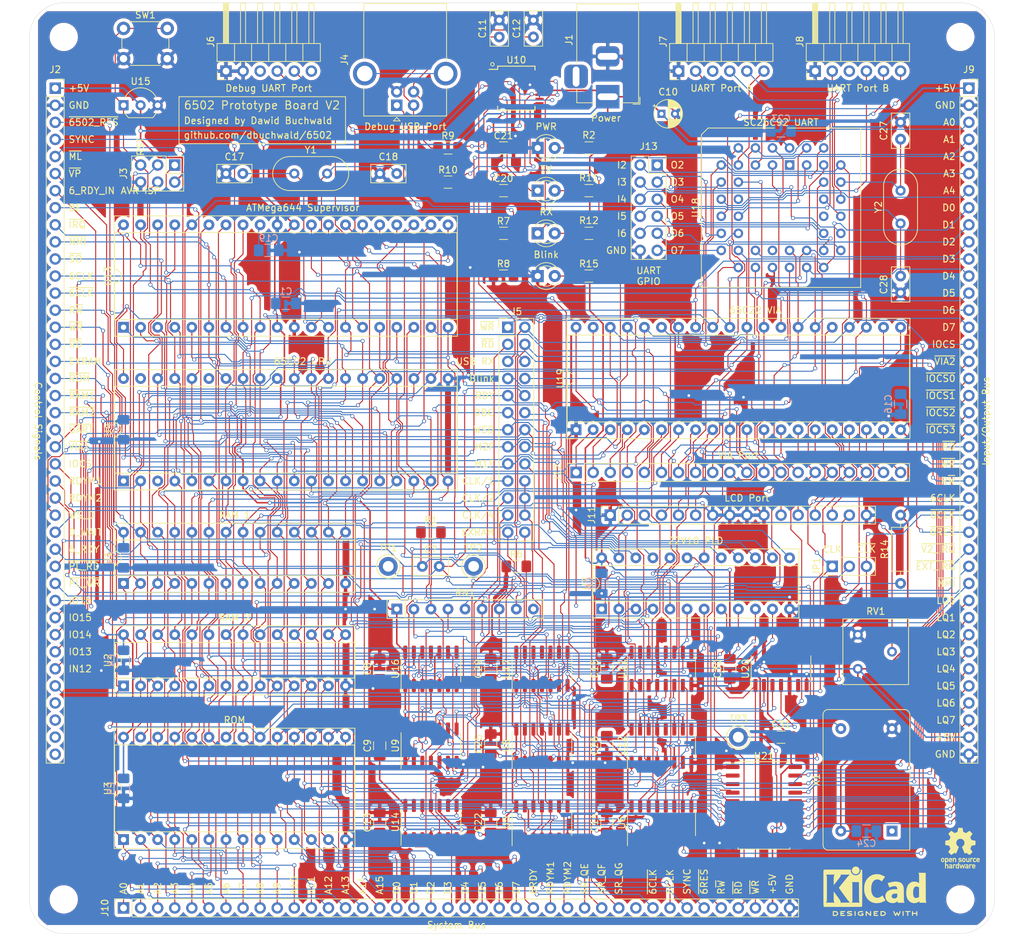
<source format=kicad_pcb>
(kicad_pcb (version 20171130) (host pcbnew "(5.1.10-0-10_14)")
  (layers (0 F.Cu signal) (31 B.Cu signal) (34 B.Paste user) (35 F.Paste user) (36 B.SilkS user) (37 F.SilkS user) (38 B.Mask user) (39 F.Mask user) (44 Edge.Cuts user))
  (net 0 "")
  (net 1 GND)
  (net 2 +5V)
  (net 3 "Net-(D1-Pad2)")
  (net 4 "Net-(D2-Pad2)")
  (net 5 CLK)
  (net 6 R~W)
  (net 7 ~6502_RES)
  (net 8 SYNC)
  (net 9 d7)
  (net 10 d6)
  (net 11 d5)
  (net 12 d4)
  (net 13 d3)
  (net 14 d2)
  (net 15 d1)
  (net 16 d0)
  (net 17 a15)
  (net 18 a14)
  (net 19 a13)
  (net 20 a12)
  (net 21 a11)
  (net 22 a10)
  (net 23 a9)
  (net 24 a8)
  (net 25 a7)
  (net 26 a6)
  (net 27 a5)
  (net 28 a4)
  (net 29 a3)
  (net 30 a2)
  (net 31 a1)
  (net 32 a0)
  (net 33 IO16)
  (net 34 IO15)
  (net 35 IO14)
  (net 36 IO13)
  (net 37 IN12)
  (net 38 SR_OUT)
  (net 39 SR_CLK)
  (net 40 SR_DAT)
  (net 41 EXRAM)
  (net 42 ~SO)
  (net 43 ~NMI)
  (net 44 ~IRQ)
  (net 45 BE)
  (net 46 ~VP)
  (net 47 ~ML)
  (net 48 ~RES)
  (net 49 ROM_~CS)
  (net 50 RAM2_~CS)
  (net 51 RAM1_~CS)
  (net 52 ~IOCS3)
  (net 53 ~IOCS2)
  (net 54 ~IOCS1)
  (net 55 ~IOCS0)
  (net 56 ~UART)
  (net 57 ~VIA2)
  (net 58 ~VIA1)
  (net 59 ~LATCH)
  (net 60 IOCS)
  (net 61 "Net-(D3-Pad2)")
  (net 62 6502_RDY)
  (net 63 6502_RDY_IN)
  (net 64 "Net-(C12-Pad1)")
  (net 65 "Net-(C18-Pad2)")
  (net 66 "Net-(C19-Pad2)")
  (net 67 ~DBG_TXLED)
  (net 68 ~DBG_RXLED)
  (net 69 "Net-(D4-Pad2)")
  (net 70 DBG_WAIT)
  (net 71 WS_DISABLE)
  (net 72 RDY_M2F)
  (net 73 RDY_M1F)
  (net 74 DBG_CLK)
  (net 75 6502_CLK)
  (net 76 DBG_TxD)
  (net 77 DBG_RxD)
  (net 78 UART_A_~CTS)
  (net 79 UART_A_TxD)
  (net 80 UART_A_RxD)
  (net 81 UART_A_~RTS)
  (net 82 UART_B_~CTS)
  (net 83 UART_B_TxD)
  (net 84 UART_B_RxD)
  (net 85 UART_B_~RTS)
  (net 86 ~WR)
  (net 87 ~RD)
  (net 88 /serial/v1pb7)
  (net 89 /serial/v1pb6)
  (net 90 /serial/v1pb5)
  (net 91 /serial/v1pb4)
  (net 92 /serial/v1pb3)
  (net 93 /serial/v1pb2)
  (net 94 /serial/v1pb1)
  (net 95 /serial/v1pb9)
  (net 96 /serial/v1pb8)
  (net 97 /serial/v1pa9)
  (net 98 /serial/v1pa8)
  (net 99 /serial/v1pa7)
  (net 100 /serial/v1pa6)
  (net 101 /serial/v1pa5)
  (net 102 /serial/v1pa4)
  (net 103 /serial/v1pa3)
  (net 104 /serial/v1pa2)
  (net 105 /serial/v1pa1)
  (net 106 /serial/v1pa0)
  (net 107 ~6502_CLK)
  (net 108 PLD_CLK)
  (net 109 ~PLD_WR)
  (net 110 ~PLD_RD)
  (net 111 DBG_USB_RxD)
  (net 112 ~EXT_IRQ)
  (net 113 ~UART_IRQ)
  (net 114 ~VIA2_IRQ)
  (net 115 DBG_USBD+)
  (net 116 DBG_USBD-)
  (net 117 "Net-(U4-Pad39)")
  (net 118 "Net-(U4-Pad35)")
  (net 119 "Net-(U4-Pad3)")
  (net 120 "Net-(U5-Pad6)")
  (net 121 "Net-(U5-Pad8)")
  (net 122 6502_CLK_IN)
  (net 123 ~DBG_RES)
  (net 124 DBG_RES)
  (net 125 UART_RES)
  (net 126 ~DBG_BE)
  (net 127 ~CLK)
  (net 128 ~VIA1_IRQ)
  (net 129 "Net-(U10-Pad15)")
  (net 130 "Net-(U10-Pad2)")
  (net 131 CLKSEL)
  (net 132 SR_LATCH)
  (net 133 "Net-(U11-Pad9)")
  (net 134 "Net-(U12-Pad7)")
  (net 135 "Net-(U12-Pad12)")
  (net 136 "Net-(U12-Pad9)")
  (net 137 CLK_TOGGLE)
  (net 138 "Net-(U14-Pad2)")
  (net 139 "Net-(U14-Pad12)")
  (net 140 "Net-(U16-Pad6)")
  (net 141 /supervisor/meta_sync)
  (net 142 "Net-(U16-Pad8)")
  (net 143 "Net-(U17-Pad11)")
  (net 144 "Net-(U18-Pad34)")
  (net 145 "Net-(U18-Pad23)")
  (net 146 "Net-(U18-Pad12)")
  (net 147 "Net-(U18-Pad1)")
  (net 148 "Net-(X1-Pad1)")
  (net 149 "Net-(J6-Pad3)")
  (net 150 VBUS_SENSE)
  (net 151 "Net-(C11-Pad1)")
  (net 152 "Net-(C17-Pad2)")
  (net 153 "Net-(C20-Pad1)")
  (net 154 "Net-(C27-Pad1)")
  (net 155 "Net-(C28-Pad2)")
  (net 156 "Net-(J2-Pad38)")
  (net 157 "Net-(J2-Pad37)")
  (net 158 "Net-(J4-Pad5)")
  (net 159 "Net-(J4-Pad1)")
  (net 160 CLK_4)
  (net 161 CLK_2)
  (net 162 CLK_1)
  (net 163 BLINK_IN)
  (net 164 BLINK_OUT)
  (net 165 "Net-(J6-Pad6)")
  (net 166 "Net-(J7-Pad3)")
  (net 167 "Net-(J8-Pad3)")
  (net 168 "Net-(J11-Pad15)")
  (net 169 "Net-(J11-Pad3)")
  (net 170 "Net-(J2-Pad40)")
  (net 171 "Net-(J2-Pad39)")
  (net 172 "Net-(J10-Pad31)")
  (net 173 "Net-(RN1-Pad9)")
  (net 174 LATCH_CP)
  (net 175 LATCH_Q7)
  (net 176 "Net-(U20-Pad4)")
  (net 177 "Net-(U20-Pad2)")
  (net 178 "Net-(U17-Pad10)")
  (net 179 "Net-(U20-Pad12)")
  (net 180 "Net-(U20-Pad10)")
  (net 181 "Net-(U20-Pad8)")
  (net 182 "Net-(U20-Pad6)")
  (net 183 LATCH_Q0)
  (net 184 LATCH_Q1)
  (net 185 LATCH_Q2)
  (net 186 LATCH_Q3)
  (net 187 LATCH_Q4)
  (net 188 LATCH_Q5)
  (net 189 LATCH_Q6)
  (net 190 /serial/op7)
  (net 191 /serial/ip6)
  (net 192 /serial/op6)
  (net 193 /serial/ip5)
  (net 194 /serial/op5)
  (net 195 /serial/ip4)
  (net 196 /serial/op4)
  (net 197 /serial/ip3)
  (net 198 /serial/op3)
  (net 199 /serial/ip2)
  (net 200 /serial/op2)
  (net 201 SR_QG)
  (net 202 SR_QF)
  (net 203 SR_QE)
  (module Symbol:OSHW-Logo_5.7x6mm_SilkScreen (layer F.Cu) (at 160.02 161.29)
    (fp_text reference REF** hide)
    (fp_text value OSHW-Logo_5.7x6mm_SilkScreen hide)
  )
  (module Symbol:KiCad-Logo2_6mm_SilkScreen (layer F.Cu) (at 147.32 167.005)
    (fp_text reference REF** hide)
    (fp_text value KiCad-Logo2_6mm_SilkScreen hide)
  )
  (module MountingHole:MountingHole_3.2mm_M3 (layer F.Cu) (at 160.02 168.91)
    (fp_text reference REF** hide)
    (fp_text value MountingHole_3.2mm_M3)
    (pad 1 np_thru_hole circle (at 0 0) (size 3.2 3.2) (drill 3.2) (layers *.Cu *.Mask))
  )
  (module MountingHole:MountingHole_3.2mm_M3 (layer F.Cu) (at 26.67 168.91)
    (fp_text reference REF** hide)
    (fp_text value MountingHole_3.2mm_M3)
    (pad 1 np_thru_hole circle (at 0 0) (size 3.2 3.2) (drill 3.2) (layers *.Cu *.Mask))
  )
  (module MountingHole:MountingHole_3.2mm_M3 (layer F.Cu) (at 26.67 40.64)
    (fp_text reference REF** hide)
    (fp_text value MountingHole_3.2mm_M3)
    (pad 1 np_thru_hole circle (at 0 0) (size 3.2 3.2) (drill 3.2) (layers *.Cu *.Mask))
  )
  (module MountingHole:MountingHole_3.2mm_M3 (layer F.Cu) (at 160.02 40.64)
    (fp_text reference REF** hide)
    (fp_text value MountingHole_3.2mm_M3)
    (pad 1 np_thru_hole circle (at 0 0) (size 3.2 3.2) (drill 3.2) (layers *.Cu *.Mask))
  )
  (module Connector_PinSocket_2.54mm:PinSocket_2x06_P2.54mm_Vertical (layer F.Cu) (at 114.935 59.69)
    (fp_text reference J13 (at -1.27 -2.77) (layer F.SilkS))
    (fp_text value "UART GPIO")
    (pad 12 thru_hole oval (at -2.54 12.7) (size 1.7 1.7) (drill 1) (layers *.Cu *.Mask) (net 1 GND))
    (pad 11 thru_hole oval (at 0 12.7) (size 1.7 1.7) (drill 1) (layers *.Cu *.Mask) (net 190 /serial/op7))
    (pad 10 thru_hole oval (at -2.54 10.16) (size 1.7 1.7) (drill 1) (layers *.Cu *.Mask) (net 191 /serial/ip6))
    (pad 9 thru_hole oval (at 0 10.16) (size 1.7 1.7) (drill 1) (layers *.Cu *.Mask) (net 192 /serial/op6))
    (pad 8 thru_hole oval (at -2.54 7.62) (size 1.7 1.7) (drill 1) (layers *.Cu *.Mask) (net 193 /serial/ip5))
    (pad 7 thru_hole oval (at 0 7.62) (size 1.7 1.7) (drill 1) (layers *.Cu *.Mask) (net 194 /serial/op5))
    (pad 6 thru_hole oval (at -2.54 5.08) (size 1.7 1.7) (drill 1) (layers *.Cu *.Mask) (net 195 /serial/ip4))
    (pad 5 thru_hole oval (at 0 5.08) (size 1.7 1.7) (drill 1) (layers *.Cu *.Mask) (net 196 /serial/op4))
    (pad 4 thru_hole oval (at -2.54 2.54) (size 1.7 1.7) (drill 1) (layers *.Cu *.Mask) (net 197 /serial/ip3))
    (pad 3 thru_hole oval (at 0 2.54) (size 1.7 1.7) (drill 1) (layers *.Cu *.Mask) (net 198 /serial/op3))
    (pad 2 thru_hole oval (at -2.54 0) (size 1.7 1.7) (drill 1) (layers *.Cu *.Mask) (net 199 /serial/ip2))
    (pad 1 thru_hole rect (at 0 0) (size 1.7 1.7) (drill 1) (layers *.Cu *.Mask) (net 200 /serial/op2))
  )
  (module Resistor_SMD:R_1206_3216Metric_Pad1.42x1.75mm_HandSolder (layer F.Cu) (at 83.82 62.23)
    (fp_text reference R10 (at 0 -1.82) (layer F.SilkS))
    (fp_text value 27)
    (pad 2 smd roundrect (at 1.4875 0) (size 1.425 1.75) (layers F.Cu F.Paste F.Mask) (roundrect_rratio 0.175439) (net 116 DBG_USBD-))
    (pad 1 smd roundrect (at -1.4875 0) (size 1.425 1.75) (layers F.Cu F.Paste F.Mask) (roundrect_rratio 0.175439) (net 64 "Net-(C12-Pad1)"))
  )
  (module Resistor_SMD:R_1206_3216Metric_Pad1.42x1.75mm_HandSolder (layer F.Cu) (at 83.82 57.15)
    (fp_text reference R9 (at 0 -1.82) (layer F.SilkS))
    (fp_text value 27)
    (pad 2 smd roundrect (at 1.4875 0) (size 1.425 1.75) (layers F.Cu F.Paste F.Mask) (roundrect_rratio 0.175439) (net 115 DBG_USBD+))
    (pad 1 smd roundrect (at -1.4875 0) (size 1.425 1.75) (layers F.Cu F.Paste F.Mask) (roundrect_rratio 0.175439) (net 151 "Net-(C11-Pad1)"))
  )
  (module Resistor_SMD:R_1206_3216Metric_Pad1.42x1.75mm_HandSolder (layer F.Cu) (at 92.075 76.2)
    (fp_text reference R8 (at 0 -1.82) (layer F.SilkS))
    (fp_text value 10K)
    (pad 2 smd roundrect (at 1.4875 0) (size 1.425 1.75) (layers F.Cu F.Paste F.Mask) (roundrect_rratio 0.175439) (net 150 VBUS_SENSE))
    (pad 1 smd roundrect (at -1.4875 0) (size 1.425 1.75) (layers F.Cu F.Paste F.Mask) (roundrect_rratio 0.175439) (net 1 GND))
  )
  (module Resistor_SMD:R_1206_3216Metric_Pad1.42x1.75mm_HandSolder (layer F.Cu) (at 92.075 69.85)
    (fp_text reference R7 (at 0 -1.82) (layer F.SilkS))
    (fp_text value 4K7)
    (pad 2 smd roundrect (at 1.4875 0) (size 1.425 1.75) (layers F.Cu F.Paste F.Mask) (roundrect_rratio 0.175439) (net 159 "Net-(J4-Pad1)"))
    (pad 1 smd roundrect (at -1.4875 0) (size 1.425 1.75) (layers F.Cu F.Paste F.Mask) (roundrect_rratio 0.175439) (net 150 VBUS_SENSE))
  )
  (module Resistor_SMD:R_1206_3216Metric_Pad1.42x1.75mm_HandSolder (layer F.Cu) (at 93.98 119.38)
    (fp_text reference R6 (at 0 -1.82) (layer F.SilkS))
    (fp_text value 4K7)
    (pad 2 smd roundrect (at 1.4875 0) (size 1.425 1.75) (layers F.Cu F.Paste F.Mask) (roundrect_rratio 0.175439) (net 41 EXRAM))
    (pad 1 smd roundrect (at -1.4875 0) (size 1.425 1.75) (layers F.Cu F.Paste F.Mask) (roundrect_rratio 0.175439) (net 1 GND))
  )
  (module Oscillator:Oscillator_DIP-14 (layer F.Cu) (at 149.86 158.75 90)
    (fp_text reference X1 (at 7.62 -11.26 90) (layer F.SilkS))
    (fp_text value 8MHz)
    (pad 7 thru_hole circle (at 15.24 0 90) (size 1.6 1.6) (drill 0.8) (layers *.Cu *.Mask) (net 1 GND))
    (pad 8 thru_hole circle (at 15.24 -7.62 90) (size 1.6 1.6) (drill 0.8) (layers *.Cu *.Mask) (net 162 CLK_1))
    (pad 14 thru_hole circle (at 0 -7.62 90) (size 1.6 1.6) (drill 0.8) (layers *.Cu *.Mask) (net 2 +5V))
    (pad 1 thru_hole rect (at 0 0 90) (size 1.6 1.6) (drill 0.8) (layers *.Cu *.Mask) (net 148 "Net-(X1-Pad1)"))
  )
  (module Package_SO:SOIC-20W_7.5x12.8mm_P1.27mm (layer F.Cu) (at 130.81 154.94)
    (fp_text reference U21 (at 0 -7.35) (layer F.SilkS))
    (fp_text value 74AC574)
    (pad 20 smd roundrect (at 4.65 -5.715) (size 2.05 0.6) (layers F.Cu F.Paste F.Mask) (net 2 +5V))
    (pad 19 smd roundrect (at 4.65 -4.445) (size 2.05 0.6) (layers F.Cu F.Paste F.Mask) (net 183 LATCH_Q0))
    (pad 18 smd roundrect (at 4.65 -3.175) (size 2.05 0.6) (layers F.Cu F.Paste F.Mask) (net 184 LATCH_Q1))
    (pad 17 smd roundrect (at 4.65 -1.905) (size 2.05 0.6) (layers F.Cu F.Paste F.Mask) (net 185 LATCH_Q2))
    (pad 16 smd roundrect (at 4.65 -0.635) (size 2.05 0.6) (layers F.Cu F.Paste F.Mask) (net 186 LATCH_Q3))
    (pad 15 smd roundrect (at 4.65 0.635) (size 2.05 0.6) (layers F.Cu F.Paste F.Mask) (net 187 LATCH_Q4))
    (pad 14 smd roundrect (at 4.65 1.905) (size 2.05 0.6) (layers F.Cu F.Paste F.Mask) (net 188 LATCH_Q5))
    (pad 13 smd roundrect (at 4.65 3.175) (size 2.05 0.6) (layers F.Cu F.Paste F.Mask) (net 189 LATCH_Q6))
    (pad 12 smd roundrect (at 4.65 4.445) (size 2.05 0.6) (layers F.Cu F.Paste F.Mask) (net 175 LATCH_Q7))
    (pad 11 smd roundrect (at 4.65 5.715) (size 2.05 0.6) (layers F.Cu F.Paste F.Mask) (net 174 LATCH_CP))
    (pad 10 smd roundrect (at -4.65 5.715) (size 2.05 0.6) (layers F.Cu F.Paste F.Mask) (net 1 GND))
    (pad 9 smd roundrect (at -4.65 4.445) (size 2.05 0.6) (layers F.Cu F.Paste F.Mask) (net 9 d7))
    (pad 8 smd roundrect (at -4.65 3.175) (size 2.05 0.6) (layers F.Cu F.Paste F.Mask) (net 10 d6))
    (pad 7 smd roundrect (at -4.65 1.905) (size 2.05 0.6) (layers F.Cu F.Paste F.Mask) (net 11 d5))
    (pad 6 smd roundrect (at -4.65 0.635) (size 2.05 0.6) (layers F.Cu F.Paste F.Mask) (net 12 d4))
    (pad 5 smd roundrect (at -4.65 -0.635) (size 2.05 0.6) (layers F.Cu F.Paste F.Mask) (net 13 d3))
    (pad 4 smd roundrect (at -4.65 -1.905) (size 2.05 0.6) (layers F.Cu F.Paste F.Mask) (net 14 d2))
    (pad 3 smd roundrect (at -4.65 -3.175) (size 2.05 0.6) (layers F.Cu F.Paste F.Mask) (net 15 d1))
    (pad 2 smd roundrect (at -4.65 -4.445) (size 2.05 0.6) (layers F.Cu F.Paste F.Mask) (net 16 d0))
    (pad 1 smd roundrect (at -4.65 -5.715) (size 2.05 0.6) (layers F.Cu F.Paste F.Mask) (net 1 GND))
  )
  (module Package_SO:SOIC-14_3.9x8.7mm_P1.27mm (layer F.Cu) (at 133.35 134.62 90)
    (fp_text reference U20 (at 0 -5.28 90) (layer F.SilkS))
    (fp_text value 74AC04)
    (pad 14 smd roundrect (at 2.475 -3.81 90) (size 1.95 0.6) (layers F.Cu F.Paste F.Mask) (net 2 +5V))
    (pad 13 smd roundrect (at 2.475 -2.54 90) (size 1.95 0.6) (layers F.Cu F.Paste F.Mask) (net 1 GND))
    (pad 12 smd roundrect (at 2.475 -1.27 90) (size 1.95 0.6) (layers F.Cu F.Paste F.Mask) (net 179 "Net-(U20-Pad12)"))
    (pad 11 smd roundrect (at 2.475 0 90) (size 1.95 0.6) (layers F.Cu F.Paste F.Mask) (net 1 GND))
    (pad 10 smd roundrect (at 2.475 1.27 90) (size 1.95 0.6) (layers F.Cu F.Paste F.Mask) (net 180 "Net-(U20-Pad10)"))
    (pad 9 smd roundrect (at 2.475 2.54 90) (size 1.95 0.6) (layers F.Cu F.Paste F.Mask) (net 1 GND))
    (pad 8 smd roundrect (at 2.475 3.81 90) (size 1.95 0.6) (layers F.Cu F.Paste F.Mask) (net 181 "Net-(U20-Pad8)"))
    (pad 7 smd roundrect (at -2.475 3.81 90) (size 1.95 0.6) (layers F.Cu F.Paste F.Mask) (net 1 GND))
    (pad 6 smd roundrect (at -2.475 2.54 90) (size 1.95 0.6) (layers F.Cu F.Paste F.Mask) (net 182 "Net-(U20-Pad6)"))
    (pad 5 smd roundrect (at -2.475 1.27 90) (size 1.95 0.6) (layers F.Cu F.Paste F.Mask) (net 1 GND))
    (pad 4 smd roundrect (at -2.475 0 90) (size 1.95 0.6) (layers F.Cu F.Paste F.Mask) (net 176 "Net-(U20-Pad4)"))
    (pad 3 smd roundrect (at -2.475 -1.27 90) (size 1.95 0.6) (layers F.Cu F.Paste F.Mask) (net 59 ~LATCH))
    (pad 2 smd roundrect (at -2.475 -2.54 90) (size 1.95 0.6) (layers F.Cu F.Paste F.Mask) (net 177 "Net-(U20-Pad2)"))
    (pad 1 smd roundrect (at -2.475 -3.81 90) (size 1.95 0.6) (layers F.Cu F.Paste F.Mask) (net 86 ~WR))
  )
  (module TestPoint:TestPoint_Keystone_5005-5009_Compact (layer F.Cu) (at 127 144.78)
    (fp_text reference TP3 (at 0 -2.75) (layer F.SilkS))
    (fp_text value Latch_CP)
    (pad 1 thru_hole circle (at 0 0) (size 2.8 2.8) (drill 1.6) (layers *.Cu *.Mask) (net 174 LATCH_CP))
  )
  (module Resistor_SMD:R_1206_3216Metric_Pad1.42x1.75mm_HandSolder (layer F.Cu) (at 104.775 76.2)
    (fp_text reference R15 (at 0 -1.82) (layer F.SilkS))
    (fp_text value 470)
    (pad 2 smd roundrect (at 1.4875 0) (size 1.425 1.75) (layers F.Cu F.Paste F.Mask) (roundrect_rratio 0.175439) (net 163 BLINK_IN))
    (pad 1 smd roundrect (at -1.4875 0) (size 1.425 1.75) (layers F.Cu F.Paste F.Mask) (roundrect_rratio 0.175439) (net 69 "Net-(D4-Pad2)"))
  )
  (module Resistor_SMD:R_1206_3216Metric_Pad1.42x1.75mm_HandSolder (layer F.Cu) (at 104.775 69.85 180)
    (fp_text reference R12 (at 0 1.905) (layer F.SilkS))
    (fp_text value 470)
    (pad 2 smd roundrect (at 1.4875 0 180) (size 1.425 1.75) (layers F.Cu F.Paste F.Mask) (roundrect_rratio 0.175439) (net 61 "Net-(D3-Pad2)"))
    (pad 1 smd roundrect (at -1.4875 0 180) (size 1.425 1.75) (layers F.Cu F.Paste F.Mask) (roundrect_rratio 0.175439) (net 153 "Net-(C20-Pad1)"))
  )
  (module Resistor_SMD:R_1206_3216Metric_Pad1.42x1.75mm_HandSolder (layer F.Cu) (at 104.775 63.5 180)
    (fp_text reference R11 (at 0 1.905) (layer F.SilkS))
    (fp_text value 470)
    (pad 2 smd roundrect (at 1.4875 0 180) (size 1.425 1.75) (layers F.Cu F.Paste F.Mask) (roundrect_rratio 0.175439) (net 4 "Net-(D2-Pad2)"))
    (pad 1 smd roundrect (at -1.4875 0 180) (size 1.425 1.75) (layers F.Cu F.Paste F.Mask) (roundrect_rratio 0.175439) (net 153 "Net-(C20-Pad1)"))
  )
  (module Resistor_SMD:R_1206_3216Metric_Pad1.42x1.75mm_HandSolder (layer F.Cu) (at 104.775 57.15 180)
    (fp_text reference R2 (at 0 1.905) (layer F.SilkS))
    (fp_text value 470)
    (pad 2 smd roundrect (at 1.4875 0 180) (size 1.425 1.75) (layers F.Cu F.Paste F.Mask) (roundrect_rratio 0.175439) (net 3 "Net-(D1-Pad2)"))
    (pad 1 smd roundrect (at -1.4875 0 180) (size 1.425 1.75) (layers F.Cu F.Paste F.Mask) (roundrect_rratio 0.175439) (net 2 +5V))
  )
  (module Resistor_SMD:R_1206_3216Metric_Pad1.42x1.75mm_HandSolder (layer F.Cu) (at 81.28 114.3)
    (fp_text reference R1 (at 0 -1.82) (layer F.SilkS))
    (fp_text value 470)
    (pad 2 smd roundrect (at 1.4875 0) (size 1.425 1.75) (layers F.Cu F.Paste F.Mask) (roundrect_rratio 0.175439) (net 62 6502_RDY))
    (pad 1 smd roundrect (at -1.4875 0) (size 1.425 1.75) (layers F.Cu F.Paste F.Mask) (roundrect_rratio 0.175439) (net 63 6502_RDY_IN))
  )
  (module Connector_PinHeader_2.54mm:PinHeader_2x13_P2.54mm_Vertical (layer F.Cu) (at 92.71 83.82)
    (fp_text reference J5 (at 1.27 -2.33) (layer F.SilkS))
    (fp_text value JPR)
    (pad 26 thru_hole oval (at 2.54 30.48) (size 1.7 1.7) (drill 1) (layers *.Cu *.Mask) (net 41 EXRAM))
    (pad 25 thru_hole oval (at 0 30.48) (size 1.7 1.7) (drill 1) (layers *.Cu *.Mask) (net 175 LATCH_Q7))
    (pad 24 thru_hole oval (at 2.54 27.94) (size 1.7 1.7) (drill 1) (layers *.Cu *.Mask) (net 5 CLK))
    (pad 23 thru_hole oval (at 0 27.94) (size 1.7 1.7) (drill 1) (layers *.Cu *.Mask) (net 160 CLK_4))
    (pad 22 thru_hole oval (at 2.54 25.4) (size 1.7 1.7) (drill 1) (layers *.Cu *.Mask) (net 5 CLK))
    (pad 21 thru_hole oval (at 0 25.4) (size 1.7 1.7) (drill 1) (layers *.Cu *.Mask) (net 161 CLK_2))
    (pad 20 thru_hole oval (at 2.54 22.86) (size 1.7 1.7) (drill 1) (layers *.Cu *.Mask) (net 5 CLK))
    (pad 19 thru_hole oval (at 0 22.86) (size 1.7 1.7) (drill 1) (layers *.Cu *.Mask) (net 162 CLK_1))
    (pad 18 thru_hole oval (at 2.54 20.32) (size 1.7 1.7) (drill 1) (layers *.Cu *.Mask) (net 73 RDY_M1F))
    (pad 17 thru_hole oval (at 0 20.32) (size 1.7 1.7) (drill 1) (layers *.Cu *.Mask) (net 37 IN12))
    (pad 16 thru_hole oval (at 2.54 17.78) (size 1.7 1.7) (drill 1) (layers *.Cu *.Mask) (net 72 RDY_M2F))
    (pad 15 thru_hole oval (at 0 17.78) (size 1.7 1.7) (drill 1) (layers *.Cu *.Mask) (net 36 IO13))
    (pad 14 thru_hole oval (at 2.54 15.24) (size 1.7 1.7) (drill 1) (layers *.Cu *.Mask) (net 71 WS_DISABLE))
    (pad 13 thru_hole oval (at 0 15.24) (size 1.7 1.7) (drill 1) (layers *.Cu *.Mask) (net 35 IO14))
    (pad 12 thru_hole oval (at 2.54 12.7) (size 1.7 1.7) (drill 1) (layers *.Cu *.Mask) (net 70 DBG_WAIT))
    (pad 11 thru_hole oval (at 0 12.7) (size 1.7 1.7) (drill 1) (layers *.Cu *.Mask) (net 34 IO15))
    (pad 10 thru_hole oval (at 2.54 10.16) (size 1.7 1.7) (drill 1) (layers *.Cu *.Mask) (net 62 6502_RDY))
    (pad 9 thru_hole oval (at 0 10.16) (size 1.7 1.7) (drill 1) (layers *.Cu *.Mask) (net 33 IO16))
    (pad 8 thru_hole oval (at 2.54 7.62) (size 1.7 1.7) (drill 1) (layers *.Cu *.Mask) (net 163 BLINK_IN))
    (pad 7 thru_hole oval (at 0 7.62) (size 1.7 1.7) (drill 1) (layers *.Cu *.Mask) (net 164 BLINK_OUT))
    (pad 6 thru_hole oval (at 2.54 5.08) (size 1.7 1.7) (drill 1) (layers *.Cu *.Mask) (net 77 DBG_RxD))
    (pad 5 thru_hole oval (at 0 5.08) (size 1.7 1.7) (drill 1) (layers *.Cu *.Mask) (net 111 DBG_USB_RxD))
    (pad 4 thru_hole oval (at 2.54 2.54) (size 1.7 1.7) (drill 1) (layers *.Cu *.Mask) (net 87 ~RD))
    (pad 3 thru_hole oval (at 0 2.54) (size 1.7 1.7) (drill 1) (layers *.Cu *.Mask) (net 110 ~PLD_RD))
    (pad 2 thru_hole oval (at 2.54 0) (size 1.7 1.7) (drill 1) (layers *.Cu *.Mask) (net 86 ~WR))
    (pad 1 thru_hole rect (at 0 0) (size 1.7 1.7) (drill 1) (layers *.Cu *.Mask) (net 109 ~PLD_WR))
  )
  (module Capacitor_SMD:C_1206_3216Metric_Pad1.42x1.75mm_HandSolder (layer F.Cu) (at 133.35 144.78 180)
    (fp_text reference C31 (at 0 1.905) (layer F.SilkS))
    (fp_text value 0,1uF)
    (pad 2 smd roundrect (at 1.4875 0 180) (size 1.425 1.75) (layers F.Cu F.Paste F.Mask) (roundrect_rratio 0.175439) (net 1 GND))
    (pad 1 smd roundrect (at -1.4875 0 180) (size 1.425 1.75) (layers F.Cu F.Paste F.Mask) (roundrect_rratio 0.175439) (net 2 +5V))
  )
  (module Capacitor_SMD:C_1206_3216Metric_Pad1.42x1.75mm_HandSolder (layer F.Cu) (at 125.73 134.62 90)
    (fp_text reference C30 (at 0 -1.82 90) (layer F.SilkS))
    (fp_text value 0,1uF)
    (pad 2 smd roundrect (at 1.4875 0 90) (size 1.425 1.75) (layers F.Cu F.Paste F.Mask) (roundrect_rratio 0.175439) (net 2 +5V))
    (pad 1 smd roundrect (at -1.4875 0 90) (size 1.425 1.75) (layers F.Cu F.Paste F.Mask) (roundrect_rratio 0.175439) (net 1 GND))
  )
  (module Connector_PinSocket_2.54mm:PinSocket_1x40_P2.54mm_Vertical (layer F.Cu) (at 35.56 170.18 90)
    (fp_text reference J10 (at 0 -2.77 90) (layer F.SilkS))
    (fp_text value "System Bus")
    (pad 40 thru_hole oval (at 0 99.06 90) (size 1.7 1.7) (drill 1) (layers *.Cu *.Mask) (net 1 GND))
    (pad 39 thru_hole oval (at 0 96.52 90) (size 1.7 1.7) (drill 1) (layers *.Cu *.Mask) (net 2 +5V))
    (pad 38 thru_hole oval (at 0 93.98 90) (size 1.7 1.7) (drill 1) (layers *.Cu *.Mask) (net 86 ~WR))
    (pad 37 thru_hole oval (at 0 91.44 90) (size 1.7 1.7) (drill 1) (layers *.Cu *.Mask) (net 87 ~RD))
    (pad 36 thru_hole oval (at 0 88.9 90) (size 1.7 1.7) (drill 1) (layers *.Cu *.Mask) (net 6 R~W))
    (pad 35 thru_hole oval (at 0 86.36 90) (size 1.7 1.7) (drill 1) (layers *.Cu *.Mask) (net 7 ~6502_RES))
    (pad 34 thru_hole oval (at 0 83.82 90) (size 1.7 1.7) (drill 1) (layers *.Cu *.Mask) (net 8 SYNC))
    (pad 33 thru_hole oval (at 0 81.28 90) (size 1.7 1.7) (drill 1) (layers *.Cu *.Mask) (net 75 6502_CLK))
    (pad 32 thru_hole oval (at 0 78.74 90) (size 1.7 1.7) (drill 1) (layers *.Cu *.Mask) (net 107 ~6502_CLK))
    (pad 31 thru_hole oval (at 0 76.2 90) (size 1.7 1.7) (drill 1) (layers *.Cu *.Mask) (net 172 "Net-(J10-Pad31)"))
    (pad 30 thru_hole oval (at 0 73.66 90) (size 1.7 1.7) (drill 1) (layers *.Cu *.Mask) (net 201 SR_QG))
    (pad 29 thru_hole oval (at 0 71.12 90) (size 1.7 1.7) (drill 1) (layers *.Cu *.Mask) (net 202 SR_QF))
    (pad 28 thru_hole oval (at 0 68.58 90) (size 1.7 1.7) (drill 1) (layers *.Cu *.Mask) (net 203 SR_QE))
    (pad 27 thru_hole oval (at 0 66.04 90) (size 1.7 1.7) (drill 1) (layers *.Cu *.Mask) (net 72 RDY_M2F))
    (pad 26 thru_hole oval (at 0 63.5 90) (size 1.7 1.7) (drill 1) (layers *.Cu *.Mask) (net 73 RDY_M1F))
    (pad 25 thru_hole oval (at 0 60.96 90) (size 1.7 1.7) (drill 1) (layers *.Cu *.Mask) (net 62 6502_RDY))
    (pad 24 thru_hole oval (at 0 58.42 90) (size 1.7 1.7) (drill 1) (layers *.Cu *.Mask) (net 9 d7))
    (pad 23 thru_hole oval (at 0 55.88 90) (size 1.7 1.7) (drill 1) (layers *.Cu *.Mask) (net 10 d6))
    (pad 22 thru_hole oval (at 0 53.34 90) (size 1.7 1.7) (drill 1) (layers *.Cu *.Mask) (net 11 d5))
    (pad 21 thru_hole oval (at 0 50.8 90) (size 1.7 1.7) (drill 1) (layers *.Cu *.Mask) (net 12 d4))
    (pad 20 thru_hole oval (at 0 48.26 90) (size 1.7 1.7) (drill 1) (layers *.Cu *.Mask) (net 13 d3))
    (pad 19 thru_hole oval (at 0 45.72 90) (size 1.7 1.7) (drill 1) (layers *.Cu *.Mask) (net 14 d2))
    (pad 18 thru_hole oval (at 0 43.18 90) (size 1.7 1.7) (drill 1) (layers *.Cu *.Mask) (net 15 d1))
    (pad 17 thru_hole oval (at 0 40.64 90) (size 1.7 1.7) (drill 1) (layers *.Cu *.Mask) (net 16 d0))
    (pad 16 thru_hole oval (at 0 38.1 90) (size 1.7 1.7) (drill 1) (layers *.Cu *.Mask) (net 17 a15))
    (pad 15 thru_hole oval (at 0 35.56 90) (size 1.7 1.7) (drill 1) (layers *.Cu *.Mask) (net 18 a14))
    (pad 14 thru_hole oval (at 0 33.02 90) (size 1.7 1.7) (drill 1) (layers *.Cu *.Mask) (net 19 a13))
    (pad 13 thru_hole oval (at 0 30.48 90) (size 1.7 1.7) (drill 1) (layers *.Cu *.Mask) (net 20 a12))
    (pad 12 thru_hole oval (at 0 27.94 90) (size 1.7 1.7) (drill 1) (layers *.Cu *.Mask) (net 21 a11))
    (pad 11 thru_hole oval (at 0 25.4 90) (size 1.7 1.7) (drill 1) (layers *.Cu *.Mask) (net 22 a10))
    (pad 10 thru_hole oval (at 0 22.86 90) (size 1.7 1.7) (drill 1) (layers *.Cu *.Mask) (net 23 a9))
    (pad 9 thru_hole oval (at 0 20.32 90) (size 1.7 1.7) (drill 1) (layers *.Cu *.Mask) (net 24 a8))
    (pad 8 thru_hole oval (at 0 17.78 90) (size 1.7 1.7) (drill 1) (layers *.Cu *.Mask) (net 25 a7))
    (pad 7 thru_hole oval (at 0 15.24 90) (size 1.7 1.7) (drill 1) (layers *.Cu *.Mask) (net 26 a6))
    (pad 6 thru_hole oval (at 0 12.7 90) (size 1.7 1.7) (drill 1) (layers *.Cu *.Mask) (net 27 a5))
    (pad 5 thru_hole oval (at 0 10.16 90) (size 1.7 1.7) (drill 1) (layers *.Cu *.Mask) (net 28 a4))
    (pad 4 thru_hole oval (at 0 7.62 90) (size 1.7 1.7) (drill 1) (layers *.Cu *.Mask) (net 29 a3))
    (pad 3 thru_hole oval (at 0 5.08 90) (size 1.7 1.7) (drill 1) (layers *.Cu *.Mask) (net 30 a2))
    (pad 2 thru_hole oval (at 0 2.54 90) (size 1.7 1.7) (drill 1) (layers *.Cu *.Mask) (net 31 a1))
    (pad 1 thru_hole rect (at 0 0 90) (size 1.7 1.7) (drill 1) (layers *.Cu *.Mask) (net 32 a0))
  )
  (module Resistor_THT:R_Array_SIP9 (layer F.Cu) (at 76.2 125.73)
    (fp_text reference RN1 (at 10.16 -2.4) (layer F.SilkS))
    (fp_text value 4K7)
    (pad 9 thru_hole oval (at 20.32 0) (size 1.6 1.6) (drill 0.8) (layers *.Cu *.Mask) (net 173 "Net-(RN1-Pad9)"))
    (pad 8 thru_hole oval (at 17.78 0) (size 1.6 1.6) (drill 0.8) (layers *.Cu *.Mask) (net 42 ~SO))
    (pad 7 thru_hole oval (at 15.24 0) (size 1.6 1.6) (drill 0.8) (layers *.Cu *.Mask) (net 43 ~NMI))
    (pad 6 thru_hole oval (at 12.7 0) (size 1.6 1.6) (drill 0.8) (layers *.Cu *.Mask) (net 38 SR_OUT))
    (pad 5 thru_hole oval (at 10.16 0) (size 1.6 1.6) (drill 0.8) (layers *.Cu *.Mask) (net 128 ~VIA1_IRQ))
    (pad 4 thru_hole oval (at 7.62 0) (size 1.6 1.6) (drill 0.8) (layers *.Cu *.Mask) (net 114 ~VIA2_IRQ))
    (pad 3 thru_hole oval (at 5.08 0) (size 1.6 1.6) (drill 0.8) (layers *.Cu *.Mask) (net 113 ~UART_IRQ))
    (pad 2 thru_hole oval (at 2.54 0) (size 1.6 1.6) (drill 0.8) (layers *.Cu *.Mask) (net 112 ~EXT_IRQ))
    (pad 1 thru_hole rect (at 0 0) (size 1.6 1.6) (drill 0.8) (layers *.Cu *.Mask) (net 2 +5V))
  )
  (module Potentiometer_THT:Potentiometer_Bourns_3386F_Vertical (layer F.Cu) (at 144.78 134.62)
    (fp_text reference RV1 (at 2.655 -8.555) (layer F.SilkS))
    (fp_text value 10K)
    (pad 1 thru_hole circle (at 0 0) (size 1.44 1.44) (drill 0.8) (layers *.Cu *.Mask) (net 2 +5V))
    (pad 2 thru_hole circle (at 5.08 -2.54) (size 1.44 1.44) (drill 0.8) (layers *.Cu *.Mask) (net 169 "Net-(J11-Pad3)"))
    (pad 3 thru_hole circle (at 0 -5.08) (size 1.44 1.44) (drill 0.8) (layers *.Cu *.Mask) (net 1 GND))
  )
  (module Connector_PinHeader_2.54mm:PinHeader_1x03_P2.54mm_Vertical (layer F.Cu) (at 140.97 119.38 90)
    (fp_text reference JP1 (at 0 -2.33 90) (layer F.SilkS))
    (fp_text value "PLD CLK Selector")
    (pad 3 thru_hole oval (at 0 5.08 90) (size 1.7 1.7) (drill 1) (layers *.Cu *.Mask) (net 107 ~6502_CLK))
    (pad 2 thru_hole oval (at 0 2.54 90) (size 1.7 1.7) (drill 1) (layers *.Cu *.Mask) (net 108 PLD_CLK))
    (pad 1 thru_hole rect (at 0 0 90) (size 1.7 1.7) (drill 1) (layers *.Cu *.Mask) (net 75 6502_CLK))
  )
  (module Connector_PinSocket_2.54mm:PinSocket_1x40_P2.54mm_Vertical (layer F.Cu) (at 161.29 48.26)
    (fp_text reference J9 (at 0 -2.77) (layer F.SilkS))
    (fp_text value "I/O Bus")
    (pad 40 thru_hole oval (at 0 99.06) (size 1.7 1.7) (drill 1) (layers *.Cu *.Mask) (net 1 GND))
    (pad 39 thru_hole oval (at 0 96.52) (size 1.7 1.7) (drill 1) (layers *.Cu *.Mask) (net 2 +5V))
    (pad 38 thru_hole oval (at 0 93.98) (size 1.7 1.7) (drill 1) (layers *.Cu *.Mask) (net 175 LATCH_Q7))
    (pad 37 thru_hole oval (at 0 91.44) (size 1.7 1.7) (drill 1) (layers *.Cu *.Mask) (net 189 LATCH_Q6))
    (pad 36 thru_hole oval (at 0 88.9) (size 1.7 1.7) (drill 1) (layers *.Cu *.Mask) (net 188 LATCH_Q5))
    (pad 35 thru_hole oval (at 0 86.36) (size 1.7 1.7) (drill 1) (layers *.Cu *.Mask) (net 187 LATCH_Q4))
    (pad 34 thru_hole oval (at 0 83.82) (size 1.7 1.7) (drill 1) (layers *.Cu *.Mask) (net 186 LATCH_Q3))
    (pad 33 thru_hole oval (at 0 81.28) (size 1.7 1.7) (drill 1) (layers *.Cu *.Mask) (net 185 LATCH_Q2))
    (pad 32 thru_hole oval (at 0 78.74) (size 1.7 1.7) (drill 1) (layers *.Cu *.Mask) (net 184 LATCH_Q1))
    (pad 31 thru_hole oval (at 0 76.2) (size 1.7 1.7) (drill 1) (layers *.Cu *.Mask) (net 183 LATCH_Q0))
    (pad 30 thru_hole oval (at 0 73.66) (size 1.7 1.7) (drill 1) (layers *.Cu *.Mask) (net 43 ~NMI))
    (pad 29 thru_hole oval (at 0 71.12) (size 1.7 1.7) (drill 1) (layers *.Cu *.Mask) (net 112 ~EXT_IRQ))
    (pad 28 thru_hole oval (at 0 68.58) (size 1.7 1.7) (drill 1) (layers *.Cu *.Mask) (net 114 ~VIA2_IRQ))
    (pad 27 thru_hole oval (at 0 66.04) (size 1.7 1.7) (drill 1) (layers *.Cu *.Mask) (net 7 ~6502_RES))
    (pad 26 thru_hole oval (at 0 63.5) (size 1.7 1.7) (drill 1) (layers *.Cu *.Mask) (net 107 ~6502_CLK))
    (pad 25 thru_hole oval (at 0 60.96) (size 1.7 1.7) (drill 1) (layers *.Cu *.Mask) (net 75 6502_CLK))
    (pad 24 thru_hole oval (at 0 58.42) (size 1.7 1.7) (drill 1) (layers *.Cu *.Mask) (net 6 R~W))
    (pad 23 thru_hole oval (at 0 55.88) (size 1.7 1.7) (drill 1) (layers *.Cu *.Mask) (net 86 ~WR))
    (pad 22 thru_hole oval (at 0 53.34) (size 1.7 1.7) (drill 1) (layers *.Cu *.Mask) (net 87 ~RD))
    (pad 21 thru_hole oval (at 0 50.8) (size 1.7 1.7) (drill 1) (layers *.Cu *.Mask) (net 52 ~IOCS3))
    (pad 20 thru_hole oval (at 0 48.26) (size 1.7 1.7) (drill 1) (layers *.Cu *.Mask) (net 53 ~IOCS2))
    (pad 19 thru_hole oval (at 0 45.72) (size 1.7 1.7) (drill 1) (layers *.Cu *.Mask) (net 54 ~IOCS1))
    (pad 18 thru_hole oval (at 0 43.18) (size 1.7 1.7) (drill 1) (layers *.Cu *.Mask) (net 55 ~IOCS0))
    (pad 17 thru_hole oval (at 0 40.64) (size 1.7 1.7) (drill 1) (layers *.Cu *.Mask) (net 57 ~VIA2))
    (pad 16 thru_hole oval (at 0 38.1) (size 1.7 1.7) (drill 1) (layers *.Cu *.Mask) (net 60 IOCS))
    (pad 15 thru_hole oval (at 0 35.56) (size 1.7 1.7) (drill 1) (layers *.Cu *.Mask) (net 9 d7))
    (pad 14 thru_hole oval (at 0 33.02) (size 1.7 1.7) (drill 1) (layers *.Cu *.Mask) (net 10 d6))
    (pad 13 thru_hole oval (at 0 30.48) (size 1.7 1.7) (drill 1) (layers *.Cu *.Mask) (net 11 d5))
    (pad 12 thru_hole oval (at 0 27.94) (size 1.7 1.7) (drill 1) (layers *.Cu *.Mask) (net 12 d4))
    (pad 11 thru_hole oval (at 0 25.4) (size 1.7 1.7) (drill 1) (layers *.Cu *.Mask) (net 13 d3))
    (pad 10 thru_hole oval (at 0 22.86) (size 1.7 1.7) (drill 1) (layers *.Cu *.Mask) (net 14 d2))
    (pad 9 thru_hole oval (at 0 20.32) (size 1.7 1.7) (drill 1) (layers *.Cu *.Mask) (net 15 d1))
    (pad 8 thru_hole oval (at 0 17.78) (size 1.7 1.7) (drill 1) (layers *.Cu *.Mask) (net 16 d0))
    (pad 7 thru_hole oval (at 0 15.24) (size 1.7 1.7) (drill 1) (layers *.Cu *.Mask) (net 28 a4))
    (pad 6 thru_hole oval (at 0 12.7) (size 1.7 1.7) (drill 1) (layers *.Cu *.Mask) (net 29 a3))
    (pad 5 thru_hole oval (at 0 10.16) (size 1.7 1.7) (drill 1) (layers *.Cu *.Mask) (net 30 a2))
    (pad 4 thru_hole oval (at 0 7.62) (size 1.7 1.7) (drill 1) (layers *.Cu *.Mask) (net 31 a1))
    (pad 3 thru_hole oval (at 0 5.08) (size 1.7 1.7) (drill 1) (layers *.Cu *.Mask) (net 32 a0))
    (pad 2 thru_hole oval (at 0 2.54) (size 1.7 1.7) (drill 1) (layers *.Cu *.Mask) (net 1 GND))
    (pad 1 thru_hole rect (at 0 0) (size 1.7 1.7) (drill 1) (layers *.Cu *.Mask) (net 2 +5V))
  )
  (module Connector_PinSocket_2.54mm:PinSocket_1x40_P2.54mm_Vertical (layer F.Cu) (at 25.4 48.26)
    (fp_text reference J2 (at 0 -2.77) (layer F.SilkS))
    (fp_text value Controls)
    (pad 40 thru_hole oval (at 0 99.06) (size 1.7 1.7) (drill 1) (layers *.Cu *.Mask) (net 170 "Net-(J2-Pad40)"))
    (pad 39 thru_hole oval (at 0 96.52) (size 1.7 1.7) (drill 1) (layers *.Cu *.Mask) (net 171 "Net-(J2-Pad39)"))
    (pad 38 thru_hole oval (at 0 93.98) (size 1.7 1.7) (drill 1) (layers *.Cu *.Mask) (net 156 "Net-(J2-Pad38)"))
    (pad 37 thru_hole oval (at 0 91.44) (size 1.7 1.7) (drill 1) (layers *.Cu *.Mask) (net 157 "Net-(J2-Pad37)"))
    (pad 36 thru_hole oval (at 0 88.9) (size 1.7 1.7) (drill 1) (layers *.Cu *.Mask) (net 174 LATCH_CP))
    (pad 35 thru_hole oval (at 0 86.36) (size 1.7 1.7) (drill 1) (layers *.Cu *.Mask) (net 37 IN12))
    (pad 34 thru_hole oval (at 0 83.82) (size 1.7 1.7) (drill 1) (layers *.Cu *.Mask) (net 36 IO13))
    (pad 33 thru_hole oval (at 0 81.28) (size 1.7 1.7) (drill 1) (layers *.Cu *.Mask) (net 35 IO14))
    (pad 32 thru_hole oval (at 0 78.74) (size 1.7 1.7) (drill 1) (layers *.Cu *.Mask) (net 34 IO15))
    (pad 31 thru_hole oval (at 0 76.2) (size 1.7 1.7) (drill 1) (layers *.Cu *.Mask) (net 33 IO16))
    (pad 30 thru_hole oval (at 0 73.66) (size 1.7 1.7) (drill 1) (layers *.Cu *.Mask) (net 109 ~PLD_WR))
    (pad 29 thru_hole oval (at 0 71.12) (size 1.7 1.7) (drill 1) (layers *.Cu *.Mask) (net 110 ~PLD_RD))
    (pad 28 thru_hole oval (at 0 68.58) (size 1.7 1.7) (drill 1) (layers *.Cu *.Mask) (net 62 6502_RDY))
    (pad 27 thru_hole oval (at 0 66.04) (size 1.7 1.7) (drill 1) (layers *.Cu *.Mask) (net 70 DBG_WAIT))
    (pad 26 thru_hole oval (at 0 63.5) (size 1.7 1.7) (drill 1) (layers *.Cu *.Mask) (net 71 WS_DISABLE))
    (pad 25 thru_hole oval (at 0 60.96) (size 1.7 1.7) (drill 1) (layers *.Cu *.Mask) (net 72 RDY_M2F))
    (pad 24 thru_hole oval (at 0 58.42) (size 1.7 1.7) (drill 1) (layers *.Cu *.Mask) (net 73 RDY_M1F))
    (pad 23 thru_hole oval (at 0 55.88) (size 1.7 1.7) (drill 1) (layers *.Cu *.Mask) (net 60 IOCS))
    (pad 22 thru_hole oval (at 0 53.34) (size 1.7 1.7) (drill 1) (layers *.Cu *.Mask) (net 58 ~VIA1))
    (pad 21 thru_hole oval (at 0 50.8) (size 1.7 1.7) (drill 1) (layers *.Cu *.Mask) (net 56 ~UART))
    (pad 20 thru_hole oval (at 0 48.26) (size 1.7 1.7) (drill 1) (layers *.Cu *.Mask) (net 50 RAM2_~CS))
    (pad 19 thru_hole oval (at 0 45.72) (size 1.7 1.7) (drill 1) (layers *.Cu *.Mask) (net 51 RAM1_~CS))
    (pad 18 thru_hole oval (at 0 43.18) (size 1.7 1.7) (drill 1) (layers *.Cu *.Mask) (net 49 ROM_~CS))
    (pad 17 thru_hole oval (at 0 40.64) (size 1.7 1.7) (drill 1) (layers *.Cu *.Mask) (net 41 EXRAM))
    (pad 16 thru_hole oval (at 0 38.1) (size 1.7 1.7) (drill 1) (layers *.Cu *.Mask) (net 87 ~RD))
    (pad 15 thru_hole oval (at 0 35.56) (size 1.7 1.7) (drill 1) (layers *.Cu *.Mask) (net 86 ~WR))
    (pad 14 thru_hole oval (at 0 33.02) (size 1.7 1.7) (drill 1) (layers *.Cu *.Mask) (net 6 R~W))
    (pad 13 thru_hole oval (at 0 30.48) (size 1.7 1.7) (drill 1) (layers *.Cu *.Mask) (net 107 ~6502_CLK))
    (pad 12 thru_hole oval (at 0 27.94) (size 1.7 1.7) (drill 1) (layers *.Cu *.Mask) (net 75 6502_CLK))
    (pad 11 thru_hole oval (at 0 25.4) (size 1.7 1.7) (drill 1) (layers *.Cu *.Mask) (net 42 ~SO))
    (pad 10 thru_hole oval (at 0 22.86) (size 1.7 1.7) (drill 1) (layers *.Cu *.Mask) (net 43 ~NMI))
    (pad 9 thru_hole oval (at 0 20.32) (size 1.7 1.7) (drill 1) (layers *.Cu *.Mask) (net 44 ~IRQ))
    (pad 8 thru_hole oval (at 0 17.78) (size 1.7 1.7) (drill 1) (layers *.Cu *.Mask) (net 45 BE))
    (pad 7 thru_hole oval (at 0 15.24) (size 1.7 1.7) (drill 1) (layers *.Cu *.Mask) (net 63 6502_RDY_IN))
    (pad 6 thru_hole oval (at 0 12.7) (size 1.7 1.7) (drill 1) (layers *.Cu *.Mask) (net 46 ~VP))
    (pad 5 thru_hole oval (at 0 10.16) (size 1.7 1.7) (drill 1) (layers *.Cu *.Mask) (net 47 ~ML))
    (pad 4 thru_hole oval (at 0 7.62) (size 1.7 1.7) (drill 1) (layers *.Cu *.Mask) (net 8 SYNC))
    (pad 3 thru_hole oval (at 0 5.08) (size 1.7 1.7) (drill 1) (layers *.Cu *.Mask) (net 7 ~6502_RES))
    (pad 2 thru_hole oval (at 0 2.54) (size 1.7 1.7) (drill 1) (layers *.Cu *.Mask) (net 1 GND))
    (pad 1 thru_hole rect (at 0 0) (size 1.7 1.7) (drill 1) (layers *.Cu *.Mask) (net 2 +5V))
  )
  (module Capacitor_SMD:C_1206_3216Metric_Pad1.42x1.75mm_HandSolder (layer F.Cu) (at 107.442 146.05 90)
    (fp_text reference C26 (at 0 -1.82 90) (layer F.SilkS))
    (fp_text value 0,1uF)
    (pad 2 smd roundrect (at 1.4875 0 90) (size 1.425 1.75) (layers F.Cu F.Paste F.Mask) (roundrect_rratio 0.175439) (net 2 +5V))
    (pad 1 smd roundrect (at -1.4875 0 90) (size 1.425 1.75) (layers F.Cu F.Paste F.Mask) (roundrect_rratio 0.175439) (net 1 GND))
  )
  (module Capacitor_SMD:C_1206_3216Metric_Pad1.42x1.75mm_HandSolder (layer F.Cu) (at 90.17 145.805 90)
    (fp_text reference C25 (at 0 -1.82 90) (layer F.SilkS))
    (fp_text value 0,1uF)
    (pad 2 smd roundrect (at 1.4875 0 90) (size 1.425 1.75) (layers F.Cu F.Paste F.Mask) (roundrect_rratio 0.175439) (net 1 GND))
    (pad 1 smd roundrect (at -1.4875 0 90) (size 1.425 1.75) (layers F.Cu F.Paste F.Mask) (roundrect_rratio 0.175439) (net 2 +5V))
  )
  (module Capacitor_SMD:C_1206_3216Metric_Pad1.42x1.75mm_HandSolder (layer B.Cu) (at 146.05 158.75)
    (fp_text reference C24 (at 0 1.82) (layer B.SilkS) (effects (justify mirror)))
    (fp_text value 0,1uF)
    (pad 2 smd roundrect (at 1.4875 0) (size 1.425 1.75) (layers B.Cu B.Paste B.Mask) (roundrect_rratio 0.175439) (net 1 GND))
    (pad 1 smd roundrect (at -1.4875 0) (size 1.425 1.75) (layers B.Cu B.Paste B.Mask) (roundrect_rratio 0.175439) (net 2 +5V))
  )
  (module Capacitor_SMD:C_1206_3216Metric_Pad1.42x1.75mm_HandSolder (layer B.Cu) (at 133.35 54.61 180)
    (fp_text reference C23 (at 0 1.82) (layer B.SilkS) (effects (justify mirror)))
    (fp_text value 0,1uF)
    (pad 2 smd roundrect (at 1.4875 0 180) (size 1.425 1.75) (layers B.Cu B.Paste B.Mask) (roundrect_rratio 0.175439) (net 1 GND))
    (pad 1 smd roundrect (at -1.4875 0 180) (size 1.425 1.75) (layers B.Cu B.Paste B.Mask) (roundrect_rratio 0.175439) (net 2 +5V))
  )
  (module Capacitor_SMD:C_1206_3216Metric_Pad1.42x1.75mm_HandSolder (layer F.Cu) (at 90.17 157.48 90)
    (fp_text reference C22 (at 0 -1.82 90) (layer F.SilkS))
    (fp_text value 0,1uF)
    (pad 2 smd roundrect (at 1.4875 0 90) (size 1.425 1.75) (layers F.Cu F.Paste F.Mask) (roundrect_rratio 0.175439) (net 1 GND))
    (pad 1 smd roundrect (at -1.4875 0 90) (size 1.425 1.75) (layers F.Cu F.Paste F.Mask) (roundrect_rratio 0.175439) (net 2 +5V))
  )
  (module Capacitor_SMD:C_1206_3216Metric_Pad1.42x1.75mm_HandSolder (layer F.Cu) (at 92.075 57.15)
    (fp_text reference C21 (at 0 -1.82) (layer F.SilkS))
    (fp_text value 0,1uF)
    (pad 2 smd roundrect (at 1.4875 0) (size 1.425 1.75) (layers F.Cu F.Paste F.Mask) (roundrect_rratio 0.175439) (net 1 GND))
    (pad 1 smd roundrect (at -1.4875 0) (size 1.425 1.75) (layers F.Cu F.Paste F.Mask) (roundrect_rratio 0.175439) (net 2 +5V))
  )
  (module Capacitor_SMD:C_1206_3216Metric_Pad1.42x1.75mm_HandSolder (layer F.Cu) (at 92.075 63.5)
    (fp_text reference C20 (at 0 -1.82) (layer F.SilkS))
    (fp_text value 0,1uF)
    (pad 2 smd roundrect (at 1.4875 0) (size 1.425 1.75) (layers F.Cu F.Paste F.Mask) (roundrect_rratio 0.175439) (net 1 GND))
    (pad 1 smd roundrect (at -1.4875 0) (size 1.425 1.75) (layers F.Cu F.Paste F.Mask) (roundrect_rratio 0.175439) (net 153 "Net-(C20-Pad1)"))
  )
  (module Capacitor_SMD:C_1206_3216Metric_Pad1.42x1.75mm_HandSolder (layer B.Cu) (at 57.15 72.39 180)
    (fp_text reference C19 (at 0 1.82) (layer B.SilkS) (effects (justify mirror)))
    (fp_text value 0,1uF)
    (pad 2 smd roundrect (at 1.4875 0 180) (size 1.425 1.75) (layers B.Cu B.Paste B.Mask) (roundrect_rratio 0.175439) (net 66 "Net-(C19-Pad2)"))
    (pad 1 smd roundrect (at -1.4875 0 180) (size 1.425 1.75) (layers B.Cu B.Paste B.Mask) (roundrect_rratio 0.175439) (net 1 GND))
  )
  (module Capacitor_SMD:C_1206_3216Metric_Pad1.42x1.75mm_HandSolder (layer B.Cu) (at 151.13 95.25 270)
    (fp_text reference C16 (at 0 1.82 90) (layer B.SilkS) (effects (justify mirror)))
    (fp_text value 0,1uF)
    (pad 2 smd roundrect (at 1.4875 0 270) (size 1.425 1.75) (layers B.Cu B.Paste B.Mask) (roundrect_rratio 0.175439) (net 1 GND))
    (pad 1 smd roundrect (at -1.4875 0 270) (size 1.425 1.75) (layers B.Cu B.Paste B.Mask) (roundrect_rratio 0.175439) (net 2 +5V))
  )
  (module Capacitor_SMD:C_1206_3216Metric_Pad1.42x1.75mm_HandSolder (layer F.Cu) (at 107.442 134.62 90)
    (fp_text reference C15 (at 0 -1.82 90) (layer F.SilkS))
    (fp_text value 0,1uF)
    (pad 2 smd roundrect (at 1.4875 0 90) (size 1.425 1.75) (layers F.Cu F.Paste F.Mask) (roundrect_rratio 0.175439) (net 1 GND))
    (pad 1 smd roundrect (at -1.4875 0 90) (size 1.425 1.75) (layers F.Cu F.Paste F.Mask) (roundrect_rratio 0.175439) (net 2 +5V))
  )
  (module Capacitor_SMD:C_1206_3216Metric_Pad1.42x1.75mm_HandSolder (layer F.Cu) (at 107.442 157.48 90)
    (fp_text reference C14 (at 0 -1.82 90) (layer F.SilkS))
    (fp_text value 0,1uF)
    (pad 2 smd roundrect (at 1.4875 0 90) (size 1.425 1.75) (layers F.Cu F.Paste F.Mask) (roundrect_rratio 0.175439) (net 1 GND))
    (pad 1 smd roundrect (at -1.4875 0 90) (size 1.425 1.75) (layers F.Cu F.Paste F.Mask) (roundrect_rratio 0.175439) (net 2 +5V))
  )
  (module Capacitor_SMD:C_1206_3216Metric_Pad1.42x1.75mm_HandSolder (layer F.Cu) (at 73.66 157.48 90)
    (fp_text reference C13 (at 0 -1.82 90) (layer F.SilkS))
    (fp_text value 0,1uF)
    (pad 2 smd roundrect (at 1.4875 0 90) (size 1.425 1.75) (layers F.Cu F.Paste F.Mask) (roundrect_rratio 0.175439) (net 1 GND))
    (pad 1 smd roundrect (at -1.4875 0 90) (size 1.425 1.75) (layers F.Cu F.Paste F.Mask) (roundrect_rratio 0.175439) (net 2 +5V))
  )
  (module Capacitor_SMD:C_1206_3216Metric_Pad1.42x1.75mm_HandSolder (layer F.Cu) (at 73.66 146.05 90)
    (fp_text reference C9 (at 0 -1.82 90) (layer F.SilkS))
    (fp_text value 0,1uF)
    (pad 2 smd roundrect (at 1.4875 0 90) (size 1.425 1.75) (layers F.Cu F.Paste F.Mask) (roundrect_rratio 0.175439) (net 1 GND))
    (pad 1 smd roundrect (at -1.4875 0 90) (size 1.425 1.75) (layers F.Cu F.Paste F.Mask) (roundrect_rratio 0.175439) (net 2 +5V))
  )
  (module Capacitor_SMD:C_1206_3216Metric_Pad1.42x1.75mm_HandSolder (layer F.Cu) (at 73.66 134.62 90)
    (fp_text reference C8 (at 0 -1.82 90) (layer F.SilkS))
    (fp_text value 0,1uF)
    (pad 2 smd roundrect (at 1.4875 0 90) (size 1.425 1.75) (layers F.Cu F.Paste F.Mask) (roundrect_rratio 0.175439) (net 1 GND))
    (pad 1 smd roundrect (at -1.4875 0 90) (size 1.425 1.75) (layers F.Cu F.Paste F.Mask) (roundrect_rratio 0.175439) (net 2 +5V))
  )
  (module Capacitor_SMD:C_1206_3216Metric_Pad1.42x1.75mm_HandSolder (layer B.Cu) (at 106.68 121.92 270)
    (fp_text reference C6 (at 0 1.82 90) (layer B.SilkS) (effects (justify mirror)))
    (fp_text value 0,1uF)
    (pad 2 smd roundrect (at 1.4875 0 270) (size 1.425 1.75) (layers B.Cu B.Paste B.Mask) (roundrect_rratio 0.175439) (net 1 GND))
    (pad 1 smd roundrect (at -1.4875 0 270) (size 1.425 1.75) (layers B.Cu B.Paste B.Mask) (roundrect_rratio 0.175439) (net 2 +5V))
  )
  (module Capacitor_SMD:C_1206_3216Metric_Pad1.42x1.75mm_HandSolder (layer B.Cu) (at 35.56 152.4 270)
    (fp_text reference C5 (at 0 1.82 90) (layer B.SilkS) (effects (justify mirror)))
    (fp_text value 0,1uF)
    (pad 2 smd roundrect (at 1.4875 0 270) (size 1.425 1.75) (layers B.Cu B.Paste B.Mask) (roundrect_rratio 0.175439) (net 1 GND))
    (pad 1 smd roundrect (at -1.4875 0 270) (size 1.425 1.75) (layers B.Cu B.Paste B.Mask) (roundrect_rratio 0.175439) (net 2 +5V))
  )
  (module Capacitor_SMD:C_1206_3216Metric_Pad1.42x1.75mm_HandSolder (layer B.Cu) (at 35.56 133.35 270)
    (fp_text reference C4 (at 0 1.82 90) (layer B.SilkS) (effects (justify mirror)))
    (fp_text value 0,1uF)
    (pad 2 smd roundrect (at 1.4875 0 270) (size 1.425 1.75) (layers B.Cu B.Paste B.Mask) (roundrect_rratio 0.175439) (net 1 GND))
    (pad 1 smd roundrect (at -1.4875 0 270) (size 1.425 1.75) (layers B.Cu B.Paste B.Mask) (roundrect_rratio 0.175439) (net 2 +5V))
  )
  (module Capacitor_SMD:C_1206_3216Metric_Pad1.42x1.75mm_HandSolder (layer B.Cu) (at 35.56 99.06 270)
    (fp_text reference C2 (at 0 1.82 90) (layer B.SilkS) (effects (justify mirror)))
    (fp_text value 0,1uF)
    (pad 2 smd roundrect (at 1.4875 0 270) (size 1.425 1.75) (layers B.Cu B.Paste B.Mask) (roundrect_rratio 0.175439) (net 1 GND))
    (pad 1 smd roundrect (at -1.4875 0 270) (size 1.425 1.75) (layers B.Cu B.Paste B.Mask) (roundrect_rratio 0.175439) (net 2 +5V))
  )
  (module Capacitor_SMD:C_1206_3216Metric_Pad1.42x1.75mm_HandSolder (layer B.Cu) (at 59.69 80.255)
    (fp_text reference C1 (at 0 -1.769) (layer B.SilkS) (effects (justify mirror)))
    (fp_text value 0,1uF)
    (pad 2 smd roundrect (at 1.4875 0) (size 1.425 1.75) (layers B.Cu B.Paste B.Mask) (roundrect_rratio 0.175439) (net 1 GND))
    (pad 1 smd roundrect (at -1.4875 0) (size 1.425 1.75) (layers B.Cu B.Paste B.Mask) (roundrect_rratio 0.175439) (net 2 +5V))
  )
  (module Capacitor_SMD:C_1206_3216Metric_Pad1.42x1.75mm_HandSolder (layer B.Cu) (at 35.56 118.11 270)
    (fp_text reference C3 (at 0 1.82 90) (layer B.SilkS) (effects (justify mirror)))
    (fp_text value 0,1uF)
    (pad 2 smd roundrect (at 1.4875 0 270) (size 1.425 1.75) (layers B.Cu B.Paste B.Mask) (roundrect_rratio 0.175439) (net 1 GND))
    (pad 1 smd roundrect (at -1.4875 0 270) (size 1.425 1.75) (layers B.Cu B.Paste B.Mask) (roundrect_rratio 0.175439) (net 2 +5V))
  )
  (module Capacitor_SMD:C_1206_3216Metric_Pad1.42x1.75mm_HandSolder (layer F.Cu) (at 90.17 134.62 90)
    (fp_text reference C29 (at 0 -1.82 90) (layer F.SilkS))
    (fp_text value 0,1uF)
    (pad 2 smd roundrect (at 1.4875 0 90) (size 1.425 1.75) (layers F.Cu F.Paste F.Mask) (roundrect_rratio 0.175439) (net 1 GND))
    (pad 1 smd roundrect (at -1.4875 0 90) (size 1.425 1.75) (layers F.Cu F.Paste F.Mask) (roundrect_rratio 0.175439) (net 2 +5V))
  )
  (module Package_SO:SOIC-14_3.9x8.7mm_P1.27mm (layer F.Cu) (at 97.79 134.62 90)
    (fp_text reference U17 (at 0 -5.28 90) (layer F.SilkS))
    (fp_text value 74AC08)
    (pad 14 smd roundrect (at 2.475 -3.81 90) (size 1.95 0.6) (layers F.Cu F.Paste F.Mask) (net 2 +5V))
    (pad 13 smd roundrect (at 2.475 -2.54 90) (size 1.95 0.6) (layers F.Cu F.Paste F.Mask) (net 1 GND))
    (pad 12 smd roundrect (at 2.475 -1.27 90) (size 1.95 0.6) (layers F.Cu F.Paste F.Mask) (net 1 GND))
    (pad 11 smd roundrect (at 2.475 0 90) (size 1.95 0.6) (layers F.Cu F.Paste F.Mask) (net 143 "Net-(U17-Pad11)"))
    (pad 10 smd roundrect (at 2.475 1.27 90) (size 1.95 0.6) (layers F.Cu F.Paste F.Mask) (net 178 "Net-(U17-Pad10)"))
    (pad 9 smd roundrect (at 2.475 2.54 90) (size 1.95 0.6) (layers F.Cu F.Paste F.Mask) (net 107 ~6502_CLK))
    (pad 8 smd roundrect (at 2.475 3.81 90) (size 1.95 0.6) (layers F.Cu F.Paste F.Mask) (net 174 LATCH_CP))
    (pad 7 smd roundrect (at -2.475 3.81 90) (size 1.95 0.6) (layers F.Cu F.Paste F.Mask) (net 1 GND))
    (pad 6 smd roundrect (at -2.475 2.54 90) (size 1.95 0.6) (layers F.Cu F.Paste F.Mask) (net 132 SR_LATCH))
    (pad 5 smd roundrect (at -2.475 1.27 90) (size 1.95 0.6) (layers F.Cu F.Paste F.Mask) (net 48 ~RES))
    (pad 4 smd roundrect (at -2.475 0 90) (size 1.95 0.6) (layers F.Cu F.Paste F.Mask) (net 38 SR_OUT))
    (pad 3 smd roundrect (at -2.475 -1.27 90) (size 1.95 0.6) (layers F.Cu F.Paste F.Mask) (net 7 ~6502_RES))
    (pad 2 smd roundrect (at -2.475 -2.54 90) (size 1.95 0.6) (layers F.Cu F.Paste F.Mask) (net 123 ~DBG_RES))
    (pad 1 smd roundrect (at -2.475 -3.81 90) (size 1.95 0.6) (layers F.Cu F.Paste F.Mask) (net 48 ~RES))
  )
  (module Package_SO:SOIC-14_3.9x8.7mm_P1.27mm (layer F.Cu) (at 81.28 134.62 90)
    (fp_text reference U16 (at 0 -5.28 90) (layer F.SilkS))
    (fp_text value 74AC74)
    (pad 14 smd roundrect (at 2.475 -3.81 90) (size 1.95 0.6) (layers F.Cu F.Paste F.Mask) (net 2 +5V))
    (pad 13 smd roundrect (at 2.475 -2.54 90) (size 1.95 0.6) (layers F.Cu F.Paste F.Mask) (net 2 +5V))
    (pad 12 smd roundrect (at 2.475 -1.27 90) (size 1.95 0.6) (layers F.Cu F.Paste F.Mask) (net 141 /supervisor/meta_sync))
    (pad 11 smd roundrect (at 2.475 0 90) (size 1.95 0.6) (layers F.Cu F.Paste F.Mask) (net 127 ~CLK))
    (pad 10 smd roundrect (at 2.475 1.27 90) (size 1.95 0.6) (layers F.Cu F.Paste F.Mask) (net 2 +5V))
    (pad 9 smd roundrect (at 2.475 2.54 90) (size 1.95 0.6) (layers F.Cu F.Paste F.Mask) (net 137 CLK_TOGGLE))
    (pad 8 smd roundrect (at 2.475 3.81 90) (size 1.95 0.6) (layers F.Cu F.Paste F.Mask) (net 142 "Net-(U16-Pad8)"))
    (pad 7 smd roundrect (at -2.475 3.81 90) (size 1.95 0.6) (layers F.Cu F.Paste F.Mask) (net 1 GND))
    (pad 6 smd roundrect (at -2.475 2.54 90) (size 1.95 0.6) (layers F.Cu F.Paste F.Mask) (net 140 "Net-(U16-Pad6)"))
    (pad 5 smd roundrect (at -2.475 1.27 90) (size 1.95 0.6) (layers F.Cu F.Paste F.Mask) (net 141 /supervisor/meta_sync))
    (pad 4 smd roundrect (at -2.475 0 90) (size 1.95 0.6) (layers F.Cu F.Paste F.Mask) (net 2 +5V))
    (pad 3 smd roundrect (at -2.475 -1.27 90) (size 1.95 0.6) (layers F.Cu F.Paste F.Mask) (net 127 ~CLK))
    (pad 2 smd roundrect (at -2.475 -2.54 90) (size 1.95 0.6) (layers F.Cu F.Paste F.Mask) (net 131 CLKSEL))
    (pad 1 smd roundrect (at -2.475 -3.81 90) (size 1.95 0.6) (layers F.Cu F.Paste F.Mask) (net 2 +5V))
  )
  (module Package_SO:SOIC-14_3.9x8.7mm_P1.27mm (layer F.Cu) (at 81.28 157.415 90)
    (fp_text reference U14 (at 0 -5.28 90) (layer F.SilkS))
    (fp_text value 74AC74)
    (pad 14 smd roundrect (at 2.475 -3.81 90) (size 1.95 0.6) (layers F.Cu F.Paste F.Mask) (net 2 +5V))
    (pad 13 smd roundrect (at 2.475 -2.54 90) (size 1.95 0.6) (layers F.Cu F.Paste F.Mask) (net 2 +5V))
    (pad 12 smd roundrect (at 2.475 -1.27 90) (size 1.95 0.6) (layers F.Cu F.Paste F.Mask) (net 139 "Net-(U14-Pad12)"))
    (pad 11 smd roundrect (at 2.475 0 90) (size 1.95 0.6) (layers F.Cu F.Paste F.Mask) (net 161 CLK_2))
    (pad 10 smd roundrect (at 2.475 1.27 90) (size 1.95 0.6) (layers F.Cu F.Paste F.Mask) (net 2 +5V))
    (pad 9 smd roundrect (at 2.475 2.54 90) (size 1.95 0.6) (layers F.Cu F.Paste F.Mask) (net 160 CLK_4))
    (pad 8 smd roundrect (at 2.475 3.81 90) (size 1.95 0.6) (layers F.Cu F.Paste F.Mask) (net 139 "Net-(U14-Pad12)"))
    (pad 7 smd roundrect (at -2.475 3.81 90) (size 1.95 0.6) (layers F.Cu F.Paste F.Mask) (net 1 GND))
    (pad 6 smd roundrect (at -2.475 2.54 90) (size 1.95 0.6) (layers F.Cu F.Paste F.Mask) (net 138 "Net-(U14-Pad2)"))
    (pad 5 smd roundrect (at -2.475 1.27 90) (size 1.95 0.6) (layers F.Cu F.Paste F.Mask) (net 161 CLK_2))
    (pad 4 smd roundrect (at -2.475 0 90) (size 1.95 0.6) (layers F.Cu F.Paste F.Mask) (net 2 +5V))
    (pad 3 smd roundrect (at -2.475 -1.27 90) (size 1.95 0.6) (layers F.Cu F.Paste F.Mask) (net 162 CLK_1))
    (pad 2 smd roundrect (at -2.475 -2.54 90) (size 1.95 0.6) (layers F.Cu F.Paste F.Mask) (net 138 "Net-(U14-Pad2)"))
    (pad 1 smd roundrect (at -2.475 -3.81 90) (size 1.95 0.6) (layers F.Cu F.Paste F.Mask) (net 2 +5V))
  )
  (module Package_SO:SOIC-16_3.9x9.9mm_P1.27mm (layer F.Cu) (at 115.57 146.05 90)
    (fp_text reference U12 (at 0 -5.9 90) (layer F.SilkS))
    (fp_text value 74HC157)
    (pad 16 smd roundrect (at 2.475 -4.445 90) (size 1.95 0.6) (layers F.Cu F.Paste F.Mask) (net 2 +5V))
    (pad 15 smd roundrect (at 2.475 -3.175 90) (size 1.95 0.6) (layers F.Cu F.Paste F.Mask) (net 1 GND))
    (pad 14 smd roundrect (at 2.475 -1.905 90) (size 1.95 0.6) (layers F.Cu F.Paste F.Mask) (net 1 GND))
    (pad 13 smd roundrect (at 2.475 -0.635 90) (size 1.95 0.6) (layers F.Cu F.Paste F.Mask) (net 1 GND))
    (pad 12 smd roundrect (at 2.475 0.635 90) (size 1.95 0.6) (layers F.Cu F.Paste F.Mask) (net 135 "Net-(U12-Pad12)"))
    (pad 11 smd roundrect (at 2.475 1.905 90) (size 1.95 0.6) (layers F.Cu F.Paste F.Mask) (net 1 GND))
    (pad 10 smd roundrect (at 2.475 3.175 90) (size 1.95 0.6) (layers F.Cu F.Paste F.Mask) (net 1 GND))
    (pad 9 smd roundrect (at 2.475 4.445 90) (size 1.95 0.6) (layers F.Cu F.Paste F.Mask) (net 136 "Net-(U12-Pad9)"))
    (pad 8 smd roundrect (at -2.475 4.445 90) (size 1.95 0.6) (layers F.Cu F.Paste F.Mask) (net 1 GND))
    (pad 7 smd roundrect (at -2.475 3.175 90) (size 1.95 0.6) (layers F.Cu F.Paste F.Mask) (net 134 "Net-(U12-Pad7)"))
    (pad 6 smd roundrect (at -2.475 1.905 90) (size 1.95 0.6) (layers F.Cu F.Paste F.Mask) (net 1 GND))
    (pad 5 smd roundrect (at -2.475 0.635 90) (size 1.95 0.6) (layers F.Cu F.Paste F.Mask) (net 1 GND))
    (pad 4 smd roundrect (at -2.475 -0.635 90) (size 1.95 0.6) (layers F.Cu F.Paste F.Mask) (net 122 6502_CLK_IN))
    (pad 3 smd roundrect (at -2.475 -1.905 90) (size 1.95 0.6) (layers F.Cu F.Paste F.Mask) (net 74 DBG_CLK))
    (pad 2 smd roundrect (at -2.475 -3.175 90) (size 1.95 0.6) (layers F.Cu F.Paste F.Mask) (net 5 CLK))
    (pad 1 smd roundrect (at -2.475 -4.445 90) (size 1.95 0.6) (layers F.Cu F.Paste F.Mask) (net 137 CLK_TOGGLE))
  )
  (module Package_SO:SOIC-16_3.9x9.9mm_P1.27mm (layer F.Cu) (at 115.57 134.62 90)
    (fp_text reference U11 (at 0 -5.9 90) (layer F.SilkS))
    (fp_text value 74HC595)
    (pad 16 smd roundrect (at 2.475 -4.445 90) (size 1.95 0.6) (layers F.Cu F.Paste F.Mask) (net 2 +5V))
    (pad 15 smd roundrect (at 2.475 -3.175 90) (size 1.95 0.6) (layers F.Cu F.Paste F.Mask) (net 131 CLKSEL))
    (pad 14 smd roundrect (at 2.475 -1.905 90) (size 1.95 0.6) (layers F.Cu F.Paste F.Mask) (net 40 SR_DAT))
    (pad 13 smd roundrect (at 2.475 -0.635 90) (size 1.95 0.6) (layers F.Cu F.Paste F.Mask) (net 1 GND))
    (pad 12 smd roundrect (at 2.475 0.635 90) (size 1.95 0.6) (layers F.Cu F.Paste F.Mask) (net 132 SR_LATCH))
    (pad 11 smd roundrect (at 2.475 1.905 90) (size 1.95 0.6) (layers F.Cu F.Paste F.Mask) (net 39 SR_CLK))
    (pad 10 smd roundrect (at 2.475 3.175 90) (size 1.95 0.6) (layers F.Cu F.Paste F.Mask) (net 48 ~RES))
    (pad 9 smd roundrect (at 2.475 4.445 90) (size 1.95 0.6) (layers F.Cu F.Paste F.Mask) (net 133 "Net-(U11-Pad9)"))
    (pad 8 smd roundrect (at -2.475 4.445 90) (size 1.95 0.6) (layers F.Cu F.Paste F.Mask) (net 1 GND))
    (pad 7 smd roundrect (at -2.475 3.175 90) (size 1.95 0.6) (layers F.Cu F.Paste F.Mask) (net 124 DBG_RES))
    (pad 6 smd roundrect (at -2.475 1.905 90) (size 1.95 0.6) (layers F.Cu F.Paste F.Mask) (net 201 SR_QG))
    (pad 5 smd roundrect (at -2.475 0.635 90) (size 1.95 0.6) (layers F.Cu F.Paste F.Mask) (net 202 SR_QF))
    (pad 4 smd roundrect (at -2.475 -0.635 90) (size 1.95 0.6) (layers F.Cu F.Paste F.Mask) (net 203 SR_QE))
    (pad 3 smd roundrect (at -2.475 -1.905 90) (size 1.95 0.6) (layers F.Cu F.Paste F.Mask) (net 71 WS_DISABLE))
    (pad 2 smd roundrect (at -2.475 -3.175 90) (size 1.95 0.6) (layers F.Cu F.Paste F.Mask) (net 70 DBG_WAIT))
    (pad 1 smd roundrect (at -2.475 -4.445 90) (size 1.95 0.6) (layers F.Cu F.Paste F.Mask) (net 126 ~DBG_BE))
  )
  (module Package_SO:SOIC-14_3.9x8.7mm_P1.27mm (layer F.Cu) (at 81.28 146.05 90)
    (fp_text reference U9 (at 0 -5.28 90) (layer F.SilkS))
    (fp_text value 74HC21)
    (pad 14 smd roundrect (at 2.475 -3.81 90) (size 1.95 0.6) (layers F.Cu F.Paste F.Mask) (net 2 +5V))
    (pad 13 smd roundrect (at 2.475 -2.54 90) (size 1.95 0.6) (layers F.Cu F.Paste F.Mask) (net 176 "Net-(U20-Pad4)"))
    (pad 12 smd roundrect (at 2.475 -1.27 90) (size 1.95 0.6) (layers F.Cu F.Paste F.Mask) (net 177 "Net-(U20-Pad2)"))
    (pad 11 smd roundrect (at 2.475 0 90) (size 1.95 0.6) (layers F.Cu F.Paste F.Mask))
    (pad 10 smd roundrect (at 2.475 1.27 90) (size 1.95 0.6) (layers F.Cu F.Paste F.Mask) (net 60 IOCS))
    (pad 9 smd roundrect (at 2.475 2.54 90) (size 1.95 0.6) (layers F.Cu F.Paste F.Mask) (net 62 6502_RDY))
    (pad 8 smd roundrect (at 2.475 3.81 90) (size 1.95 0.6) (layers F.Cu F.Paste F.Mask) (net 178 "Net-(U17-Pad10)"))
    (pad 7 smd roundrect (at -2.475 3.81 90) (size 1.95 0.6) (layers F.Cu F.Paste F.Mask) (net 1 GND))
    (pad 6 smd roundrect (at -2.475 2.54 90) (size 1.95 0.6) (layers F.Cu F.Paste F.Mask) (net 44 ~IRQ))
    (pad 5 smd roundrect (at -2.475 1.27 90) (size 1.95 0.6) (layers F.Cu F.Paste F.Mask) (net 112 ~EXT_IRQ))
    (pad 4 smd roundrect (at -2.475 0 90) (size 1.95 0.6) (layers F.Cu F.Paste F.Mask) (net 113 ~UART_IRQ))
    (pad 3 smd roundrect (at -2.475 -1.27 90) (size 1.95 0.6) (layers F.Cu F.Paste F.Mask))
    (pad 2 smd roundrect (at -2.475 -2.54 90) (size 1.95 0.6) (layers F.Cu F.Paste F.Mask) (net 114 ~VIA2_IRQ))
    (pad 1 smd roundrect (at -2.475 -3.81 90) (size 1.95 0.6) (layers F.Cu F.Paste F.Mask) (net 128 ~VIA1_IRQ))
  )
  (module Package_SO:SOIC-14_3.9x8.7mm_P1.27mm (layer F.Cu) (at 97.79 146.05 90)
    (fp_text reference U8 (at 0 -5.28 90) (layer F.SilkS))
    (fp_text value 74AC04)
    (pad 14 smd roundrect (at 2.475 -3.81 90) (size 1.95 0.6) (layers F.Cu F.Paste F.Mask) (net 2 +5V))
    (pad 13 smd roundrect (at 2.475 -2.54 90) (size 1.95 0.6) (layers F.Cu F.Paste F.Mask) (net 122 6502_CLK_IN))
    (pad 12 smd roundrect (at 2.475 -1.27 90) (size 1.95 0.6) (layers F.Cu F.Paste F.Mask) (net 107 ~6502_CLK))
    (pad 11 smd roundrect (at 2.475 0 90) (size 1.95 0.6) (layers F.Cu F.Paste F.Mask) (net 7 ~6502_RES))
    (pad 10 smd roundrect (at 2.475 1.27 90) (size 1.95 0.6) (layers F.Cu F.Paste F.Mask) (net 125 UART_RES))
    (pad 9 smd roundrect (at 2.475 2.54 90) (size 1.95 0.6) (layers F.Cu F.Paste F.Mask) (net 107 ~6502_CLK))
    (pad 8 smd roundrect (at 2.475 3.81 90) (size 1.95 0.6) (layers F.Cu F.Paste F.Mask) (net 75 6502_CLK))
    (pad 7 smd roundrect (at -2.475 3.81 90) (size 1.95 0.6) (layers F.Cu F.Paste F.Mask) (net 1 GND))
    (pad 6 smd roundrect (at -2.475 2.54 90) (size 1.95 0.6) (layers F.Cu F.Paste F.Mask) (net 123 ~DBG_RES))
    (pad 5 smd roundrect (at -2.475 1.27 90) (size 1.95 0.6) (layers F.Cu F.Paste F.Mask) (net 124 DBG_RES))
    (pad 4 smd roundrect (at -2.475 0 90) (size 1.95 0.6) (layers F.Cu F.Paste F.Mask) (net 45 BE))
    (pad 3 smd roundrect (at -2.475 -1.27 90) (size 1.95 0.6) (layers F.Cu F.Paste F.Mask) (net 126 ~DBG_BE))
    (pad 2 smd roundrect (at -2.475 -2.54 90) (size 1.95 0.6) (layers F.Cu F.Paste F.Mask) (net 127 ~CLK))
    (pad 1 smd roundrect (at -2.475 -3.81 90) (size 1.95 0.6) (layers F.Cu F.Paste F.Mask) (net 5 CLK))
  )
  (module Package_SO:SOIC-16_3.9x9.9mm_P1.27mm (layer F.Cu) (at 115.57 157.48 90)
    (fp_text reference U6 (at 0 -5.9 90) (layer F.SilkS))
    (fp_text value 74AC138)
    (pad 16 smd roundrect (at 2.475 -4.445 90) (size 1.95 0.6) (layers F.Cu F.Paste F.Mask) (net 2 +5V))
    (pad 15 smd roundrect (at 2.475 -3.175 90) (size 1.95 0.6) (layers F.Cu F.Paste F.Mask) (net 59 ~LATCH))
    (pad 14 smd roundrect (at 2.475 -1.905 90) (size 1.95 0.6) (layers F.Cu F.Paste F.Mask) (net 58 ~VIA1))
    (pad 13 smd roundrect (at 2.475 -0.635 90) (size 1.95 0.6) (layers F.Cu F.Paste F.Mask) (net 57 ~VIA2))
    (pad 12 smd roundrect (at 2.475 0.635 90) (size 1.95 0.6) (layers F.Cu F.Paste F.Mask) (net 56 ~UART))
    (pad 11 smd roundrect (at 2.475 1.905 90) (size 1.95 0.6) (layers F.Cu F.Paste F.Mask) (net 55 ~IOCS0))
    (pad 10 smd roundrect (at 2.475 3.175 90) (size 1.95 0.6) (layers F.Cu F.Paste F.Mask) (net 54 ~IOCS1))
    (pad 9 smd roundrect (at 2.475 4.445 90) (size 1.95 0.6) (layers F.Cu F.Paste F.Mask) (net 53 ~IOCS2))
    (pad 8 smd roundrect (at -2.475 4.445 90) (size 1.95 0.6) (layers F.Cu F.Paste F.Mask) (net 1 GND))
    (pad 7 smd roundrect (at -2.475 3.175 90) (size 1.95 0.6) (layers F.Cu F.Paste F.Mask) (net 52 ~IOCS3))
    (pad 6 smd roundrect (at -2.475 1.905 90) (size 1.95 0.6) (layers F.Cu F.Paste F.Mask) (net 60 IOCS))
    (pad 5 smd roundrect (at -2.475 0.635 90) (size 1.95 0.6) (layers F.Cu F.Paste F.Mask) (net 1 GND))
    (pad 4 smd roundrect (at -2.475 -0.635 90) (size 1.95 0.6) (layers F.Cu F.Paste F.Mask) (net 1 GND))
    (pad 3 smd roundrect (at -2.475 -1.905 90) (size 1.95 0.6) (layers F.Cu F.Paste F.Mask) (net 25 a7))
    (pad 2 smd roundrect (at -2.475 -3.175 90) (size 1.95 0.6) (layers F.Cu F.Paste F.Mask) (net 26 a6))
    (pad 1 smd roundrect (at -2.475 -4.445 90) (size 1.95 0.6) (layers F.Cu F.Paste F.Mask) (net 27 a5))
  )
  (module Package_SO:SOIC-14_3.9x8.7mm_P1.27mm (layer F.Cu) (at 97.79 157.48 90)
    (fp_text reference U5 (at 0 -5.28 90) (layer F.SilkS))
    (fp_text value 74AC74)
    (pad 14 smd roundrect (at 2.475 -3.81 90) (size 1.95 0.6) (layers F.Cu F.Paste F.Mask) (net 2 +5V))
    (pad 13 smd roundrect (at 2.475 -2.54 90) (size 1.95 0.6) (layers F.Cu F.Paste F.Mask) (net 2 +5V))
    (pad 12 smd roundrect (at 2.475 -1.27 90) (size 1.95 0.6) (layers F.Cu F.Paste F.Mask) (net 73 RDY_M1F))
    (pad 11 smd roundrect (at 2.475 0 90) (size 1.95 0.6) (layers F.Cu F.Paste F.Mask) (net 107 ~6502_CLK))
    (pad 10 smd roundrect (at 2.475 1.27 90) (size 1.95 0.6) (layers F.Cu F.Paste F.Mask) (net 7 ~6502_RES))
    (pad 9 smd roundrect (at 2.475 2.54 90) (size 1.95 0.6) (layers F.Cu F.Paste F.Mask) (net 72 RDY_M2F))
    (pad 8 smd roundrect (at 2.475 3.81 90) (size 1.95 0.6) (layers F.Cu F.Paste F.Mask) (net 121 "Net-(U5-Pad8)"))
    (pad 7 smd roundrect (at -2.475 3.81 90) (size 1.95 0.6) (layers F.Cu F.Paste F.Mask) (net 1 GND))
    (pad 6 smd roundrect (at -2.475 2.54 90) (size 1.95 0.6) (layers F.Cu F.Paste F.Mask) (net 120 "Net-(U5-Pad6)"))
    (pad 5 smd roundrect (at -2.475 1.27 90) (size 1.95 0.6) (layers F.Cu F.Paste F.Mask) (net 73 RDY_M1F))
    (pad 4 smd roundrect (at -2.475 0 90) (size 1.95 0.6) (layers F.Cu F.Paste F.Mask) (net 7 ~6502_RES))
    (pad 3 smd roundrect (at -2.475 -1.27 90) (size 1.95 0.6) (layers F.Cu F.Paste F.Mask) (net 107 ~6502_CLK))
    (pad 2 smd roundrect (at -2.475 -2.54 90) (size 1.95 0.6) (layers F.Cu F.Paste F.Mask) (net 62 6502_RDY))
    (pad 1 smd roundrect (at -2.475 -3.81 90) (size 1.95 0.6) (layers F.Cu F.Paste F.Mask) (net 2 +5V))
  )
  (module Package_DIP:DIP-28_W15.24mm_Socket (layer F.Cu) (at 35.56 160.02 90)
    (fp_text reference U3 (at 7.62 -2.33 90) (layer F.SilkS))
    (fp_text value 28C256)
    (pad 28 thru_hole oval (at 15.24 0 90) (size 1.6 1.6) (drill 0.8) (layers *.Cu *.Mask) (net 2 +5V))
    (pad 14 thru_hole oval (at 0 33.02 90) (size 1.6 1.6) (drill 0.8) (layers *.Cu *.Mask) (net 1 GND))
    (pad 27 thru_hole oval (at 15.24 2.54 90) (size 1.6 1.6) (drill 0.8) (layers *.Cu *.Mask) (net 86 ~WR))
    (pad 13 thru_hole oval (at 0 30.48 90) (size 1.6 1.6) (drill 0.8) (layers *.Cu *.Mask) (net 14 d2))
    (pad 26 thru_hole oval (at 15.24 5.08 90) (size 1.6 1.6) (drill 0.8) (layers *.Cu *.Mask) (net 19 a13))
    (pad 12 thru_hole oval (at 0 27.94 90) (size 1.6 1.6) (drill 0.8) (layers *.Cu *.Mask) (net 15 d1))
    (pad 25 thru_hole oval (at 15.24 7.62 90) (size 1.6 1.6) (drill 0.8) (layers *.Cu *.Mask) (net 24 a8))
    (pad 11 thru_hole oval (at 0 25.4 90) (size 1.6 1.6) (drill 0.8) (layers *.Cu *.Mask) (net 16 d0))
    (pad 24 thru_hole oval (at 15.24 10.16 90) (size 1.6 1.6) (drill 0.8) (layers *.Cu *.Mask) (net 23 a9))
    (pad 10 thru_hole oval (at 0 22.86 90) (size 1.6 1.6) (drill 0.8) (layers *.Cu *.Mask) (net 32 a0))
    (pad 23 thru_hole oval (at 15.24 12.7 90) (size 1.6 1.6) (drill 0.8) (layers *.Cu *.Mask) (net 21 a11))
    (pad 9 thru_hole oval (at 0 20.32 90) (size 1.6 1.6) (drill 0.8) (layers *.Cu *.Mask) (net 31 a1))
    (pad 22 thru_hole oval (at 15.24 15.24 90) (size 1.6 1.6) (drill 0.8) (layers *.Cu *.Mask) (net 87 ~RD))
    (pad 8 thru_hole oval (at 0 17.78 90) (size 1.6 1.6) (drill 0.8) (layers *.Cu *.Mask) (net 30 a2))
    (pad 21 thru_hole oval (at 15.24 17.78 90) (size 1.6 1.6) (drill 0.8) (layers *.Cu *.Mask) (net 22 a10))
    (pad 7 thru_hole oval (at 0 15.24 90) (size 1.6 1.6) (drill 0.8) (layers *.Cu *.Mask) (net 29 a3))
    (pad 20 thru_hole oval (at 15.24 20.32 90) (size 1.6 1.6) (drill 0.8) (layers *.Cu *.Mask) (net 49 ROM_~CS))
    (pad 6 thru_hole oval (at 0 12.7 90) (size 1.6 1.6) (drill 0.8) (layers *.Cu *.Mask) (net 28 a4))
    (pad 19 thru_hole oval (at 15.24 22.86 90) (size 1.6 1.6) (drill 0.8) (layers *.Cu *.Mask) (net 9 d7))
    (pad 5 thru_hole oval (at 0 10.16 90) (size 1.6 1.6) (drill 0.8) (layers *.Cu *.Mask) (net 27 a5))
    (pad 18 thru_hole oval (at 15.24 25.4 90) (size 1.6 1.6) (drill 0.8) (layers *.Cu *.Mask) (net 10 d6))
    (pad 4 thru_hole oval (at 0 7.62 90) (size 1.6 1.6) (drill 0.8) (layers *.Cu *.Mask) (net 26 a6))
    (pad 17 thru_hole oval (at 15.24 27.94 90) (size 1.6 1.6) (drill 0.8) (layers *.Cu *.Mask) (net 11 d5))
    (pad 3 thru_hole oval (at 0 5.08 90) (size 1.6 1.6) (drill 0.8) (layers *.Cu *.Mask) (net 25 a7))
    (pad 16 thru_hole oval (at 15.24 30.48 90) (size 1.6 1.6) (drill 0.8) (layers *.Cu *.Mask) (net 12 d4))
    (pad 2 thru_hole oval (at 0 2.54 90) (size 1.6 1.6) (drill 0.8) (layers *.Cu *.Mask) (net 20 a12))
    (pad 15 thru_hole oval (at 15.24 33.02 90) (size 1.6 1.6) (drill 0.8) (layers *.Cu *.Mask) (net 13 d3))
    (pad 1 thru_hole rect (at 0 0 90) (size 1.6 1.6) (drill 0.8) (layers *.Cu *.Mask) (net 18 a14))
  )
  (module Package_DIP:DIP-28_W7.62mm_Socket (layer F.Cu) (at 35.56 121.92 90)
    (fp_text reference U1 (at 3.81 -2.33 90) (layer F.SilkS))
    (fp_text value 71256)
    (pad 28 thru_hole oval (at 7.62 0 90) (size 1.6 1.6) (drill 0.8) (layers *.Cu *.Mask) (net 2 +5V))
    (pad 14 thru_hole oval (at 0 33.02 90) (size 1.6 1.6) (drill 0.8) (layers *.Cu *.Mask) (net 1 GND))
    (pad 27 thru_hole oval (at 7.62 2.54 90) (size 1.6 1.6) (drill 0.8) (layers *.Cu *.Mask) (net 86 ~WR))
    (pad 13 thru_hole oval (at 0 30.48 90) (size 1.6 1.6) (drill 0.8) (layers *.Cu *.Mask) (net 14 d2))
    (pad 26 thru_hole oval (at 7.62 5.08 90) (size 1.6 1.6) (drill 0.8) (layers *.Cu *.Mask) (net 19 a13))
    (pad 12 thru_hole oval (at 0 27.94 90) (size 1.6 1.6) (drill 0.8) (layers *.Cu *.Mask) (net 15 d1))
    (pad 25 thru_hole oval (at 7.62 7.62 90) (size 1.6 1.6) (drill 0.8) (layers *.Cu *.Mask) (net 24 a8))
    (pad 11 thru_hole oval (at 0 25.4 90) (size 1.6 1.6) (drill 0.8) (layers *.Cu *.Mask) (net 16 d0))
    (pad 24 thru_hole oval (at 7.62 10.16 90) (size 1.6 1.6) (drill 0.8) (layers *.Cu *.Mask) (net 23 a9))
    (pad 10 thru_hole oval (at 0 22.86 90) (size 1.6 1.6) (drill 0.8) (layers *.Cu *.Mask) (net 32 a0))
    (pad 23 thru_hole oval (at 7.62 12.7 90) (size 1.6 1.6) (drill 0.8) (layers *.Cu *.Mask) (net 21 a11))
    (pad 9 thru_hole oval (at 0 20.32 90) (size 1.6 1.6) (drill 0.8) (layers *.Cu *.Mask) (net 31 a1))
    (pad 22 thru_hole oval (at 7.62 15.24 90) (size 1.6 1.6) (drill 0.8) (layers *.Cu *.Mask) (net 87 ~RD))
    (pad 8 thru_hole oval (at 0 17.78 90) (size 1.6 1.6) (drill 0.8) (layers *.Cu *.Mask) (net 30 a2))
    (pad 21 thru_hole oval (at 7.62 17.78 90) (size 1.6 1.6) (drill 0.8) (layers *.Cu *.Mask) (net 22 a10))
    (pad 7 thru_hole oval (at 0 15.24 90) (size 1.6 1.6) (drill 0.8) (layers *.Cu *.Mask) (net 29 a3))
    (pad 20 thru_hole oval (at 7.62 20.32 90) (size 1.6 1.6) (drill 0.8) (layers *.Cu *.Mask) (net 51 RAM1_~CS))
    (pad 6 thru_hole oval (at 0 12.7 90) (size 1.6 1.6) (drill 0.8) (layers *.Cu *.Mask) (net 28 a4))
    (pad 19 thru_hole oval (at 7.62 22.86 90) (size 1.6 1.6) (drill 0.8) (layers *.Cu *.Mask) (net 9 d7))
    (pad 5 thru_hole oval (at 0 10.16 90) (size 1.6 1.6) (drill 0.8) (layers *.Cu *.Mask) (net 27 a5))
    (pad 18 thru_hole oval (at 7.62 25.4 90) (size 1.6 1.6) (drill 0.8) (layers *.Cu *.Mask) (net 10 d6))
    (pad 4 thru_hole oval (at 0 7.62 90) (size 1.6 1.6) (drill 0.8) (layers *.Cu *.Mask) (net 26 a6))
    (pad 17 thru_hole oval (at 7.62 27.94 90) (size 1.6 1.6) (drill 0.8) (layers *.Cu *.Mask) (net 11 d5))
    (pad 3 thru_hole oval (at 0 5.08 90) (size 1.6 1.6) (drill 0.8) (layers *.Cu *.Mask) (net 25 a7))
    (pad 16 thru_hole oval (at 7.62 30.48 90) (size 1.6 1.6) (drill 0.8) (layers *.Cu *.Mask) (net 12 d4))
    (pad 2 thru_hole oval (at 0 2.54 90) (size 1.6 1.6) (drill 0.8) (layers *.Cu *.Mask) (net 20 a12))
    (pad 15 thru_hole oval (at 7.62 33.02 90) (size 1.6 1.6) (drill 0.8) (layers *.Cu *.Mask) (net 13 d3))
    (pad 1 thru_hole rect (at 0 0 90) (size 1.6 1.6) (drill 0.8) (layers *.Cu *.Mask) (net 18 a14))
  )
  (module Connector_BarrelJack:BarrelJack_Horizontal (layer F.Cu) (at 107.57 49.53 270)
    (fp_text reference J1 (at -8.45 5.75 90) (layer F.SilkS))
    (fp_text value "Power plug")
    (pad 3 thru_hole roundrect (at -3 4.7 270) (size 3.5 3.5) (drill oval 3 1) (layers *.Cu *.Mask))
    (pad 2 thru_hole roundrect (at -6 0 270) (size 3 3.5) (drill oval 1 3) (layers *.Cu *.Mask) (net 1 GND))
    (pad 1 thru_hole rect (at 0 0 270) (size 3.5 3.5) (drill oval 1 3) (layers *.Cu *.Mask) (net 2 +5V))
  )
  (module Crystal:Crystal_HC49-U_Vertical (layer F.Cu) (at 151.13 63.5 270)
    (fp_text reference Y2 (at 2.44 3.302 90) (layer F.SilkS))
    (fp_text value 3,6864MHz)
    (pad 2 thru_hole circle (at 4.88 0 270) (size 1.5 1.5) (drill 0.8) (layers *.Cu *.Mask) (net 155 "Net-(C28-Pad2)"))
    (pad 1 thru_hole circle (at 0 0 270) (size 1.5 1.5) (drill 0.8) (layers *.Cu *.Mask) (net 154 "Net-(C27-Pad1)"))
  )
  (module Crystal:Crystal_HC49-U_Vertical (layer F.Cu) (at 60.96 60.96)
    (fp_text reference Y1 (at 2.44 -3.525) (layer F.SilkS))
    (fp_text value 20MHz)
    (pad 2 thru_hole circle (at 4.88 0) (size 1.5 1.5) (drill 0.8) (layers *.Cu *.Mask) (net 65 "Net-(C18-Pad2)"))
    (pad 1 thru_hole circle (at 0 0) (size 1.5 1.5) (drill 0.8) (layers *.Cu *.Mask) (net 152 "Net-(C17-Pad2)"))
  )
  (module Package_DIP:DIP-40_W15.24mm_Socket (layer F.Cu) (at 102.87 99.06 90)
    (fp_text reference U19 (at 7.62 -2.33 90) (layer F.SilkS))
    (fp_text value 65C22S)
    (pad 40 thru_hole oval (at 15.24 0 90) (size 1.6 1.6) (drill 0.8) (layers *.Cu *.Mask) (net 98 /serial/v1pa8))
    (pad 20 thru_hole oval (at 0 48.26 90) (size 1.6 1.6) (drill 0.8) (layers *.Cu *.Mask) (net 2 +5V))
    (pad 39 thru_hole oval (at 15.24 2.54 90) (size 1.6 1.6) (drill 0.8) (layers *.Cu *.Mask) (net 97 /serial/v1pa9))
    (pad 19 thru_hole oval (at 0 45.72 90) (size 1.6 1.6) (drill 0.8) (layers *.Cu *.Mask) (net 95 /serial/v1pb9))
    (pad 38 thru_hole oval (at 15.24 5.08 90) (size 1.6 1.6) (drill 0.8) (layers *.Cu *.Mask) (net 32 a0))
    (pad 18 thru_hole oval (at 0 43.18 90) (size 1.6 1.6) (drill 0.8) (layers *.Cu *.Mask) (net 96 /serial/v1pb8))
    (pad 37 thru_hole oval (at 15.24 7.62 90) (size 1.6 1.6) (drill 0.8) (layers *.Cu *.Mask) (net 31 a1))
    (pad 17 thru_hole oval (at 0 40.64 90) (size 1.6 1.6) (drill 0.8) (layers *.Cu *.Mask) (net 88 /serial/v1pb7))
    (pad 36 thru_hole oval (at 15.24 10.16 90) (size 1.6 1.6) (drill 0.8) (layers *.Cu *.Mask) (net 30 a2))
    (pad 16 thru_hole oval (at 0 38.1 90) (size 1.6 1.6) (drill 0.8) (layers *.Cu *.Mask) (net 89 /serial/v1pb6))
    (pad 35 thru_hole oval (at 15.24 12.7 90) (size 1.6 1.6) (drill 0.8) (layers *.Cu *.Mask) (net 29 a3))
    (pad 15 thru_hole oval (at 0 35.56 90) (size 1.6 1.6) (drill 0.8) (layers *.Cu *.Mask) (net 90 /serial/v1pb5))
    (pad 34 thru_hole oval (at 15.24 15.24 90) (size 1.6 1.6) (drill 0.8) (layers *.Cu *.Mask) (net 7 ~6502_RES))
    (pad 14 thru_hole oval (at 0 33.02 90) (size 1.6 1.6) (drill 0.8) (layers *.Cu *.Mask) (net 91 /serial/v1pb4))
    (pad 33 thru_hole oval (at 15.24 17.78 90) (size 1.6 1.6) (drill 0.8) (layers *.Cu *.Mask) (net 16 d0))
    (pad 13 thru_hole oval (at 0 30.48 90) (size 1.6 1.6) (drill 0.8) (layers *.Cu *.Mask) (net 92 /serial/v1pb3))
    (pad 32 thru_hole oval (at 15.24 20.32 90) (size 1.6 1.6) (drill 0.8) (layers *.Cu *.Mask) (net 15 d1))
    (pad 12 thru_hole oval (at 0 27.94 90) (size 1.6 1.6) (drill 0.8) (layers *.Cu *.Mask) (net 93 /serial/v1pb2))
    (pad 31 thru_hole oval (at 15.24 22.86 90) (size 1.6 1.6) (drill 0.8) (layers *.Cu *.Mask) (net 14 d2))
    (pad 11 thru_hole oval (at 0 25.4 90) (size 1.6 1.6) (drill 0.8) (layers *.Cu *.Mask) (net 94 /serial/v1pb1))
    (pad 30 thru_hole oval (at 15.24 25.4 90) (size 1.6 1.6) (drill 0.8) (layers *.Cu *.Mask) (net 13 d3))
    (pad 10 thru_hole oval (at 0 22.86 90) (size 1.6 1.6) (drill 0.8) (layers *.Cu *.Mask) (net 164 BLINK_OUT))
    (pad 29 thru_hole oval (at 15.24 27.94 90) (size 1.6 1.6) (drill 0.8) (layers *.Cu *.Mask) (net 12 d4))
    (pad 9 thru_hole oval (at 0 20.32 90) (size 1.6 1.6) (drill 0.8) (layers *.Cu *.Mask) (net 99 /serial/v1pa7))
    (pad 28 thru_hole oval (at 15.24 30.48 90) (size 1.6 1.6) (drill 0.8) (layers *.Cu *.Mask) (net 11 d5))
    (pad 8 thru_hole oval (at 0 17.78 90) (size 1.6 1.6) (drill 0.8) (layers *.Cu *.Mask) (net 100 /serial/v1pa6))
    (pad 27 thru_hole oval (at 15.24 33.02 90) (size 1.6 1.6) (drill 0.8) (layers *.Cu *.Mask) (net 10 d6))
    (pad 7 thru_hole oval (at 0 15.24 90) (size 1.6 1.6) (drill 0.8) (layers *.Cu *.Mask) (net 101 /serial/v1pa5))
    (pad 26 thru_hole oval (at 15.24 35.56 90) (size 1.6 1.6) (drill 0.8) (layers *.Cu *.Mask) (net 9 d7))
    (pad 6 thru_hole oval (at 0 12.7 90) (size 1.6 1.6) (drill 0.8) (layers *.Cu *.Mask) (net 102 /serial/v1pa4))
    (pad 25 thru_hole oval (at 15.24 38.1 90) (size 1.6 1.6) (drill 0.8) (layers *.Cu *.Mask) (net 75 6502_CLK))
    (pad 5 thru_hole oval (at 0 10.16 90) (size 1.6 1.6) (drill 0.8) (layers *.Cu *.Mask) (net 103 /serial/v1pa3))
    (pad 24 thru_hole oval (at 15.24 40.64 90) (size 1.6 1.6) (drill 0.8) (layers *.Cu *.Mask) (net 60 IOCS))
    (pad 4 thru_hole oval (at 0 7.62 90) (size 1.6 1.6) (drill 0.8) (layers *.Cu *.Mask) (net 104 /serial/v1pa2))
    (pad 23 thru_hole oval (at 15.24 43.18 90) (size 1.6 1.6) (drill 0.8) (layers *.Cu *.Mask) (net 58 ~VIA1))
    (pad 3 thru_hole oval (at 0 5.08 90) (size 1.6 1.6) (drill 0.8) (layers *.Cu *.Mask) (net 105 /serial/v1pa1))
    (pad 22 thru_hole oval (at 15.24 45.72 90) (size 1.6 1.6) (drill 0.8) (layers *.Cu *.Mask) (net 6 R~W))
    (pad 2 thru_hole oval (at 0 2.54 90) (size 1.6 1.6) (drill 0.8) (layers *.Cu *.Mask) (net 106 /serial/v1pa0))
    (pad 21 thru_hole oval (at 15.24 48.26 90) (size 1.6 1.6) (drill 0.8) (layers *.Cu *.Mask) (net 128 ~VIA1_IRQ))
    (pad 1 thru_hole rect (at 0 0 90) (size 1.6 1.6) (drill 0.8) (layers *.Cu *.Mask) (net 1 GND))
  )
  (module Package_LCC:PLCC-44_THT-Socket (layer F.Cu) (at 134.62 59.69)
    (fp_text reference U18 (at -13.97 6.35 90) (layer F.SilkS))
    (fp_text value SC26C92)
    (pad 39 thru_hole circle (at 7.62 0) (size 1.4224 1.4224) (drill 0.8) (layers *.Cu *.Mask) (net 56 ~UART))
    (pad 37 thru_hole circle (at 7.62 2.54) (size 1.4224 1.4224) (drill 0.8) (layers *.Cu *.Mask) (net 154 "Net-(C27-Pad1)"))
    (pad 35 thru_hole circle (at 7.62 5.08) (size 1.4224 1.4224) (drill 0.8) (layers *.Cu *.Mask) (net 80 UART_A_RxD))
    (pad 33 thru_hole circle (at 7.62 7.62) (size 1.4224 1.4224) (drill 0.8) (layers *.Cu *.Mask) (net 79 UART_A_TxD))
    (pad 31 thru_hole circle (at 7.62 10.16) (size 1.4224 1.4224) (drill 0.8) (layers *.Cu *.Mask) (net 200 /serial/op2))
    (pad 40 thru_hole circle (at 5.08 -2.54) (size 1.4224 1.4224) (drill 0.8) (layers *.Cu *.Mask) (net 199 /serial/ip2))
    (pad 38 thru_hole circle (at 5.08 2.54) (size 1.4224 1.4224) (drill 0.8) (layers *.Cu *.Mask) (net 125 UART_RES))
    (pad 36 thru_hole circle (at 5.08 5.08) (size 1.4224 1.4224) (drill 0.8) (layers *.Cu *.Mask) (net 155 "Net-(C28-Pad2)"))
    (pad 34 thru_hole circle (at 5.08 7.62) (size 1.4224 1.4224) (drill 0.8) (layers *.Cu *.Mask) (net 144 "Net-(U18-Pad34)"))
    (pad 32 thru_hole circle (at 5.08 10.16) (size 1.4224 1.4224) (drill 0.8) (layers *.Cu *.Mask) (net 81 UART_A_~RTS))
    (pad 30 thru_hole circle (at 5.08 12.7) (size 1.4224 1.4224) (drill 0.8) (layers *.Cu *.Mask) (net 196 /serial/op4))
    (pad 28 thru_hole circle (at 5.08 15.24) (size 1.4224 1.4224) (drill 0.8) (layers *.Cu *.Mask) (net 16 d0))
    (pad 26 thru_hole circle (at 2.54 15.24) (size 1.4224 1.4224) (drill 0.8) (layers *.Cu *.Mask) (net 12 d4))
    (pad 24 thru_hole circle (at 0 15.24) (size 1.4224 1.4224) (drill 0.8) (layers *.Cu *.Mask) (net 113 ~UART_IRQ))
    (pad 22 thru_hole circle (at -2.54 15.24) (size 1.4224 1.4224) (drill 0.8) (layers *.Cu *.Mask) (net 1 GND))
    (pad 20 thru_hole circle (at -5.08 15.24) (size 1.4224 1.4224) (drill 0.8) (layers *.Cu *.Mask) (net 11 d5))
    (pad 18 thru_hole circle (at -7.62 15.24) (size 1.4224 1.4224) (drill 0.8) (layers *.Cu *.Mask) (net 15 d1))
    (pad 29 thru_hole circle (at 7.62 12.7) (size 1.4224 1.4224) (drill 0.8) (layers *.Cu *.Mask) (net 192 /serial/op6))
    (pad 27 thru_hole circle (at 2.54 12.7) (size 1.4224 1.4224) (drill 0.8) (layers *.Cu *.Mask) (net 14 d2))
    (pad 25 thru_hole circle (at 0 12.7) (size 1.4224 1.4224) (drill 0.8) (layers *.Cu *.Mask) (net 10 d6))
    (pad 23 thru_hole circle (at -2.54 12.7) (size 1.4224 1.4224) (drill 0.8) (layers *.Cu *.Mask) (net 145 "Net-(U18-Pad23)"))
    (pad 21 thru_hole circle (at -5.08 12.7) (size 1.4224 1.4224) (drill 0.8) (layers *.Cu *.Mask) (net 9 d7))
    (pad 19 thru_hole circle (at -7.62 12.7) (size 1.4224 1.4224) (drill 0.8) (layers *.Cu *.Mask) (net 13 d3))
    (pad 17 thru_hole circle (at -10.16 12.7) (size 1.4224 1.4224) (drill 0.8) (layers *.Cu *.Mask) (net 190 /serial/op7))
    (pad 15 thru_hole circle (at -10.16 10.16) (size 1.4224 1.4224) (drill 0.8) (layers *.Cu *.Mask) (net 198 /serial/op3))
    (pad 13 thru_hole circle (at -10.16 7.62) (size 1.4224 1.4224) (drill 0.8) (layers *.Cu *.Mask) (net 83 UART_B_TxD))
    (pad 11 thru_hole circle (at -10.16 5.08) (size 1.4224 1.4224) (drill 0.8) (layers *.Cu *.Mask) (net 84 UART_B_RxD))
    (pad 9 thru_hole circle (at -10.16 2.54) (size 1.4224 1.4224) (drill 0.8) (layers *.Cu *.Mask) (net 86 ~WR))
    (pad 7 thru_hole circle (at -10.16 0) (size 1.4224 1.4224) (drill 0.8) (layers *.Cu *.Mask) (net 29 a3))
    (pad 16 thru_hole circle (at -7.62 10.16) (size 1.4224 1.4224) (drill 0.8) (layers *.Cu *.Mask) (net 194 /serial/op5))
    (pad 14 thru_hole circle (at -7.62 7.62) (size 1.4224 1.4224) (drill 0.8) (layers *.Cu *.Mask) (net 85 UART_B_~RTS))
    (pad 12 thru_hole circle (at -7.62 5.08) (size 1.4224 1.4224) (drill 0.8) (layers *.Cu *.Mask) (net 146 "Net-(U18-Pad12)"))
    (pad 10 thru_hole circle (at -7.62 2.54) (size 1.4224 1.4224) (drill 0.8) (layers *.Cu *.Mask) (net 87 ~RD))
    (pad 8 thru_hole circle (at -7.62 0) (size 1.4224 1.4224) (drill 0.8) (layers *.Cu *.Mask) (net 78 UART_A_~CTS))
    (pad 42 thru_hole circle (at 2.54 -2.54) (size 1.4224 1.4224) (drill 0.8) (layers *.Cu *.Mask) (net 193 /serial/ip5))
    (pad 44 thru_hole circle (at 0 -2.54) (size 1.4224 1.4224) (drill 0.8) (layers *.Cu *.Mask) (net 2 +5V))
    (pad 6 thru_hole circle (at -7.62 -2.54) (size 1.4224 1.4224) (drill 0.8) (layers *.Cu *.Mask) (net 30 a2))
    (pad 4 thru_hole circle (at -5.08 -2.54) (size 1.4224 1.4224) (drill 0.8) (layers *.Cu *.Mask) (net 31 a1))
    (pad 2 thru_hole circle (at -2.54 -2.54) (size 1.4224 1.4224) (drill 0.8) (layers *.Cu *.Mask) (net 32 a0))
    (pad 41 thru_hole circle (at 5.08 0) (size 1.4224 1.4224) (drill 0.8) (layers *.Cu *.Mask) (net 191 /serial/ip6))
    (pad 43 thru_hole circle (at 2.54 0) (size 1.4224 1.4224) (drill 0.8) (layers *.Cu *.Mask) (net 195 /serial/ip4))
    (pad 5 thru_hole circle (at -5.08 0) (size 1.4224 1.4224) (drill 0.8) (layers *.Cu *.Mask) (net 82 UART_B_~CTS))
    (pad 3 thru_hole circle (at -2.54 0) (size 1.4224 1.4224) (drill 0.8) (layers *.Cu *.Mask) (net 197 /serial/ip3))
    (pad 1 thru_hole rect (at 0 0) (size 1.4224 1.4224) (drill 0.8) (layers *.Cu *.Mask) (net 147 "Net-(U18-Pad1)"))
  )
  (module Package_TO_SOT_THT:TO-92_Inline_Wide (layer F.Cu) (at 35.56 50.8)
    (fp_text reference U15 (at 2.54 -3.56) (layer F.SilkS))
    (fp_text value DS1813)
    (pad 1 thru_hole rect (at 0 0 90) (size 1.5 1.5) (drill 0.8) (layers *.Cu *.Mask) (net 48 ~RES))
    (pad 3 thru_hole circle (at 5.08 0 90) (size 1.5 1.5) (drill 0.8) (layers *.Cu *.Mask) (net 1 GND))
    (pad 2 thru_hole circle (at 2.54 0 90) (size 1.5 1.5) (drill 0.8) (layers *.Cu *.Mask) (net 2 +5V))
  )
  (module Package_DIP:DIP-40_W15.24mm_Socket (layer F.Cu) (at 35.56 83.82 90)
    (fp_text reference U13 (at 7.62 -2.33 90) (layer F.SilkS))
    (fp_text value ATmega644PA-PU)
    (pad 40 thru_hole oval (at 15.24 0 90) (size 1.6 1.6) (drill 0.8) (layers *.Cu *.Mask) (net 32 a0))
    (pad 20 thru_hole oval (at 0 48.26 90) (size 1.6 1.6) (drill 0.8) (layers *.Cu *.Mask) (net 6 R~W))
    (pad 39 thru_hole oval (at 15.24 2.54 90) (size 1.6 1.6) (drill 0.8) (layers *.Cu *.Mask) (net 31 a1))
    (pad 19 thru_hole oval (at 0 45.72 90) (size 1.6 1.6) (drill 0.8) (layers *.Cu *.Mask) (net 74 DBG_CLK))
    (pad 38 thru_hole oval (at 15.24 5.08 90) (size 1.6 1.6) (drill 0.8) (layers *.Cu *.Mask) (net 30 a2))
    (pad 18 thru_hole oval (at 0 43.18 90) (size 1.6 1.6) (drill 0.8) (layers *.Cu *.Mask) (net 38 SR_OUT))
    (pad 37 thru_hole oval (at 15.24 7.62 90) (size 1.6 1.6) (drill 0.8) (layers *.Cu *.Mask) (net 29 a3))
    (pad 17 thru_hole oval (at 0 40.64 90) (size 1.6 1.6) (drill 0.8) (layers *.Cu *.Mask) (net 39 SR_CLK))
    (pad 36 thru_hole oval (at 15.24 10.16 90) (size 1.6 1.6) (drill 0.8) (layers *.Cu *.Mask) (net 28 a4))
    (pad 16 thru_hole oval (at 0 38.1 90) (size 1.6 1.6) (drill 0.8) (layers *.Cu *.Mask) (net 40 SR_DAT))
    (pad 35 thru_hole oval (at 15.24 12.7 90) (size 1.6 1.6) (drill 0.8) (layers *.Cu *.Mask) (net 27 a5))
    (pad 15 thru_hole oval (at 0 35.56 90) (size 1.6 1.6) (drill 0.8) (layers *.Cu *.Mask) (net 76 DBG_TxD))
    (pad 34 thru_hole oval (at 15.24 15.24 90) (size 1.6 1.6) (drill 0.8) (layers *.Cu *.Mask) (net 26 a6))
    (pad 14 thru_hole oval (at 0 33.02 90) (size 1.6 1.6) (drill 0.8) (layers *.Cu *.Mask) (net 77 DBG_RxD))
    (pad 33 thru_hole oval (at 15.24 17.78 90) (size 1.6 1.6) (drill 0.8) (layers *.Cu *.Mask) (net 25 a7))
    (pad 13 thru_hole oval (at 0 30.48 90) (size 1.6 1.6) (drill 0.8) (layers *.Cu *.Mask) (net 152 "Net-(C17-Pad2)"))
    (pad 32 thru_hole oval (at 15.24 20.32 90) (size 1.6 1.6) (drill 0.8) (layers *.Cu *.Mask) (net 66 "Net-(C19-Pad2)"))
    (pad 12 thru_hole oval (at 0 27.94 90) (size 1.6 1.6) (drill 0.8) (layers *.Cu *.Mask) (net 65 "Net-(C18-Pad2)"))
    (pad 31 thru_hole oval (at 15.24 22.86 90) (size 1.6 1.6) (drill 0.8) (layers *.Cu *.Mask) (net 1 GND))
    (pad 11 thru_hole oval (at 0 25.4 90) (size 1.6 1.6) (drill 0.8) (layers *.Cu *.Mask) (net 1 GND))
    (pad 30 thru_hole oval (at 15.24 25.4 90) (size 1.6 1.6) (drill 0.8) (layers *.Cu *.Mask) (net 2 +5V))
    (pad 10 thru_hole oval (at 0 22.86 90) (size 1.6 1.6) (drill 0.8) (layers *.Cu *.Mask) (net 2 +5V))
    (pad 29 thru_hole oval (at 15.24 27.94 90) (size 1.6 1.6) (drill 0.8) (layers *.Cu *.Mask) (net 17 a15))
    (pad 9 thru_hole oval (at 0 20.32 90) (size 1.6 1.6) (drill 0.8) (layers *.Cu *.Mask) (net 48 ~RES))
    (pad 28 thru_hole oval (at 15.24 30.48 90) (size 1.6 1.6) (drill 0.8) (layers *.Cu *.Mask) (net 18 a14))
    (pad 8 thru_hole oval (at 0 17.78 90) (size 1.6 1.6) (drill 0.8) (layers *.Cu *.Mask) (net 9 d7))
    (pad 27 thru_hole oval (at 15.24 33.02 90) (size 1.6 1.6) (drill 0.8) (layers *.Cu *.Mask) (net 19 a13))
    (pad 7 thru_hole oval (at 0 15.24 90) (size 1.6 1.6) (drill 0.8) (layers *.Cu *.Mask) (net 10 d6))
    (pad 26 thru_hole oval (at 15.24 35.56 90) (size 1.6 1.6) (drill 0.8) (layers *.Cu *.Mask) (net 20 a12))
    (pad 6 thru_hole oval (at 0 12.7 90) (size 1.6 1.6) (drill 0.8) (layers *.Cu *.Mask) (net 11 d5))
    (pad 25 thru_hole oval (at 15.24 38.1 90) (size 1.6 1.6) (drill 0.8) (layers *.Cu *.Mask) (net 21 a11))
    (pad 5 thru_hole oval (at 0 10.16 90) (size 1.6 1.6) (drill 0.8) (layers *.Cu *.Mask) (net 12 d4))
    (pad 24 thru_hole oval (at 15.24 40.64 90) (size 1.6 1.6) (drill 0.8) (layers *.Cu *.Mask) (net 22 a10))
    (pad 4 thru_hole oval (at 0 7.62 90) (size 1.6 1.6) (drill 0.8) (layers *.Cu *.Mask) (net 13 d3))
    (pad 23 thru_hole oval (at 15.24 43.18 90) (size 1.6 1.6) (drill 0.8) (layers *.Cu *.Mask) (net 23 a9))
    (pad 3 thru_hole oval (at 0 5.08 90) (size 1.6 1.6) (drill 0.8) (layers *.Cu *.Mask) (net 14 d2))
    (pad 22 thru_hole oval (at 15.24 45.72 90) (size 1.6 1.6) (drill 0.8) (layers *.Cu *.Mask) (net 24 a8))
    (pad 2 thru_hole oval (at 0 2.54 90) (size 1.6 1.6) (drill 0.8) (layers *.Cu *.Mask) (net 15 d1))
    (pad 21 thru_hole oval (at 15.24 48.26 90) (size 1.6 1.6) (drill 0.8) (layers *.Cu *.Mask) (net 8 SYNC))
    (pad 1 thru_hole rect (at 0 0 90) (size 1.6 1.6) (drill 0.8) (layers *.Cu *.Mask) (net 16 d0))
  )
  (module Package_SO:SSOP-16_5.3x6.2mm_P0.65mm (layer F.Cu) (at 93.98 48.26)
    (fp_text reference U10 (at 0 -4.2) (layer F.SilkS))
    (fp_text value FT230XS)
    (pad 16 smd rect (at 3.45 -2.275) (size 1.2 0.4) (layers F.Cu F.Paste F.Mask) (net 150 VBUS_SENSE))
    (pad 15 smd rect (at 3.45 -1.625) (size 1.2 0.4) (layers F.Cu F.Paste F.Mask) (net 129 "Net-(U10-Pad15)"))
    (pad 14 smd rect (at 3.45 -0.975) (size 1.2 0.4) (layers F.Cu F.Paste F.Mask) (net 68 ~DBG_RXLED))
    (pad 13 smd rect (at 3.45 -0.325) (size 1.2 0.4) (layers F.Cu F.Paste F.Mask) (net 1 GND))
    (pad 12 smd rect (at 3.45 0.325) (size 1.2 0.4) (layers F.Cu F.Paste F.Mask) (net 2 +5V))
    (pad 11 smd rect (at 3.45 0.975) (size 1.2 0.4) (layers F.Cu F.Paste F.Mask) (net 153 "Net-(C20-Pad1)"))
    (pad 10 smd rect (at 3.45 1.625) (size 1.2 0.4) (layers F.Cu F.Paste F.Mask) (net 153 "Net-(C20-Pad1)"))
    (pad 9 smd rect (at 3.45 2.275) (size 1.2 0.4) (layers F.Cu F.Paste F.Mask) (net 116 DBG_USBD-))
    (pad 8 smd rect (at -3.45 2.275) (size 1.2 0.4) (layers F.Cu F.Paste F.Mask) (net 115 DBG_USBD+))
    (pad 7 smd rect (at -3.45 1.625) (size 1.2 0.4) (layers F.Cu F.Paste F.Mask) (net 67 ~DBG_TXLED))
    (pad 6 smd rect (at -3.45 0.975) (size 1.2 0.4) (layers F.Cu F.Paste F.Mask) (net 1 GND))
    (pad 5 smd rect (at -3.45 0.325) (size 1.2 0.4) (layers F.Cu F.Paste F.Mask) (net 1 GND))
    (pad 4 smd rect (at -3.45 -0.325) (size 1.2 0.4) (layers F.Cu F.Paste F.Mask) (net 76 DBG_TxD))
    (pad 3 smd rect (at -3.45 -0.975) (size 1.2 0.4) (layers F.Cu F.Paste F.Mask) (net 153 "Net-(C20-Pad1)"))
    (pad 2 smd rect (at -3.45 -1.625) (size 1.2 0.4) (layers F.Cu F.Paste F.Mask) (net 130 "Net-(U10-Pad2)"))
    (pad 1 smd rect (at -3.45 -2.275) (size 1.2 0.4) (layers F.Cu F.Paste F.Mask) (net 111 DBG_USB_RxD))
  )
  (module Package_DIP:DIP-24_W7.62mm_Socket (layer F.Cu) (at 106.68 125.73 90)
    (fp_text reference U7 (at 3.81 -2.33 90) (layer F.SilkS))
    (fp_text value 22V10C)
    (pad 24 thru_hole oval (at 7.62 0 90) (size 1.6 1.6) (drill 0.8) (layers *.Cu *.Mask) (net 2 +5V))
    (pad 12 thru_hole oval (at 0 27.94 90) (size 1.6 1.6) (drill 0.8) (layers *.Cu *.Mask) (net 1 GND))
    (pad 23 thru_hole oval (at 7.62 2.54 90) (size 1.6 1.6) (drill 0.8) (layers *.Cu *.Mask) (net 109 ~PLD_WR))
    (pad 11 thru_hole oval (at 0 25.4 90) (size 1.6 1.6) (drill 0.8) (layers *.Cu *.Mask) (net 24 a8))
    (pad 22 thru_hole oval (at 7.62 5.08 90) (size 1.6 1.6) (drill 0.8) (layers *.Cu *.Mask) (net 110 ~PLD_RD))
    (pad 10 thru_hole oval (at 0 22.86 90) (size 1.6 1.6) (drill 0.8) (layers *.Cu *.Mask) (net 23 a9))
    (pad 21 thru_hole oval (at 7.62 7.62 90) (size 1.6 1.6) (drill 0.8) (layers *.Cu *.Mask) (net 51 RAM1_~CS))
    (pad 9 thru_hole oval (at 0 20.32 90) (size 1.6 1.6) (drill 0.8) (layers *.Cu *.Mask) (net 22 a10))
    (pad 20 thru_hole oval (at 7.62 10.16 90) (size 1.6 1.6) (drill 0.8) (layers *.Cu *.Mask) (net 50 RAM2_~CS))
    (pad 8 thru_hole oval (at 0 17.78 90) (size 1.6 1.6) (drill 0.8) (layers *.Cu *.Mask) (net 21 a11))
    (pad 19 thru_hole oval (at 7.62 12.7 90) (size 1.6 1.6) (drill 0.8) (layers *.Cu *.Mask) (net 49 ROM_~CS))
    (pad 7 thru_hole oval (at 0 15.24 90) (size 1.6 1.6) (drill 0.8) (layers *.Cu *.Mask) (net 20 a12))
    (pad 18 thru_hole oval (at 7.62 15.24 90) (size 1.6 1.6) (drill 0.8) (layers *.Cu *.Mask) (net 60 IOCS))
    (pad 6 thru_hole oval (at 0 12.7 90) (size 1.6 1.6) (drill 0.8) (layers *.Cu *.Mask) (net 19 a13))
    (pad 17 thru_hole oval (at 7.62 17.78 90) (size 1.6 1.6) (drill 0.8) (layers *.Cu *.Mask) (net 33 IO16))
    (pad 5 thru_hole oval (at 0 10.16 90) (size 1.6 1.6) (drill 0.8) (layers *.Cu *.Mask) (net 18 a14))
    (pad 16 thru_hole oval (at 7.62 20.32 90) (size 1.6 1.6) (drill 0.8) (layers *.Cu *.Mask) (net 34 IO15))
    (pad 4 thru_hole oval (at 0 7.62 90) (size 1.6 1.6) (drill 0.8) (layers *.Cu *.Mask) (net 17 a15))
    (pad 15 thru_hole oval (at 7.62 22.86 90) (size 1.6 1.6) (drill 0.8) (layers *.Cu *.Mask) (net 35 IO14))
    (pad 3 thru_hole oval (at 0 5.08 90) (size 1.6 1.6) (drill 0.8) (layers *.Cu *.Mask) (net 41 EXRAM))
    (pad 14 thru_hole oval (at 7.62 25.4 90) (size 1.6 1.6) (drill 0.8) (layers *.Cu *.Mask) (net 36 IO13))
    (pad 2 thru_hole oval (at 0 2.54 90) (size 1.6 1.6) (drill 0.8) (layers *.Cu *.Mask) (net 6 R~W))
    (pad 13 thru_hole oval (at 7.62 27.94 90) (size 1.6 1.6) (drill 0.8) (layers *.Cu *.Mask) (net 37 IN12))
    (pad 1 thru_hole rect (at 0 0 90) (size 1.6 1.6) (drill 0.8) (layers *.Cu *.Mask) (net 108 PLD_CLK))
  )
  (module Package_DIP:DIP-40_W15.24mm_Socket (layer F.Cu) (at 35.56 106.68 90)
    (fp_text reference U4 (at 7.62 -2.33 90) (layer F.SilkS))
    (fp_text value 65C02S)
    (pad 40 thru_hole oval (at 15.24 0 90) (size 1.6 1.6) (drill 0.8) (layers *.Cu *.Mask) (net 7 ~6502_RES))
    (pad 20 thru_hole oval (at 0 48.26 90) (size 1.6 1.6) (drill 0.8) (layers *.Cu *.Mask) (net 21 a11))
    (pad 39 thru_hole oval (at 15.24 2.54 90) (size 1.6 1.6) (drill 0.8) (layers *.Cu *.Mask) (net 117 "Net-(U4-Pad39)"))
    (pad 19 thru_hole oval (at 0 45.72 90) (size 1.6 1.6) (drill 0.8) (layers *.Cu *.Mask) (net 22 a10))
    (pad 38 thru_hole oval (at 15.24 5.08 90) (size 1.6 1.6) (drill 0.8) (layers *.Cu *.Mask) (net 42 ~SO))
    (pad 18 thru_hole oval (at 0 43.18 90) (size 1.6 1.6) (drill 0.8) (layers *.Cu *.Mask) (net 23 a9))
    (pad 37 thru_hole oval (at 15.24 7.62 90) (size 1.6 1.6) (drill 0.8) (layers *.Cu *.Mask) (net 75 6502_CLK))
    (pad 17 thru_hole oval (at 0 40.64 90) (size 1.6 1.6) (drill 0.8) (layers *.Cu *.Mask) (net 24 a8))
    (pad 36 thru_hole oval (at 15.24 10.16 90) (size 1.6 1.6) (drill 0.8) (layers *.Cu *.Mask) (net 45 BE))
    (pad 16 thru_hole oval (at 0 38.1 90) (size 1.6 1.6) (drill 0.8) (layers *.Cu *.Mask) (net 25 a7))
    (pad 35 thru_hole oval (at 15.24 12.7 90) (size 1.6 1.6) (drill 0.8) (layers *.Cu *.Mask) (net 118 "Net-(U4-Pad35)"))
    (pad 15 thru_hole oval (at 0 35.56 90) (size 1.6 1.6) (drill 0.8) (layers *.Cu *.Mask) (net 26 a6))
    (pad 34 thru_hole oval (at 15.24 15.24 90) (size 1.6 1.6) (drill 0.8) (layers *.Cu *.Mask) (net 6 R~W))
    (pad 14 thru_hole oval (at 0 33.02 90) (size 1.6 1.6) (drill 0.8) (layers *.Cu *.Mask) (net 27 a5))
    (pad 33 thru_hole oval (at 15.24 17.78 90) (size 1.6 1.6) (drill 0.8) (layers *.Cu *.Mask) (net 16 d0))
    (pad 13 thru_hole oval (at 0 30.48 90) (size 1.6 1.6) (drill 0.8) (layers *.Cu *.Mask) (net 28 a4))
    (pad 32 thru_hole oval (at 15.24 20.32 90) (size 1.6 1.6) (drill 0.8) (layers *.Cu *.Mask) (net 15 d1))
    (pad 12 thru_hole oval (at 0 27.94 90) (size 1.6 1.6) (drill 0.8) (layers *.Cu *.Mask) (net 29 a3))
    (pad 31 thru_hole oval (at 15.24 22.86 90) (size 1.6 1.6) (drill 0.8) (layers *.Cu *.Mask) (net 14 d2))
    (pad 11 thru_hole oval (at 0 25.4 90) (size 1.6 1.6) (drill 0.8) (layers *.Cu *.Mask) (net 30 a2))
    (pad 30 thru_hole oval (at 15.24 25.4 90) (size 1.6 1.6) (drill 0.8) (layers *.Cu *.Mask) (net 13 d3))
    (pad 10 thru_hole oval (at 0 22.86 90) (size 1.6 1.6) (drill 0.8) (layers *.Cu *.Mask) (net 31 a1))
    (pad 29 thru_hole oval (at 15.24 27.94 90) (size 1.6 1.6) (drill 0.8) (layers *.Cu *.Mask) (net 12 d4))
    (pad 9 thru_hole oval (at 0 20.32 90) (size 1.6 1.6) (drill 0.8) (layers *.Cu *.Mask) (net 32 a0))
    (pad 28 thru_hole oval (at 15.24 30.48 90) (size 1.6 1.6) (drill 0.8) (layers *.Cu *.Mask) (net 11 d5))
    (pad 8 thru_hole oval (at 0 17.78 90) (size 1.6 1.6) (drill 0.8) (layers *.Cu *.Mask) (net 2 +5V))
    (pad 27 thru_hole oval (at 15.24 33.02 90) (size 1.6 1.6) (drill 0.8) (layers *.Cu *.Mask) (net 10 d6))
    (pad 7 thru_hole oval (at 0 15.24 90) (size 1.6 1.6) (drill 0.8) (layers *.Cu *.Mask) (net 8 SYNC))
    (pad 26 thru_hole oval (at 15.24 35.56 90) (size 1.6 1.6) (drill 0.8) (layers *.Cu *.Mask) (net 9 d7))
    (pad 6 thru_hole oval (at 0 12.7 90) (size 1.6 1.6) (drill 0.8) (layers *.Cu *.Mask) (net 43 ~NMI))
    (pad 25 thru_hole oval (at 15.24 38.1 90) (size 1.6 1.6) (drill 0.8) (layers *.Cu *.Mask) (net 17 a15))
    (pad 5 thru_hole oval (at 0 10.16 90) (size 1.6 1.6) (drill 0.8) (layers *.Cu *.Mask) (net 47 ~ML))
    (pad 24 thru_hole oval (at 15.24 40.64 90) (size 1.6 1.6) (drill 0.8) (layers *.Cu *.Mask) (net 18 a14))
    (pad 4 thru_hole oval (at 0 7.62 90) (size 1.6 1.6) (drill 0.8) (layers *.Cu *.Mask) (net 44 ~IRQ))
    (pad 23 thru_hole oval (at 15.24 43.18 90) (size 1.6 1.6) (drill 0.8) (layers *.Cu *.Mask) (net 19 a13))
    (pad 3 thru_hole oval (at 0 5.08 90) (size 1.6 1.6) (drill 0.8) (layers *.Cu *.Mask) (net 119 "Net-(U4-Pad3)"))
    (pad 22 thru_hole oval (at 15.24 45.72 90) (size 1.6 1.6) (drill 0.8) (layers *.Cu *.Mask) (net 20 a12))
    (pad 2 thru_hole oval (at 0 2.54 90) (size 1.6 1.6) (drill 0.8) (layers *.Cu *.Mask) (net 63 6502_RDY_IN))
    (pad 21 thru_hole oval (at 15.24 48.26 90) (size 1.6 1.6) (drill 0.8) (layers *.Cu *.Mask) (net 1 GND))
    (pad 1 thru_hole rect (at 0 0 90) (size 1.6 1.6) (drill 0.8) (layers *.Cu *.Mask) (net 46 ~VP))
  )
  (module Package_DIP:DIP-28_W7.62mm_Socket (layer F.Cu) (at 35.56 137.16 90)
    (fp_text reference U2 (at 3.81 -2.33 90) (layer F.SilkS))
    (fp_text value 71256)
    (pad 28 thru_hole oval (at 7.62 0 90) (size 1.6 1.6) (drill 0.8) (layers *.Cu *.Mask) (net 2 +5V))
    (pad 14 thru_hole oval (at 0 33.02 90) (size 1.6 1.6) (drill 0.8) (layers *.Cu *.Mask) (net 1 GND))
    (pad 27 thru_hole oval (at 7.62 2.54 90) (size 1.6 1.6) (drill 0.8) (layers *.Cu *.Mask) (net 86 ~WR))
    (pad 13 thru_hole oval (at 0 30.48 90) (size 1.6 1.6) (drill 0.8) (layers *.Cu *.Mask) (net 14 d2))
    (pad 26 thru_hole oval (at 7.62 5.08 90) (size 1.6 1.6) (drill 0.8) (layers *.Cu *.Mask) (net 19 a13))
    (pad 12 thru_hole oval (at 0 27.94 90) (size 1.6 1.6) (drill 0.8) (layers *.Cu *.Mask) (net 15 d1))
    (pad 25 thru_hole oval (at 7.62 7.62 90) (size 1.6 1.6) (drill 0.8) (layers *.Cu *.Mask) (net 24 a8))
    (pad 11 thru_hole oval (at 0 25.4 90) (size 1.6 1.6) (drill 0.8) (layers *.Cu *.Mask) (net 16 d0))
    (pad 24 thru_hole oval (at 7.62 10.16 90) (size 1.6 1.6) (drill 0.8) (layers *.Cu *.Mask) (net 23 a9))
    (pad 10 thru_hole oval (at 0 22.86 90) (size 1.6 1.6) (drill 0.8) (layers *.Cu *.Mask) (net 32 a0))
    (pad 23 thru_hole oval (at 7.62 12.7 90) (size 1.6 1.6) (drill 0.8) (layers *.Cu *.Mask) (net 21 a11))
    (pad 9 thru_hole oval (at 0 20.32 90) (size 1.6 1.6) (drill 0.8) (layers *.Cu *.Mask) (net 31 a1))
    (pad 22 thru_hole oval (at 7.62 15.24 90) (size 1.6 1.6) (drill 0.8) (layers *.Cu *.Mask) (net 87 ~RD))
    (pad 8 thru_hole oval (at 0 17.78 90) (size 1.6 1.6) (drill 0.8) (layers *.Cu *.Mask) (net 30 a2))
    (pad 21 thru_hole oval (at 7.62 17.78 90) (size 1.6 1.6) (drill 0.8) (layers *.Cu *.Mask) (net 22 a10))
    (pad 7 thru_hole oval (at 0 15.24 90) (size 1.6 1.6) (drill 0.8) (layers *.Cu *.Mask) (net 29 a3))
    (pad 20 thru_hole oval (at 7.62 20.32 90) (size 1.6 1.6) (drill 0.8) (layers *.Cu *.Mask) (net 50 RAM2_~CS))
    (pad 6 thru_hole oval (at 0 12.7 90) (size 1.6 1.6) (drill 0.8) (layers *.Cu *.Mask) (net 28 a4))
    (pad 19 thru_hole oval (at 7.62 22.86 90) (size 1.6 1.6) (drill 0.8) (layers *.Cu *.Mask) (net 9 d7))
    (pad 5 thru_hole oval (at 0 10.16 90) (size 1.6 1.6) (drill 0.8) (layers *.Cu *.Mask) (net 27 a5))
    (pad 18 thru_hole oval (at 7.62 25.4 90) (size 1.6 1.6) (drill 0.8) (layers *.Cu *.Mask) (net 10 d6))
    (pad 4 thru_hole oval (at 0 7.62 90) (size 1.6 1.6) (drill 0.8) (layers *.Cu *.Mask) (net 26 a6))
    (pad 17 thru_hole oval (at 7.62 27.94 90) (size 1.6 1.6) (drill 0.8) (layers *.Cu *.Mask) (net 11 d5))
    (pad 3 thru_hole oval (at 0 5.08 90) (size 1.6 1.6) (drill 0.8) (layers *.Cu *.Mask) (net 25 a7))
    (pad 16 thru_hole oval (at 7.62 30.48 90) (size 1.6 1.6) (drill 0.8) (layers *.Cu *.Mask) (net 12 d4))
    (pad 2 thru_hole oval (at 0 2.54 90) (size 1.6 1.6) (drill 0.8) (layers *.Cu *.Mask) (net 20 a12))
    (pad 15 thru_hole oval (at 7.62 33.02 90) (size 1.6 1.6) (drill 0.8) (layers *.Cu *.Mask) (net 13 d3))
    (pad 1 thru_hole rect (at 0 0 90) (size 1.6 1.6) (drill 0.8) (layers *.Cu *.Mask) (net 18 a14))
  )
  (module TestPoint:TestPoint_Keystone_5005-5009_Compact (layer F.Cu) (at 87.63 119.38)
    (fp_text reference TP2 (at 0 -2.75) (layer F.SilkS))
    (fp_text value TestPoint)
    (pad 1 thru_hole circle (at 0 0) (size 2.8 2.8) (drill 1.6) (layers *.Cu *.Mask) (net 63 6502_RDY_IN))
  )
  (module TestPoint:TestPoint_Keystone_5005-5009_Compact (layer F.Cu) (at 74.93 119.38)
    (fp_text reference TP1 (at 0 -2.75) (layer F.SilkS))
    (fp_text value TestPoint)
    (pad 1 thru_hole circle (at 0 0) (size 2.8 2.8) (drill 1.6) (layers *.Cu *.Mask) (net 62 6502_RDY))
  )
  (module Button_Switch_THT:SW_PUSH_6mm_H4.3mm (layer F.Cu) (at 35.56 39.37)
    (fp_text reference SW1 (at 3.25 -2) (layer F.SilkS))
    (fp_text value Reset)
    (pad 1 thru_hole circle (at 6.5 0 90) (size 2 2) (drill 1.1) (layers *.Cu *.Mask) (net 48 ~RES))
    (pad 2 thru_hole circle (at 6.5 4.5 90) (size 2 2) (drill 1.1) (layers *.Cu *.Mask) (net 1 GND))
    (pad 1 thru_hole circle (at 0 0 90) (size 2 2) (drill 1.1) (layers *.Cu *.Mask) (net 48 ~RES))
    (pad 2 thru_hole circle (at 0 4.5 90) (size 2 2) (drill 1.1) (layers *.Cu *.Mask) (net 1 GND))
  )
  (module Resistor_THT:R_Axial_DIN0207_L6.3mm_D2.5mm_P10.16mm_Horizontal (layer F.Cu) (at 151.13 121.92 90)
    (fp_text reference R14 (at 5.08 -2.37 90) (layer F.SilkS))
    (fp_text value 0R)
    (pad 2 thru_hole oval (at 10.16 0 90) (size 1.6 1.6) (drill 0.8) (layers *.Cu *.Mask) (net 2 +5V))
    (pad 1 thru_hole circle (at 0 0 90) (size 1.6 1.6) (drill 0.8) (layers *.Cu *.Mask) (net 168 "Net-(J11-Pad15)"))
  )
  (module Connector_PinSocket_2.54mm:PinSocket_1x20_P2.54mm_Vertical (layer F.Cu) (at 102.87 105.41 90)
    (fp_text reference J12 (at 0 -2.77 90) (layer F.SilkS))
    (fp_text value "VIA Ports")
    (pad 20 thru_hole oval (at 0 48.26 90) (size 1.7 1.7) (drill 1) (layers *.Cu *.Mask) (net 95 /serial/v1pb9))
    (pad 19 thru_hole oval (at 0 45.72 90) (size 1.7 1.7) (drill 1) (layers *.Cu *.Mask) (net 96 /serial/v1pb8))
    (pad 18 thru_hole oval (at 0 43.18 90) (size 1.7 1.7) (drill 1) (layers *.Cu *.Mask) (net 88 /serial/v1pb7))
    (pad 17 thru_hole oval (at 0 40.64 90) (size 1.7 1.7) (drill 1) (layers *.Cu *.Mask) (net 89 /serial/v1pb6))
    (pad 16 thru_hole oval (at 0 38.1 90) (size 1.7 1.7) (drill 1) (layers *.Cu *.Mask) (net 90 /serial/v1pb5))
    (pad 15 thru_hole oval (at 0 35.56 90) (size 1.7 1.7) (drill 1) (layers *.Cu *.Mask) (net 91 /serial/v1pb4))
    (pad 14 thru_hole oval (at 0 33.02 90) (size 1.7 1.7) (drill 1) (layers *.Cu *.Mask) (net 92 /serial/v1pb3))
    (pad 13 thru_hole oval (at 0 30.48 90) (size 1.7 1.7) (drill 1) (layers *.Cu *.Mask) (net 93 /serial/v1pb2))
    (pad 12 thru_hole oval (at 0 27.94 90) (size 1.7 1.7) (drill 1) (layers *.Cu *.Mask) (net 94 /serial/v1pb1))
    (pad 11 thru_hole oval (at 0 25.4 90) (size 1.7 1.7) (drill 1) (layers *.Cu *.Mask) (net 164 BLINK_OUT))
    (pad 10 thru_hole oval (at 0 22.86 90) (size 1.7 1.7) (drill 1) (layers *.Cu *.Mask) (net 97 /serial/v1pa9))
    (pad 9 thru_hole oval (at 0 20.32 90) (size 1.7 1.7) (drill 1) (layers *.Cu *.Mask) (net 98 /serial/v1pa8))
    (pad 8 thru_hole oval (at 0 17.78 90) (size 1.7 1.7) (drill 1) (layers *.Cu *.Mask) (net 99 /serial/v1pa7))
    (pad 7 thru_hole oval (at 0 15.24 90) (size 1.7 1.7) (drill 1) (layers *.Cu *.Mask) (net 100 /serial/v1pa6))
    (pad 6 thru_hole oval (at 0 12.7 90) (size 1.7 1.7) (drill 1) (layers *.Cu *.Mask) (net 101 /serial/v1pa5))
    (pad 5 thru_hole oval (at 0 10.16 90) (size 1.7 1.7) (drill 1) (layers *.Cu *.Mask) (net 102 /serial/v1pa4))
    (pad 4 thru_hole oval (at 0 7.62 90) (size 1.7 1.7) (drill 1) (layers *.Cu *.Mask) (net 103 /serial/v1pa3))
    (pad 3 thru_hole oval (at 0 5.08 90) (size 1.7 1.7) (drill 1) (layers *.Cu *.Mask) (net 104 /serial/v1pa2))
    (pad 2 thru_hole oval (at 0 2.54 90) (size 1.7 1.7) (drill 1) (layers *.Cu *.Mask) (net 105 /serial/v1pa1))
    (pad 1 thru_hole rect (at 0 0 90) (size 1.7 1.7) (drill 1) (layers *.Cu *.Mask) (net 106 /serial/v1pa0))
  )
  (module Connector_PinSocket_2.54mm:PinSocket_1x16_P2.54mm_Vertical (layer F.Cu) (at 107.95 111.76 90)
    (fp_text reference J11 (at 0 -2.77 90) (layer F.SilkS))
    (fp_text value "LCD Port")
    (pad 16 thru_hole oval (at 0 38.1 90) (size 1.7 1.7) (drill 1) (layers *.Cu *.Mask) (net 1 GND))
    (pad 15 thru_hole oval (at 0 35.56 90) (size 1.7 1.7) (drill 1) (layers *.Cu *.Mask) (net 168 "Net-(J11-Pad15)"))
    (pad 14 thru_hole oval (at 0 33.02 90) (size 1.7 1.7) (drill 1) (layers *.Cu *.Mask) (net 88 /serial/v1pb7))
    (pad 13 thru_hole oval (at 0 30.48 90) (size 1.7 1.7) (drill 1) (layers *.Cu *.Mask) (net 89 /serial/v1pb6))
    (pad 12 thru_hole oval (at 0 27.94 90) (size 1.7 1.7) (drill 1) (layers *.Cu *.Mask) (net 90 /serial/v1pb5))
    (pad 11 thru_hole oval (at 0 25.4 90) (size 1.7 1.7) (drill 1) (layers *.Cu *.Mask) (net 91 /serial/v1pb4))
    (pad 10 thru_hole oval (at 0 22.86 90) (size 1.7 1.7) (drill 1) (layers *.Cu *.Mask) (net 1 GND))
    (pad 9 thru_hole oval (at 0 20.32 90) (size 1.7 1.7) (drill 1) (layers *.Cu *.Mask) (net 1 GND))
    (pad 8 thru_hole oval (at 0 17.78 90) (size 1.7 1.7) (drill 1) (layers *.Cu *.Mask) (net 1 GND))
    (pad 7 thru_hole oval (at 0 15.24 90) (size 1.7 1.7) (drill 1) (layers *.Cu *.Mask) (net 1 GND))
    (pad 6 thru_hole oval (at 0 12.7 90) (size 1.7 1.7) (drill 1) (layers *.Cu *.Mask) (net 92 /serial/v1pb3))
    (pad 5 thru_hole oval (at 0 10.16 90) (size 1.7 1.7) (drill 1) (layers *.Cu *.Mask) (net 93 /serial/v1pb2))
    (pad 4 thru_hole oval (at 0 7.62 90) (size 1.7 1.7) (drill 1) (layers *.Cu *.Mask) (net 94 /serial/v1pb1))
    (pad 3 thru_hole oval (at 0 5.08 90) (size 1.7 1.7) (drill 1) (layers *.Cu *.Mask) (net 169 "Net-(J11-Pad3)"))
    (pad 2 thru_hole oval (at 0 2.54 90) (size 1.7 1.7) (drill 1) (layers *.Cu *.Mask) (net 2 +5V))
    (pad 1 thru_hole rect (at 0 0 90) (size 1.7 1.7) (drill 1) (layers *.Cu *.Mask) (net 1 GND))
  )
  (module Connector_PinHeader_2.54mm:PinHeader_1x06_P2.54mm_Horizontal (layer F.Cu) (at 138.43 45.72 90)
    (fp_text reference J8 (at 4.385 -2.27 90) (layer F.SilkS))
    (fp_text value "UART B")
    (pad 6 thru_hole oval (at 0 12.7 90) (size 1.7 1.7) (drill 1) (layers *.Cu *.Mask) (net 82 UART_B_~CTS))
    (pad 5 thru_hole oval (at 0 10.16 90) (size 1.7 1.7) (drill 1) (layers *.Cu *.Mask) (net 83 UART_B_TxD))
    (pad 4 thru_hole oval (at 0 7.62 90) (size 1.7 1.7) (drill 1) (layers *.Cu *.Mask) (net 84 UART_B_RxD))
    (pad 3 thru_hole oval (at 0 5.08 90) (size 1.7 1.7) (drill 1) (layers *.Cu *.Mask) (net 167 "Net-(J8-Pad3)"))
    (pad 2 thru_hole oval (at 0 2.54 90) (size 1.7 1.7) (drill 1) (layers *.Cu *.Mask) (net 85 UART_B_~RTS))
    (pad 1 thru_hole rect (at 0 0 90) (size 1.7 1.7) (drill 1) (layers *.Cu *.Mask) (net 1 GND))
  )
  (module Connector_PinHeader_2.54mm:PinHeader_1x06_P2.54mm_Horizontal (layer F.Cu) (at 118.11 45.72 90)
    (fp_text reference J7 (at 4.385 -2.27 90) (layer F.SilkS))
    (fp_text value "UART A")
    (pad 6 thru_hole oval (at 0 12.7 90) (size 1.7 1.7) (drill 1) (layers *.Cu *.Mask) (net 78 UART_A_~CTS))
    (pad 5 thru_hole oval (at 0 10.16 90) (size 1.7 1.7) (drill 1) (layers *.Cu *.Mask) (net 79 UART_A_TxD))
    (pad 4 thru_hole oval (at 0 7.62 90) (size 1.7 1.7) (drill 1) (layers *.Cu *.Mask) (net 80 UART_A_RxD))
    (pad 3 thru_hole oval (at 0 5.08 90) (size 1.7 1.7) (drill 1) (layers *.Cu *.Mask) (net 166 "Net-(J7-Pad3)"))
    (pad 2 thru_hole oval (at 0 2.54 90) (size 1.7 1.7) (drill 1) (layers *.Cu *.Mask) (net 81 UART_A_~RTS))
    (pad 1 thru_hole rect (at 0 0 90) (size 1.7 1.7) (drill 1) (layers *.Cu *.Mask) (net 1 GND))
  )
  (module Connector_PinHeader_2.54mm:PinHeader_1x06_P2.54mm_Horizontal (layer F.Cu) (at 50.8 45.72 90)
    (fp_text reference J6 (at 4.385 -2.27 90) (layer F.SilkS))
    (fp_text value "Debug UART")
    (pad 6 thru_hole oval (at 0 12.7 90) (size 1.7 1.7) (drill 1) (layers *.Cu *.Mask) (net 165 "Net-(J6-Pad6)"))
    (pad 5 thru_hole oval (at 0 10.16 90) (size 1.7 1.7) (drill 1) (layers *.Cu *.Mask) (net 76 DBG_TxD))
    (pad 4 thru_hole oval (at 0 7.62 90) (size 1.7 1.7) (drill 1) (layers *.Cu *.Mask) (net 77 DBG_RxD))
    (pad 3 thru_hole oval (at 0 5.08 90) (size 1.7 1.7) (drill 1) (layers *.Cu *.Mask) (net 149 "Net-(J6-Pad3)"))
    (pad 2 thru_hole oval (at 0 2.54 90) (size 1.7 1.7) (drill 1) (layers *.Cu *.Mask) (net 1 GND))
    (pad 1 thru_hole rect (at 0 0 90) (size 1.7 1.7) (drill 1) (layers *.Cu *.Mask) (net 1 GND))
  )
  (module Connector_USB:USB_B_OST_USB-B1HSxx_Horizontal (layer F.Cu) (at 76.2 50.8 90)
    (fp_text reference J4 (at 6.76 -7.77 90) (layer F.SilkS))
    (fp_text value "Debug USB")
    (pad 5 thru_hole circle (at 4.71 7.27 90) (size 3.5 3.5) (drill 2.33) (layers *.Cu *.Mask) (net 158 "Net-(J4-Pad5)"))
    (pad 5 thru_hole circle (at 4.71 -4.77 90) (size 3.5 3.5) (drill 2.33) (layers *.Cu *.Mask) (net 158 "Net-(J4-Pad5)"))
    (pad 4 thru_hole circle (at 2 0 90) (size 1.7 1.7) (drill 0.92) (layers *.Cu *.Mask) (net 1 GND))
    (pad 3 thru_hole circle (at 2 2.5 90) (size 1.7 1.7) (drill 0.92) (layers *.Cu *.Mask) (net 151 "Net-(C11-Pad1)"))
    (pad 2 thru_hole circle (at 0 2.5 90) (size 1.7 1.7) (drill 0.92) (layers *.Cu *.Mask) (net 64 "Net-(C12-Pad1)"))
    (pad 1 thru_hole rect (at 0 0 90) (size 1.7 1.7) (drill 0.92) (layers *.Cu *.Mask) (net 159 "Net-(J4-Pad1)"))
  )
  (module Connector_PinHeader_2.54mm:PinHeader_2x03_P2.54mm_Vertical (layer F.Cu) (at 43.18 59.69 270)
    (fp_text reference J3 (at 1.27 7.62 90) (layer F.SilkS))
    (fp_text value "AVR ISP")
    (pad 6 thru_hole oval (at 2.54 5.08 270) (size 1.7 1.7) (drill 1) (layers *.Cu *.Mask) (net 1 GND))
    (pad 5 thru_hole oval (at 0 5.08 270) (size 1.7 1.7) (drill 1) (layers *.Cu *.Mask) (net 48 ~RES))
    (pad 4 thru_hole oval (at 2.54 2.54 270) (size 1.7 1.7) (drill 1) (layers *.Cu *.Mask) (net 11 d5))
    (pad 3 thru_hole oval (at 0 2.54 270) (size 1.7 1.7) (drill 1) (layers *.Cu *.Mask) (net 9 d7))
    (pad 2 thru_hole oval (at 2.54 0 270) (size 1.7 1.7) (drill 1) (layers *.Cu *.Mask) (net 2 +5V))
    (pad 1 thru_hole rect (at 0 0 270) (size 1.7 1.7) (drill 1) (layers *.Cu *.Mask) (net 10 d6))
  )
  (module LED_THT:LED_D3.0mm (layer F.Cu) (at 97.155 76.2)
    (fp_text reference D4 hide)
    (fp_text value BLINK)
    (pad 2 thru_hole circle (at 2.54 0) (size 1.8 1.8) (drill 0.9) (layers *.Cu *.Mask) (net 69 "Net-(D4-Pad2)"))
    (pad 1 thru_hole rect (at 0 0) (size 1.8 1.8) (drill 0.9) (layers *.Cu *.Mask) (net 1 GND))
  )
  (module LED_THT:LED_D3.0mm (layer F.Cu) (at 97.155 69.85)
    (fp_text reference D3 hide)
    (fp_text value D_RX)
    (pad 2 thru_hole circle (at 2.54 0) (size 1.8 1.8) (drill 0.9) (layers *.Cu *.Mask) (net 61 "Net-(D3-Pad2)"))
    (pad 1 thru_hole rect (at 0 0) (size 1.8 1.8) (drill 0.9) (layers *.Cu *.Mask) (net 68 ~DBG_RXLED))
  )
  (module LED_THT:LED_D3.0mm (layer F.Cu) (at 97.155 63.5)
    (fp_text reference D2 hide)
    (fp_text value D_TX)
    (pad 2 thru_hole circle (at 2.54 0) (size 1.8 1.8) (drill 0.9) (layers *.Cu *.Mask) (net 4 "Net-(D2-Pad2)"))
    (pad 1 thru_hole rect (at 0 0) (size 1.8 1.8) (drill 0.9) (layers *.Cu *.Mask) (net 67 ~DBG_TXLED))
  )
  (module LED_THT:LED_D3.0mm (layer F.Cu) (at 97.155 57.15)
    (fp_text reference D1 hide)
    (fp_text value PWR)
    (pad 2 thru_hole circle (at 2.54 0) (size 1.8 1.8) (drill 0.9) (layers *.Cu *.Mask) (net 3 "Net-(D1-Pad2)"))
    (pad 1 thru_hole rect (at 0 0) (size 1.8 1.8) (drill 0.9) (layers *.Cu *.Mask) (net 1 GND))
  )
  (module Capacitor_THT:C_Disc_D5.0mm_W2.5mm_P2.50mm (layer F.Cu) (at 151.13 78.7 90)
    (fp_text reference C28 (at 1.25 -2.5 90) (layer F.SilkS))
    (fp_text value 22pF)
    (pad 2 thru_hole circle (at 2.5 0 90) (size 1.6 1.6) (drill 0.8) (layers *.Cu *.Mask) (net 155 "Net-(C28-Pad2)"))
    (pad 1 thru_hole circle (at 0 0 90) (size 1.6 1.6) (drill 0.8) (layers *.Cu *.Mask) (net 1 GND))
  )
  (module Capacitor_THT:C_Disc_D5.0mm_W2.5mm_P2.50mm (layer F.Cu) (at 151.13 55.84 90)
    (fp_text reference C27 (at 1.25 -2.5 90) (layer F.SilkS))
    (fp_text value 22pF)
    (pad 2 thru_hole circle (at 2.5 0 90) (size 1.6 1.6) (drill 0.8) (layers *.Cu *.Mask) (net 1 GND))
    (pad 1 thru_hole circle (at 0 0 90) (size 1.6 1.6) (drill 0.8) (layers *.Cu *.Mask) (net 154 "Net-(C27-Pad1)"))
  )
  (module Capacitor_THT:C_Disc_D5.0mm_W2.5mm_P2.50mm (layer F.Cu) (at 73.7 60.96)
    (fp_text reference C18 (at 1.25 -2.5) (layer F.SilkS))
    (fp_text value 22pF)
    (pad 2 thru_hole circle (at 2.5 0) (size 1.6 1.6) (drill 0.8) (layers *.Cu *.Mask) (net 65 "Net-(C18-Pad2)"))
    (pad 1 thru_hole circle (at 0 0) (size 1.6 1.6) (drill 0.8) (layers *.Cu *.Mask) (net 1 GND))
  )
  (module Capacitor_THT:C_Disc_D5.0mm_W2.5mm_P2.50mm (layer F.Cu) (at 50.8 60.96)
    (fp_text reference C17 (at 1.25 -2.5) (layer F.SilkS))
    (fp_text value 22pF)
    (pad 2 thru_hole circle (at 2.5 0) (size 1.6 1.6) (drill 0.8) (layers *.Cu *.Mask) (net 152 "Net-(C17-Pad2)"))
    (pad 1 thru_hole circle (at 0 0) (size 1.6 1.6) (drill 0.8) (layers *.Cu *.Mask) (net 1 GND))
  )
  (module Capacitor_THT:C_Disc_D5.0mm_W2.5mm_P2.50mm (layer F.Cu) (at 96.52 40.64 90)
    (fp_text reference C12 (at 1.25 -2.5 90) (layer F.SilkS))
    (fp_text value 47pF)
    (pad 2 thru_hole circle (at 2.5 0 90) (size 1.6 1.6) (drill 0.8) (layers *.Cu *.Mask) (net 1 GND))
    (pad 1 thru_hole circle (at 0 0 90) (size 1.6 1.6) (drill 0.8) (layers *.Cu *.Mask) (net 64 "Net-(C12-Pad1)"))
  )
  (module Capacitor_THT:C_Disc_D5.0mm_W2.5mm_P2.50mm (layer F.Cu) (at 91.44 40.64 90)
    (fp_text reference C11 (at 1.25 -2.5 90) (layer F.SilkS))
    (fp_text value 47pF)
    (pad 2 thru_hole circle (at 2.5 0 90) (size 1.6 1.6) (drill 0.8) (layers *.Cu *.Mask) (net 1 GND))
    (pad 1 thru_hole circle (at 0 0 90) (size 1.6 1.6) (drill 0.8) (layers *.Cu *.Mask) (net 151 "Net-(C11-Pad1)"))
  )
  (module Capacitor_THT:CP_Radial_D4.0mm_P2.00mm (layer F.Cu) (at 115.57 52.07)
    (fp_text reference C10 (at 1 -3.25) (layer F.SilkS))
    (fp_text value 10uF)
    (pad 2 thru_hole circle (at 2 0) (size 1.2 1.2) (drill 0.6) (layers *.Cu *.Mask) (net 1 GND))
    (pad 1 thru_hole rect (at 0 0) (size 1.2 1.2) (drill 0.6) (layers *.Cu *.Mask) (net 2 +5V))
  )
  (module Capacitor_THT:C_Disc_D5.0mm_W2.5mm_P2.50mm (layer F.Cu) (at 80.01 119.38)
    (fp_text reference C7 (at 1.25 -2.5) (layer F.SilkS))
    (fp_text value 22pF)
    (pad 2 thru_hole circle (at 2.5 0) (size 1.6 1.6) (drill 0.8) (layers *.Cu *.Mask) (net 62 6502_RDY))
    (pad 1 thru_hole circle (at 0 0) (size 1.6 1.6) (drill 0.8) (layers *.Cu *.Mask) (net 63 6502_RDY_IN))
  )
  (gr_circle (center 90.424 44.704) (end 90.678 44.704) (layer F.SilkS) (width 0.12))
  (gr_text RST (at 38.1 58.42 90) (layer F.SilkS) (effects (font (size 1 1)) (justify left)))
  (gr_text "UART\nGPIO" (at 113.665 76.2) (layer F.SilkS) (effects (font (size 1 1))))
  (gr_text "Control Signals" (at 22.86 97.79 -90) (layer F.SilkS) (effects (font (size 1 1))))
  (gr_text "System Bus" (at 85.09 172.72) (layer F.SilkS) (effects (font (size 1 1))))
  (gr_text "Input/Output Bus" (at 163.83 97.79 90) (layer F.SilkS) (effects (font (size 1 1))))
  (gr_line (start 43.815 56.515) (end 43.815 49.53) (layer F.SilkS) (width 0.12))
  (gr_line (start 68.58 56.515) (end 43.815 56.515) (layer F.SilkS) (width 0.12))
  (gr_line (start 68.58 49.53) (end 68.58 56.515) (layer F.SilkS) (width 0.12))
  (gr_line (start 43.815 49.53) (end 68.58 49.53) (layer F.SilkS) (width 0.12))
  (gr_text github.com/dbuchwald/6502 (at 44.45 55.245) (layer F.SilkS) (effects (font (size 1 1)) (justify left)))
  (gr_text "Designed by Dawid Buchwald" (at 44.45 53.086) (layer F.SilkS) (effects (font (size 1 1)) (justify left)))
  (gr_text "6502 Prototype Board V2" (at 44.45 50.8) (layer F.SilkS) (effects (font (size 1.2 1.2)) (justify left)))
  (gr_text SR_QG (at 109.22 168.275 90) (layer F.SilkS) (effects (font (size 1 1)) (justify left)))
  (gr_text SR_QF (at 106.68 168.275 90) (layer F.SilkS) (effects (font (size 1 1)) (justify left)))
  (gr_text SR_QE (at 104.14 168.275 90) (layer F.SilkS) (effects (font (size 1 1)) (justify left)))
  (gr_text RDYM2 (at 101.6 168.275 90) (layer F.SilkS) (effects (font (size 1 1)) (justify left)))
  (gr_text RDYM1 (at 99.06 168.275 90) (layer F.SilkS) (effects (font (size 1 1)) (justify left)))
  (gr_text 6RDY (at 96.52 168.275 90) (layer F.SilkS) (effects (font (size 1 1)) (justify left)))
  (gr_arc (start 26.67 168.91) (end 21.59 168.91) (angle -90) (layer Edge.Cuts) (width 0.05))
  (gr_arc (start 160.02 168.91) (end 160.02 173.99) (angle -90) (layer Edge.Cuts) (width 0.05))
  (gr_arc (start 160.02 40.64) (end 165.1 40.64) (angle -90) (layer Edge.Cuts) (width 0.05))
  (gr_arc (start 26.67 40.64) (end 26.67 35.56) (angle -90) (layer Edge.Cuts) (width 0.05))
  (gr_text O7 (at 116.84 72.39) (layer F.SilkS) (effects (font (size 1 1)) (justify left)))
  (gr_text O6 (at 116.84 69.85) (layer F.SilkS) (effects (font (size 1 1)) (justify left)))
  (gr_text O5 (at 116.84 67.31) (layer F.SilkS) (effects (font (size 1 1)) (justify left)))
  (gr_text O4 (at 116.84 64.77) (layer F.SilkS) (effects (font (size 1 1)) (justify left)))
  (gr_text O3 (at 116.84 62.23) (layer F.SilkS) (effects (font (size 1 1)) (justify left)))
  (gr_text O2 (at 116.84 59.69) (layer F.SilkS) (effects (font (size 1 1)) (justify left)))
  (gr_text GND (at 110.49 72.39) (layer F.SilkS) (effects (font (size 1 1)) (justify right)))
  (gr_text I6 (at 110.49 69.85) (layer F.SilkS) (effects (font (size 1 1)) (justify right)))
  (gr_text I5 (at 110.49 67.31) (layer F.SilkS) (effects (font (size 1 1)) (justify right)))
  (gr_text I4 (at 110.49 64.77) (layer F.SilkS) (effects (font (size 1 1)) (justify right)))
  (gr_text I3 (at 110.49 62.23) (layer F.SilkS) (effects (font (size 1 1)) (justify right)))
  (gr_text I2 (at 110.49 59.69) (layer F.SilkS) (effects (font (size 1 1)) (justify right)))
  (gr_text ~6CLK (at 114.3 168.275 90) (layer F.SilkS) (effects (font (size 1 1)) (justify left)))
  (gr_text 6CLK (at 116.84 168.275 90) (layer F.SilkS) (effects (font (size 1 1)) (justify left)))
  (gr_text SYNC (at 119.38 168.275 90) (layer F.SilkS) (effects (font (size 1 1)) (justify left)))
  (gr_text ~6RES (at 121.92 168.275 90) (layer F.SilkS) (effects (font (size 1 1)) (justify left)))
  (gr_text R~W (at 124.46 168.275 90) (layer F.SilkS) (effects (font (size 1 1)) (justify left)))
  (gr_text ~RD (at 127 168.275 90) (layer F.SilkS) (effects (font (size 1 1)) (justify left)))
  (gr_text ~WR (at 129.54 168.275 90) (layer F.SilkS) (effects (font (size 1 1)) (justify left)))
  (gr_text GND (at 134.62 168.275 90) (layer F.SilkS) (effects (font (size 1 1)) (justify left)))
  (gr_text +5V (at 132.08 168.275 90) (layer F.SilkS) (effects (font (size 1 1)) (justify left)))
  (gr_text D7 (at 93.98 168.275 90) (layer F.SilkS) (effects (font (size 1 1)) (justify left)))
  (gr_text D6 (at 91.44 168.275 90) (layer F.SilkS) (effects (font (size 1 1)) (justify left)))
  (gr_text D5 (at 88.9 168.275 90) (layer F.SilkS) (effects (font (size 1 1)) (justify left)))
  (gr_text D4 (at 86.36 168.275 90) (layer F.SilkS) (effects (font (size 1 1)) (justify left)))
  (gr_text D3 (at 83.82 168.275 90) (layer F.SilkS) (effects (font (size 1 1)) (justify left)))
  (gr_text D2 (at 81.28 168.275 90) (layer F.SilkS) (effects (font (size 1 1)) (justify left)))
  (gr_text D1 (at 78.74 168.275 90) (layer F.SilkS) (effects (font (size 1 1)) (justify left)))
  (gr_text D0 (at 76.2 168.275 90) (layer F.SilkS) (effects (font (size 1 1)) (justify left)))
  (gr_text A15 (at 73.66 168.275 90) (layer F.SilkS) (effects (font (size 1 1)) (justify left)))
  (gr_text A14 (at 71.12 168.275 90) (layer F.SilkS) (effects (font (size 1 1)) (justify left)))
  (gr_text A13 (at 68.58 168.275 90) (layer F.SilkS) (effects (font (size 1 1)) (justify left)))
  (gr_text A12 (at 66.04 168.275 90) (layer F.SilkS) (effects (font (size 1 1)) (justify left)))
  (gr_text A9 (at 58.42 168.275 90) (layer F.SilkS) (effects (font (size 1 1)) (justify left)))
  (gr_text A11 (at 63.5 168.275 90) (layer F.SilkS) (effects (font (size 1 1)) (justify left)))
  (gr_text A10 (at 60.96 168.275 90) (layer F.SilkS) (effects (font (size 1 1)) (justify left)))
  (gr_text A8 (at 55.88 168.275 90) (layer F.SilkS) (effects (font (size 1 1)) (justify left)))
  (gr_text A7 (at 53.34 168.275 90) (layer F.SilkS) (effects (font (size 1 1)) (justify left)))
  (gr_text A6 (at 50.8 168.275 90) (layer F.SilkS) (effects (font (size 1 1)) (justify left)))
  (gr_text A5 (at 48.26 168.275 90) (layer F.SilkS) (effects (font (size 1 1)) (justify left)))
  (gr_text A4 (at 45.72 168.275 90) (layer F.SilkS) (effects (font (size 1 1)) (justify left)))
  (gr_text A3 (at 43.18 168.275 90) (layer F.SilkS) (effects (font (size 1 1)) (justify left)))
  (gr_text A2 (at 40.64 168.275 90) (layer F.SilkS) (effects (font (size 1 1)) (justify left)))
  (gr_text A1 (at 38.1 168.275 90) (layer F.SilkS) (effects (font (size 1 1)) (justify left)))
  (gr_text A0 (at 35.56 168.275 90) (layer F.SilkS) (effects (font (size 1 1)) (justify left)))
  (gr_text GND (at 159.385 147.32) (layer F.SilkS) (effects (font (size 1 1)) (justify right)))
  (gr_text +5V (at 159.385 144.78) (layer F.SilkS) (effects (font (size 1 1)) (justify right)))
  (gr_text EXRAM (at 90.805 114.3) (layer F.SilkS) (effects (font (size 1 1)) (justify right)))
  (gr_text LQ7 (at 159.385 142.24) (layer F.SilkS) (effects (font (size 1 1)) (justify right)))
  (gr_text LQ6 (at 159.385 139.7) (layer F.SilkS) (effects (font (size 1 1)) (justify right)))
  (gr_text LQ5 (at 159.385 137.16) (layer F.SilkS) (effects (font (size 1 1)) (justify right)))
  (gr_text LQ4 (at 159.385 134.62) (layer F.SilkS) (effects (font (size 1 1)) (justify right)))
  (gr_text LQ3 (at 159.385 132.08) (layer F.SilkS) (effects (font (size 1 1)) (justify right)))
  (gr_text LQ2 (at 159.385 129.54) (layer F.SilkS) (effects (font (size 1 1)) (justify right)))
  (gr_text LQ1 (at 159.385 127) (layer F.SilkS) (effects (font (size 1 1)) (justify right)))
  (gr_text LQ0 (at 159.385 124.46) (layer F.SilkS) (effects (font (size 1 1)) (justify right)))
  (gr_text ~NMI (at 159.385 121.92) (layer F.SilkS) (effects (font (size 1 1)) (justify right)))
  (gr_text ~EXT_IRQ (at 159.385 119.38) (layer F.SilkS) (effects (font (size 1 1)) (justify right)))
  (gr_text ~V2_IRQ (at 159.385 116.84) (layer F.SilkS) (effects (font (size 1 1)) (justify right)))
  (gr_text ~6RES (at 159.385 114.3) (layer F.SilkS) (effects (font (size 1 1)) (justify right)))
  (gr_text ~6CLK (at 159.385 111.76) (layer F.SilkS) (effects (font (size 1 1)) (justify right)))
  (gr_text 6_RDY_IN (at 27.305 63.5) (layer F.SilkS) (effects (font (size 1 1)) (justify left)))
  (gr_text ~VIA1 (at 27.305 101.6) (layer F.SilkS) (effects (font (size 1 1)) (justify left)))
  (gr_text ~UART (at 27.305 99.06) (layer F.SilkS) (effects (font (size 1 1)) (justify left)))
  (gr_text 6CLK (at 159.385 109.22) (layer F.SilkS) (effects (font (size 1 1)) (justify right)))
  (gr_text R~W (at 159.385 106.68) (layer F.SilkS) (effects (font (size 1 1)) (justify right)))
  (gr_text ~WR (at 159.385 104.14) (layer F.SilkS) (effects (font (size 1 1)) (justify right)))
  (gr_text ~RD (at 159.385 101.6) (layer F.SilkS) (effects (font (size 1 1)) (justify right)))
  (gr_text ~IOCS3 (at 159.385 99.06) (layer F.SilkS) (effects (font (size 1 1)) (justify right)))
  (gr_text ~IOCS2 (at 159.385 96.52) (layer F.SilkS) (effects (font (size 1 1)) (justify right)))
  (gr_text ~IOCS1 (at 159.385 93.98) (layer F.SilkS) (effects (font (size 1 1)) (justify right)))
  (gr_text ~IOCS0 (at 159.385 91.44) (layer F.SilkS) (effects (font (size 1 1)) (justify right)))
  (gr_text ~VIA2 (at 159.385 88.9) (layer F.SilkS) (effects (font (size 1 1)) (justify right)))
  (gr_text IOCS (at 159.385 86.36) (layer F.SilkS) (effects (font (size 1 1)) (justify right)))
  (gr_text D7 (at 159.385 83.82) (layer F.SilkS) (effects (font (size 1 1)) (justify right)))
  (gr_text D6 (at 159.385 81.28) (layer F.SilkS) (effects (font (size 1 1)) (justify right)))
  (gr_text D5 (at 159.385 78.74) (layer F.SilkS) (effects (font (size 1 1)) (justify right)))
  (gr_text D4 (at 159.385 76.2) (layer F.SilkS) (effects (font (size 1 1)) (justify right)))
  (gr_text D3 (at 159.385 73.66) (layer F.SilkS) (effects (font (size 1 1)) (justify right)))
  (gr_text D2 (at 159.385 71.12) (layer F.SilkS) (effects (font (size 1 1)) (justify right)))
  (gr_text D1 (at 159.385 68.58) (layer F.SilkS) (effects (font (size 1 1)) (justify right)))
  (gr_text D0 (at 159.385 66.04) (layer F.SilkS) (effects (font (size 1 1)) (justify right)))
  (gr_text A4 (at 159.385 63.5) (layer F.SilkS) (effects (font (size 1 1)) (justify right)))
  (gr_text A3 (at 159.385 60.96) (layer F.SilkS) (effects (font (size 1 1)) (justify right)))
  (gr_text A2 (at 159.385 58.42) (layer F.SilkS) (effects (font (size 1 1)) (justify right)))
  (gr_text A1 (at 159.385 55.88) (layer F.SilkS) (effects (font (size 1 1)) (justify right)))
  (gr_text A0 (at 159.385 53.34) (layer F.SilkS) (effects (font (size 1 1)) (justify right)))
  (gr_text GND (at 159.385 50.8) (layer F.SilkS) (effects (font (size 1 1)) (justify right)))
  (gr_text +5V (at 159.385 48.26) (layer F.SilkS) (effects (font (size 1 1)) (justify right)))
  (gr_text IN12 (at 27.305 134.62) (layer F.SilkS) (effects (font (size 1 1)) (justify left)))
  (gr_text IO13 (at 27.305 132.08) (layer F.SilkS) (effects (font (size 1 1)) (justify left)))
  (gr_text IO14 (at 27.305 129.54) (layer F.SilkS) (effects (font (size 1 1)) (justify left)))
  (gr_text IO15 (at 27.305 127) (layer F.SilkS) (effects (font (size 1 1)) (justify left)))
  (gr_text IO16 (at 27.305 124.46) (layer F.SilkS) (effects (font (size 1 1)) (justify left)))
  (gr_text ~PL_WR (at 27.305 121.92) (layer F.SilkS) (effects (font (size 1 1)) (justify left)))
  (gr_text ~PL_RD (at 27.305 119.38) (layer F.SilkS) (effects (font (size 1 1)) (justify left)))
  (gr_text 6_RDY (at 27.305 116.84) (layer F.SilkS) (effects (font (size 1 1)) (justify left)))
  (gr_text D_WAIT (at 27.305 114.3) (layer F.SilkS) (effects (font (size 1 1)) (justify left)))
  (gr_text WS_D (at 27.305 111.76) (layer F.SilkS) (effects (font (size 1 1)) (justify left)))
  (gr_text RDYM2 (at 27.305 109.22) (layer F.SilkS) (effects (font (size 1 1)) (justify left)))
  (gr_text RDYM1 (at 27.305 106.68) (layer F.SilkS) (effects (font (size 1 1)) (justify left)))
  (gr_text IOCS (at 27.305 104.14) (layer F.SilkS) (effects (font (size 1 1)) (justify left)))
  (gr_text ~RAM2 (at 27.305 96.52) (layer F.SilkS) (effects (font (size 1 1)) (justify left)))
  (gr_text ~RAM1 (at 27.305 93.98) (layer F.SilkS) (effects (font (size 1 1)) (justify left)))
  (gr_text ~ROM (at 27.305 91.44) (layer F.SilkS) (effects (font (size 1 1)) (justify left)))
  (gr_text EXRAM (at 27.305 88.9) (layer F.SilkS) (effects (font (size 1 1)) (justify left)))
  (gr_text ~RD (at 27.305 86.36) (layer F.SilkS) (effects (font (size 1 1)) (justify left)))
  (gr_text ~WR (at 27.305 83.82) (layer F.SilkS) (effects (font (size 1 1)) (justify left)))
  (gr_text R~W (at 27.305 81.28) (layer F.SilkS) (effects (font (size 1 1)) (justify left)))
  (gr_text ~6CLK (at 27.305 78.74) (layer F.SilkS) (effects (font (size 1 1)) (justify left)))
  (gr_text 6CLK (at 27.305 76.2) (layer F.SilkS) (effects (font (size 1 1)) (justify left)))
  (gr_text ~SO (at 27.305 73.66) (layer F.SilkS) (effects (font (size 1 1)) (justify left)))
  (gr_text ~NMI (at 27.305 71.12) (layer F.SilkS) (effects (font (size 1 1)) (justify left)))
  (gr_text ~IRQ (at 27.305 68.58) (layer F.SilkS) (effects (font (size 1 1)) (justify left)))
  (gr_text BE (at 27.305 66.04) (layer F.SilkS) (effects (font (size 1 1)) (justify left)))
  (gr_text ~VP (at 27.305 60.96) (layer F.SilkS) (effects (font (size 1 1)) (justify left)))
  (gr_text ~ML (at 27.305 58.42) (layer F.SilkS) (effects (font (size 1 1)) (justify left)))
  (gr_text SYNC (at 27.305 55.88) (layer F.SilkS) (effects (font (size 1 1)) (justify left)))
  (gr_text ~6502_RES (at 27.305 53.34) (layer F.SilkS) (effects (font (size 1 1)) (justify left)))
  (gr_text GND (at 27.305 50.8) (layer F.SilkS) (effects (font (size 1 1)) (justify left)))
  (gr_text +5V (at 27.305 48.26) (layer F.SilkS) (effects (font (size 1 1)) (justify left)))
  (gr_text CLK/4 (at 90.805 111.76) (layer F.SilkS) (effects (font (size 1 1)) (justify right)))
  (gr_text CLK/2 (at 90.805 109.22) (layer F.SilkS) (effects (font (size 1 1)) (justify right)))
  (gr_text CLK/1 (at 90.805 106.68) (layer F.SilkS) (effects (font (size 1 1)) (justify right)))
  (gr_text "USB RX" (at 90.805 88.9) (layer F.SilkS) (effects (font (size 1 1)) (justify right)))
  (gr_text "Debug USB Port" (at 77.47 53.975) (layer F.SilkS) (effects (font (size 1 1))))
  (gr_text "AVR ISP" (at 38.1 63.5) (layer F.SilkS) (effects (font (size 1 1))))
  (gr_text "Debug UART Port" (at 57.15 48.26) (layer F.SilkS) (effects (font (size 1 1))))
  (gr_text Blink (at 98.425 73.025) (layer F.SilkS) (effects (font (size 1 1))))
  (gr_text RX (at 98.425 66.675) (layer F.SilkS) (effects (font (size 1 1))))
  (gr_text TX (at 98.425 60.325) (layer F.SilkS) (effects (font (size 1 1))))
  (gr_text PWR (at 98.425 53.975) (layer F.SilkS) (effects (font (size 1 1))))
  (gr_text Power (at 107.315 52.705) (layer F.SilkS) (effects (font (size 1 1))))
  (gr_text "UART Port B" (at 144.78 48.26) (layer F.SilkS) (effects (font (size 1 1))))
  (gr_text "UART Port A" (at 124.46 48.26) (layer F.SilkS) (effects (font (size 1 1))))
  (gr_text "SC26C92 UART" (at 133.35 53.34) (layer F.SilkS) (effects (font (size 1 1))))
  (gr_text "65C22 VIA" (at 129.54 81.28) (layer F.SilkS) (effects (font (size 1 1))))
  (gr_text "VIA Port" (at 127 102.87) (layer F.SilkS) (effects (font (size 1 1))))
  (gr_text "LCD Port" (at 128.27 109.22) (layer F.SilkS) (effects (font (size 1 1))))
  (gr_text "22V10 PLD" (at 120.65 115.57) (layer F.SilkS) (effects (font (size 1 1))))
  (gr_text ROM (at 52.07 142.24) (layer F.SilkS) (effects (font (size 1 1))))
  (gr_text "RAM 2" (at 52.07 127) (layer F.SilkS) (effects (font (size 1 1))))
  (gr_text "RAM 1" (at 52.07 111.76) (layer F.SilkS) (effects (font (size 1 1))))
  (gr_text "65C02 CPU" (at 62.23 88.9) (layer F.SilkS) (effects (font (size 1 1))))
  (gr_text "ATMega644 Supervisor" (at 62.23 66.04) (layer F.SilkS) (effects (font (size 1 1))))
  (gr_text Blink (at 90.805 91.44) (layer F.SilkS) (effects (font (size 1 1)) (justify right)))
  (gr_line (start 21.59 168.91) (end 21.59 40.64) (layer Edge.Cuts) (width 0.05))
  (gr_line (start 160.02 173.99) (end 26.67 173.99) (layer Edge.Cuts) (width 0.05))
  (gr_line (start 165.1 40.64) (end 165.1 168.91) (layer Edge.Cuts) (width 0.05))
  (gr_line (start 26.67 35.56) (end 160.02 35.56) (layer Edge.Cuts) (width 0.05))
  (gr_text DBG (at 90.805 96.52) (layer F.SilkS) (effects (font (size 1 1)) (justify right)))
  (gr_text ~CLK (at 146.05 116.84) (layer F.SilkS) (effects (font (size 1 1))))
  (gr_text CLK (at 140.97 116.84) (layer F.SilkS) (effects (font (size 1 1))))
  (gr_text M2F (at 90.805 101.6) (layer F.SilkS) (effects (font (size 1 1)) (justify right)))
  (gr_text M1F (at 90.805 104.14) (layer F.SilkS) (effects (font (size 1 1)) (justify right)))
  (gr_text WSD (at 90.805 99.06) (layer F.SilkS) (effects (font (size 1 1)) (justify right)))
  (gr_text RDY (at 90.805 93.98) (layer F.SilkS) (effects (font (size 1 1)) (justify right)))
  (gr_text ~RD (at 90.805 86.36) (layer F.SilkS) (effects (font (size 1 1)) (justify right)))
  (gr_text ~WR (at 90.805 83.82) (layer F.SilkS) (effects (font (size 1 1)) (justify right)))
  (via (at 86.868 90.932) (size 0.6) (drill 0.4) (layers F.Cu B.Cu) (net 1))
  (segment (start 86.36 91.44) (end 86.868 90.932) (width 0.2286) (layer B.Cu) (net 1))
  (segment (start 83.82 91.44) (end 86.36 91.44) (width 0.2286) (layer B.Cu) (net 1))
  (segment (start 86.868 75.184) (end 87.122 74.93) (width 0.2286) (layer F.Cu) (net 1))
  (segment (start 86.868 90.932) (end 86.868 75.184) (width 0.2286) (layer F.Cu) (net 1))
  (via (at 87.122 74.93) (size 0.6) (drill 0.4) (layers F.Cu B.Cu) (net 1))
  (segment (start 96.647 76.2) (end 97.155 76.2) (width 0.2286) (layer B.Cu) (net 1))
  (segment (start 95.377 74.93) (end 96.647 76.2) (width 0.2286) (layer B.Cu) (net 1))
  (segment (start 151.13 78.7) (end 133.31 78.7) (width 0.2286) (layer B.Cu) (net 1))
  (segment (start 133.31 78.7) (end 132.334 77.724) (width 0.2286) (layer B.Cu) (net 1))
  (via (at 132.334 77.724) (size 0.6) (drill 0.4) (layers F.Cu B.Cu) (net 1))
  (segment (start 132.334 75.184) (end 132.08 74.93) (width 0.2286) (layer F.Cu) (net 1))
  (segment (start 132.334 77.724) (end 132.334 75.184) (width 0.2286) (layer F.Cu) (net 1))
  (segment (start 152.196701 79.766701) (end 152.196701 88.849299) (width 0.2286) (layer F.Cu) (net 1))
  (segment (start 151.13 78.7) (end 152.196701 79.766701) (width 0.2286) (layer F.Cu) (net 1))
  (segment (start 152.196701 88.849299) (end 149.352 91.694) (width 0.2286) (layer F.Cu) (net 1))
  (via (at 149.352 97.028) (size 0.6) (drill 0.4) (layers F.Cu B.Cu) (net 1))
  (segment (start 149.352 91.694) (end 149.352 97.028) (width 0.2286) (layer F.Cu) (net 1))
  (segment (start 150.8395 97.028) (end 151.13 96.7375) (width 0.2286) (layer B.Cu) (net 1))
  (segment (start 149.352 97.028) (end 150.8395 97.028) (width 0.2286) (layer B.Cu) (net 1))
  (segment (start 109.066701 110.643299) (end 122.073299 110.643299) (width 0.2286) (layer B.Cu) (net 1))
  (segment (start 122.073299 110.643299) (end 123.19 111.76) (width 0.2286) (layer B.Cu) (net 1))
  (segment (start 107.95 111.76) (end 109.066701 110.643299) (width 0.2286) (layer B.Cu) (net 1))
  (via (at 115.062 135.636) (size 0.6) (drill 0.4) (layers F.Cu B.Cu) (net 1))
  (segment (start 114.935 135.509) (end 115.062 135.636) (width 0.2286) (layer F.Cu) (net 1))
  (segment (start 114.935 132.145) (end 114.935 135.509) (width 0.2286) (layer F.Cu) (net 1))
  (via (at 119.888 135.636) (size 0.6) (drill 0.4) (layers F.Cu B.Cu) (net 1))
  (segment (start 115.062 135.636) (end 119.888 135.636) (width 0.2286) (layer B.Cu) (net 1))
  (segment (start 119.888 136.968) (end 120.015 137.095) (width 0.2286) (layer F.Cu) (net 1))
  (segment (start 119.888 135.636) (end 119.888 136.968) (width 0.2286) (layer F.Cu) (net 1))
  (via (at 121.412 137.16) (size 0.6) (drill 0.4) (layers F.Cu B.Cu) (net 1))
  (segment (start 121.347 137.095) (end 121.412 137.16) (width 0.2286) (layer F.Cu) (net 1))
  (segment (start 120.015 137.095) (end 121.347 137.095) (width 0.2286) (layer F.Cu) (net 1))
  (via (at 125.73 137.16) (size 0.6) (drill 0.4) (layers F.Cu B.Cu) (net 1))
  (segment (start 121.412 137.16) (end 125.73 137.16) (width 0.2286) (layer B.Cu) (net 1))
  (segment (start 125.73 137.16) (end 125.73 136.1075) (width 0.2286) (layer F.Cu) (net 1))
  (via (at 102.616 138.938) (size 0.6) (drill 0.4) (layers F.Cu B.Cu) (net 1))
  (segment (start 102.616 138.111) (end 101.6 137.095) (width 0.2286) (layer F.Cu) (net 1))
  (segment (start 102.616 138.938) (end 102.616 138.111) (width 0.2286) (layer F.Cu) (net 1))
  (via (at 95.25 134.112) (size 0.6) (drill 0.4) (layers F.Cu B.Cu) (net 1))
  (segment (start 95.25 132.145) (end 95.25 134.112) (width 0.2286) (layer F.Cu) (net 1))
  (segment (start 95.25 134.112) (end 90.17 134.112) (width 0.2286) (layer B.Cu) (net 1))
  (via (at 90.17 134.112) (size 0.6) (drill 0.4) (layers F.Cu B.Cu) (net 1))
  (segment (start 90.17 134.112) (end 90.17 133.1325) (width 0.2286) (layer F.Cu) (net 1))
  (segment (start 96.52 132.145) (end 96.52 134.112) (width 0.2286) (layer F.Cu) (net 1))
  (via (at 96.52 134.112) (size 0.6) (drill 0.4) (layers F.Cu B.Cu) (net 1))
  (segment (start 95.25 134.112) (end 96.52 134.112) (width 0.2286) (layer B.Cu) (net 1))
  (segment (start 102.616 138.938) (end 102.108 139.446) (width 0.2286) (layer B.Cu) (net 1))
  (segment (start 102.108 139.446) (end 98.298 139.446) (width 0.2286) (layer B.Cu) (net 1))
  (segment (start 98.298 139.446) (end 98.044 139.192) (width 0.2286) (layer B.Cu) (net 1))
  (via (at 98.044 139.192) (size 0.6) (drill 0.4) (layers F.Cu B.Cu) (net 1))
  (segment (start 97.22329 138.37129) (end 97.22329 134.81529) (width 0.2286) (layer F.Cu) (net 1))
  (segment (start 97.22329 134.81529) (end 96.52 134.112) (width 0.2286) (layer F.Cu) (net 1))
  (segment (start 98.044 139.192) (end 97.22329 138.37129) (width 0.2286) (layer F.Cu) (net 1))
  (segment (start 85.09 137.095) (end 85.09 134.112) (width 0.2286) (layer F.Cu) (net 1))
  (via (at 85.09 134.112) (size 0.6) (drill 0.4) (layers F.Cu B.Cu) (net 1))
  (segment (start 85.09 134.112) (end 90.17 134.112) (width 0.2286) (layer B.Cu) (net 1))
  (segment (start 90.373299 125.217983) (end 90.373299 132.929201) (width 0.2286) (layer F.Cu) (net 1))
  (segment (start 92.4925 123.098782) (end 90.373299 125.217983) (width 0.2286) (layer F.Cu) (net 1))
  (segment (start 90.373299 132.929201) (end 90.17 133.1325) (width 0.2286) (layer F.Cu) (net 1))
  (segment (start 92.4925 119.38) (end 92.4925 123.098782) (width 0.2286) (layer F.Cu) (net 1))
  (via (at 72.898 125.73) (size 0.6) (drill 0.4) (layers F.Cu B.Cu) (net 1))
  (segment (start 73.66 126.492) (end 72.898 125.73) (width 0.2286) (layer F.Cu) (net 1))
  (segment (start 73.66 133.1325) (end 73.66 126.492) (width 0.2286) (layer F.Cu) (net 1))
  (via (at 68.58 125.73) (size 0.6) (drill 0.4) (layers F.Cu B.Cu) (net 1))
  (segment (start 72.898 125.73) (end 68.58 125.73) (width 0.2286) (layer B.Cu) (net 1))
  (segment (start 68.58 125.73) (end 68.58 121.92) (width 0.2286) (layer F.Cu) (net 1))
  (segment (start 73.66 144.5625) (end 73.66 139.192) (width 0.2286) (layer F.Cu) (net 1))
  (segment (start 72.51829 134.27421) (end 73.66 133.1325) (width 0.2286) (layer F.Cu) (net 1))
  (segment (start 72.51829 138.05029) (end 72.51829 134.27421) (width 0.2286) (layer F.Cu) (net 1))
  (segment (start 73.66 139.192) (end 72.51829 138.05029) (width 0.2286) (layer F.Cu) (net 1))
  (segment (start 89.02829 145.45921) (end 90.17 144.3175) (width 0.2286) (layer F.Cu) (net 1))
  (segment (start 90.17 155.9925) (end 89.02829 154.85079) (width 0.2286) (layer F.Cu) (net 1))
  (via (at 86.106 148.844) (size 0.6) (drill 0.4) (layers F.Cu B.Cu) (net 1))
  (segment (start 85.787 148.525) (end 86.106 148.844) (width 0.2286) (layer F.Cu) (net 1))
  (segment (start 85.09 148.525) (end 85.787 148.525) (width 0.2286) (layer F.Cu) (net 1))
  (via (at 89.02829 149.22629) (size 0.6) (drill 0.4) (layers F.Cu B.Cu) (net 1))
  (segment (start 86.48829 149.22629) (end 89.02829 149.22629) (width 0.2286) (layer B.Cu) (net 1))
  (segment (start 86.106 148.844) (end 86.48829 149.22629) (width 0.2286) (layer B.Cu) (net 1))
  (segment (start 89.02829 149.22629) (end 89.02829 145.45921) (width 0.2286) (layer F.Cu) (net 1))
  (segment (start 89.02829 154.85079) (end 89.02829 149.22629) (width 0.2286) (layer F.Cu) (net 1))
  (via (at 61.722 72.644) (size 0.6) (drill 0.4) (layers F.Cu B.Cu) (net 1))
  (segment (start 61.468 72.39) (end 61.722 72.644) (width 0.2286) (layer B.Cu) (net 1))
  (segment (start 58.6375 72.39) (end 61.468 72.39) (width 0.2286) (layer B.Cu) (net 1))
  (segment (start 61.722 72.644) (end 61.722 79.248) (width 0.2286) (layer F.Cu) (net 1))
  (via (at 61.722 79.248) (size 0.6) (drill 0.4) (layers F.Cu B.Cu) (net 1))
  (segment (start 61.722 79.7105) (end 61.1775 80.255) (width 0.2286) (layer B.Cu) (net 1))
  (segment (start 61.722 79.248) (end 61.722 79.7105) (width 0.2286) (layer B.Cu) (net 1))
  (segment (start 134.62 125.73) (end 134.62 123.952) (width 0.2286) (layer F.Cu) (net 1))
  (via (at 134.62 123.952) (size 0.6) (drill 0.4) (layers F.Cu B.Cu) (net 1))
  (segment (start 107.2245 123.952) (end 106.68 123.4075) (width 0.2286) (layer B.Cu) (net 1))
  (segment (start 134.62 123.952) (end 107.2245 123.952) (width 0.2286) (layer B.Cu) (net 1))
  (segment (start 112.395 141.605) (end 112.522 141.478) (width 0.2286) (layer F.Cu) (net 1))
  (segment (start 112.395 143.575) (end 112.395 141.605) (width 0.2286) (layer F.Cu) (net 1))
  (via (at 112.522 141.478) (size 0.6) (drill 0.4) (layers F.Cu B.Cu) (net 1))
  (via (at 117.602 141.478) (size 0.6) (drill 0.4) (layers F.Cu B.Cu) (net 1))
  (segment (start 117.475 141.605) (end 117.602 141.478) (width 0.2286) (layer F.Cu) (net 1))
  (segment (start 117.475 143.575) (end 117.475 141.605) (width 0.2286) (layer F.Cu) (net 1))
  (via (at 118.659212 141.478) (size 0.6) (drill 0.4) (layers F.Cu B.Cu) (net 1))
  (segment (start 118.745 141.563788) (end 118.659212 141.478) (width 0.2286) (layer F.Cu) (net 1))
  (segment (start 118.745 143.575) (end 118.745 141.563788) (width 0.2286) (layer F.Cu) (net 1))
  (segment (start 114.935 144.55) (end 116.205 145.82) (width 0.2286) (layer F.Cu) (net 1))
  (segment (start 116.205 145.82) (end 116.205 148.525) (width 0.2286) (layer F.Cu) (net 1))
  (segment (start 114.935 143.575) (end 114.935 144.55) (width 0.2286) (layer F.Cu) (net 1))
  (via (at 117.348 146.05) (size 0.6) (drill 0.4) (layers F.Cu B.Cu) (net 1))
  (segment (start 117.475 146.177) (end 117.348 146.05) (width 0.2286) (layer F.Cu) (net 1))
  (segment (start 117.475 148.525) (end 117.475 146.177) (width 0.2286) (layer F.Cu) (net 1))
  (via (at 116.205 146.177) (size 0.6) (drill 0.4) (layers F.Cu B.Cu) (net 1))
  (segment (start 116.332 146.05) (end 116.205 146.177) (width 0.2286) (layer B.Cu) (net 1))
  (segment (start 117.348 146.05) (end 116.332 146.05) (width 0.2286) (layer B.Cu) (net 1))
  (segment (start 117.348 146.05) (end 119.888 146.05) (width 0.2286) (layer B.Cu) (net 1))
  (via (at 120.142 146.304) (size 0.6) (drill 0.4) (layers F.Cu B.Cu) (net 1))
  (segment (start 119.888 146.05) (end 120.142 146.304) (width 0.2286) (layer B.Cu) (net 1))
  (segment (start 120.142 148.398) (end 120.015 148.525) (width 0.2286) (layer F.Cu) (net 1))
  (segment (start 120.142 146.304) (end 120.142 148.398) (width 0.2286) (layer F.Cu) (net 1))
  (segment (start 133.61671 133.38671) (end 133.35 133.12) (width 0.2286) (layer F.Cu) (net 1))
  (segment (start 135.89 133.12) (end 135.62329 133.38671) (width 0.2286) (layer F.Cu) (net 1))
  (segment (start 135.89 132.145) (end 135.89 133.12) (width 0.2286) (layer F.Cu) (net 1))
  (segment (start 130.81 133.12) (end 130.81 132.145) (width 0.2286) (layer F.Cu) (net 1))
  (segment (start 131.07671 133.38671) (end 130.81 133.12) (width 0.2286) (layer F.Cu) (net 1))
  (segment (start 133.08329 133.38671) (end 131.07671 133.38671) (width 0.2286) (layer F.Cu) (net 1))
  (segment (start 133.35 133.12) (end 133.08329 133.38671) (width 0.2286) (layer F.Cu) (net 1))
  (segment (start 133.35 132.145) (end 133.35 133.12) (width 0.2286) (layer F.Cu) (net 1))
  (via (at 129.54 134.874) (size 0.6) (drill 0.4) (layers F.Cu B.Cu) (net 1))
  (segment (start 128.3065 136.1075) (end 129.54 134.874) (width 0.2286) (layer F.Cu) (net 1))
  (segment (start 125.73 136.1075) (end 128.3065 136.1075) (width 0.2286) (layer F.Cu) (net 1))
  (segment (start 129.54 134.874) (end 130.81 133.604) (width 0.2286) (layer B.Cu) (net 1))
  (via (at 130.81 133.604) (size 0.6) (drill 0.4) (layers F.Cu B.Cu) (net 1))
  (segment (start 130.81 132.145) (end 130.81 133.604) (width 0.2286) (layer F.Cu) (net 1))
  (via (at 134.874 135.382) (size 0.6) (drill 0.4) (layers F.Cu B.Cu) (net 1))
  (segment (start 134.62 135.636) (end 134.874 135.382) (width 0.2286) (layer F.Cu) (net 1))
  (segment (start 134.62 137.095) (end 134.62 135.636) (width 0.2286) (layer F.Cu) (net 1))
  (via (at 137.16 135.382) (size 0.6) (drill 0.4) (layers F.Cu B.Cu) (net 1))
  (segment (start 134.874 135.382) (end 137.16 135.382) (width 0.2286) (layer B.Cu) (net 1))
  (segment (start 137.16 135.382) (end 137.16 137.095) (width 0.2286) (layer F.Cu) (net 1))
  (segment (start 134.874 133.604) (end 135.09129 133.38671) (width 0.2286) (layer F.Cu) (net 1))
  (segment (start 134.874 135.382) (end 134.874 133.604) (width 0.2286) (layer F.Cu) (net 1))
  (segment (start 135.09129 133.38671) (end 133.61671 133.38671) (width 0.2286) (layer F.Cu) (net 1))
  (segment (start 135.62329 133.38671) (end 135.09129 133.38671) (width 0.2286) (layer F.Cu) (net 1))
  (segment (start 107.95 111.76) (end 103.632 111.76) (width 0.2286) (layer B.Cu) (net 1))
  (via (at 102.87 110.998) (size 0.6) (drill 0.4) (layers F.Cu B.Cu) (net 1))
  (segment (start 103.632 111.76) (end 102.87 110.998) (width 0.2286) (layer B.Cu) (net 1))
  (segment (start 101.753299 100.176701) (end 102.87 99.06) (width 0.2286) (layer F.Cu) (net 1))
  (segment (start 101.753299 106.473361) (end 101.753299 100.176701) (width 0.2286) (layer F.Cu) (net 1))
  (segment (start 102.87 107.590062) (end 101.753299 106.473361) (width 0.2286) (layer F.Cu) (net 1))
  (segment (start 102.87 110.998) (end 102.87 107.590062) (width 0.2286) (layer F.Cu) (net 1))
  (segment (start 90.53 49.235) (end 90.53 48.585) (width 0.2286) (layer F.Cu) (net 1))
  (via (at 93.98 47.498) (size 0.6) (drill 0.4) (layers F.Cu B.Cu) (net 1))
  (segment (start 92.893 48.585) (end 93.98 47.498) (width 0.2286) (layer F.Cu) (net 1))
  (segment (start 90.53 48.585) (end 92.893 48.585) (width 0.2286) (layer F.Cu) (net 1))
  (segment (start 95.758 47.498) (end 96.012 47.752) (width 0.2286) (layer B.Cu) (net 1))
  (via (at 96.012 47.752) (size 0.6) (drill 0.4) (layers F.Cu B.Cu) (net 1))
  (segment (start 93.98 47.498) (end 95.758 47.498) (width 0.2286) (layer B.Cu) (net 1))
  (segment (start 97.247 47.752) (end 97.43 47.935) (width 0.2286) (layer F.Cu) (net 1))
  (segment (start 96.012 47.752) (end 97.247 47.752) (width 0.2286) (layer F.Cu) (net 1))
  (via (at 93.853 55.372) (size 0.6) (drill 0.4) (layers F.Cu B.Cu) (net 1))
  (segment (start 93.5625 55.6625) (end 93.853 55.372) (width 0.2286) (layer F.Cu) (net 1))
  (segment (start 93.5625 57.15) (end 93.5625 55.6625) (width 0.2286) (layer F.Cu) (net 1))
  (segment (start 93.853 55.372) (end 97.155 55.372) (width 0.2286) (layer B.Cu) (net 1))
  (segment (start 97.155 55.372) (end 97.155 57.15) (width 0.2286) (layer B.Cu) (net 1))
  (segment (start 130.81 111.76) (end 130.81 121.158) (width 0.2286) (layer F.Cu) (net 1))
  (segment (start 133.604 123.952) (end 134.62 123.952) (width 0.2286) (layer F.Cu) (net 1))
  (segment (start 130.81 121.158) (end 133.604 123.952) (width 0.2286) (layer F.Cu) (net 1))
  (via (at 32.258 134.874) (size 0.6) (drill 0.4) (layers F.Cu B.Cu) (net 1))
  (segment (start 35.5235 134.874) (end 35.56 134.8375) (width 0.2286) (layer B.Cu) (net 1))
  (segment (start 32.258 134.874) (end 35.5235 134.874) (width 0.2286) (layer B.Cu) (net 1))
  (segment (start 31.90879 119.5975) (end 31.69129 119.38) (width 0.2286) (layer B.Cu) (net 1))
  (via (at 31.69129 119.38) (size 0.6) (drill 0.4) (layers F.Cu B.Cu) (net 1))
  (segment (start 31.69129 134.30729) (end 31.69129 119.38) (width 0.2286) (layer F.Cu) (net 1))
  (segment (start 32.258 134.874) (end 31.69129 134.30729) (width 0.2286) (layer F.Cu) (net 1))
  (segment (start 35.56 119.5975) (end 31.90879 119.5975) (width 0.2286) (layer B.Cu) (net 1))
  (segment (start 31.69129 119.38) (end 32.004 119.06729) (width 0.2286) (layer F.Cu) (net 1))
  (segment (start 35.56 100.5475) (end 32.23579 100.5475) (width 0.2286) (layer B.Cu) (net 1))
  (via (at 31.94529 100.838) (size 0.6) (drill 0.4) (layers F.Cu B.Cu) (net 1))
  (segment (start 32.23579 100.5475) (end 31.94529 100.838) (width 0.2286) (layer B.Cu) (net 1))
  (segment (start 32.004 100.89671) (end 31.94529 100.838) (width 0.2286) (layer F.Cu) (net 1))
  (segment (start 32.004 119.06729) (end 32.004 100.89671) (width 0.2286) (layer F.Cu) (net 1))
  (segment (start 109.32 43.53) (end 117.602 51.812) (width 0.2286) (layer F.Cu) (net 1))
  (segment (start 107.57 43.53) (end 109.32 43.53) (width 0.2286) (layer F.Cu) (net 1))
  (via (at 119.634 93.98) (size 0.6) (drill 0.4) (layers F.Cu B.Cu) (net 1))
  (segment (start 119.634 93.98) (end 119.888 94.234) (width 0.2286) (layer B.Cu) (net 1))
  (via (at 127.762 94.234) (size 0.6) (drill 0.4) (layers F.Cu B.Cu) (net 1))
  (segment (start 119.888 94.234) (end 127.762 94.234) (width 0.2286) (layer B.Cu) (net 1))
  (segment (start 129.691512 110.641512) (end 130.81 111.76) (width 0.2286) (layer F.Cu) (net 1))
  (segment (start 127.203299 102.26202) (end 129.691512 104.750233) (width 0.2286) (layer F.Cu) (net 1))
  (segment (start 127.203299 98.547983) (end 127.203299 102.26202) (width 0.2286) (layer F.Cu) (net 1))
  (segment (start 127.762 97.989282) (end 127.203299 98.547983) (width 0.2286) (layer F.Cu) (net 1))
  (segment (start 127.762 94.234) (end 127.762 97.989282) (width 0.2286) (layer F.Cu) (net 1))
  (segment (start 129.691512 104.750233) (end 129.691512 110.641512) (width 0.2286) (layer F.Cu) (net 1))
  (segment (start 129.54 134.874) (end 129.54 135.382) (width 0.2286) (layer F.Cu) (net 1))
  (segment (start 130.24329 143.16079) (end 131.8625 144.78) (width 0.2286) (layer F.Cu) (net 1))
  (segment (start 130.24329 136.08529) (end 130.24329 143.16079) (width 0.2286) (layer F.Cu) (net 1))
  (segment (start 129.54 135.382) (end 130.24329 136.08529) (width 0.2286) (layer F.Cu) (net 1))
  (segment (start 135.89 127) (end 134.62 125.73) (width 0.2286) (layer F.Cu) (net 1))
  (segment (start 135.89 132.145) (end 135.89 127) (width 0.2286) (layer F.Cu) (net 1))
  (segment (start 107.442 133.1325) (end 105.613299 131.303799) (width 0.2286) (layer F.Cu) (net 1))
  (segment (start 105.613299 131.303799) (end 105.613299 123.748701) (width 0.2286) (layer F.Cu) (net 1))
  (via (at 106.68 123.4075) (size 0.6) (drill 0.4) (layers F.Cu B.Cu) (net 1))
  (segment (start 105.613299 123.748701) (end 105.9545 123.4075) (width 0.2286) (layer F.Cu) (net 1))
  (segment (start 105.9545 123.4075) (end 106.68 123.4075) (width 0.2286) (layer F.Cu) (net 1))
  (via (at 72.66461 137.53971) (size 0.6) (drill 0.4) (layers F.Cu B.Cu) (net 1))
  (segment (start 68.58 137.16) (end 72.2849 137.16) (width 0.2286) (layer B.Cu) (net 1))
  (segment (start 72.2849 137.16) (end 72.66461 137.53971) (width 0.2286) (layer B.Cu) (net 1))
  (via (at 121.92 160.528) (size 0.6) (drill 0.4) (layers F.Cu B.Cu) (net 1))
  (segment (start 121.347 159.955) (end 121.92 160.528) (width 0.2286) (layer F.Cu) (net 1))
  (segment (start 120.015 159.955) (end 121.347 159.955) (width 0.2286) (layer F.Cu) (net 1))
  (via (at 124.206 160.528) (size 0.6) (drill 0.4) (layers F.Cu B.Cu) (net 1))
  (segment (start 121.92 160.528) (end 124.206 160.528) (width 0.2286) (layer B.Cu) (net 1))
  (segment (start 126.033 160.528) (end 126.16 160.655) (width 0.2286) (layer F.Cu) (net 1))
  (segment (start 124.206 160.528) (end 126.033 160.528) (width 0.2286) (layer F.Cu) (net 1))
  (via (at 125.222 146.812) (size 0.6) (drill 0.4) (layers F.Cu B.Cu) (net 1))
  (segment (start 124.714 146.304) (end 125.222 146.812) (width 0.2286) (layer B.Cu) (net 1))
  (segment (start 120.142 146.304) (end 124.714 146.304) (width 0.2286) (layer B.Cu) (net 1))
  (segment (start 126.16 147.75) (end 126.16 149.225) (width 0.2286) (layer F.Cu) (net 1))
  (segment (start 125.222 146.812) (end 126.16 147.75) (width 0.2286) (layer F.Cu) (net 1))
  (segment (start 153.67 147.32) (end 149.86 143.51) (width 0.2286) (layer B.Cu) (net 1))
  (segment (start 161.29 147.32) (end 153.67 147.32) (width 0.2286) (layer B.Cu) (net 1))
  (segment (start 117.602 91.948) (end 119.634 93.98) (width 0.2286) (layer F.Cu) (net 1))
  (segment (start 117.602 84.886701) (end 117.602 91.948) (width 0.2286) (layer F.Cu) (net 1))
  (segment (start 116.970001 84.254702) (end 117.602 84.886701) (width 0.2286) (layer F.Cu) (net 1))
  (segment (start 116.970001 83.381281) (end 116.970001 84.254702) (width 0.2286) (layer F.Cu) (net 1))
  (segment (start 117.57 82.781282) (end 116.970001 83.381281) (width 0.2286) (layer F.Cu) (net 1))
  (segment (start 117.57 52.07) (end 117.57 82.781282) (width 0.2286) (layer F.Cu) (net 1))
  (segment (start 87.122 74.93) (end 95.377 74.93) (width 0.2286) (layer B.Cu) (net 1))
  (segment (start 107.188 148.59) (end 107.188 147.7915) (width 0.2286) (layer F.Cu) (net 1))
  (segment (start 107.188 147.7915) (end 107.442 147.5375) (width 0.2286) (layer F.Cu) (net 1))
  (via (at 107.188 148.59) (size 0.6) (drill 0.4) (layers F.Cu B.Cu) (net 1))
  (segment (start 102.362 148.59) (end 106.934 148.59) (width 0.2286) (layer B.Cu) (net 1))
  (segment (start 106.934 148.59) (end 107.188 148.59) (width 0.2286) (layer B.Cu) (net 1))
  (segment (start 102.362 148.59) (end 101.789 148.525) (width 0.2286) (layer F.Cu) (net 1))
  (segment (start 101.789 148.525) (end 101.6 148.525) (width 0.2286) (layer F.Cu) (net 1))
  (via (at 102.362 148.59) (size 0.6) (drill 0.4) (layers F.Cu B.Cu) (net 1))
  (via (at 101.854 156.718) (size 0.6) (drill 0.4) (layers F.Cu B.Cu) (net 1))
  (segment (start 101.6 159.955) (end 101.6 156.972) (width 0.2286) (layer F.Cu) (net 1))
  (segment (start 101.6 156.972) (end 101.854 156.718) (width 0.2286) (layer F.Cu) (net 1))
  (via (at 113.700781 141.54727) (size 0.6) (drill 0.4) (layers F.Cu B.Cu) (net 1))
  (segment (start 113.631511 141.478) (end 113.700781 141.54727) (width 0.2286) (layer B.Cu) (net 1))
  (segment (start 113.665 143.575) (end 113.665 141.583051) (width 0.2286) (layer F.Cu) (net 1))
  (segment (start 113.665 141.583051) (end 113.700781 141.54727) (width 0.2286) (layer F.Cu) (net 1))
  (segment (start 112.522 141.478) (end 113.631511 141.478) (width 0.2286) (layer B.Cu) (net 1))
  (segment (start 106.063429 155.9925) (end 105.93861 156.117319) (width 0.2286) (layer F.Cu) (net 1))
  (segment (start 102.454681 156.117319) (end 105.93861 156.117319) (width 0.2286) (layer B.Cu) (net 1))
  (segment (start 101.854 156.718) (end 102.454681 156.117319) (width 0.2286) (layer B.Cu) (net 1))
  (via (at 105.93861 156.117319) (size 0.6) (drill 0.4) (layers F.Cu B.Cu) (net 1))
  (segment (start 107.442 155.9925) (end 106.063429 155.9925) (width 0.2286) (layer F.Cu) (net 1))
  (segment (start 107.442 133.1325) (end 105.918 134.6565) (width 0.2286) (layer F.Cu) (net 1))
  (segment (start 102.955571 138.598429) (end 105.222325 138.598429) (width 0.2286) (layer B.Cu) (net 1))
  (segment (start 105.918 134.6565) (end 105.918 137.902754) (width 0.2286) (layer F.Cu) (net 1))
  (segment (start 102.616 138.938) (end 102.955571 138.598429) (width 0.2286) (layer B.Cu) (net 1))
  (segment (start 105.918 137.902754) (end 105.222325 138.598429) (width 0.2286) (layer F.Cu) (net 1))
  (via (at 105.222325 138.598429) (size 0.6) (drill 0.4) (layers F.Cu B.Cu) (net 1))
  (segment (start 114.935 141.929719) (end 115.213676 141.651043) (width 0.2286) (layer F.Cu) (net 1))
  (segment (start 113.700781 141.54727) (end 114.066444 141.912933) (width 0.2286) (layer B.Cu) (net 1))
  (segment (start 114.951786 141.912933) (end 115.213676 141.651043) (width 0.2286) (layer B.Cu) (net 1))
  (segment (start 118.659212 141.478) (end 115.386719 141.478) (width 0.2286) (layer B.Cu) (net 1))
  (segment (start 114.935 143.575) (end 114.935 141.929719) (width 0.2286) (layer F.Cu) (net 1))
  (via (at 115.213676 141.651043) (size 0.6) (drill 0.4) (layers F.Cu B.Cu) (net 1))
  (segment (start 115.386719 141.478) (end 115.213676 141.651043) (width 0.2286) (layer B.Cu) (net 1))
  (segment (start 114.066444 141.912933) (end 114.951786 141.912933) (width 0.2286) (layer B.Cu) (net 1))
  (segment (start 152.246701 100.176701) (end 151.13 99.06) (width 0.2286) (layer F.Cu) (net 2))
  (segment (start 152.246701 110.643299) (end 152.246701 100.176701) (width 0.2286) (layer F.Cu) (net 2))
  (segment (start 151.13 111.76) (end 152.246701 110.643299) (width 0.2286) (layer F.Cu) (net 2))
  (segment (start 106.625 48.585) (end 107.57 49.53) (width 0.2286) (layer F.Cu) (net 2))
  (segment (start 97.43 48.585) (end 106.625 48.585) (width 0.2286) (layer F.Cu) (net 2))
  (segment (start 113.03 49.53) (end 115.57 52.07) (width 0.2286) (layer F.Cu) (net 2))
  (segment (start 107.57 49.53) (end 113.03 49.53) (width 0.2286) (layer F.Cu) (net 2))
  (segment (start 132.812901 56.172099) (end 134.375 54.61) (width 0.2286) (layer B.Cu) (net 2))
  (segment (start 133.642099 56.172099) (end 134.62 57.15) (width 0.2286) (layer B.Cu) (net 2))
  (segment (start 132.812901 56.172099) (end 133.642099 56.172099) (width 0.2286) (layer B.Cu) (net 2))
  (segment (start 106.68 115.57) (end 110.49 111.76) (width 0.2286) (layer F.Cu) (net 2))
  (segment (start 106.68 118.11) (end 106.68 115.57) (width 0.2286) (layer F.Cu) (net 2))
  (segment (start 106.68 118.11) (end 106.68 120.895) (width 0.2286) (layer B.Cu) (net 2))
  (segment (start 73.66 158.505) (end 73.66 159.258) (width 0.2286) (layer F.Cu) (net 2))
  (segment (start 74.292 159.89) (end 77.47 159.89) (width 0.2286) (layer F.Cu) (net 2))
  (segment (start 73.66 159.258) (end 74.292 159.89) (width 0.2286) (layer F.Cu) (net 2))
  (segment (start 81.28 159.89) (end 81.28 158.915) (width 0.2286) (layer F.Cu) (net 2))
  (segment (start 92.53 158.505) (end 93.98 159.955) (width 0.2286) (layer F.Cu) (net 2))
  (segment (start 90.17 158.505) (end 92.53 158.505) (width 0.2286) (layer F.Cu) (net 2))
  (segment (start 78.74 155.23432) (end 78.74 154.94) (width 0.2286) (layer F.Cu) (net 2))
  (segment (start 78.74 154.94) (end 77.47 154.94) (width 0.2286) (layer F.Cu) (net 2))
  (segment (start 73.66 151.13) (end 77.47 154.94) (width 0.2286) (layer F.Cu) (net 2))
  (segment (start 73.66 147.075) (end 73.66 151.13) (width 0.2286) (layer F.Cu) (net 2))
  (segment (start 92.53 156.455) (end 93.98 155.005) (width 0.2286) (layer F.Cu) (net 2))
  (segment (start 92.53 158.505) (end 92.53 156.455) (width 0.2286) (layer F.Cu) (net 2))
  (segment (start 93.98 155.005) (end 95.25 155.005) (width 0.2286) (layer F.Cu) (net 2))
  (segment (start 107.38 145.025) (end 110.55829 148.20329) (width 0.2286) (layer F.Cu) (net 2))
  (segment (start 110.55829 154.43829) (end 111.125 155.005) (width 0.2286) (layer F.Cu) (net 2))
  (segment (start 106.68 145.025) (end 107.38 145.025) (width 0.2286) (layer F.Cu) (net 2))
  (segment (start 110.55829 148.20329) (end 110.55829 154.43829) (width 0.2286) (layer F.Cu) (net 2))
  (segment (start 109.675 145.025) (end 111.125 143.575) (width 0.2286) (layer F.Cu) (net 2))
  (segment (start 106.68 145.025) (end 109.675 145.025) (width 0.2286) (layer F.Cu) (net 2))
  (via (at 81.534 158.496) (size 0.6) (drill 0.4) (layers F.Cu B.Cu) (net 2))
  (segment (start 81.28 158.75) (end 81.534 158.496) (width 0.2286) (layer F.Cu) (net 2))
  (segment (start 81.28 159.89) (end 81.28 158.75) (width 0.2286) (layer F.Cu) (net 2))
  (segment (start 85.598 158.496) (end 85.607 158.505) (width 0.2286) (layer B.Cu) (net 2))
  (segment (start 81.534 158.496) (end 85.598 158.496) (width 0.2286) (layer B.Cu) (net 2))
  (via (at 77.47 158.496) (size 0.6) (drill 0.4) (layers F.Cu B.Cu) (net 2))
  (segment (start 81.534 158.496) (end 77.47 158.496) (width 0.2286) (layer B.Cu) (net 2))
  (segment (start 77.47 158.496) (end 77.47 159.89) (width 0.2286) (layer F.Cu) (net 2))
  (segment (start 77.47 154.94) (end 77.47 158.496) (width 0.2286) (layer F.Cu) (net 2))
  (segment (start 107.625 135.645) (end 111.125 132.145) (width 0.2286) (layer F.Cu) (net 2))
  (segment (start 106.68 135.645) (end 107.625 135.645) (width 0.2286) (layer F.Cu) (net 2))
  (via (at 93.98 135.636) (size 0.6) (drill 0.4) (layers F.Cu B.Cu) (net 2))
  (segment (start 93.98 132.145) (end 93.98 135.636) (width 0.2286) (layer F.Cu) (net 2))
  (via (at 91.44 135.636) (size 0.6) (drill 0.4) (layers F.Cu B.Cu) (net 2))
  (segment (start 93.98 135.636) (end 91.44 135.636) (width 0.2286) (layer B.Cu) (net 2))
  (segment (start 90.179 135.636) (end 90.17 135.645) (width 0.2286) (layer F.Cu) (net 2))
  (segment (start 91.44 135.636) (end 90.179 135.636) (width 0.2286) (layer F.Cu) (net 2))
  (segment (start 93.41329 143.00829) (end 93.98 143.575) (width 0.2286) (layer F.Cu) (net 2))
  (segment (start 93.41329 135.778446) (end 93.41329 143.00829) (width 0.2286) (layer F.Cu) (net 2))
  (segment (start 93.555736 135.636) (end 93.41329 135.778446) (width 0.2286) (layer F.Cu) (net 2))
  (segment (start 93.98 135.636) (end 93.555736 135.636) (width 0.2286) (layer F.Cu) (net 2))
  (segment (start 90.836709 146.83) (end 91.601319 147.59461) (width 0.2286) (layer F.Cu) (net 2))
  (via (at 91.601319 147.59461) (size 0.6) (drill 0.4) (layers F.Cu B.Cu) (net 2))
  (segment (start 90.17 146.83) (end 90.836709 146.83) (width 0.2286) (layer F.Cu) (net 2))
  (segment (start 110.55829 132.71171) (end 111.125 132.145) (width 0.2286) (layer F.Cu) (net 2))
  (segment (start 110.55829 143.00829) (end 110.55829 132.71171) (width 0.2286) (layer F.Cu) (net 2))
  (segment (start 111.125 143.575) (end 110.55829 143.00829) (width 0.2286) (layer F.Cu) (net 2))
  (segment (start 77.47 132.145) (end 77.47 137.095) (width 0.2286) (layer F.Cu) (net 2))
  (segment (start 76.02 135.645) (end 77.47 137.095) (width 0.2286) (layer F.Cu) (net 2))
  (segment (start 73.66 135.645) (end 76.02 135.645) (width 0.2286) (layer F.Cu) (net 2))
  (segment (start 73.97 147.075) (end 77.47 143.575) (width 0.2286) (layer F.Cu) (net 2))
  (segment (start 73.66 147.075) (end 73.97 147.075) (width 0.2286) (layer F.Cu) (net 2))
  (via (at 77.47 140.97) (size 0.6) (drill 0.4) (layers F.Cu B.Cu) (net 2))
  (segment (start 77.47 140.97) (end 77.47 143.575) (width 0.2286) (layer F.Cu) (net 2))
  (segment (start 77.47 137.095) (end 77.47 140.97) (width 0.2286) (layer F.Cu) (net 2))
  (segment (start 81.84671 132.84829) (end 82.55 132.145) (width 0.2286) (layer F.Cu) (net 2))
  (segment (start 81.84671 136.52829) (end 81.84671 132.84829) (width 0.2286) (layer F.Cu) (net 2))
  (segment (start 81.28 137.095) (end 81.84671 136.52829) (width 0.2286) (layer F.Cu) (net 2))
  (via (at 78.74 134.366) (size 0.6) (drill 0.4) (layers F.Cu B.Cu) (net 2))
  (segment (start 78.74 132.145) (end 78.74 134.366) (width 0.2286) (layer F.Cu) (net 2))
  (segment (start 78.74 134.366) (end 77.47 134.366) (width 0.2286) (layer B.Cu) (net 2))
  (via (at 77.47 134.366) (size 0.6) (drill 0.4) (layers F.Cu B.Cu) (net 2))
  (segment (start 35.56 114.3) (end 35.56 117.085) (width 0.2286) (layer B.Cu) (net 2))
  (segment (start 35.56 132.325) (end 35.56 129.54) (width 0.2286) (layer B.Cu) (net 2))
  (segment (start 36.931512 130.911512) (end 36.931512 143.408488) (width 0.2286) (layer F.Cu) (net 2))
  (segment (start 35.56 129.54) (end 36.931512 130.911512) (width 0.2286) (layer F.Cu) (net 2))
  (segment (start 36.931512 143.408488) (end 35.56 144.78) (width 0.2286) (layer F.Cu) (net 2))
  (segment (start 35.56 144.78) (end 35.56 151.375) (width 0.2286) (layer B.Cu) (net 2))
  (segment (start 152.27171 97.91829) (end 152.27171 94.90421) (width 0.2286) (layer B.Cu) (net 2))
  (segment (start 152.27171 94.90421) (end 151.13 93.7625) (width 0.2286) (layer B.Cu) (net 2))
  (segment (start 151.13 99.06) (end 152.27171 97.91829) (width 0.2286) (layer B.Cu) (net 2))
  (via (at 95.77861 158.496) (size 0.6) (drill 0.4) (layers F.Cu B.Cu) (net 2))
  (segment (start 95.77861 155.53361) (end 95.77861 158.496) (width 0.2286) (layer F.Cu) (net 2))
  (segment (start 95.25 155.005) (end 95.77861 155.53361) (width 0.2286) (layer F.Cu) (net 2))
  (segment (start 76.2 130.875) (end 77.47 132.145) (width 0.2286) (layer F.Cu) (net 2))
  (segment (start 76.2 125.73) (end 76.2 130.875) (width 0.2286) (layer F.Cu) (net 2))
  (via (at 94.151162 147.088299) (size 0.6) (drill 0.4) (layers F.Cu B.Cu) (net 2))
  (segment (start 91.601319 147.59461) (end 93.644851 147.59461) (width 0.2286) (layer B.Cu) (net 2))
  (segment (start 93.41329 154.43829) (end 93.41329 147.401907) (width 0.2286) (layer F.Cu) (net 2))
  (segment (start 93.98 143.575) (end 93.98 146.917137) (width 0.2286) (layer F.Cu) (net 2))
  (segment (start 93.41329 147.401907) (end 93.726898 147.088299) (width 0.2286) (layer F.Cu) (net 2))
  (segment (start 93.98 146.917137) (end 94.151162 147.088299) (width 0.2286) (layer F.Cu) (net 2))
  (segment (start 93.644851 147.59461) (end 94.151162 147.088299) (width 0.2286) (layer B.Cu) (net 2))
  (segment (start 93.98 155.005) (end 93.41329 154.43829) (width 0.2286) (layer F.Cu) (net 2))
  (segment (start 93.726898 147.088299) (end 94.151162 147.088299) (width 0.2286) (layer F.Cu) (net 2))
  (segment (start 58.42 81.970185) (end 58.052983 81.603168) (width 0.2286) (layer F.Cu) (net 2))
  (segment (start 58.42 83.82) (end 58.42 81.970185) (width 0.2286) (layer F.Cu) (net 2))
  (segment (start 58.2025 81.453651) (end 58.052983 81.603168) (width 0.2286) (layer B.Cu) (net 2))
  (via (at 58.052983 81.603168) (size 0.6) (drill 0.4) (layers F.Cu B.Cu) (net 2))
  (segment (start 58.2025 80.255) (end 58.2025 81.453651) (width 0.2286) (layer B.Cu) (net 2))
  (segment (start 60.96 68.58) (end 56.388 64.008) (width 0.2286) (layer F.Cu) (net 2))
  (via (at 56.388 56.642) (size 0.6) (drill 0.4) (layers F.Cu B.Cu) (net 2))
  (segment (start 56.388 64.008) (end 56.388 56.642) (width 0.2286) (layer F.Cu) (net 2))
  (via (at 38.1 54.61) (size 0.6) (drill 0.4) (layers F.Cu B.Cu) (net 2))
  (segment (start 35.56 48.26) (end 38.1 50.8) (width 0.2286) (layer B.Cu) (net 2))
  (segment (start 25.4 48.26) (end 35.56 48.26) (width 0.2286) (layer B.Cu) (net 2))
  (segment (start 154.455051 48.26) (end 161.29 48.26) (width 0.2286) (layer B.Cu) (net 2))
  (segment (start 134.8375 54.61) (end 140.485052 54.61) (width 0.2286) (layer B.Cu) (net 2))
  (segment (start 141.069361 54.02569) (end 148.689361 54.02569) (width 0.2286) (layer B.Cu) (net 2))
  (segment (start 148.689361 54.02569) (end 154.455051 48.26) (width 0.2286) (layer B.Cu) (net 2))
  (segment (start 140.485052 54.61) (end 141.069361 54.02569) (width 0.2286) (layer B.Cu) (net 2))
  (segment (start 56.388 56.642) (end 54.356 54.61) (width 0.2286) (layer B.Cu) (net 2))
  (segment (start 54.356 54.61) (end 38.1 54.61) (width 0.2286) (layer B.Cu) (net 2))
  (segment (start 105.880001 118.909999) (end 105.086412 118.909999) (width 0.2286) (layer B.Cu) (net 2))
  (segment (start 107.57 49.53) (end 106.883299 50.216701) (width 0.2286) (layer F.Cu) (net 2))
  (segment (start 104.252287 101.796431) (end 104.252287 118.075874) (width 0.2286) (layer F.Cu) (net 2))
  (segment (start 106.883299 99.165419) (end 104.252287 101.796431) (width 0.2286) (layer F.Cu) (net 2))
  (segment (start 105.086412 118.909999) (end 104.552286 118.375873) (width 0.2286) (layer B.Cu) (net 2))
  (segment (start 104.252287 118.075874) (end 104.552286 118.375873) (width 0.2286) (layer F.Cu) (net 2))
  (segment (start 106.68 118.11) (end 105.880001 118.909999) (width 0.2286) (layer B.Cu) (net 2))
  (via (at 104.552286 118.375873) (size 0.6) (drill 0.4) (layers F.Cu B.Cu) (net 2))
  (segment (start 106.883299 83.307983) (end 106.883299 99.165419) (width 0.2286) (layer F.Cu) (net 2))
  (segment (start 119.672099 56.172099) (end 115.57 52.07) (width 0.2286) (layer B.Cu) (net 2))
  (segment (start 132.812901 56.172099) (end 119.672099 56.172099) (width 0.2286) (layer B.Cu) (net 2))
  (segment (start 134.8375 148.6025) (end 135.46 149.225) (width 0.2286) (layer F.Cu) (net 2))
  (segment (start 134.8375 144.78) (end 134.8375 148.6025) (width 0.2286) (layer F.Cu) (net 2))
  (segment (start 142.24 158.75) (end 144.5625 158.75) (width 0.2286) (layer B.Cu) (net 2))
  (via (at 107.95 119.126) (size 0.6) (drill 0.4) (layers F.Cu B.Cu) (net 2))
  (segment (start 106.934 118.11) (end 107.95 119.126) (width 0.2286) (layer F.Cu) (net 2))
  (segment (start 106.68 118.11) (end 106.934 118.11) (width 0.2286) (layer F.Cu) (net 2))
  (segment (start 107.95 119.126) (end 108.712 119.888) (width 0.2286) (layer B.Cu) (net 2))
  (via (at 125.73 119.888) (size 0.6) (drill 0.4) (layers F.Cu B.Cu) (net 2))
  (segment (start 108.712 119.888) (end 125.73 119.888) (width 0.2286) (layer B.Cu) (net 2))
  (segment (start 125.73 119.888) (end 125.73 133.1325) (width 0.2286) (layer F.Cu) (net 2))
  (segment (start 128.5525 133.1325) (end 129.54 132.145) (width 0.2286) (layer F.Cu) (net 2))
  (segment (start 125.73 133.1325) (end 128.5525 133.1325) (width 0.2286) (layer F.Cu) (net 2))
  (segment (start 81.28 137.095) (end 81.28 140.99061) (width 0.2286) (layer F.Cu) (net 2))
  (segment (start 77.528701 141.028701) (end 81.241909 141.028701) (width 0.2286) (layer B.Cu) (net 2))
  (segment (start 77.47 140.97) (end 77.528701 141.028701) (width 0.2286) (layer B.Cu) (net 2))
  (segment (start 81.241909 141.028701) (end 81.28 140.99061) (width 0.2286) (layer B.Cu) (net 2))
  (via (at 81.28 140.99061) (size 0.6) (drill 0.4) (layers F.Cu B.Cu) (net 2))
  (segment (start 148.780318 134.62) (end 152.196701 131.203617) (width 0.2286) (layer F.Cu) (net 2))
  (segment (start 152.196701 112.826701) (end 151.13 111.76) (width 0.2286) (layer F.Cu) (net 2))
  (segment (start 152.196701 131.203617) (end 152.196701 112.826701) (width 0.2286) (layer F.Cu) (net 2))
  (segment (start 144.78 134.62) (end 148.780318 134.62) (width 0.2286) (layer F.Cu) (net 2))
  (segment (start 142.24 149.225) (end 142.24 158.75) (width 0.2286) (layer F.Cu) (net 2))
  (segment (start 144.78 146.685) (end 142.24 149.225) (width 0.2286) (layer F.Cu) (net 2))
  (segment (start 144.78 134.62) (end 144.78 146.685) (width 0.2286) (layer F.Cu) (net 2))
  (segment (start 53.34 107.81137) (end 55.439209 109.910579) (width 0.2286) (layer F.Cu) (net 2))
  (segment (start 65.232016 109.420077) (end 64.741514 109.910579) (width 0.2286) (layer B.Cu) (net 2))
  (segment (start 64.741514 109.910579) (end 57.299653 109.910579) (width 0.2286) (layer B.Cu) (net 2))
  (segment (start 70.526616 109.420077) (end 65.232016 109.420077) (width 0.2286) (layer B.Cu) (net 2))
  (segment (start 55.439209 109.910579) (end 57.299653 109.910579) (width 0.2286) (layer F.Cu) (net 2))
  (segment (start 70.562994 109.456455) (end 70.526616 109.420077) (width 0.2286) (layer B.Cu) (net 2))
  (segment (start 53.34 106.68) (end 53.34 107.81137) (width 0.2286) (layer F.Cu) (net 2))
  (via (at 70.562994 109.456455) (size 0.6) (drill 0.4) (layers F.Cu B.Cu) (net 2))
  (via (at 57.299653 109.910579) (size 0.6) (drill 0.4) (layers F.Cu B.Cu) (net 2))
  (segment (start 56.388 56.642) (end 85.09 56.642) (width 0.2286) (layer B.Cu) (net 2))
  (segment (start 85.09 56.642) (end 89.662 52.07) (width 0.2286) (layer B.Cu) (net 2))
  (segment (start 105.03 52.07) (end 107.57 49.53) (width 0.2286) (layer B.Cu) (net 2))
  (segment (start 95.25 52.07) (end 105.03 52.07) (width 0.2286) (layer B.Cu) (net 2))
  (via (at 58.928 97.159768) (size 0.6) (drill 0.4) (layers F.Cu B.Cu) (net 2))
  (via (at 53.077 97.159768) (size 0.6) (drill 0.4) (layers F.Cu B.Cu) (net 2))
  (segment (start 43.476065 97.5725) (end 44.150687 96.897878) (width 0.2286) (layer B.Cu) (net 2))
  (segment (start 58.742301 97.345467) (end 53.262699 97.345467) (width 0.2286) (layer B.Cu) (net 2))
  (segment (start 58.42 83.82) (end 59.486701 84.886701) (width 0.2286) (layer F.Cu) (net 2))
  (segment (start 58.928 92.510718) (end 58.928 97.159768) (width 0.2286) (layer F.Cu) (net 2))
  (segment (start 52.891301 97.345467) (end 53.077 97.159768) (width 0.2286) (layer B.Cu) (net 2))
  (segment (start 59.486701 84.886701) (end 59.486701 91.952017) (width 0.2286) (layer F.Cu) (net 2))
  (segment (start 44.150687 96.897878) (end 48.626061 96.897878) (width 0.2286) (layer B.Cu) (net 2))
  (segment (start 53.262699 97.345467) (end 53.077 97.159768) (width 0.2286) (layer B.Cu) (net 2))
  (segment (start 48.626061 96.897878) (end 49.07365 97.345467) (width 0.2286) (layer B.Cu) (net 2))
  (segment (start 58.928 97.159768) (end 58.742301 97.345467) (width 0.2286) (layer B.Cu) (net 2))
  (segment (start 49.07365 97.345467) (end 52.891301 97.345467) (width 0.2286) (layer B.Cu) (net 2))
  (segment (start 59.486701 91.952017) (end 58.928 92.510718) (width 0.2286) (layer F.Cu) (net 2))
  (segment (start 35.56 97.5725) (end 43.476065 97.5725) (width 0.2286) (layer B.Cu) (net 2))
  (segment (start 52.732544 101.288412) (end 53.077 100.943956) (width 0.2286) (layer F.Cu) (net 2))
  (segment (start 52.124197 101.739743) (end 52.575528 101.288412) (width 0.2286) (layer F.Cu) (net 2))
  (segment (start 52.575528 101.288412) (end 52.732544 101.288412) (width 0.2286) (layer F.Cu) (net 2))
  (segment (start 53.34 103.597251) (end 52.124197 102.381448) (width 0.2286) (layer F.Cu) (net 2))
  (segment (start 53.34 106.68) (end 53.34 103.597251) (width 0.2286) (layer F.Cu) (net 2))
  (segment (start 52.124197 102.381448) (end 52.124197 101.739743) (width 0.2286) (layer F.Cu) (net 2))
  (segment (start 53.077 100.943956) (end 53.077 97.159768) (width 0.2286) (layer F.Cu) (net 2))
  (segment (start 60.96 68.58) (end 58.052983 71.487017) (width 0.2286) (layer F.Cu) (net 2))
  (segment (start 58.052983 71.487017) (end 58.052983 81.603168) (width 0.2286) (layer F.Cu) (net 2))
  (via (at 130.575725 134.639725) (size 0.6) (drill 0.4) (layers F.Cu B.Cu) (net 2))
  (segment (start 130.59545 134.62) (end 130.575725 134.639725) (width 0.2286) (layer B.Cu) (net 2))
  (segment (start 134.8375 144.78) (end 131.37671 141.31921) (width 0.2286) (layer F.Cu) (net 2))
  (segment (start 131.37671 141.31921) (end 131.37671 135.44071) (width 0.2286) (layer F.Cu) (net 2))
  (segment (start 129.54 132.145) (end 129.54 133.604) (width 0.2286) (layer F.Cu) (net 2))
  (segment (start 129.54 133.604) (end 130.575725 134.639725) (width 0.2286) (layer F.Cu) (net 2))
  (segment (start 144.78 134.62) (end 130.59545 134.62) (width 0.2286) (layer B.Cu) (net 2))
  (segment (start 131.37671 135.44071) (end 130.575725 134.639725) (width 0.2286) (layer F.Cu) (net 2))
  (segment (start 35.56 129.54) (end 33.02 129.54) (width 0.2286) (layer B.Cu) (net 2))
  (via (at 32.512 129.032) (size 0.6) (drill 0.4) (layers F.Cu B.Cu) (net 2))
  (segment (start 33.02 129.54) (end 32.512 129.032) (width 0.2286) (layer B.Cu) (net 2))
  (via (at 34.297954 113.030191) (size 0.6) (drill 0.4) (layers F.Cu B.Cu) (net 2))
  (segment (start 35.56 114.3) (end 34.297954 113.037954) (width 0.2286) (layer B.Cu) (net 2))
  (segment (start 34.297954 113.037954) (end 34.297954 113.030191) (width 0.2286) (layer B.Cu) (net 2))
  (segment (start 32.512 129.032) (end 32.512 97.79) (width 0.2286) (layer F.Cu) (net 2))
  (segment (start 34.483644 97.773856) (end 34.483644 98.916298) (width 0.2286) (layer B.Cu) (net 2))
  (via (at 34.483644 98.916298) (size 0.6) (drill 0.4) (layers F.Cu B.Cu) (net 2))
  (segment (start 34.297954 113.030191) (end 34.112255 112.844492) (width 0.2286) (layer F.Cu) (net 2))
  (via (at 32.512 97.79) (size 0.6) (drill 0.4) (layers F.Cu B.Cu) (net 2))
  (segment (start 35.56 97.5725) (end 34.685 97.5725) (width 0.2286) (layer B.Cu) (net 2))
  (segment (start 34.112255 112.844492) (end 34.112255 99.287687) (width 0.2286) (layer F.Cu) (net 2))
  (segment (start 34.112255 99.287687) (end 34.483644 98.916298) (width 0.2286) (layer F.Cu) (net 2))
  (segment (start 34.685 97.5725) (end 34.483644 97.773856) (width 0.2286) (layer B.Cu) (net 2))
  (segment (start 35.3425 97.79) (end 35.56 97.5725) (width 0.2286) (layer B.Cu) (net 2))
  (segment (start 32.512 97.79) (end 35.3425 97.79) (width 0.2286) (layer B.Cu) (net 2))
  (segment (start 134.435 149.225) (end 133.35 150.31) (width 0.2286) (layer F.Cu) (net 2))
  (segment (start 135.46 149.225) (end 134.435 149.225) (width 0.2286) (layer F.Cu) (net 2))
  (via (at 133.35 158.242) (size 0.6) (drill 0.4) (layers F.Cu B.Cu) (net 2))
  (segment (start 133.35 150.31) (end 133.35 158.242) (width 0.2286) (layer F.Cu) (net 2))
  (segment (start 133.35 158.242) (end 132.08 158.242) (width 0.2286) (layer B.Cu) (net 2))
  (via (at 132.08 158.242) (size 0.6) (drill 0.4) (layers F.Cu B.Cu) (net 2))
  (segment (start 132.08 158.242) (end 132.08 170.18) (width 0.2286) (layer F.Cu) (net 2))
  (via (at 88.646 159.258) (size 0.6) (drill 0.4) (layers F.Cu B.Cu) (net 2))
  (segment (start 87.884 158.496) (end 88.646 159.258) (width 0.2286) (layer B.Cu) (net 2))
  (segment (start 89.8795 159.258) (end 90.17 158.9675) (width 0.2286) (layer F.Cu) (net 2))
  (segment (start 88.646 159.258) (end 89.8795 159.258) (width 0.2286) (layer F.Cu) (net 2))
  (via (at 85.852 158.496) (size 0.6) (drill 0.4) (layers F.Cu B.Cu) (net 2))
  (segment (start 85.131 158.496) (end 85.852 158.496) (width 0.2286) (layer F.Cu) (net 2))
  (segment (start 82.55 155.915) (end 85.131 158.496) (width 0.2286) (layer F.Cu) (net 2))
  (segment (start 85.852 158.496) (end 87.884 158.496) (width 0.2286) (layer B.Cu) (net 2))
  (segment (start 82.55 154.94) (end 82.55 155.915) (width 0.2286) (layer F.Cu) (net 2))
  (segment (start 85.598 158.496) (end 85.852 158.496) (width 0.2286) (layer B.Cu) (net 2))
  (segment (start 72.224911 122.783511) (end 72.224911 111.118372) (width 0.2286) (layer F.Cu) (net 2))
  (segment (start 75.1714 125.73) (end 72.224911 122.783511) (width 0.2286) (layer F.Cu) (net 2))
  (segment (start 76.2 125.73) (end 75.1714 125.73) (width 0.2286) (layer F.Cu) (net 2))
  (segment (start 72.224911 111.118372) (end 70.862993 109.756454) (width 0.2286) (layer F.Cu) (net 2))
  (segment (start 161.29 144.78) (end 161.29 145.003468) (width 0.1524) (layer F.Cu) (net 2))
  (segment (start 154.94 144.78) (end 144.78 134.62) (width 0.2286) (layer B.Cu) (net 2))
  (segment (start 161.29 144.78) (end 154.94 144.78) (width 0.2286) (layer B.Cu) (net 2))
  (segment (start 70.862993 109.756454) (end 70.562994 109.456455) (width 0.2286) (layer F.Cu) (net 2))
  (segment (start 107.57 55.8425) (end 106.2625 57.15) (width 0.2286) (layer F.Cu) (net 2))
  (segment (start 107.57 49.53) (end 107.57 55.8425) (width 0.2286) (layer F.Cu) (net 2))
  (segment (start 106.883299 83.307983) (end 104.902 81.326684) (width 0.2286) (layer F.Cu) (net 2))
  (segment (start 104.902 58.5105) (end 106.2625 57.15) (width 0.2286) (layer F.Cu) (net 2))
  (segment (start 104.902 81.326684) (end 104.902 58.5105) (width 0.2286) (layer F.Cu) (net 2))
  (segment (start 90.5875 53.4305) (end 91.948 52.07) (width 0.2286) (layer F.Cu) (net 2))
  (segment (start 90.5875 57.15) (end 90.5875 53.4305) (width 0.2286) (layer F.Cu) (net 2))
  (segment (start 91.948 52.07) (end 95.25 52.07) (width 0.2286) (layer B.Cu) (net 2))
  (via (at 91.948 52.07) (size 0.6) (drill 0.4) (layers F.Cu B.Cu) (net 2))
  (segment (start 89.662 52.07) (end 91.948 52.07) (width 0.2286) (layer B.Cu) (net 2))
  (segment (start 95.77861 158.496) (end 105.664 158.496) (width 0.2286) (layer B.Cu) (net 2))
  (segment (start 107.472681 158.657319) (end 105.93861 158.657319) (width 0.2286) (layer F.Cu) (net 2))
  (segment (start 105.664 158.496) (end 105.825319 158.657319) (width 0.2286) (layer B.Cu) (net 2))
  (segment (start 111.125 155.005) (end 107.472681 158.657319) (width 0.2286) (layer F.Cu) (net 2))
  (via (at 105.93861 158.657319) (size 0.6) (drill 0.4) (layers F.Cu B.Cu) (net 2))
  (segment (start 105.825319 158.657319) (end 105.93861 158.657319) (width 0.2286) (layer B.Cu) (net 2))
  (segment (start 44.296701 58.626639) (end 44.296701 61.113299) (width 0.2286) (layer F.Cu) (net 2))
  (segment (start 44.243361 58.573299) (end 44.296701 58.626639) (width 0.2286) (layer F.Cu) (net 2))
  (segment (start 40.793299 58.573299) (end 44.243361 58.573299) (width 0.2286) (layer F.Cu) (net 2))
  (segment (start 44.296701 61.113299) (end 43.18 62.23) (width 0.2286) (layer F.Cu) (net 2))
  (segment (start 38.1 55.88) (end 40.793299 58.573299) (width 0.2286) (layer F.Cu) (net 2))
  (segment (start 38.1 50.8) (end 38.1 55.88) (width 0.2286) (layer F.Cu) (net 2))
  (segment (start 99.695 57.15) (end 103.2875 57.15) (width 0.1524) (layer F.Cu) (net 3))
  (segment (start 99.695 63.5) (end 103.2875 63.5) (width 0.1524) (layer F.Cu) (net 4))
  (segment (start 95.25 106.68) (end 95.25 111.76) (width 0.1524) (layer F.Cu) (net 5))
  (segment (start 93.98 148.525) (end 93.98 149.86) (width 0.1524) (layer F.Cu) (net 5))
  (segment (start 95.25 111.76) (end 95.186588 111.823412) (width 0.1524) (layer F.Cu) (net 5))
  (segment (start 112.395 151.248991) (end 111.76 151.883991) (width 0.1524) (layer F.Cu) (net 5))
  (segment (start 112.395 148.525) (end 112.395 151.248991) (width 0.1524) (layer F.Cu) (net 5))
  (segment (start 93.98 148.525) (end 93.98 151.883991) (width 0.1524) (layer F.Cu) (net 5))
  (segment (start 111.76 151.883991) (end 93.98 151.883991) (width 0.1524) (layer B.Cu) (net 5))
  (via (at 93.98 151.883991) (size 0.6) (drill 0.4) (layers F.Cu B.Cu) (net 5))
  (via (at 111.76 151.883991) (size 0.6) (drill 0.4) (layers F.Cu B.Cu) (net 5))
  (via (at 95.758 151.892) (size 0.6) (drill 0.4) (layers F.Cu B.Cu) (net 5))
  (segment (start 97.548601 128.335963) (end 94.629368 131.255196) (width 0.1524) (layer F.Cu) (net 5))
  (segment (start 96.328601 112.838601) (end 96.328602 117.079668) (width 0.1524) (layer F.Cu) (net 5))
  (segment (start 96.328602 117.079668) (end 96.40861 117.159677) (width 0.1524) (layer F.Cu) (net 5))
  (segment (start 94.72139 150.85539) (end 95.758 151.892) (width 0.1524) (layer F.Cu) (net 5))
  (segment (start 96.40861 124.09628) (end 97.548601 125.236271) (width 0.1524) (layer F.Cu) (net 5))
  (segment (start 97.548601 125.236271) (end 97.548601 128.335963) (width 0.1524) (layer F.Cu) (net 5))
  (segment (start 94.629368 146.720258) (end 94.72139 146.81228) (width 0.1524) (layer F.Cu) (net 5))
  (segment (start 95.25 111.76) (end 96.328601 112.838601) (width 0.1524) (layer F.Cu) (net 5))
  (segment (start 96.40861 117.159677) (end 96.40861 124.09628) (width 0.1524) (layer F.Cu) (net 5))
  (segment (start 94.629368 131.255196) (end 94.629368 146.720258) (width 0.1524) (layer F.Cu) (net 5))
  (segment (start 94.72139 146.81228) (end 94.72139 150.85539) (width 0.1524) (layer F.Cu) (net 5))
  (via (at 132.884802 121.9159) (size 0.6) (drill 0.4) (layers F.Cu B.Cu) (net 6))
  (segment (start 83.82 83.82) (end 83.82 88.350009) (width 0.1524) (layer F.Cu) (net 6))
  (via (at 83.82 88.350009) (size 0.6) (drill 0.4) (layers F.Cu B.Cu) (net 6))
  (via (at 133.87861 89.42861) (size 0.6) (drill 0.4) (layers F.Cu B.Cu) (net 6))
  (segment (start 131.966588 110.426345) (end 132.271399 110.121534) (width 0.1524) (layer F.Cu) (net 6))
  (segment (start 134.522457 89.42861) (end 133.87861 89.42861) (width 0.1524) (layer B.Cu) (net 6))
  (segment (start 134.428601 104.892271) (end 132.321399 102.785069) (width 0.1524) (layer F.Cu) (net 6))
  (segment (start 134.428601 105.927729) (end 134.428601 104.892271) (width 0.1524) (layer F.Cu) (net 6))
  (segment (start 132.884802 121.9159) (end 133.184801 121.615901) (width 0.1524) (layer F.Cu) (net 6))
  (segment (start 131.966588 116.474258) (end 131.966588 110.426345) (width 0.1524) (layer F.Cu) (net 6))
  (segment (start 132.271399 110.121534) (end 132.271399 108.084931) (width 0.1524) (layer F.Cu) (net 6))
  (segment (start 134.776457 89.17461) (end 134.522457 89.42861) (width 0.1524) (layer B.Cu) (net 6))
  (segment (start 132.321399 90.985821) (end 133.87861 89.42861) (width 0.1524) (layer F.Cu) (net 6))
  (segment (start 132.271399 108.084931) (end 134.428601 105.927729) (width 0.1524) (layer F.Cu) (net 6))
  (segment (start 132.321399 102.785069) (end 132.321399 90.985821) (width 0.1524) (layer F.Cu) (net 6))
  (segment (start 133.184801 117.692471) (end 131.966588 116.474258) (width 0.1524) (layer F.Cu) (net 6))
  (segment (start 143.23539 89.17461) (end 134.776457 89.17461) (width 0.1524) (layer B.Cu) (net 6))
  (segment (start 133.184801 121.615901) (end 133.184801 117.692471) (width 0.1524) (layer F.Cu) (net 6))
  (segment (start 109.22 125.73) (end 109.22 121.242612) (width 0.1524) (layer F.Cu) (net 6))
  (via (at 109.114778 121.13739) (size 0.6) (drill 0.4) (layers F.Cu B.Cu) (net 6))
  (segment (start 109.22 121.242612) (end 109.114778 121.13739) (width 0.1524) (layer F.Cu) (net 6))
  (segment (start 50.8 91.44) (end 51.828601 92.468601) (width 0.1524) (layer B.Cu) (net 6))
  (segment (start 51.828601 92.468601) (end 56.373729 92.468601) (width 0.1524) (layer B.Cu) (net 6))
  (segment (start 56.373729 92.468601) (end 57.391399 91.450931) (width 0.1524) (layer B.Cu) (net 6))
  (segment (start 67.149258 88.650008) (end 75.676646 88.650008) (width 0.1524) (layer B.Cu) (net 6))
  (segment (start 75.676646 88.650008) (end 75.976645 88.350009) (width 0.1524) (layer B.Cu) (net 6))
  (segment (start 65.997488 89.801778) (end 67.149258 88.650008) (width 0.1524) (layer B.Cu) (net 6))
  (segment (start 58.535892 89.801778) (end 65.997488 89.801778) (width 0.1524) (layer B.Cu) (net 6))
  (segment (start 75.976645 88.350009) (end 83.82 88.350009) (width 0.1524) (layer B.Cu) (net 6))
  (segment (start 57.391399 91.450931) (end 57.391399 90.946271) (width 0.1524) (layer B.Cu) (net 6))
  (segment (start 57.391399 90.946271) (end 58.535892 89.801778) (width 0.1524) (layer B.Cu) (net 6))
  (segment (start 48.371611 89.154) (end 50.657611 91.44) (width 0.1524) (layer B.Cu) (net 6))
  (segment (start 50.657611 91.44) (end 50.8 91.44) (width 0.1524) (layer B.Cu) (net 6))
  (segment (start 33.274 89.154) (end 48.371611 89.154) (width 0.1524) (layer B.Cu) (net 6))
  (via (at 32.512 81.534) (size 0.6) (drill 0.4) (layers F.Cu B.Cu) (net 6))
  (segment (start 32.258 81.28) (end 32.512 81.534) (width 0.1524) (layer B.Cu) (net 6))
  (segment (start 25.4 81.28) (end 32.258 81.28) (width 0.1524) (layer B.Cu) (net 6))
  (via (at 33.274 89.154) (size 0.6) (drill 0.4) (layers F.Cu B.Cu) (net 6))
  (segment (start 33.274 82.296) (end 33.274 89.154) (width 0.1524) (layer F.Cu) (net 6))
  (segment (start 32.512 81.534) (end 33.274 82.296) (width 0.1524) (layer F.Cu) (net 6))
  (via (at 85.092836 117.87661) (size 0.6) (drill 0.4) (layers F.Cu B.Cu) (net 6))
  (segment (start 114.679986 121.288123) (end 109.265511 121.288123) (width 0.1524) (layer B.Cu) (net 6))
  (segment (start 132.884802 121.9159) (end 117.849791 121.9159) (width 0.1524) (layer B.Cu) (net 6))
  (segment (start 116.999869 121.065977) (end 114.902131 121.065977) (width 0.1524) (layer B.Cu) (net 6))
  (segment (start 117.849791 121.9159) (end 116.999869 121.065977) (width 0.1524) (layer B.Cu) (net 6))
  (segment (start 114.902131 121.065977) (end 114.679986 121.288123) (width 0.1524) (layer B.Cu) (net 6))
  (segment (start 109.265511 121.288123) (end 109.114778 121.13739) (width 0.1524) (layer B.Cu) (net 6))
  (via (at 148.336 89.154) (size 0.6) (drill 0.4) (layers F.Cu B.Cu) (net 6))
  (segment (start 148.59 83.82) (end 148.59 88.9) (width 0.1524) (layer F.Cu) (net 6))
  (segment (start 148.59 88.9) (end 148.336 89.154) (width 0.1524) (layer F.Cu) (net 6))
  (segment (start 143.256 89.154) (end 143.23539 89.17461) (width 0.1524) (layer B.Cu) (net 6))
  (segment (start 148.336 89.154) (end 143.256 89.154) (width 0.1524) (layer B.Cu) (net 6))
  (via (at 155.448 89.408) (size 0.6) (drill 0.4) (layers F.Cu B.Cu) (net 6))
  (segment (start 155.194 89.154) (end 155.448 89.408) (width 0.1524) (layer B.Cu) (net 6))
  (segment (start 148.336 89.154) (end 155.194 89.154) (width 0.1524) (layer B.Cu) (net 6))
  (segment (start 155.448 89.408) (end 155.956 89.916) (width 0.1524) (layer F.Cu) (net 6))
  (via (at 155.956 106.172) (size 0.6) (drill 0.4) (layers F.Cu B.Cu) (net 6))
  (segment (start 155.956 89.916) (end 155.956 106.172) (width 0.1524) (layer F.Cu) (net 6))
  (segment (start 156.464 106.68) (end 161.29 106.68) (width 0.1524) (layer B.Cu) (net 6))
  (segment (start 155.956 106.172) (end 156.464 106.68) (width 0.1524) (layer B.Cu) (net 6))
  (segment (start 83.82 89.662) (end 84.848601 90.690601) (width 0.1524) (layer F.Cu) (net 6))
  (segment (start 84.848601 90.690601) (end 84.848601 109.101421) (width 0.1524) (layer F.Cu) (net 6))
  (segment (start 84.848601 109.101421) (end 84.792837 109.157185) (width 0.1524) (layer F.Cu) (net 6))
  (segment (start 84.792837 109.157185) (end 84.792837 117.576611) (width 0.1524) (layer F.Cu) (net 6))
  (segment (start 84.792837 117.576611) (end 85.092836 117.87661) (width 0.1524) (layer F.Cu) (net 6))
  (segment (start 83.82 88.350009) (end 83.82 89.662) (width 0.1524) (layer F.Cu) (net 6))
  (via (at 47.244 135.636) (size 0.6) (drill 0.4) (layers F.Cu B.Cu) (net 6))
  (segment (start 47.244 135.89) (end 47.244 135.636) (width 0.1524) (layer F.Cu) (net 6))
  (segment (start 47.231399 135.902601) (end 47.244 135.89) (width 0.1524) (layer F.Cu) (net 6))
  (via (at 55.118 135.382) (size 0.6) (drill 0.4) (layers F.Cu B.Cu) (net 6))
  (segment (start 54.864 135.636) (end 55.118 135.382) (width 0.1524) (layer B.Cu) (net 6))
  (segment (start 47.244 135.636) (end 54.864 135.636) (width 0.1524) (layer B.Cu) (net 6))
  (segment (start 54.546588 128.920015) (end 55.372 128.094603) (width 0.1524) (layer F.Cu) (net 6))
  (segment (start 55.118 130.731397) (end 54.546588 130.159985) (width 0.1524) (layer F.Cu) (net 6))
  (segment (start 54.546588 130.159985) (end 54.546588 128.920015) (width 0.1524) (layer F.Cu) (net 6))
  (segment (start 55.118 135.382) (end 55.118 130.731397) (width 0.1524) (layer F.Cu) (net 6))
  (segment (start 55.372 128.094603) (end 55.372 124.714) (width 0.1524) (layer F.Cu) (net 6))
  (via (at 55.372 124.714) (size 0.6) (drill 0.4) (layers F.Cu B.Cu) (net 6))
  (segment (start 94.377303 120.531651) (end 91.244463 117.398811) (width 0.1524) (layer B.Cu) (net 6))
  (segment (start 107.739468 121.13739) (end 107.503248 121.37361) (width 0.1524) (layer B.Cu) (net 6))
  (segment (start 107.503248 121.37361) (end 99.40551 121.37361) (width 0.1524) (layer B.Cu) (net 6))
  (segment (start 91.244463 117.398811) (end 85.570635 117.398811) (width 0.1524) (layer B.Cu) (net 6))
  (segment (start 109.114778 121.13739) (end 107.739468 121.13739) (width 0.1524) (layer B.Cu) (net 6))
  (segment (start 99.40551 121.37361) (end 98.563551 120.531651) (width 0.1524) (layer B.Cu) (net 6))
  (segment (start 85.570635 117.398811) (end 85.092836 117.87661) (width 0.1524) (layer B.Cu) (net 6))
  (segment (start 98.563551 120.531651) (end 94.377303 120.531651) (width 0.1524) (layer B.Cu) (net 6))
  (via (at 109.22 128.778) (size 0.6) (drill 0.4) (layers F.Cu B.Cu) (net 6))
  (segment (start 109.22 128.778) (end 109.22 125.73) (width 0.1524) (layer F.Cu) (net 6))
  (segment (start 122.730436 128.778) (end 122.91539 128.593046) (width 0.1524) (layer B.Cu) (net 6))
  (segment (start 124.46 170.18) (end 122.91539 168.63539) (width 0.1524) (layer F.Cu) (net 6))
  (segment (start 122.91539 168.63539) (end 122.91539 128.593046) (width 0.1524) (layer F.Cu) (net 6))
  (segment (start 109.22 128.778) (end 122.730436 128.778) (width 0.1524) (layer B.Cu) (net 6))
  (via (at 122.91539 128.593046) (size 0.6) (drill 0.4) (layers F.Cu B.Cu) (net 6))
  (segment (start 78.460611 117.576611) (end 77.266605 116.382605) (width 0.1524) (layer B.Cu) (net 6))
  (via (at 70.84539 116.082606) (size 0.6) (drill 0.4) (layers F.Cu B.Cu) (net 6))
  (segment (start 70.08339 124.714) (end 70.33739 124.46) (width 0.1524) (layer B.Cu) (net 6))
  (segment (start 77.266605 116.382605) (end 71.145389 116.382605) (width 0.1524) (layer B.Cu) (net 6))
  (segment (start 85.092836 117.87661) (end 84.792837 117.576611) (width 0.1524) (layer B.Cu) (net 6))
  (segment (start 71.145389 116.382605) (end 70.84539 116.082606) (width 0.1524) (layer B.Cu) (net 6))
  (segment (start 84.792837 117.576611) (end 78.460611 117.576611) (width 0.1524) (layer B.Cu) (net 6))
  (segment (start 70.84539 123.952) (end 70.84539 116.082606) (width 0.1524) (layer F.Cu) (net 6))
  (segment (start 70.33739 124.46) (end 70.84539 123.952) (width 0.1524) (layer F.Cu) (net 6))
  (via (at 70.33739 124.46) (size 0.6) (drill 0.4) (layers F.Cu B.Cu) (net 6))
  (segment (start 55.372 124.714) (end 70.08339 124.714) (width 0.1524) (layer B.Cu) (net 6))
  (segment (start 97.79 159.955) (end 97.79 158.318934) (width 0.1524) (layer F.Cu) (net 7))
  (segment (start 97.79 158.318934) (end 99.06 157.048934) (width 0.1524) (layer F.Cu) (net 7))
  (segment (start 99.06 157.048934) (end 99.06 155.005) (width 0.1524) (layer F.Cu) (net 7))
  (segment (start 98.31861 154.26361) (end 98.31861 144.10361) (width 0.1524) (layer F.Cu) (net 7))
  (segment (start 98.31861 144.10361) (end 97.79 143.575) (width 0.1524) (layer F.Cu) (net 7))
  (segment (start 99.06 155.005) (end 98.31861 154.26361) (width 0.1524) (layer F.Cu) (net 7))
  (via (at 97.649411 82.436589) (size 0.6) (drill 0.4) (layers F.Cu B.Cu) (net 7))
  (via (at 33.528 53.848) (size 0.6) (drill 0.4) (layers F.Cu B.Cu) (net 7))
  (segment (start 33.02 53.34) (end 33.528 53.848) (width 0.1524) (layer B.Cu) (net 7))
  (segment (start 25.4 53.34) (end 33.02 53.34) (width 0.1524) (layer B.Cu) (net 7))
  (segment (start 111.466343 82.251572) (end 111.281326 82.436589) (width 0.1524) (layer B.Cu) (net 7))
  (segment (start 111.281326 82.436589) (end 57.029743 82.436589) (width 0.1524) (layer B.Cu) (net 7))
  (via (at 36.059991 80.703198) (size 0.6) (drill 0.4) (layers F.Cu B.Cu) (net 7))
  (segment (start 116.541572 82.251572) (end 111.466343 82.251572) (width 0.1524) (layer B.Cu) (net 7))
  (segment (start 57.029743 82.436589) (end 56.89573 82.570602) (width 0.1524) (layer B.Cu) (net 7))
  (segment (start 118.11 83.82) (end 116.541572 82.251572) (width 0.1524) (layer B.Cu) (net 7))
  (segment (start 37.927395 82.570602) (end 36.059991 80.703198) (width 0.1524) (layer B.Cu) (net 7))
  (segment (start 56.89573 82.570602) (end 37.927395 82.570602) (width 0.1524) (layer B.Cu) (net 7))
  (segment (start 34.531399 82.914769) (end 36.059991 81.386177) (width 0.1524) (layer F.Cu) (net 7))
  (segment (start 36.059991 81.386177) (end 36.059991 80.703198) (width 0.1524) (layer F.Cu) (net 7))
  (segment (start 34.531399 86.070198) (end 34.531399 82.914769) (width 0.1524) (layer F.Cu) (net 7))
  (segment (start 35.56 91.44) (end 35.56 87.098799) (width 0.1524) (layer F.Cu) (net 7))
  (segment (start 35.56 87.098799) (end 34.531399 86.070198) (width 0.1524) (layer F.Cu) (net 7))
  (via (at 33.843466 81.686831) (size 0.6) (drill 0.4) (layers F.Cu B.Cu) (net 7))
  (segment (start 33.528 53.848) (end 33.528 81.371365) (width 0.1524) (layer F.Cu) (net 7))
  (segment (start 33.528 81.371365) (end 33.843466 81.686831) (width 0.1524) (layer F.Cu) (net 7))
  (segment (start 36.059991 80.703198) (end 35.076358 81.686831) (width 0.1524) (layer B.Cu) (net 7))
  (segment (start 35.076358 81.686831) (end 33.843466 81.686831) (width 0.1524) (layer B.Cu) (net 7))
  (segment (start 161.036 114.554) (end 161.29 114.3) (width 0.1524) (layer B.Cu) (net 7))
  (segment (start 154.432 114.3) (end 154.178 114.046) (width 0.1524) (layer B.Cu) (net 7))
  (via (at 154.178 114.046) (size 0.6) (drill 0.4) (layers F.Cu B.Cu) (net 7))
  (segment (start 161.29 114.3) (end 154.432 114.3) (width 0.1524) (layer B.Cu) (net 7))
  (segment (start 154.178 114.046) (end 153.521222 113.389222) (width 0.1524) (layer F.Cu) (net 7))
  (via (at 153.521222 87.256346) (size 0.6) (drill 0.4) (layers F.Cu B.Cu) (net 7))
  (segment (start 153.521222 113.389222) (end 153.521222 87.256346) (width 0.1524) (layer F.Cu) (net 7))
  (via (at 99.58861 134.112) (size 0.6) (drill 0.4) (layers F.Cu B.Cu) (net 7))
  (segment (start 97.349412 116.830478) (end 99.58861 119.069676) (width 0.1524) (layer F.Cu) (net 7))
  (segment (start 97.349412 82.736588) (end 97.349412 116.830478) (width 0.1524) (layer F.Cu) (net 7))
  (segment (start 97.649411 82.436589) (end 97.349412 82.736588) (width 0.1524) (layer F.Cu) (net 7))
  (segment (start 99.58861 119.069676) (end 99.58861 134.112) (width 0.1524) (layer F.Cu) (net 7))
  (segment (start 97.49 143.275) (end 97.49 139.122948) (width 0.1524) (layer F.Cu) (net 7))
  (segment (start 96.52 138.152948) (end 96.52 137.095) (width 0.1524) (layer F.Cu) (net 7))
  (segment (start 97.79 143.575) (end 97.49 143.275) (width 0.1524) (layer F.Cu) (net 7))
  (segment (start 96.52 137.095) (end 96.52 134.913449) (width 0.1524) (layer F.Cu) (net 7))
  (segment (start 97.49 139.122948) (end 96.52 138.152948) (width 0.1524) (layer F.Cu) (net 7))
  (via (at 96.495482 134.888931) (size 0.6) (drill 0.4) (layers F.Cu B.Cu) (net 7))
  (segment (start 97.272413 134.112) (end 96.495482 134.888931) (width 0.1524) (layer B.Cu) (net 7))
  (segment (start 96.52 134.913449) (end 96.495482 134.888931) (width 0.1524) (layer F.Cu) (net 7))
  (segment (start 99.58861 134.112) (end 97.272413 134.112) (width 0.1524) (layer B.Cu) (net 7))
  (segment (start 118.11 83.82) (end 118.11 86.55529) (width 0.1524) (layer F.Cu) (net 7))
  (segment (start 153.521222 87.256346) (end 118.811056 87.256346) (width 0.1524) (layer B.Cu) (net 7))
  (via (at 118.16871 86.614) (size 0.6) (drill 0.4) (layers F.Cu B.Cu) (net 7))
  (segment (start 118.811056 87.256346) (end 118.16871 86.614) (width 0.1524) (layer B.Cu) (net 7))
  (segment (start 118.11 86.55529) (end 118.16871 86.614) (width 0.1524) (layer F.Cu) (net 7))
  (segment (start 121.92 170.18) (end 118.85139 167.11139) (width 0.1524) (layer B.Cu) (net 7))
  (via (at 97.882681 167.11139) (size 0.6) (drill 0.4) (layers F.Cu B.Cu) (net 7))
  (segment (start 97.79 167.018709) (end 97.882681 167.11139) (width 0.1524) (layer F.Cu) (net 7))
  (segment (start 97.79 159.955) (end 97.79 167.018709) (width 0.1524) (layer F.Cu) (net 7))
  (segment (start 118.85139 167.11139) (end 97.882681 167.11139) (width 0.1524) (layer B.Cu) (net 7))
  (via (at 51.562 73.914) (size 0.6) (drill 0.4) (layers F.Cu B.Cu) (net 8))
  (segment (start 51.562 73.914) (end 83.82 73.914) (width 0.1524) (layer B.Cu) (net 8))
  (via (at 83.82 73.914) (size 0.6) (drill 0.4) (layers F.Cu B.Cu) (net 8))
  (segment (start 83.82 68.58) (end 83.82 73.914) (width 0.1524) (layer F.Cu) (net 8))
  (via (at 52.07 56.896) (size 0.6) (drill 0.4) (layers F.Cu B.Cu) (net 8))
  (segment (start 51.054 55.88) (end 52.07 56.896) (width 0.1524) (layer B.Cu) (net 8))
  (segment (start 25.4 55.88) (end 51.054 55.88) (width 0.1524) (layer B.Cu) (net 8))
  (segment (start 52.07 73.406) (end 51.562 73.914) (width 0.1524) (layer F.Cu) (net 8))
  (segment (start 52.07 56.896) (end 52.07 73.406) (width 0.1524) (layer F.Cu) (net 8))
  (segment (start 52.339598 85.761024) (end 52.339598 84.928531) (width 0.1524) (layer F.Cu) (net 8))
  (segment (start 50.8 100.466798) (end 50.916458 100.35034) (width 0.1524) (layer F.Cu) (net 8))
  (segment (start 52.006452 86.09417) (end 52.339598 85.761024) (width 0.1524) (layer F.Cu) (net 8))
  (segment (start 52.006452 84.595385) (end 52.006452 76.136452) (width 0.1524) (layer F.Cu) (net 8))
  (segment (start 50.8 106.68) (end 50.8 100.466798) (width 0.1524) (layer F.Cu) (net 8))
  (segment (start 51.562 75.692) (end 51.562 73.914) (width 0.1524) (layer F.Cu) (net 8))
  (segment (start 52.339598 84.928531) (end 52.006452 84.595385) (width 0.1524) (layer F.Cu) (net 8))
  (segment (start 50.749191 99.294715) (end 50.749191 93.013139) (width 0.1524) (layer F.Cu) (net 8))
  (segment (start 50.916457 99.461981) (end 50.749191 99.294715) (width 0.1524) (layer F.Cu) (net 8))
  (segment (start 50.916458 100.35034) (end 50.916457 99.461981) (width 0.1524) (layer F.Cu) (net 8))
  (segment (start 52.006452 76.136452) (end 51.562 75.692) (width 0.1524) (layer F.Cu) (net 8))
  (segment (start 50.749191 93.013139) (end 52.006452 91.755878) (width 0.1524) (layer F.Cu) (net 8))
  (segment (start 52.006452 91.755878) (end 52.006452 86.09417) (width 0.1524) (layer F.Cu) (net 8))
  (segment (start 119.38 170.18) (end 116.84 167.64) (width 0.1524) (layer B.Cu) (net 8))
  (segment (start 116.84 167.64) (end 73.406 167.64) (width 0.1524) (layer B.Cu) (net 8))
  (via (at 71.374 165.608) (size 0.6) (drill 0.4) (layers F.Cu B.Cu) (net 8))
  (segment (start 73.406 167.64) (end 71.374 165.608) (width 0.1524) (layer B.Cu) (net 8))
  (segment (start 71.374 165.608) (end 71.374 112.522) (width 0.1524) (layer F.Cu) (net 8))
  (via (at 71.374 112.522) (size 0.6) (drill 0.4) (layers F.Cu B.Cu) (net 8))
  (via (at 50.292 112.522) (size 0.6) (drill 0.4) (layers F.Cu B.Cu) (net 8))
  (segment (start 71.374 112.522) (end 50.292 112.522) (width 0.1524) (layer B.Cu) (net 8))
  (segment (start 50.292 107.188) (end 50.8 106.68) (width 0.1524) (layer F.Cu) (net 8))
  (segment (start 50.292 112.522) (end 50.292 107.188) (width 0.1524) (layer F.Cu) (net 8))
  (segment (start 59.448601 130.568601) (end 58.42 129.54) (width 0.1524) (layer F.Cu) (net 9))
  (segment (start 59.448601 143.751399) (end 59.448601 130.568601) (width 0.1524) (layer F.Cu) (net 9))
  (segment (start 58.42 144.78) (end 59.448601 143.751399) (width 0.1524) (layer F.Cu) (net 9))
  (segment (start 59.448601 115.328601) (end 58.42 114.3) (width 0.1524) (layer F.Cu) (net 9))
  (segment (start 59.448601 128.511399) (end 59.448601 115.328601) (width 0.1524) (layer F.Cu) (net 9))
  (segment (start 58.42 129.54) (end 59.448601 128.511399) (width 0.1524) (layer F.Cu) (net 9))
  (via (at 59.944 95.01661) (size 0.6) (drill 0.4) (layers F.Cu B.Cu) (net 9))
  (via (at 38.1 74.676) (size 0.6) (drill 0.4) (layers F.Cu B.Cu) (net 9))
  (via (at 52.578 75.438) (size 0.6) (drill 0.4) (layers F.Cu B.Cu) (net 9))
  (segment (start 53.34 76.2) (end 53.34 83.82) (width 0.1524) (layer F.Cu) (net 9))
  (segment (start 52.578 75.438) (end 53.34 76.2) (width 0.1524) (layer F.Cu) (net 9))
  (segment (start 59.944 95.01661) (end 62.209668 95.01661) (width 0.1524) (layer B.Cu) (net 9))
  (segment (start 63.332803 95.473798) (end 67.688292 95.473798) (width 0.1524) (layer B.Cu) (net 9))
  (segment (start 67.810514 95.59602) (end 70.24537 95.59602) (width 0.1524) (layer B.Cu) (net 9))
  (segment (start 71.12 91.44) (end 71.12 94.72139) (width 0.1524) (layer F.Cu) (net 9))
  (segment (start 63.261389 95.545212) (end 63.332803 95.473798) (width 0.1524) (layer B.Cu) (net 9))
  (via (at 70.426742 95.414648) (size 0.6) (drill 0.4) (layers F.Cu B.Cu) (net 9))
  (segment (start 62.73827 95.545212) (end 63.261389 95.545212) (width 0.1524) (layer B.Cu) (net 9))
  (segment (start 62.209668 95.01661) (end 62.73827 95.545212) (width 0.1524) (layer B.Cu) (net 9))
  (segment (start 71.12 94.72139) (end 70.426742 95.414648) (width 0.1524) (layer F.Cu) (net 9))
  (segment (start 67.688292 95.473798) (end 67.810514 95.59602) (width 0.1524) (layer B.Cu) (net 9))
  (segment (start 70.24537 95.59602) (end 70.426742 95.414648) (width 0.1524) (layer B.Cu) (net 9))
  (segment (start 138.176 84.074) (end 138.43 83.82) (width 0.1524) (layer F.Cu) (net 9))
  (via (at 71.12 85.852) (size 0.6) (drill 0.4) (layers F.Cu B.Cu) (net 9))
  (segment (start 71.12 85.852) (end 71.12 91.44) (width 0.1524) (layer F.Cu) (net 9))
  (via (at 138.43 89.916) (size 0.6) (drill 0.4) (layers F.Cu B.Cu) (net 9))
  (segment (start 138.43 89.916) (end 138.43 83.82) (width 0.1524) (layer F.Cu) (net 9))
  (segment (start 38.1 71.527866) (end 38.1 74.676) (width 0.1524) (layer F.Cu) (net 9))
  (segment (start 53.34 83.82) (end 53.34 85.08123) (width 0.1524) (layer F.Cu) (net 9))
  (segment (start 54.11077 85.852) (end 53.725385 85.466615) (width 0.1524) (layer B.Cu) (net 9))
  (segment (start 71.12 85.852) (end 54.11077 85.852) (width 0.1524) (layer B.Cu) (net 9))
  (via (at 53.725385 85.466615) (size 0.6) (drill 0.4) (layers F.Cu B.Cu) (net 9))
  (segment (start 53.34 85.08123) (end 53.725385 85.466615) (width 0.1524) (layer F.Cu) (net 9))
  (segment (start 125.135 159.385) (end 124.206 158.456) (width 0.1524) (layer F.Cu) (net 9))
  (via (at 124.206 157.226) (size 0.6) (drill 0.4) (layers F.Cu B.Cu) (net 9))
  (segment (start 124.206 158.456) (end 124.206 157.226) (width 0.1524) (layer F.Cu) (net 9))
  (segment (start 126.16 159.385) (end 125.135 159.385) (width 0.1524) (layer F.Cu) (net 9))
  (via (at 58.928 155.448) (size 0.6) (drill 0.4) (layers F.Cu B.Cu) (net 9))
  (segment (start 58.42 154.94) (end 58.42 144.78) (width 0.1524) (layer F.Cu) (net 9))
  (segment (start 58.928 155.448) (end 58.42 154.94) (width 0.1524) (layer F.Cu) (net 9))
  (via (at 138.176 73.13139) (size 0.6) (drill 0.4) (layers F.Cu B.Cu) (net 9))
  (segment (start 130.505189 73.355189) (end 137.952201 73.355189) (width 0.1524) (layer B.Cu) (net 9))
  (segment (start 138.43 83.82) (end 138.43 73.38539) (width 0.1524) (layer F.Cu) (net 9))
  (segment (start 138.43 73.38539) (end 138.176 73.13139) (width 0.1524) (layer F.Cu) (net 9))
  (segment (start 129.54 72.39) (end 130.505189 73.355189) (width 0.1524) (layer B.Cu) (net 9))
  (segment (start 137.952201 73.355189) (end 138.176 73.13139) (width 0.1524) (layer B.Cu) (net 9))
  (segment (start 139.763412 82.486588) (end 138.43 83.82) (width 0.1524) (layer B.Cu) (net 9))
  (segment (start 161.29 83.82) (end 159.956588 82.486588) (width 0.1524) (layer B.Cu) (net 9))
  (segment (start 159.956588 82.486588) (end 139.763412 82.486588) (width 0.1524) (layer B.Cu) (net 9))
  (segment (start 59.542688 110.725341) (end 59.542688 108.943453) (width 0.1524) (layer F.Cu) (net 9))
  (segment (start 58.42 114.3) (end 58.42 113.331407) (width 0.1524) (layer F.Cu) (net 9))
  (segment (start 59.542688 108.943453) (end 59.448601 108.849366) (width 0.1524) (layer F.Cu) (net 9))
  (segment (start 59.415399 102.869729) (end 59.415399 97.830931) (width 0.1524) (layer F.Cu) (net 9))
  (segment (start 59.448601 108.849366) (end 59.448601 102.902931) (width 0.1524) (layer F.Cu) (net 9))
  (segment (start 59.666258 110.848911) (end 59.542688 110.725341) (width 0.1524) (layer F.Cu) (net 9))
  (segment (start 58.42 113.331407) (end 59.666258 112.085149) (width 0.1524) (layer F.Cu) (net 9))
  (segment (start 59.666258 112.085149) (end 59.666258 110.848911) (width 0.1524) (layer F.Cu) (net 9))
  (segment (start 59.944 97.30233) (end 59.944 95.01661) (width 0.1524) (layer F.Cu) (net 9))
  (segment (start 59.415399 97.830931) (end 59.944 97.30233) (width 0.1524) (layer F.Cu) (net 9))
  (segment (start 59.448601 102.902931) (end 59.415399 102.869729) (width 0.1524) (layer F.Cu) (net 9))
  (segment (start 87.129731 90.411399) (end 92.142271 90.411399) (width 0.1524) (layer B.Cu) (net 9))
  (segment (start 137.984601 90.361399) (end 138.43 89.916) (width 0.1524) (layer B.Cu) (net 9))
  (segment (start 92.192271 90.361399) (end 137.984601 90.361399) (width 0.1524) (layer B.Cu) (net 9))
  (segment (start 92.142271 90.411399) (end 92.192271 90.361399) (width 0.1524) (layer B.Cu) (net 9))
  (segment (start 72.148601 90.411399) (end 86.606269 90.411399) (width 0.1524) (layer B.Cu) (net 9))
  (segment (start 86.606269 90.411399) (end 86.61427 90.403398) (width 0.1524) (layer B.Cu) (net 9))
  (segment (start 86.61427 90.403398) (end 87.12173 90.403398) (width 0.1524) (layer B.Cu) (net 9))
  (segment (start 87.12173 90.403398) (end 87.129731 90.411399) (width 0.1524) (layer B.Cu) (net 9))
  (segment (start 71.12 91.44) (end 72.148601 90.411399) (width 0.1524) (layer B.Cu) (net 9))
  (segment (start 93.98 170.18) (end 93.98 162.814) (width 0.1524) (layer F.Cu) (net 9))
  (via (at 93.726 162.56) (size 0.6) (drill 0.4) (layers F.Cu B.Cu) (net 9))
  (segment (start 93.98 162.814) (end 93.726 162.56) (width 0.1524) (layer F.Cu) (net 9))
  (segment (start 93.726 162.56) (end 93.218 163.068) (width 0.1524) (layer B.Cu) (net 9))
  (segment (start 93.218 163.068) (end 63.246 163.068) (width 0.1524) (layer B.Cu) (net 9))
  (segment (start 63.246 163.068) (end 62.23 162.052) (width 0.1524) (layer B.Cu) (net 9))
  (via (at 59.69 161.544) (size 0.6) (drill 0.4) (layers F.Cu B.Cu) (net 9))
  (segment (start 60.198 162.052) (end 59.69 161.544) (width 0.1524) (layer B.Cu) (net 9))
  (segment (start 62.23 162.052) (end 60.198 162.052) (width 0.1524) (layer B.Cu) (net 9))
  (segment (start 59.69 161.544) (end 59.69 157.48) (width 0.1524) (layer F.Cu) (net 9))
  (segment (start 58.928 156.718) (end 58.928 155.448) (width 0.1524) (layer F.Cu) (net 9))
  (segment (start 59.69 157.48) (end 58.928 156.718) (width 0.1524) (layer F.Cu) (net 9))
  (segment (start 124.206 157.226) (end 122.407398 155.427398) (width 0.1524) (layer B.Cu) (net 9))
  (segment (start 103.865668 155.448) (end 58.928 155.448) (width 0.1524) (layer B.Cu) (net 9))
  (segment (start 122.407398 155.427398) (end 103.88627 155.427398) (width 0.1524) (layer B.Cu) (net 9))
  (segment (start 103.88627 155.427398) (end 103.865668 155.448) (width 0.1524) (layer B.Cu) (net 9))
  (segment (start 38.1 74.676) (end 51.391736 74.676) (width 0.1524) (layer B.Cu) (net 9))
  (segment (start 52.153736 75.438) (end 52.578 75.438) (width 0.1524) (layer B.Cu) (net 9))
  (segment (start 51.391736 74.676) (end 52.153736 75.438) (width 0.1524) (layer B.Cu) (net 9))
  (segment (start 37.021399 70.449265) (end 37.021399 61.712271) (width 0.1524) (layer F.Cu) (net 9))
  (segment (start 37.134067 70.561933) (end 37.021399 70.449265) (width 0.1524) (layer F.Cu) (net 9))
  (segment (start 37.134067 70.561933) (end 38.1 71.527866) (width 0.1524) (layer F.Cu) (net 9))
  (segment (start 37.071399 70.499265) (end 37.134067 70.561933) (width 0.1524) (layer F.Cu) (net 9))
  (via (at 37.338 60.96) (size 0.6) (drill 0.4) (layers F.Cu B.Cu) (net 9))
  (segment (start 37.021399 61.276601) (end 37.338 60.96) (width 0.1524) (layer F.Cu) (net 9))
  (segment (start 37.021399 61.712271) (end 37.021399 61.276601) (width 0.1524) (layer F.Cu) (net 9))
  (segment (start 39.37 60.96) (end 40.64 59.69) (width 0.1524) (layer B.Cu) (net 9))
  (segment (start 37.338 60.96) (end 39.37 60.96) (width 0.1524) (layer B.Cu) (net 9))
  (segment (start 61.988601 130.568601) (end 60.96 129.54) (width 0.1524) (layer F.Cu) (net 10))
  (segment (start 61.988601 143.751399) (end 61.988601 130.568601) (width 0.1524) (layer F.Cu) (net 10))
  (segment (start 60.96 144.78) (end 61.988601 143.751399) (width 0.1524) (layer F.Cu) (net 10))
  (segment (start 61.988601 115.328601) (end 60.96 114.3) (width 0.1524) (layer F.Cu) (net 10))
  (segment (start 61.988601 128.511399) (end 61.988601 115.328601) (width 0.1524) (layer F.Cu) (net 10))
  (segment (start 60.96 129.54) (end 61.988601 128.511399) (width 0.1524) (layer F.Cu) (net 10))
  (via (at 62.992 95.01661) (size 0.6) (drill 0.4) (layers F.Cu B.Cu) (net 10))
  (segment (start 62.992 97.053202) (end 62.992 95.01661) (width 0.1524) (layer F.Cu) (net 10))
  (segment (start 60.96 114.3) (end 61.988601 113.271399) (width 0.1524) (layer F.Cu) (net 10))
  (segment (start 61.988601 101.567067) (end 61.988601 98.056601) (width 0.1524) (layer F.Cu) (net 10))
  (segment (start 61.988601 113.271399) (end 61.988601 102.394933) (width 0.1524) (layer F.Cu) (net 10))
  (segment (start 61.988601 102.394933) (end 61.955398 102.36173) (width 0.1524) (layer F.Cu) (net 10))
  (segment (start 61.988601 98.056601) (end 62.992 97.053202) (width 0.1524) (layer F.Cu) (net 10))
  (segment (start 61.955398 101.60027) (end 61.988601 101.567067) (width 0.1524) (layer F.Cu) (net 10))
  (segment (start 61.955398 102.36173) (end 61.955398 101.60027) (width 0.1524) (layer F.Cu) (net 10))
  (segment (start 135.559801 73.329801) (end 135.559801 76.962735) (width 0.1524) (layer F.Cu) (net 10))
  (segment (start 134.62 72.39) (end 135.559801 73.329801) (width 0.1524) (layer F.Cu) (net 10))
  (segment (start 135.89 77.292934) (end 135.89 83.82) (width 0.1524) (layer F.Cu) (net 10))
  (segment (start 135.559801 76.962735) (end 135.89 77.292934) (width 0.1524) (layer F.Cu) (net 10))
  (via (at 68.064243 95.067419) (size 0.6) (drill 0.4) (layers F.Cu B.Cu) (net 10))
  (segment (start 68.58 91.44) (end 68.58 94.551662) (width 0.1524) (layer F.Cu) (net 10))
  (segment (start 68.58 94.551662) (end 68.064243 95.067419) (width 0.1524) (layer F.Cu) (net 10))
  (segment (start 63.467073 95.067419) (end 68.064243 95.067419) (width 0.1524) (layer B.Cu) (net 10))
  (segment (start 63.416264 95.01661) (end 63.467073 95.067419) (width 0.1524) (layer B.Cu) (net 10))
  (segment (start 62.992 95.01661) (end 63.416264 95.01661) (width 0.1524) (layer B.Cu) (net 10))
  (segment (start 135.89 83.82) (end 135.89 87.63) (width 0.1524) (layer F.Cu) (net 10))
  (via (at 135.382 88.138) (size 0.6) (drill 0.4) (layers F.Cu B.Cu) (net 10))
  (segment (start 135.89 87.63) (end 135.382 88.138) (width 0.1524) (layer F.Cu) (net 10))
  (segment (start 135.382 88.138) (end 134.62 88.9) (width 0.1524) (layer B.Cu) (net 10))
  (segment (start 95.384931 87.438601) (end 68.896601 87.438601) (width 0.1524) (layer B.Cu) (net 10))
  (segment (start 96.84633 88.9) (end 95.384931 87.438601) (width 0.1524) (layer B.Cu) (net 10))
  (segment (start 134.62 88.9) (end 96.84633 88.9) (width 0.1524) (layer B.Cu) (net 10))
  (segment (start 68.896601 87.438601) (end 68.072 86.614) (width 0.1524) (layer B.Cu) (net 10))
  (segment (start 68.58 90.30863) (end 68.09261 89.82124) (width 0.1524) (layer F.Cu) (net 10))
  (via (at 68.09261 86.638626) (size 0.6) (drill 0.4) (layers F.Cu B.Cu) (net 10))
  (segment (start 68.58 91.44) (end 68.58 90.30863) (width 0.1524) (layer F.Cu) (net 10))
  (segment (start 68.09261 89.82124) (end 68.09261 86.638626) (width 0.1524) (layer F.Cu) (net 10))
  (segment (start 50.8 83.82) (end 51.810997 84.830997) (width 0.1524) (layer F.Cu) (net 10))
  (segment (start 51.810997 84.830997) (end 51.810997 85.221768) (width 0.1524) (layer F.Cu) (net 10))
  (segment (start 67.690132 86.236148) (end 53.747348 86.236148) (width 0.1524) (layer B.Cu) (net 10))
  (via (at 51.810997 85.221768) (size 0.6) (drill 0.4) (layers F.Cu B.Cu) (net 10))
  (segment (start 68.09261 86.638626) (end 67.690132 86.236148) (width 0.1524) (layer B.Cu) (net 10))
  (segment (start 53.747348 86.236148) (end 52.732968 85.221768) (width 0.1524) (layer B.Cu) (net 10))
  (segment (start 52.732968 85.221768) (end 51.810997 85.221768) (width 0.1524) (layer B.Cu) (net 10))
  (via (at 124.206 156.464) (size 0.6) (drill 0.4) (layers F.Cu B.Cu) (net 10))
  (segment (start 125.857 158.115) (end 124.206 156.464) (width 0.1524) (layer F.Cu) (net 10))
  (segment (start 126.16 158.115) (end 125.857 158.115) (width 0.1524) (layer F.Cu) (net 10))
  (segment (start 60.96 144.78) (end 60.96 154.41139) (width 0.1524) (layer F.Cu) (net 10))
  (via (at 61.468 154.91939) (size 0.6) (drill 0.4) (layers F.Cu B.Cu) (net 10))
  (segment (start 60.96 154.41139) (end 61.468 154.91939) (width 0.1524) (layer F.Cu) (net 10))
  (segment (start 138.43 81.28) (end 135.89 83.82) (width 0.1524) (layer B.Cu) (net 10))
  (segment (start 161.29 81.28) (end 138.43 81.28) (width 0.1524) (layer B.Cu) (net 10))
  (segment (start 50.8 83.82) (end 50.8 76.848709) (width 0.1524) (layer F.Cu) (net 10))
  (segment (start 50.8 76.848709) (end 50.384681 76.43339) (width 0.1524) (layer F.Cu) (net 10))
  (via (at 50.384681 76.43339) (size 0.6) (drill 0.4) (layers F.Cu B.Cu) (net 10))
  (segment (start 62.004896 155.032022) (end 61.892264 154.91939) (width 0.1524) (layer B.Cu) (net 10))
  (segment (start 122.774022 155.032022) (end 62.004896 155.032022) (width 0.1524) (layer B.Cu) (net 10))
  (segment (start 124.206 156.464) (end 122.774022 155.032022) (width 0.1524) (layer B.Cu) (net 10))
  (segment (start 61.892264 154.91939) (end 61.468 154.91939) (width 0.1524) (layer B.Cu) (net 10))
  (segment (start 91.44 164.10461) (end 91.186 163.85061) (width 0.1524) (layer F.Cu) (net 10))
  (via (at 91.186 163.85061) (size 0.6) (drill 0.4) (layers F.Cu B.Cu) (net 10))
  (segment (start 91.44 170.18) (end 91.44 164.10461) (width 0.1524) (layer F.Cu) (net 10))
  (via (at 62.095654 162.665222) (size 0.6) (drill 0.4) (layers F.Cu B.Cu) (net 10))
  (segment (start 91.186 163.85061) (end 90.708201 163.372811) (width 0.1524) (layer B.Cu) (net 10))
  (segment (start 62.095654 155.547044) (end 62.095654 162.665222) (width 0.1524) (layer F.Cu) (net 10))
  (segment (start 62.803243 163.372811) (end 62.095654 162.665222) (width 0.1524) (layer B.Cu) (net 10))
  (segment (start 90.708201 163.372811) (end 62.803243 163.372811) (width 0.1524) (layer B.Cu) (net 10))
  (segment (start 61.468 154.91939) (end 62.095654 155.547044) (width 0.1524) (layer F.Cu) (net 10))
  (via (at 41.91 75.692) (size 0.6) (drill 0.4) (layers F.Cu B.Cu) (net 10))
  (segment (start 41.91 75.692) (end 49.622681 75.67139) (width 0.1524) (layer B.Cu) (net 10))
  (segment (start 50.084682 76.133391) (end 50.384681 76.43339) (width 0.1524) (layer B.Cu) (net 10))
  (segment (start 49.622681 75.67139) (end 50.084682 76.133391) (width 0.1524) (layer B.Cu) (net 10))
  (segment (start 41.91 60.96) (end 43.18 59.69) (width 0.1524) (layer F.Cu) (net 10))
  (segment (start 41.91 75.692) (end 41.91 60.96) (width 0.1524) (layer F.Cu) (net 10))
  (segment (start 64.528601 130.568601) (end 63.5 129.54) (width 0.1524) (layer F.Cu) (net 11))
  (segment (start 64.528601 143.751399) (end 64.528601 130.568601) (width 0.1524) (layer F.Cu) (net 11))
  (segment (start 63.5 144.78) (end 64.528601 143.751399) (width 0.1524) (layer F.Cu) (net 11))
  (segment (start 64.528601 115.328601) (end 63.5 114.3) (width 0.1524) (layer F.Cu) (net 11))
  (segment (start 64.528601 128.511399) (end 64.528601 115.328601) (width 0.1524) (layer F.Cu) (net 11))
  (segment (start 63.5 129.54) (end 64.528601 128.511399) (width 0.1524) (layer F.Cu) (net 11))
  (segment (start 66.04 91.44) (end 66.04 89.103182) (width 0.1524) (layer F.Cu) (net 11))
  (segment (start 66.04 89.103182) (end 65.994258 89.05744) (width 0.1524) (layer F.Cu) (net 11))
  (via (at 65.994258 89.05744) (size 0.6) (drill 0.4) (layers F.Cu B.Cu) (net 11))
  (via (at 47.871784 71.508216) (size 0.6) (drill 0.4) (layers F.Cu B.Cu) (net 11))
  (segment (start 53.055985 89.461215) (end 52.956769 89.560431) (width 0.1524) (layer B.Cu) (net 11))
  (segment (start 48.26 88.260057) (end 49.022173 89.02223) (width 0.1524) (layer F.Cu) (net 11))
  (segment (start 65.590483 89.461215) (end 53.055985 89.461215) (width 0.1524) (layer B.Cu) (net 11))
  (segment (start 48.26 83.82) (end 48.26 88.260057) (width 0.1524) (layer F.Cu) (net 11))
  (segment (start 52.956769 89.560431) (end 49.560374 89.560431) (width 0.1524) (layer B.Cu) (net 11))
  (via (at 49.022173 89.02223) (size 0.6) (drill 0.4) (layers F.Cu B.Cu) (net 11))
  (segment (start 49.560374 89.560431) (end 49.022173 89.02223) (width 0.1524) (layer B.Cu) (net 11))
  (segment (start 65.994258 89.05744) (end 65.590483 89.461215) (width 0.1524) (layer B.Cu) (net 11))
  (segment (start 125.603 156.845) (end 124.206 155.448) (width 0.1524) (layer F.Cu) (net 11))
  (via (at 124.206 155.448) (size 0.6) (drill 0.4) (layers F.Cu B.Cu) (net 11))
  (segment (start 126.16 156.845) (end 125.603 156.845) (width 0.1524) (layer F.Cu) (net 11))
  (segment (start 63.5 144.78) (end 63.5 153.90339) (width 0.1524) (layer F.Cu) (net 11))
  (via (at 64.008 154.41139) (size 0.6) (drill 0.4) (layers F.Cu B.Cu) (net 11))
  (segment (start 63.5 153.90339) (end 64.008 154.41139) (width 0.1524) (layer F.Cu) (net 11))
  (via (at 129.794 78.76061) (size 0.6) (drill 0.4) (layers F.Cu B.Cu) (net 11))
  (segment (start 129.54 78.50661) (end 129.794 78.76061) (width 0.1524) (layer F.Cu) (net 11))
  (segment (start 129.54 74.93) (end 129.54 78.50661) (width 0.1524) (layer F.Cu) (net 11))
  (segment (start 47.871784 71.508216) (end 48.26 71.896432) (width 0.1524) (layer F.Cu) (net 11))
  (via (at 48.26 77.49061) (size 0.6) (drill 0.4) (layers F.Cu B.Cu) (net 11))
  (segment (start 48.26 83.82) (end 48.26 77.49061) (width 0.1524) (layer F.Cu) (net 11))
  (segment (start 48.26 71.896432) (end 48.26 77.49061) (width 0.1524) (layer F.Cu) (net 11))
  (segment (start 65.257668 91.44) (end 66.04 91.44) (width 0.1524) (layer F.Cu) (net 11))
  (segment (start 64.618541 113.181459) (end 64.618541 94.102873) (width 0.1524) (layer F.Cu) (net 11))
  (segment (start 64.241398 92.45627) (end 65.257668 91.44) (width 0.1524) (layer F.Cu) (net 11))
  (segment (start 63.5 114.3) (end 64.618541 113.181459) (width 0.1524) (layer F.Cu) (net 11))
  (segment (start 64.618541 94.102873) (end 64.241398 93.72573) (width 0.1524) (layer F.Cu) (net 11))
  (segment (start 64.241398 93.72573) (end 64.241398 92.45627) (width 0.1524) (layer F.Cu) (net 11))
  (segment (start 65.817131 154.41139) (end 64.008 154.41139) (width 0.1524) (layer B.Cu) (net 11))
  (segment (start 66.132952 154.727211) (end 65.817131 154.41139) (width 0.1524) (layer B.Cu) (net 11))
  (segment (start 123.485211 154.727211) (end 66.132952 154.727211) (width 0.1524) (layer B.Cu) (net 11))
  (segment (start 124.206 155.448) (end 123.485211 154.727211) (width 0.1524) (layer B.Cu) (net 11))
  (via (at 133.501522 79.571521) (size 0.6) (drill 0.4) (layers F.Cu B.Cu) (net 11))
  (segment (start 129.794 78.76061) (end 130.604911 79.571521) (width 0.1524) (layer B.Cu) (net 11))
  (segment (start 133.35 79.723043) (end 133.501522 79.571521) (width 0.1524) (layer F.Cu) (net 11))
  (segment (start 130.604911 79.571521) (end 133.501522 79.571521) (width 0.1524) (layer B.Cu) (net 11))
  (segment (start 133.35 83.82) (end 133.35 79.723043) (width 0.1524) (layer F.Cu) (net 11))
  (segment (start 160.15848 79.87152) (end 133.801521 79.87152) (width 0.1524) (layer B.Cu) (net 11))
  (segment (start 133.801521 79.87152) (end 133.501522 79.571521) (width 0.1524) (layer B.Cu) (net 11))
  (segment (start 161.29 78.74) (end 160.15848 79.87152) (width 0.1524) (layer B.Cu) (net 11))
  (segment (start 88.9 170.18) (end 88.9 164.409421) (width 0.1524) (layer F.Cu) (net 11))
  (via (at 88.646 164.155421) (size 0.6) (drill 0.4) (layers F.Cu B.Cu) (net 11))
  (segment (start 88.9 164.409421) (end 88.646 164.155421) (width 0.1524) (layer F.Cu) (net 11))
  (via (at 64.908118 163.901421) (size 0.6) (drill 0.4) (layers F.Cu B.Cu) (net 11))
  (segment (start 64.67019 155.07358) (end 64.67019 163.663493) (width 0.1524) (layer F.Cu) (net 11))
  (segment (start 64.008 154.41139) (end 64.67019 155.07358) (width 0.1524) (layer F.Cu) (net 11))
  (segment (start 88.117398 164.684023) (end 65.69072 164.684023) (width 0.1524) (layer B.Cu) (net 11))
  (segment (start 64.67019 163.663493) (end 64.908118 163.901421) (width 0.1524) (layer F.Cu) (net 11))
  (segment (start 88.646 164.155421) (end 88.117398 164.684023) (width 0.1524) (layer B.Cu) (net 11))
  (segment (start 65.69072 164.684023) (end 64.908118 163.901421) (width 0.1524) (layer B.Cu) (net 11))
  (segment (start 129.794 78.76061) (end 98.06294 78.76061) (width 0.1524) (layer B.Cu) (net 11))
  (segment (start 67.068601 84.313729) (end 67.068601 78.727399) (width 0.1524) (layer F.Cu) (net 11))
  (segment (start 65.994258 85.388072) (end 67.068601 84.313729) (width 0.1524) (layer F.Cu) (net 11))
  (segment (start 65.994258 89.05744) (end 65.994258 85.388072) (width 0.1524) (layer F.Cu) (net 11))
  (via (at 67.564 78.232) (size 0.6) (drill 0.4) (layers F.Cu B.Cu) (net 11))
  (segment (start 67.068601 78.727399) (end 67.564 78.232) (width 0.1524) (layer F.Cu) (net 11))
  (segment (start 67.564 78.232) (end 68.09261 78.76061) (width 0.1524) (layer B.Cu) (net 11))
  (segment (start 68.09261 78.76061) (end 98.06294 78.76061) (width 0.1524) (layer B.Cu) (net 11))
  (via (at 39.141469 70.397901) (size 0.6) (drill 0.4) (layers F.Cu B.Cu) (net 11))
  (segment (start 47.871784 71.508216) (end 46.761469 70.397901) (width 0.1524) (layer B.Cu) (net 11))
  (segment (start 39.128601 70.545578) (end 39.128601 70.410769) (width 0.1524) (layer F.Cu) (net 11))
  (segment (start 46.761469 70.397901) (end 39.141469 70.397901) (width 0.1524) (layer B.Cu) (net 11))
  (segment (start 39.178601 70.495578) (end 39.141469 70.458446) (width 0.1524) (layer F.Cu) (net 11))
  (segment (start 40.64 62.23) (end 39.433412 63.436588) (width 0.1524) (layer F.Cu) (net 11))
  (segment (start 39.433412 70.105958) (end 39.141469 70.397901) (width 0.1524) (layer F.Cu) (net 11))
  (segment (start 39.141469 70.458446) (end 39.141469 70.397901) (width 0.1524) (layer F.Cu) (net 11))
  (segment (start 39.128601 70.410769) (end 39.141469 70.397901) (width 0.1524) (layer F.Cu) (net 11))
  (segment (start 39.433412 63.436588) (end 39.433412 70.105958) (width 0.1524) (layer F.Cu) (net 11))
  (segment (start 67.068601 143.751399) (end 67.068601 130.568601) (width 0.1524) (layer F.Cu) (net 12))
  (segment (start 67.068601 130.568601) (end 66.04 129.54) (width 0.1524) (layer F.Cu) (net 12))
  (segment (start 66.04 144.78) (end 67.068601 143.751399) (width 0.1524) (layer F.Cu) (net 12))
  (segment (start 67.246588 115.506588) (end 66.04 114.3) (width 0.1524) (layer F.Cu) (net 12))
  (segment (start 67.246588 128.333412) (end 67.246588 115.506588) (width 0.1524) (layer F.Cu) (net 12))
  (segment (start 66.04 129.54) (end 67.246588 128.333412) (width 0.1524) (layer F.Cu) (net 12))
  (via (at 66.49364 98.386825) (size 0.6) (drill 0.4) (layers F.Cu B.Cu) (net 12))
  (via (at 131.064 77.216) (size 0.6) (drill 0.4) (layers F.Cu B.Cu) (net 12))
  (segment (start 130.81 77.47) (end 131.064 77.216) (width 0.1524) (layer F.Cu) (net 12))
  (segment (start 130.81 83.82) (end 130.81 77.47) (width 0.1524) (layer F.Cu) (net 12))
  (via (at 63.731794 88.52883) (size 0.6) (drill 0.4) (layers F.Cu B.Cu) (net 12))
  (segment (start 63.5 91.44) (end 63.5 88.760624) (width 0.1524) (layer F.Cu) (net 12))
  (segment (start 63.5 88.760624) (end 63.731794 88.52883) (width 0.1524) (layer F.Cu) (net 12))
  (via (at 131.572 108.204) (size 0.6) (drill 0.4) (layers F.Cu B.Cu) (net 12))
  (segment (start 45.72 88.2762) (end 46.06919 88.62539) (width 0.1524) (layer F.Cu) (net 12))
  (via (at 46.06919 88.62539) (size 0.6) (drill 0.4) (layers F.Cu B.Cu) (net 12))
  (segment (start 45.72 83.82) (end 45.72 88.2762) (width 0.1524) (layer F.Cu) (net 12))
  (segment (start 50.14552 89.25562) (end 49.215291 88.325391) (width 0.1524) (layer B.Cu) (net 12))
  (segment (start 52.830513 89.25562) (end 50.14552 89.25562) (width 0.1524) (layer B.Cu) (net 12))
  (segment (start 46.369189 88.325391) (end 46.06919 88.62539) (width 0.1524) (layer B.Cu) (net 12))
  (segment (start 63.259004 89.00162) (end 53.084513 89.00162) (width 0.1524) (layer B.Cu) (net 12))
  (segment (start 63.731794 88.52883) (end 63.259004 89.00162) (width 0.1524) (layer B.Cu) (net 12))
  (segment (start 49.215291 88.325391) (end 46.369189 88.325391) (width 0.1524) (layer B.Cu) (net 12))
  (segment (start 53.084513 89.00162) (end 52.830513 89.25562) (width 0.1524) (layer B.Cu) (net 12))
  (via (at 124.206 154.432) (size 0.6) (drill 0.4) (layers F.Cu B.Cu) (net 12))
  (segment (start 125.349 155.575) (end 124.206 154.432) (width 0.1524) (layer F.Cu) (net 12))
  (segment (start 126.16 155.575) (end 125.349 155.575) (width 0.1524) (layer F.Cu) (net 12))
  (segment (start 150.636271 75.171399) (end 160.261399 75.171399) (width 0.1524) (layer B.Cu) (net 12))
  (segment (start 149.937869 75.869801) (end 150.636271 75.171399) (width 0.1524) (layer B.Cu) (net 12))
  (segment (start 160.261399 75.171399) (end 161.29 76.2) (width 0.1524) (layer B.Cu) (net 12))
  (segment (start 138.099801 75.869801) (end 149.937869 75.869801) (width 0.1524) (layer B.Cu) (net 12))
  (segment (start 137.16 74.93) (end 138.099801 75.869801) (width 0.1524) (layer B.Cu) (net 12))
  (segment (start 67.253119 99.146304) (end 67.253119 108.237694) (width 0.1524) (layer F.Cu) (net 12))
  (segment (start 85.670155 109.986779) (end 65.504034 109.986779) (width 0.1524) (layer B.Cu) (net 12))
  (segment (start 95.83033 108.204) (end 95.767729 108.141399) (width 0.1524) (layer B.Cu) (net 12))
  (via (at 65.504034 109.986779) (size 0.6) (drill 0.4) (layers F.Cu B.Cu) (net 12))
  (segment (start 85.970145 109.686789) (end 85.670155 109.986779) (width 0.1524) (layer B.Cu) (net 12))
  (segment (start 92.192271 108.141399) (end 90.646881 109.686789) (width 0.1524) (layer B.Cu) (net 12))
  (segment (start 131.572 108.204) (end 95.83033 108.204) (width 0.1524) (layer B.Cu) (net 12))
  (segment (start 95.767729 108.141399) (end 92.192271 108.141399) (width 0.1524) (layer B.Cu) (net 12))
  (segment (start 67.253119 108.237694) (end 65.504034 109.986779) (width 0.1524) (layer F.Cu) (net 12))
  (segment (start 66.04 114.3) (end 66.04 110.522745) (width 0.1524) (layer F.Cu) (net 12))
  (segment (start 66.04 110.522745) (end 65.504034 109.986779) (width 0.1524) (layer F.Cu) (net 12))
  (segment (start 66.49364 98.386825) (end 67.253119 99.146304) (width 0.1524) (layer F.Cu) (net 12))
  (segment (start 90.646881 109.686789) (end 85.970145 109.686789) (width 0.1524) (layer B.Cu) (net 12))
  (segment (start 129.781399 100.423889) (end 130.005191 100.647681) (width 0.1524) (layer F.Cu) (net 12))
  (segment (start 130.81 83.82) (end 130.81 97.53767) (width 0.1524) (layer F.Cu) (net 12))
  (segment (start 130.81 97.53767) (end 129.781399 98.566271) (width 0.1524) (layer F.Cu) (net 12))
  (segment (start 130.005191 102.577795) (end 132.271399 104.844003) (width 0.1524) (layer F.Cu) (net 12))
  (segment (start 132.271399 107.504601) (end 131.572 108.204) (width 0.1524) (layer F.Cu) (net 12))
  (segment (start 130.005191 100.647681) (end 130.005191 102.577795) (width 0.1524) (layer F.Cu) (net 12))
  (segment (start 132.271399 104.844003) (end 132.271399 107.504601) (width 0.1524) (layer F.Cu) (net 12))
  (segment (start 129.781399 98.566271) (end 129.781399 100.423889) (width 0.1524) (layer F.Cu) (net 12))
  (segment (start 65.816119 97.709304) (end 64.089939 97.709304) (width 0.1524) (layer B.Cu) (net 12))
  (segment (start 66.49364 98.386825) (end 65.816119 97.709304) (width 0.1524) (layer B.Cu) (net 12))
  (segment (start 63.5 93.415399) (end 64.089939 94.005338) (width 0.1524) (layer F.Cu) (net 12))
  (via (at 64.089939 97.709304) (size 0.6) (drill 0.4) (layers F.Cu B.Cu) (net 12))
  (segment (start 64.089939 94.005338) (end 64.089939 97.709304) (width 0.1524) (layer F.Cu) (net 12))
  (segment (start 63.5 91.44) (end 63.5 93.415399) (width 0.1524) (layer F.Cu) (net 12))
  (via (at 66.386681 154.19861) (size 0.6) (drill 0.4) (layers F.Cu B.Cu) (net 12))
  (segment (start 66.04 144.78) (end 66.04 153.851929) (width 0.1524) (layer F.Cu) (net 12))
  (segment (start 66.45329 154.132001) (end 66.386681 154.19861) (width 0.1524) (layer B.Cu) (net 12))
  (segment (start 124.206 154.432) (end 123.906001 154.132001) (width 0.1524) (layer B.Cu) (net 12))
  (segment (start 66.04 153.851929) (end 66.386681 154.19861) (width 0.1524) (layer F.Cu) (net 12))
  (segment (start 123.906001 154.132001) (end 66.45329 154.132001) (width 0.1524) (layer B.Cu) (net 12))
  (segment (start 137.16 76.962) (end 137.16 74.93) (width 0.1524) (layer B.Cu) (net 12))
  (segment (start 131.084602 77.195398) (end 136.926602 77.195398) (width 0.1524) (layer B.Cu) (net 12))
  (segment (start 136.926602 77.195398) (end 137.16 76.962) (width 0.1524) (layer B.Cu) (net 12))
  (segment (start 131.064 77.216) (end 131.084602 77.195398) (width 0.1524) (layer B.Cu) (net 12))
  (via (at 86.36 164.155421) (size 0.6) (drill 0.4) (layers F.Cu B.Cu) (net 12))
  (segment (start 86.36 170.18) (end 86.36 164.155421) (width 0.1524) (layer F.Cu) (net 12))
  (segment (start 67.798314 164.155421) (end 67.544314 163.901421) (width 0.1524) (layer B.Cu) (net 12))
  (segment (start 67.544314 155.356243) (end 67.544314 163.901421) (width 0.1524) (layer F.Cu) (net 12))
  (segment (start 86.36 164.155421) (end 67.798314 164.155421) (width 0.1524) (layer B.Cu) (net 12))
  (via (at 67.544314 163.901421) (size 0.6) (drill 0.4) (layers F.Cu B.Cu) (net 12))
  (segment (start 66.386681 154.19861) (end 67.544314 155.356243) (width 0.1524) (layer F.Cu) (net 12))
  (segment (start 67.551399 130.568601) (end 68.58 129.54) (width 0.1524) (layer F.Cu) (net 13))
  (segment (start 67.551399 143.751399) (end 67.551399 130.568601) (width 0.1524) (layer F.Cu) (net 13))
  (segment (start 68.58 144.78) (end 67.551399 143.751399) (width 0.1524) (layer F.Cu) (net 13))
  (segment (start 67.551399 128.511399) (end 67.551399 115.328601) (width 0.1524) (layer F.Cu) (net 13))
  (segment (start 67.551399 115.328601) (end 68.58 114.3) (width 0.1524) (layer F.Cu) (net 13))
  (segment (start 68.58 129.54) (end 67.551399 128.511399) (width 0.1524) (layer F.Cu) (net 13))
  (segment (start 128.244612 73.634612) (end 127 72.39) (width 0.1524) (layer F.Cu) (net 13))
  (segment (start 128.27 83.82) (end 128.244612 83.794612) (width 0.1524) (layer F.Cu) (net 13))
  (segment (start 128.244612 83.794612) (end 128.244612 73.634612) (width 0.1524) (layer F.Cu) (net 13))
  (segment (start 60.96 91.44) (end 60.96 88.360697) (width 0.1524) (layer F.Cu) (net 13))
  (via (at 60.944072 88.344769) (size 0.6) (drill 0.4) (layers F.Cu B.Cu) (net 13))
  (segment (start 60.96 88.360697) (end 60.944072 88.344769) (width 0.1524) (layer F.Cu) (net 13))
  (segment (start 128.27 83.82) (end 128.27 87.142619) (width 0.1524) (layer F.Cu) (net 13))
  (via (at 125.984009 89.42861) (size 0.6) (drill 0.4) (layers F.Cu B.Cu) (net 13))
  (segment (start 128.27 87.142619) (end 125.984009 89.42861) (width 0.1524) (layer F.Cu) (net 13))
  (segment (start 52.958257 88.696809) (end 52.704257 88.950809) (width 0.1524) (layer B.Cu) (net 13))
  (segment (start 43.18 83.82) (end 43.979999 84.619999) (width 0.1524) (layer F.Cu) (net 13))
  (segment (start 60.944072 88.344769) (end 60.592032 88.696809) (width 0.1524) (layer B.Cu) (net 13))
  (segment (start 43.979999 88.042549) (end 43.869002 88.153546) (width 0.1524) (layer F.Cu) (net 13))
  (segment (start 60.592032 88.696809) (end 52.958257 88.696809) (width 0.1524) (layer B.Cu) (net 13))
  (segment (start 44.169001 87.853547) (end 43.869002 88.153546) (width 0.1524) (layer B.Cu) (net 13))
  (segment (start 43.979999 84.619999) (end 43.979999 88.042549) (width 0.1524) (layer F.Cu) (net 13))
  (via (at 43.869002 88.153546) (size 0.6) (drill 0.4) (layers F.Cu B.Cu) (net 13))
  (segment (start 51.689743 88.950809) (end 50.592481 87.853547) (width 0.1524) (layer B.Cu) (net 13))
  (segment (start 52.704257 88.950809) (end 51.689743 88.950809) (width 0.1524) (layer B.Cu) (net 13))
  (segment (start 50.592481 87.853547) (end 44.169001 87.853547) (width 0.1524) (layer B.Cu) (net 13))
  (segment (start 128.27 73.66) (end 127 72.39) (width 0.1524) (layer B.Cu) (net 13))
  (segment (start 161.29 73.66) (end 128.27 73.66) (width 0.1524) (layer B.Cu) (net 13))
  (segment (start 126.16 154.305) (end 125.460444 154.305) (width 0.1524) (layer F.Cu) (net 13))
  (via (at 124.458468 153.303024) (size 0.6) (drill 0.4) (layers F.Cu B.Cu) (net 13))
  (segment (start 125.460444 154.305) (end 124.458468 153.303024) (width 0.1524) (layer F.Cu) (net 13))
  (segment (start 68.58 109.794986) (end 69.608601 108.766385) (width 0.1524) (layer F.Cu) (net 13))
  (segment (start 69.608601 108.766385) (end 69.608601 98.875566) (width 0.1524) (layer F.Cu) (net 13))
  (segment (start 69.608601 98.875566) (end 68.086456 97.353421) (width 0.1524) (layer F.Cu) (net 13))
  (via (at 68.086456 97.353421) (size 0.6) (drill 0.4) (layers F.Cu B.Cu) (net 13))
  (segment (start 68.58 114.3) (end 68.58 109.794986) (width 0.1524) (layer F.Cu) (net 13))
  (segment (start 64.633153 97.039121) (end 64.469924 96.875892) (width 0.1524) (layer B.Cu) (net 13))
  (segment (start 67.772156 97.039121) (end 64.633153 97.039121) (width 0.1524) (layer B.Cu) (net 13))
  (segment (start 61.807081 96.875892) (end 61.523205 97.159768) (width 0.1524) (layer B.Cu) (net 13))
  (segment (start 64.469924 96.875892) (end 61.807081 96.875892) (width 0.1524) (layer B.Cu) (net 13))
  (segment (start 60.96 91.44) (end 60.96 96.596563) (width 0.1524) (layer F.Cu) (net 13))
  (segment (start 60.96 96.596563) (end 61.523205 97.159768) (width 0.1524) (layer F.Cu) (net 13))
  (via (at 61.523205 97.159768) (size 0.6) (drill 0.4) (layers F.Cu B.Cu) (net 13))
  (segment (start 68.086456 97.353421) (end 67.772156 97.039121) (width 0.1524) (layer B.Cu) (net 13))
  (via (at 68.834 152.88739) (size 0.6) (drill 0.4) (layers F.Cu B.Cu) (net 13))
  (segment (start 119.251986 153.000023) (end 115.11049 153.000023) (width 0.1524) (layer B.Cu) (net 13))
  (segment (start 123.313151 152.725412) (end 119.526596 152.725412) (width 0.1524) (layer B.Cu) (net 13))
  (segment (start 68.58 152.63339) (end 68.834 152.88739) (width 0.1524) (layer F.Cu) (net 13))
  (segment (start 115.11049 153.000023) (end 114.997857 152.88739) (width 0.1524) (layer B.Cu) (net 13))
  (segment (start 124.358656 153.203212) (end 123.790951 153.203212) (width 0.1524) (layer B.Cu) (net 13))
  (segment (start 114.997857 152.88739) (end 68.834 152.88739) (width 0.1524) (layer B.Cu) (net 13))
  (segment (start 119.526596 152.725412) (end 119.251986 153.000023) (width 0.1524) (layer B.Cu) (net 13))
  (segment (start 124.458468 153.303024) (end 124.358656 153.203212) (width 0.1524) (layer B.Cu) (net 13))
  (segment (start 123.790951 153.203212) (end 123.313151 152.725412) (width 0.1524) (layer B.Cu) (net 13))
  (segment (start 68.58 144.78) (end 68.58 152.63339) (width 0.1524) (layer F.Cu) (net 13))
  (segment (start 62.293412 90.106588) (end 86.480013 90.106588) (width 0.1524) (layer B.Cu) (net 13))
  (segment (start 86.480013 90.106588) (end 86.488014 90.098587) (width 0.1524) (layer B.Cu) (net 13))
  (segment (start 92.066015 90.056588) (end 125.356031 90.056588) (width 0.1524) (layer B.Cu) (net 13))
  (segment (start 86.488014 90.098587) (end 87.247986 90.098587) (width 0.1524) (layer B.Cu) (net 13))
  (segment (start 87.247986 90.098587) (end 87.255987 90.106588) (width 0.1524) (layer B.Cu) (net 13))
  (segment (start 87.255987 90.106588) (end 92.016015 90.106588) (width 0.1524) (layer B.Cu) (net 13))
  (segment (start 92.016015 90.106588) (end 92.066015 90.056588) (width 0.1524) (layer B.Cu) (net 13))
  (segment (start 60.96 91.44) (end 62.293412 90.106588) (width 0.1524) (layer B.Cu) (net 13))
  (segment (start 125.356031 90.056588) (end 125.984009 89.42861) (width 0.1524) (layer B.Cu) (net 13))
  (segment (start 84.34861 169.65139) (end 84.34861 158.249046) (width 0.1524) (layer F.Cu) (net 13))
  (segment (start 82.007826 152.88739) (end 81.80861 152.88739) (width 0.1524) (layer F.Cu) (net 13))
  (segment (start 82.02139 152.900954) (end 82.007826 152.88739) (width 0.1524) (layer F.Cu) (net 13))
  (segment (start 83.82 170.18) (end 84.34861 169.65139) (width 0.1524) (layer F.Cu) (net 13))
  (via (at 81.80861 152.88739) (size 0.6) (drill 0.4) (layers F.Cu B.Cu) (net 13))
  (segment (start 84.34861 158.249046) (end 82.02139 155.921826) (width 0.1524) (layer F.Cu) (net 13))
  (segment (start 82.02139 155.921826) (end 82.02139 152.900954) (width 0.1524) (layer F.Cu) (net 13))
  (segment (start 65.011399 138.188601) (end 66.04 137.16) (width 0.1524) (layer F.Cu) (net 14))
  (segment (start 66.04 160.02) (end 65.011399 158.991399) (width 0.1524) (layer F.Cu) (net 14))
  (segment (start 65.011399 122.948601) (end 66.04 121.92) (width 0.1524) (layer F.Cu) (net 14))
  (segment (start 65.011399 136.131399) (end 65.011399 122.948601) (width 0.1524) (layer F.Cu) (net 14))
  (segment (start 66.04 137.16) (end 65.011399 136.131399) (width 0.1524) (layer F.Cu) (net 14))
  (segment (start 136.144 73.406) (end 136.144 76.454) (width 0.1524) (layer F.Cu) (net 14))
  (via (at 136.144 76.454) (size 0.6) (drill 0.4) (layers F.Cu B.Cu) (net 14))
  (segment (start 137.16 72.39) (end 136.144 73.406) (width 0.1524) (layer F.Cu) (net 14))
  (via (at 125.73 76.708) (size 0.6) (drill 0.4) (layers F.Cu B.Cu) (net 14))
  (segment (start 125.984 76.454) (end 125.73 76.708) (width 0.1524) (layer B.Cu) (net 14))
  (segment (start 136.144 76.454) (end 125.984 76.454) (width 0.1524) (layer B.Cu) (net 14))
  (segment (start 125.73 76.708) (end 125.73 83.82) (width 0.1524) (layer F.Cu) (net 14))
  (via (at 41.42261 92.71) (size 0.6) (drill 0.4) (layers F.Cu B.Cu) (net 14))
  (segment (start 41.668601 84.848601) (end 41.668601 92.464009) (width 0.1524) (layer F.Cu) (net 14))
  (segment (start 41.668601 92.464009) (end 41.42261 92.71) (width 0.1524) (layer F.Cu) (net 14))
  (segment (start 41.722609 93.009999) (end 41.42261 92.71) (width 0.1524) (layer B.Cu) (net 14))
  (segment (start 58.42 91.44) (end 56.850001 93.009999) (width 0.1524) (layer B.Cu) (net 14))
  (segment (start 56.850001 93.009999) (end 41.722609 93.009999) (width 0.1524) (layer B.Cu) (net 14))
  (segment (start 40.64 83.82) (end 41.668601 84.848601) (width 0.1524) (layer F.Cu) (net 14))
  (via (at 65.011399 152.412601) (size 0.6) (drill 0.4) (layers F.Cu B.Cu) (net 14))
  (segment (start 65.011399 152.412601) (end 65.011399 138.188601) (width 0.1524) (layer F.Cu) (net 14))
  (segment (start 65.011399 158.991399) (end 65.011399 152.412601) (width 0.1524) (layer F.Cu) (net 14))
  (segment (start 125.79961 152.67461) (end 124.044681 152.67461) (width 0.1524) (layer F.Cu) (net 14))
  (via (at 124.044681 152.67461) (size 0.6) (drill 0.4) (layers F.Cu B.Cu) (net 14))
  (segment (start 126.16 153.035) (end 125.79961 152.67461) (width 0.1524) (layer F.Cu) (net 14))
  (segment (start 64.975433 120.855433) (end 64.975433 93.047201) (width 0.1524) (layer F.Cu) (net 14))
  (segment (start 64.975433 93.047201) (end 64.77 92.841768) (width 0.1524) (layer F.Cu) (net 14))
  (segment (start 66.931704 92.33377) (end 66.423706 92.841768) (width 0.1524) (layer B.Cu) (net 14))
  (segment (start 66.04 121.92) (end 64.975433 120.855433) (width 0.1524) (layer F.Cu) (net 14))
  (segment (start 59.537569 92.557569) (end 64.485801 92.557569) (width 0.1524) (layer B.Cu) (net 14))
  (segment (start 58.42 91.44) (end 59.537569 92.557569) (width 0.1524) (layer B.Cu) (net 14))
  (via (at 66.931704 92.33377) (size 0.6) (drill 0.4) (layers F.Cu B.Cu) (net 14))
  (segment (start 66.423706 92.841768) (end 64.77 92.841768) (width 0.1524) (layer B.Cu) (net 14))
  (segment (start 64.485801 92.557569) (end 64.77 92.841768) (width 0.1524) (layer B.Cu) (net 14))
  (via (at 64.77 92.841768) (size 0.6) (drill 0.4) (layers F.Cu B.Cu) (net 14))
  (segment (start 119.446331 152.374611) (end 123.744682 152.374611) (width 0.1524) (layer B.Cu) (net 14))
  (segment (start 65.311398 152.112602) (end 68.820934 152.112602) (width 0.1524) (layer B.Cu) (net 14))
  (segment (start 68.820934 152.112602) (end 69.120933 152.412601) (width 0.1524) (layer B.Cu) (net 14))
  (segment (start 119.12573 152.695212) (end 119.446331 152.374611) (width 0.1524) (layer B.Cu) (net 14))
  (segment (start 69.120933 152.412601) (end 81.501069 152.412601) (width 0.1524) (layer B.Cu) (net 14))
  (segment (start 82.062339 152.358789) (end 82.116151 152.412601) (width 0.1524) (layer B.Cu) (net 14))
  (segment (start 82.116151 152.412601) (end 94.786002 152.412601) (width 0.1524) (layer B.Cu) (net 14))
  (segment (start 114.962135 152.420601) (end 115.236746 152.695212) (width 0.1524) (layer B.Cu) (net 14))
  (segment (start 81.554881 152.358789) (end 82.062339 152.358789) (width 0.1524) (layer B.Cu) (net 14))
  (segment (start 65.011399 152.412601) (end 65.311398 152.112602) (width 0.1524) (layer B.Cu) (net 14))
  (segment (start 81.501069 152.412601) (end 81.554881 152.358789) (width 0.1524) (layer B.Cu) (net 14))
  (segment (start 95.504271 152.420601) (end 114.962135 152.420601) (width 0.1524) (layer B.Cu) (net 14))
  (segment (start 94.870015 152.328588) (end 95.412258 152.328588) (width 0.1524) (layer B.Cu) (net 14))
  (segment (start 95.412258 152.328588) (end 95.504271 152.420601) (width 0.1524) (layer B.Cu) (net 14))
  (segment (start 94.786002 152.412601) (end 94.870015 152.328588) (width 0.1524) (layer B.Cu) (net 14))
  (segment (start 115.236746 152.695212) (end 119.12573 152.695212) (width 0.1524) (layer B.Cu) (net 14))
  (segment (start 123.744682 152.374611) (end 124.044681 152.67461) (width 0.1524) (layer B.Cu) (net 14))
  (segment (start 81.28 170.18) (end 81.28 162.53939) (width 0.1524) (layer F.Cu) (net 14))
  (via (at 81.28 162.53939) (size 0.6) (drill 0.4) (layers F.Cu B.Cu) (net 14))
  (segment (start 67.725977 161.705977) (end 80.446587 161.705977) (width 0.1524) (layer B.Cu) (net 14))
  (segment (start 80.446587 161.705977) (end 81.28 162.53939) (width 0.1524) (layer B.Cu) (net 14))
  (segment (start 66.04 160.02) (end 67.725977 161.705977) (width 0.1524) (layer B.Cu) (net 14))
  (segment (start 139.292868 73.329801) (end 138.353067 72.39) (width 0.1524) (layer B.Cu) (net 14))
  (segment (start 161.29 71.12) (end 159.080199 73.329801) (width 0.1524) (layer B.Cu) (net 14))
  (segment (start 159.080199 73.329801) (end 139.292868 73.329801) (width 0.1524) (layer B.Cu) (net 14))
  (segment (start 138.353067 72.39) (end 137.16 72.39) (width 0.1524) (layer B.Cu) (net 14))
  (segment (start 67.373412 91.892062) (end 67.373412 81.502959) (width 0.1524) (layer F.Cu) (net 14))
  (segment (start 67.373412 81.502959) (end 67.597211 81.27916) (width 0.1524) (layer F.Cu) (net 14))
  (segment (start 125.73 83.82) (end 123.18916 81.27916) (width 0.1524) (layer B.Cu) (net 14))
  (via (at 67.597211 81.27916) (size 0.6) (drill 0.4) (layers F.Cu B.Cu) (net 14))
  (segment (start 123.18916 81.27916) (end 67.597211 81.27916) (width 0.1524) (layer B.Cu) (net 14))
  (segment (start 66.931704 92.33377) (end 67.373412 91.892062) (width 0.1524) (layer F.Cu) (net 14))
  (segment (start 62.471399 138.188601) (end 63.5 137.16) (width 0.1524) (layer F.Cu) (net 15))
  (segment (start 62.471399 158.991399) (end 62.471399 138.188601) (width 0.1524) (layer F.Cu) (net 15))
  (segment (start 63.5 160.02) (end 62.471399 158.991399) (width 0.1524) (layer F.Cu) (net 15))
  (segment (start 62.471399 122.948601) (end 63.5 121.92) (width 0.1524) (layer F.Cu) (net 15))
  (segment (start 62.471399 136.131399) (end 62.471399 122.948601) (width 0.1524) (layer F.Cu) (net 15))
  (segment (start 63.5 137.16) (end 62.471399 136.131399) (width 0.1524) (layer F.Cu) (net 15))
  (segment (start 123.989999 75.654001) (end 123.989999 83.020001) (width 0.1524) (layer F.Cu) (net 15))
  (segment (start 127 74.93) (end 124.714 74.93) (width 0.1524) (layer F.Cu) (net 15))
  (segment (start 123.989999 83.020001) (end 123.19 83.82) (width 0.1524) (layer F.Cu) (net 15))
  (segment (start 124.714 74.93) (end 123.989999 75.654001) (width 0.1524) (layer F.Cu) (net 15))
  (via (at 56.134 87.376) (size 0.6) (drill 0.4) (layers F.Cu B.Cu) (net 15))
  (segment (start 55.88 87.63) (end 56.134 87.376) (width 0.1524) (layer F.Cu) (net 15))
  (segment (start 55.88 91.44) (end 55.88 87.63) (width 0.1524) (layer F.Cu) (net 15))
  (via (at 56.642 82.042) (size 0.6) (drill 0.4) (layers F.Cu B.Cu) (net 15))
  (segment (start 57.391399 86.118601) (end 56.134 87.376) (width 0.1524) (layer F.Cu) (net 15))
  (segment (start 57.391399 82.791399) (end 57.391399 86.118601) (width 0.1524) (layer F.Cu) (net 15))
  (segment (start 56.642 82.042) (end 57.391399 82.791399) (width 0.1524) (layer F.Cu) (net 15))
  (segment (start 111.340086 81.946761) (end 111.15507 82.131778) (width 0.1524) (layer B.Cu) (net 15))
  (segment (start 97.90314 81.907988) (end 97.395682 81.907988) (width 0.1524) (layer B.Cu) (net 15))
  (segment (start 98.12693 82.131778) (end 97.90314 81.907988) (width 0.1524) (layer B.Cu) (net 15))
  (segment (start 111.15507 82.131778) (end 98.12693 82.131778) (width 0.1524) (layer B.Cu) (net 15))
  (segment (start 97.171892 82.131778) (end 56.731778 82.131778) (width 0.1524) (layer B.Cu) (net 15))
  (segment (start 97.395682 81.907988) (end 97.171892 82.131778) (width 0.1524) (layer B.Cu) (net 15))
  (segment (start 121.316761 81.946761) (end 111.340086 81.946761) (width 0.1524) (layer B.Cu) (net 15))
  (segment (start 123.19 83.82) (end 121.316761 81.946761) (width 0.1524) (layer B.Cu) (net 15))
  (segment (start 56.731778 82.131778) (end 56.642 82.042) (width 0.1524) (layer B.Cu) (net 15))
  (segment (start 40.69147 86.055189) (end 40.467671 85.83139) (width 0.1524) (layer B.Cu) (net 15))
  (via (at 40.467671 85.83139) (size 0.6) (drill 0.4) (layers F.Cu B.Cu) (net 15))
  (segment (start 38.1 84.95137) (end 38.98002 85.83139) (width 0.1524) (layer F.Cu) (net 15))
  (segment (start 38.98002 85.83139) (end 40.467671 85.83139) (width 0.1524) (layer F.Cu) (net 15))
  (segment (start 56.134 87.376) (end 54.025066 87.376) (width 0.1524) (layer B.Cu) (net 15))
  (segment (start 52.704256 86.055189) (end 40.69147 86.055189) (width 0.1524) (layer B.Cu) (net 15))
  (segment (start 38.1 83.82) (end 38.1 84.95137) (width 0.1524) (layer F.Cu) (net 15))
  (segment (start 54.025066 87.376) (end 52.704256 86.055189) (width 0.1524) (layer B.Cu) (net 15))
  (via (at 62.471399 151.650601) (size 0.6) (drill 0.4) (layers F.Cu B.Cu) (net 15))
  (segment (start 126.16 151.765) (end 124.888229 151.765) (width 0.1524) (layer F.Cu) (net 15))
  (via (at 124.232619 151.10939) (size 0.6) (drill 0.4) (layers F.Cu B.Cu) (net 15))
  (segment (start 124.888229 151.765) (end 124.232619 151.10939) (width 0.1524) (layer F.Cu) (net 15))
  (segment (start 114.081991 151.10939) (end 115.190014 152.217413) (width 0.1524) (layer B.Cu) (net 15))
  (segment (start 118.738744 151.10939) (end 124.232619 151.10939) (width 0.1524) (layer B.Cu) (net 15))
  (segment (start 93.992609 151.10939) (end 114.081991 151.10939) (width 0.1524) (layer B.Cu) (net 15))
  (segment (start 93.451398 151.650601) (end 93.992609 151.10939) (width 0.1524) (layer B.Cu) (net 15))
  (segment (start 116.681777 151.485622) (end 118.362512 151.485622) (width 0.1524) (layer B.Cu) (net 15))
  (segment (start 115.190014 152.217413) (end 115.949986 152.217413) (width 0.1524) (layer B.Cu) (net 15))
  (segment (start 115.949986 152.217413) (end 116.681777 151.485622) (width 0.1524) (layer B.Cu) (net 15))
  (segment (start 62.471399 151.650601) (end 93.451398 151.650601) (width 0.1524) (layer B.Cu) (net 15))
  (segment (start 118.362512 151.485622) (end 118.738744 151.10939) (width 0.1524) (layer B.Cu) (net 15))
  (segment (start 63.5 121.92) (end 62.458611 120.878611) (width 0.1524) (layer F.Cu) (net 15))
  (segment (start 62.458611 120.878611) (end 62.458611 102.666786) (width 0.1524) (layer F.Cu) (net 15))
  (via (at 62.996787 102.12861) (size 0.6) (drill 0.4) (layers F.Cu B.Cu) (net 15))
  (segment (start 62.458611 102.666786) (end 62.996787 102.12861) (width 0.1524) (layer F.Cu) (net 15))
  (segment (start 62.772988 101.904811) (end 57.007882 101.904811) (width 0.1524) (layer B.Cu) (net 15))
  (segment (start 62.996787 102.12861) (end 62.772988 101.904811) (width 0.1524) (layer B.Cu) (net 15))
  (segment (start 55.88 101.165765) (end 56.813464 102.099229) (width 0.1524) (layer F.Cu) (net 15))
  (segment (start 55.88 91.44) (end 55.88 101.165765) (width 0.1524) (layer F.Cu) (net 15))
  (via (at 56.813464 102.099229) (size 0.6) (drill 0.4) (layers F.Cu B.Cu) (net 15))
  (segment (start 57.007882 101.904811) (end 56.813464 102.099229) (width 0.1524) (layer B.Cu) (net 15))
  (segment (start 78.211398 162.010788) (end 78.74 162.53939) (width 0.1524) (layer B.Cu) (net 15))
  (segment (start 65.490788 162.010788) (end 78.211398 162.010788) (width 0.1524) (layer B.Cu) (net 15))
  (segment (start 78.74 170.18) (end 78.74 162.53939) (width 0.1524) (layer F.Cu) (net 15))
  (segment (start 63.5 160.02) (end 65.490788 162.010788) (width 0.1524) (layer B.Cu) (net 15))
  (via (at 78.74 162.53939) (size 0.6) (drill 0.4) (layers F.Cu B.Cu) (net 15))
  (segment (start 125.740678 73.670678) (end 125.740678 71.138863) (width 0.1524) (layer F.Cu) (net 15))
  (segment (start 127 74.93) (end 125.740678 73.670678) (width 0.1524) (layer F.Cu) (net 15))
  (via (at 125.740678 71.138863) (size 0.6) (drill 0.4) (layers F.Cu B.Cu) (net 15))
  (segment (start 126.166681 71.140602) (end 126.164942 71.138863) (width 0.1524) (layer B.Cu) (net 15))
  (segment (start 126.164942 71.138863) (end 125.740678 71.138863) (width 0.1524) (layer B.Cu) (net 15))
  (segment (start 161.29 68.58) (end 158.729398 71.140602) (width 0.1524) (layer B.Cu) (net 15))
  (segment (start 158.729398 71.140602) (end 126.166681 71.140602) (width 0.1524) (layer B.Cu) (net 15))
  (segment (start 59.931399 136.131399) (end 59.931399 122.948601) (width 0.1524) (layer F.Cu) (net 16))
  (segment (start 59.931399 122.948601) (end 60.96 121.92) (width 0.1524) (layer F.Cu) (net 16))
  (segment (start 60.96 137.16) (end 59.931399 136.131399) (width 0.1524) (layer F.Cu) (net 16))
  (via (at 54.61 79.502) (size 0.6) (drill 0.4) (layers F.Cu B.Cu) (net 16))
  (via (at 120.65 79.756) (size 0.6) (drill 0.4) (layers F.Cu B.Cu) (net 16))
  (segment (start 53.856511 86.776378) (end 54.173012 86.776378) (width 0.1524) (layer B.Cu) (net 16))
  (segment (start 52.830512 85.750378) (end 53.856511 86.776378) (width 0.1524) (layer B.Cu) (net 16))
  (segment (start 50.858922 85.302789) (end 51.30651 85.750378) (width 0.1524) (layer B.Cu) (net 16))
  (segment (start 37.042789 85.302789) (end 50.858922 85.302789) (width 0.1524) (layer B.Cu) (net 16))
  (via (at 54.173012 86.776378) (size 0.6) (drill 0.4) (layers F.Cu B.Cu) (net 16))
  (segment (start 54.61 79.502) (end 54.61 86.33939) (width 0.1524) (layer F.Cu) (net 16))
  (segment (start 51.30651 85.750378) (end 52.830512 85.750378) (width 0.1524) (layer B.Cu) (net 16))
  (segment (start 54.61 86.33939) (end 54.173012 86.776378) (width 0.1524) (layer F.Cu) (net 16))
  (segment (start 53.34 91.44) (end 53.34 87.60939) (width 0.1524) (layer F.Cu) (net 16))
  (segment (start 53.34 87.60939) (end 54.173012 86.776378) (width 0.1524) (layer F.Cu) (net 16))
  (segment (start 35.56 83.82) (end 37.042789 85.302789) (width 0.1524) (layer B.Cu) (net 16))
  (via (at 59.931399 150.609399) (size 0.6) (drill 0.4) (layers F.Cu B.Cu) (net 16))
  (segment (start 126.16 150.495) (end 124.338095 150.495) (width 0.1524) (layer F.Cu) (net 16))
  (via (at 124.200748 150.357653) (size 0.6) (drill 0.4) (layers F.Cu B.Cu) (net 16))
  (segment (start 124.338095 150.495) (end 124.200748 150.357653) (width 0.1524) (layer F.Cu) (net 16))
  (segment (start 86.766252 150.657652) (end 114.06132 150.657652) (width 0.1524) (layer B.Cu) (net 16))
  (segment (start 119.059414 150.357653) (end 124.200748 150.357653) (width 0.1524) (layer B.Cu) (net 16))
  (segment (start 86.165918 150.622) (end 86.194529 150.593389) (width 0.1524) (layer B.Cu) (net 16))
  (segment (start 114.06132 150.657652) (end 115.31627 151.912602) (width 0.1524) (layer B.Cu) (net 16))
  (segment (start 81.503739 150.3094) (end 81.816339 150.622) (width 0.1524) (layer B.Cu) (net 16))
  (segment (start 118.236256 151.180811) (end 119.059414 150.357653) (width 0.1524) (layer B.Cu) (net 16))
  (segment (start 116.555521 151.180811) (end 118.236256 151.180811) (width 0.1524) (layer B.Cu) (net 16))
  (segment (start 115.31627 151.912602) (end 115.82373 151.912602) (width 0.1524) (layer B.Cu) (net 16))
  (segment (start 59.931399 150.609399) (end 60.231398 150.3094) (width 0.1524) (layer B.Cu) (net 16))
  (segment (start 60.231398 150.3094) (end 81.503739 150.3094) (width 0.1524) (layer B.Cu) (net 16))
  (segment (start 86.701989 150.593389) (end 86.766252 150.657652) (width 0.1524) (layer B.Cu) (net 16))
  (segment (start 86.194529 150.593389) (end 86.701989 150.593389) (width 0.1524) (layer B.Cu) (net 16))
  (segment (start 115.82373 151.912602) (end 116.555521 151.180811) (width 0.1524) (layer B.Cu) (net 16))
  (segment (start 81.816339 150.622) (end 86.165918 150.622) (width 0.1524) (layer B.Cu) (net 16))
  (segment (start 120.65 78.139969) (end 121.340579 77.44939) (width 0.1524) (layer F.Cu) (net 16))
  (segment (start 124.79977 73.990199) (end 121.340579 77.44939) (width 0.1524) (layer B.Cu) (net 16))
  (via (at 121.340579 77.44939) (size 0.6) (drill 0.4) (layers F.Cu B.Cu) (net 16))
  (segment (start 120.65 83.82) (end 120.65 78.139969) (width 0.1524) (layer F.Cu) (net 16))
  (segment (start 138.760199 73.990199) (end 124.79977 73.990199) (width 0.1524) (layer B.Cu) (net 16))
  (segment (start 139.7 74.93) (end 138.760199 73.990199) (width 0.1524) (layer B.Cu) (net 16))
  (segment (start 59.847499 102.881866) (end 60.295944 102.433421) (width 0.1524) (layer F.Cu) (net 16))
  (via (at 60.295944 102.433421) (size 0.6) (drill 0.4) (layers F.Cu B.Cu) (net 16))
  (segment (start 53.34 91.44) (end 53.34 92.57137) (width 0.1524) (layer F.Cu) (net 16))
  (segment (start 59.847499 110.599085) (end 59.847499 102.881866) (width 0.1524) (layer F.Cu) (net 16))
  (segment (start 59.847499 120.807499) (end 59.847499 112.334975) (width 0.1524) (layer F.Cu) (net 16))
  (segment (start 60.96 121.92) (end 59.847499 120.807499) (width 0.1524) (layer F.Cu) (net 16))
  (segment (start 59.847499 112.334975) (end 59.971068 112.211406) (width 0.1524) (layer F.Cu) (net 16))
  (segment (start 53.738792 101.080716) (end 52.690898 102.12861) (width 0.1524) (layer F.Cu) (net 16))
  (segment (start 53.34 92.57137) (end 53.738792 92.970162) (width 0.1524) (layer F.Cu) (net 16))
  (segment (start 59.971069 110.722655) (end 59.847499 110.599085) (width 0.1524) (layer F.Cu) (net 16))
  (segment (start 59.971068 112.211406) (end 59.971069 110.722655) (width 0.1524) (layer F.Cu) (net 16))
  (via (at 52.690898 102.12861) (size 0.6) (drill 0.4) (layers F.Cu B.Cu) (net 16))
  (segment (start 53.738792 92.970162) (end 53.738792 101.080716) (width 0.1524) (layer F.Cu) (net 16))
  (segment (start 53.2195 102.657212) (end 52.690898 102.12861) (width 0.1524) (layer B.Cu) (net 16))
  (segment (start 60.284392 102.421869) (end 57.238393 102.421869) (width 0.1524) (layer B.Cu) (net 16))
  (segment (start 57.00305 102.657212) (end 53.2195 102.657212) (width 0.1524) (layer B.Cu) (net 16))
  (segment (start 60.295944 102.433421) (end 60.284392 102.421869) (width 0.1524) (layer B.Cu) (net 16))
  (segment (start 57.238393 102.421869) (end 57.00305 102.657212) (width 0.1524) (layer B.Cu) (net 16))
  (segment (start 59.931399 138.188601) (end 60.96 137.16) (width 0.1524) (layer F.Cu) (net 16))
  (segment (start 60.96 157.048933) (end 59.931399 156.020332) (width 0.1524) (layer F.Cu) (net 16))
  (segment (start 60.96 160.02) (end 60.96 157.048933) (width 0.1524) (layer F.Cu) (net 16))
  (segment (start 59.931399 156.020332) (end 59.931399 138.188601) (width 0.1524) (layer F.Cu) (net 16))
  (via (at 75.771345 162.53939) (size 0.6) (drill 0.4) (layers F.Cu B.Cu) (net 16))
  (segment (start 76.2 170.18) (end 76.2 162.968045) (width 0.1524) (layer F.Cu) (net 16))
  (segment (start 63.47939 162.53939) (end 75.771345 162.53939) (width 0.1524) (layer B.Cu) (net 16))
  (segment (start 60.96 160.02) (end 63.47939 162.53939) (width 0.1524) (layer B.Cu) (net 16))
  (segment (start 76.2 162.968045) (end 75.771345 162.53939) (width 0.1524) (layer F.Cu) (net 16))
  (via (at 141.290706 68.381589) (size 0.6) (drill 0.4) (layers F.Cu B.Cu) (net 16))
  (segment (start 141.290706 73.339294) (end 141.290706 68.381589) (width 0.1524) (layer F.Cu) (net 16))
  (segment (start 161.29 66.04) (end 157.971399 69.358601) (width 0.1524) (layer B.Cu) (net 16))
  (segment (start 143.139507 69.358601) (end 142.162495 68.381589) (width 0.1524) (layer B.Cu) (net 16))
  (segment (start 157.971399 69.358601) (end 143.139507 69.358601) (width 0.1524) (layer B.Cu) (net 16))
  (segment (start 142.162495 68.381589) (end 141.290706 68.381589) (width 0.1524) (layer B.Cu) (net 16))
  (segment (start 139.7 74.93) (end 141.290706 73.339294) (width 0.1524) (layer F.Cu) (net 16))
  (segment (start 68.525866 80.055999) (end 120.350001 80.055999) (width 0.1524) (layer B.Cu) (net 16))
  (segment (start 61.03628 79.15139) (end 61.468271 78.719399) (width 0.1524) (layer B.Cu) (net 16))
  (segment (start 61.975729 78.719399) (end 62.40772 79.15139) (width 0.1524) (layer B.Cu) (net 16))
  (segment (start 61.468271 78.719399) (end 61.975729 78.719399) (width 0.1524) (layer B.Cu) (net 16))
  (segment (start 62.40772 79.15139) (end 67.621257 79.15139) (width 0.1524) (layer B.Cu) (net 16))
  (segment (start 120.350001 80.055999) (end 120.65 79.756) (width 0.1524) (layer B.Cu) (net 16))
  (segment (start 54.61 79.502) (end 54.96061 79.15139) (width 0.1524) (layer B.Cu) (net 16))
  (segment (start 54.96061 79.15139) (end 61.03628 79.15139) (width 0.1524) (layer B.Cu) (net 16))
  (segment (start 67.621257 79.15139) (end 68.525866 80.055999) (width 0.1524) (layer B.Cu) (net 16))
  (segment (start 63.5 75.03523) (end 64.482789 76.018019) (width 0.1524) (layer F.Cu) (net 17))
  (via (at 64.482789 76.018019) (size 0.6) (drill 0.4) (layers F.Cu B.Cu) (net 17))
  (segment (start 63.5 68.58) (end 63.5 75.03523) (width 0.1524) (layer F.Cu) (net 17))
  (segment (start 73.66 91.44) (end 72.148601 89.928601) (width 0.1524) (layer F.Cu) (net 17))
  (segment (start 69.778159 76.018019) (end 70.296356 75.499822) (width 0.1524) (layer B.Cu) (net 17))
  (segment (start 72.148601 89.928601) (end 72.148601 77.352067) (width 0.1524) (layer F.Cu) (net 17))
  (via (at 70.296356 75.499822) (size 0.6) (drill 0.4) (layers F.Cu B.Cu) (net 17))
  (segment (start 72.148601 77.352067) (end 70.296356 75.499822) (width 0.1524) (layer F.Cu) (net 17))
  (segment (start 64.482789 76.018019) (end 69.778159 76.018019) (width 0.1524) (layer B.Cu) (net 17))
  (segment (start 72.148601 107.173729) (end 70.699287 108.623043) (width 0.1524) (layer F.Cu) (net 17))
  (segment (start 95.809082 127.833412) (end 95.585293 127.609622) (width 0.1524) (layer B.Cu) (net 17))
  (segment (start 109.839985 127.063412) (end 97.086539 127.063412) (width 0.1524) (layer B.Cu) (net 17))
  (segment (start 114.3 125.73) (end 113.28233 125.73) (width 0.1524) (layer B.Cu) (net 17))
  (via (at 69.450422 127.79487) (size 0.6) (drill 0.4) (layers F.Cu B.Cu) (net 17))
  (segment (start 71.745684 127.609622) (end 71.630933 127.494871) (width 0.1524) (layer B.Cu) (net 17))
  (segment (start 69.729582 109.07647) (end 69.729582 123.85441) (width 0.1524) (layer F.Cu) (net 17))
  (segment (start 69.450422 124.13357) (end 69.450422 127.79487) (width 0.1524) (layer F.Cu) (net 17))
  (segment (start 71.630933 127.494871) (end 69.750421 127.494871) (width 0.1524) (layer B.Cu) (net 17))
  (segment (start 72.148601 92.951399) (end 72.148601 107.173729) (width 0.1524) (layer F.Cu) (net 17))
  (segment (start 113.28233 125.73) (end 112.253729 126.758601) (width 0.1524) (layer B.Cu) (net 17))
  (segment (start 73.66 91.44) (end 72.148601 92.951399) (width 0.1524) (layer F.Cu) (net 17))
  (segment (start 70.699287 108.623043) (end 70.183009 108.623043) (width 0.1524) (layer F.Cu) (net 17))
  (segment (start 69.750421 166.270421) (end 69.750421 128.094869) (width 0.1524) (layer F.Cu) (net 17))
  (segment (start 69.750421 127.494871) (end 69.450422 127.79487) (width 0.1524) (layer B.Cu) (net 17))
  (segment (start 95.585293 127.609622) (end 71.745684 127.609622) (width 0.1524) (layer B.Cu) (net 17))
  (segment (start 112.253729 126.758601) (end 110.144795 126.758601) (width 0.1524) (layer B.Cu) (net 17))
  (segment (start 73.66 170.18) (end 69.750421 166.270421) (width 0.1524) (layer F.Cu) (net 17))
  (segment (start 96.316539 127.833412) (end 95.809082 127.833412) (width 0.1524) (layer B.Cu) (net 17))
  (segment (start 110.144795 126.758601) (end 109.839985 127.063412) (width 0.1524) (layer B.Cu) (net 17))
  (segment (start 70.183009 108.623043) (end 69.729582 109.07647) (width 0.1524) (layer F.Cu) (net 17))
  (segment (start 69.729582 123.85441) (end 69.450422 124.13357) (width 0.1524) (layer F.Cu) (net 17))
  (segment (start 97.086539 127.063412) (end 96.316539 127.833412) (width 0.1524) (layer B.Cu) (net 17))
  (segment (start 69.750421 128.094869) (end 69.450422 127.79487) (width 0.1524) (layer F.Cu) (net 17))
  (segment (start 34.531399 158.991399) (end 34.531399 138.188601) (width 0.1524) (layer F.Cu) (net 18))
  (segment (start 34.531399 138.188601) (end 35.56 137.16) (width 0.1524) (layer F.Cu) (net 18))
  (segment (start 35.56 160.02) (end 34.531399 158.991399) (width 0.1524) (layer F.Cu) (net 18))
  (segment (start 73.621478 74.971211) (end 73.845268 74.747421) (width 0.1524) (layer B.Cu) (net 18))
  (segment (start 66.04 71.793574) (end 68.689036 74.44261) (width 0.1524) (layer F.Cu) (net 18))
  (via (at 68.689036 74.44261) (size 0.6) (drill 0.4) (layers F.Cu B.Cu) (net 18))
  (segment (start 69.217637 74.971211) (end 73.621478 74.971211) (width 0.1524) (layer B.Cu) (net 18))
  (via (at 73.845268 74.747421) (size 0.6) (drill 0.4) (layers F.Cu B.Cu) (net 18))
  (segment (start 68.689036 74.44261) (end 69.217637 74.971211) (width 0.1524) (layer B.Cu) (net 18))
  (segment (start 66.04 68.58) (end 66.04 71.793574) (width 0.1524) (layer F.Cu) (net 18))
  (segment (start 75.171399 76.073552) (end 73.845268 74.747421) (width 0.1524) (layer F.Cu) (net 18))
  (segment (start 74.483675 89.158399) (end 75.171399 88.470675) (width 0.1524) (layer F.Cu) (net 18))
  (segment (start 76.2 91.44) (end 76.128841 91.44) (width 0.1524) (layer F.Cu) (net 18))
  (segment (start 74.483675 89.794834) (end 74.483675 89.158399) (width 0.1524) (layer F.Cu) (net 18))
  (segment (start 75.171399 88.470675) (end 75.171399 76.073552) (width 0.1524) (layer F.Cu) (net 18))
  (segment (start 76.128841 91.44) (end 74.483675 89.794834) (width 0.1524) (layer F.Cu) (net 18))
  (via (at 116.598925 121.594579) (size 0.6) (drill 0.4) (layers F.Cu B.Cu) (net 18))
  (segment (start 116.84 125.73) (end 116.84 121.835654) (width 0.1524) (layer F.Cu) (net 18))
  (segment (start 116.84 121.835654) (end 116.598925 121.594579) (width 0.1524) (layer F.Cu) (net 18))
  (segment (start 35.524055 128.05092) (end 35.641053 128.05092) (width 0.1524) (layer F.Cu) (net 18))
  (segment (start 35.915925 123.228325) (end 35.56 122.8724) (width 0.1524) (layer F.Cu) (net 18))
  (segment (start 34.531399 129.043576) (end 35.524055 128.05092) (width 0.1524) (layer F.Cu) (net 18))
  (segment (start 34.6076 137.16) (end 34.531399 137.083799) (width 0.1524) (layer F.Cu) (net 18))
  (segment (start 35.56 122.8724) (end 35.56 121.92) (width 0.1524) (layer F.Cu) (net 18))
  (segment (start 35.56 137.16) (end 34.6076 137.16) (width 0.1524) (layer F.Cu) (net 18))
  (segment (start 35.641053 128.05092) (end 35.915925 127.776048) (width 0.1524) (layer F.Cu) (net 18))
  (segment (start 35.915925 127.776048) (end 35.915925 123.228325) (width 0.1524) (layer F.Cu) (net 18))
  (segment (start 34.531399 137.083799) (end 34.531399 129.043576) (width 0.1524) (layer F.Cu) (net 18))
  (segment (start 37.911506 93.472) (end 37.911506 103.028782) (width 0.1524) (layer F.Cu) (net 18))
  (segment (start 36.588601 120.891399) (end 35.56 121.92) (width 0.1524) (layer F.Cu) (net 18))
  (via (at 37.911506 93.472) (size 0.6) (drill 0.4) (layers F.Cu B.Cu) (net 18))
  (segment (start 38.240385 104.259513) (end 36.588601 105.911297) (width 0.1524) (layer F.Cu) (net 18))
  (segment (start 38.240385 103.357661) (end 38.240385 104.259513) (width 0.1524) (layer F.Cu) (net 18))
  (segment (start 36.588601 105.911297) (end 36.588601 120.891399) (width 0.1524) (layer F.Cu) (net 18))
  (segment (start 37.911506 103.028782) (end 38.240385 103.357661) (width 0.1524) (layer F.Cu) (net 18))
  (segment (start 38.013128 93.370378) (end 37.911506 93.472) (width 0.1524) (layer B.Cu) (net 18))
  (segment (start 74.269622 93.370378) (end 38.013128 93.370378) (width 0.1524) (layer B.Cu) (net 18))
  (segment (start 76.2 91.44) (end 74.269622 93.370378) (width 0.1524) (layer B.Cu) (net 18))
  (segment (start 77.396215 106.353885) (end 77.396215 117.421785) (width 0.1524) (layer F.Cu) (net 18))
  (segment (start 76.2 97.731492) (end 76.746471 98.277963) (width 0.1524) (layer F.Cu) (net 18))
  (segment (start 76.2 91.44) (end 76.2 97.731492) (width 0.1524) (layer F.Cu) (net 18))
  (segment (start 76.2 105.15767) (end 77.396215 106.353885) (width 0.1524) (layer F.Cu) (net 18))
  (segment (start 76.746471 98.277963) (end 76.746471 98.915479) (width 0.1524) (layer F.Cu) (net 18))
  (segment (start 76.2 99.46195) (end 76.2 105.15767) (width 0.1524) (layer F.Cu) (net 18))
  (segment (start 76.746471 98.915479) (end 76.2 99.46195) (width 0.1524) (layer F.Cu) (net 18))
  (segment (start 77.396215 117.421785) (end 77.096216 117.721784) (width 0.1524) (layer F.Cu) (net 18))
  (via (at 77.096216 117.721784) (size 0.6) (drill 0.4) (layers F.Cu B.Cu) (net 18))
  (segment (start 77.42102 118.046588) (end 77.096216 117.721784) (width 0.1524) (layer B.Cu) (net 18))
  (segment (start 116.515083 121.678421) (end 99.279254 121.678421) (width 0.1524) (layer B.Cu) (net 18))
  (segment (start 94.251048 120.836462) (end 91.118208 117.703622) (width 0.1524) (layer B.Cu) (net 18))
  (segment (start 86.164922 118.405212) (end 84.839106 118.405212) (width 0.1524) (layer B.Cu) (net 18))
  (segment (start 99.279254 121.678421) (end 98.437295 120.836462) (width 0.1524) (layer B.Cu) (net 18))
  (segment (start 116.598925 121.594579) (end 116.515083 121.678421) (width 0.1524) (layer B.Cu) (net 18))
  (segment (start 91.118208 117.703622) (end 86.866512 117.703622) (width 0.1524) (layer B.Cu) (net 18))
  (segment (start 98.437295 120.836462) (end 94.251048 120.836462) (width 0.1524) (layer B.Cu) (net 18))
  (segment (start 86.866512 117.703622) (end 86.164922 118.405212) (width 0.1524) (layer B.Cu) (net 18))
  (segment (start 84.480482 118.046588) (end 77.42102 118.046588) (width 0.1524) (layer B.Cu) (net 18))
  (segment (start 84.839106 118.405212) (end 84.480482 118.046588) (width 0.1524) (layer B.Cu) (net 18))
  (segment (start 35.56 160.02) (end 35.56 161.29) (width 0.1524) (layer F.Cu) (net 18))
  (segment (start 35.56 161.29) (end 36.576 162.306) (width 0.1524) (layer F.Cu) (net 18))
  (via (at 36.83 167.386) (size 0.6) (drill 0.4) (layers F.Cu B.Cu) (net 18))
  (segment (start 36.576 167.132) (end 36.83 167.386) (width 0.1524) (layer F.Cu) (net 18))
  (segment (start 36.576 162.306) (end 36.576 167.132) (width 0.1524) (layer F.Cu) (net 18))
  (segment (start 68.326 167.386) (end 71.12 170.18) (width 0.1524) (layer B.Cu) (net 18))
  (segment (start 36.83 167.386) (end 68.326 167.386) (width 0.1524) (layer B.Cu) (net 18))
  (segment (start 41.668601 115.328601) (end 40.64 114.3) (width 0.1524) (layer F.Cu) (net 19))
  (segment (start 41.668601 128.511399) (end 41.668601 115.328601) (width 0.1524) (layer F.Cu) (net 19))
  (segment (start 40.64 129.54) (end 41.668601 128.511399) (width 0.1524) (layer F.Cu) (net 19))
  (segment (start 40.64 129.54) (end 41.668601 130.568601) (width 0.1524) (layer F.Cu) (net 19))
  (segment (start 40.64 144.78) (end 41.668601 143.751399) (width 0.1524) (layer F.Cu) (net 19))
  (segment (start 41.668601 143.751399) (end 41.668601 131.538789) (width 0.1524) (layer F.Cu) (net 19))
  (via (at 41.668601 131.538789) (size 0.6) (drill 0.4) (layers F.Cu B.Cu) (net 19))
  (segment (start 41.668601 130.568601) (end 41.668601 131.538789) (width 0.1524) (layer F.Cu) (net 19))
  (segment (start 69.660227 73.752566) (end 70.350271 74.44261) (width 0.1524) (layer F.Cu) (net 19))
  (segment (start 68.58 68.58) (end 69.660227 69.660227) (width 0.1524) (layer F.Cu) (net 19))
  (segment (start 70.57407 74.218811) (end 78.581619 74.218811) (width 0.1524) (layer B.Cu) (net 19))
  (via (at 70.350271 74.44261) (size 0.6) (drill 0.4) (layers F.Cu B.Cu) (net 19))
  (segment (start 69.660227 69.660227) (end 69.660227 73.752566) (width 0.1524) (layer F.Cu) (net 19))
  (segment (start 78.581619 74.218811) (end 78.805418 74.44261) (width 0.1524) (layer B.Cu) (net 19))
  (segment (start 79.768601 75.405793) (end 78.805418 74.44261) (width 0.1524) (layer F.Cu) (net 19))
  (segment (start 79.768601 90.411399) (end 79.768601 75.405793) (width 0.1524) (layer F.Cu) (net 19))
  (via (at 78.805418 74.44261) (size 0.6) (drill 0.4) (layers F.Cu B.Cu) (net 19))
  (segment (start 78.74 91.44) (end 79.768601 90.411399) (width 0.1524) (layer F.Cu) (net 19))
  (segment (start 70.350271 74.44261) (end 70.57407 74.218811) (width 0.1524) (layer B.Cu) (net 19))
  (segment (start 78.74 94.008619) (end 78.240009 94.50861) (width 0.1524) (layer F.Cu) (net 19))
  (via (at 78.240009 94.50861) (size 0.6) (drill 0.4) (layers F.Cu B.Cu) (net 19))
  (segment (start 78.240009 94.50861) (end 78.219399 94.488) (width 0.1524) (layer B.Cu) (net 19))
  (via (at 42.418 94.50861) (size 0.6) (drill 0.4) (layers F.Cu B.Cu) (net 19))
  (segment (start 78.219399 94.488) (end 42.43861 94.488) (width 0.1524) (layer B.Cu) (net 19))
  (segment (start 78.74 91.44) (end 78.74 94.008619) (width 0.1524) (layer F.Cu) (net 19))
  (segment (start 42.43861 94.488) (end 42.418 94.50861) (width 0.1524) (layer B.Cu) (net 19))
  (segment (start 40.64 114.3) (end 39.840001 113.500001) (width 0.1524) (layer F.Cu) (net 19))
  (segment (start 41.676602 107.238433) (end 41.676602 101.782309) (width 0.1524) (layer F.Cu) (net 19))
  (segment (start 39.840001 108.832461) (end 40.96638 107.706082) (width 0.1524) (layer F.Cu) (net 19))
  (segment (start 42.418 101.040911) (end 42.418 94.50861) (width 0.1524) (layer F.Cu) (net 19))
  (segment (start 41.208953 107.706082) (end 41.676602 107.238433) (width 0.1524) (layer F.Cu) (net 19))
  (segment (start 41.676602 101.782309) (end 42.418 101.040911) (width 0.1524) (layer F.Cu) (net 19))
  (segment (start 40.96638 107.706082) (end 41.208953 107.706082) (width 0.1524) (layer F.Cu) (net 19))
  (segment (start 39.840001 113.500001) (end 39.840001 108.832461) (width 0.1524) (layer F.Cu) (net 19))
  (segment (start 118.163821 131.538789) (end 119.38 130.32261) (width 0.1524) (layer B.Cu) (net 19))
  (via (at 119.38 130.32261) (size 0.6) (drill 0.4) (layers F.Cu B.Cu) (net 19))
  (segment (start 119.38 125.73) (end 119.38 130.32261) (width 0.1524) (layer F.Cu) (net 19))
  (segment (start 41.668601 131.538789) (end 118.163821 131.538789) (width 0.1524) (layer B.Cu) (net 19))
  (segment (start 68.58 170.18) (end 66.56861 168.16861) (width 0.1524) (layer B.Cu) (net 19))
  (segment (start 40.64 157.734) (end 41.872439 158.966439) (width 0.1524) (layer F.Cu) (net 19))
  (segment (start 40.64 144.78) (end 40.64 157.734) (width 0.1524) (layer F.Cu) (net 19))
  (segment (start 41.872439 167.868611) (end 42.172438 168.16861) (width 0.1524) (layer F.Cu) (net 19))
  (via (at 42.172438 168.16861) (size 0.6) (drill 0.4) (layers F.Cu B.Cu) (net 19))
  (segment (start 66.56861 168.16861) (end 42.172438 168.16861) (width 0.1524) (layer B.Cu) (net 19))
  (segment (start 41.872439 158.966439) (end 41.872439 167.868611) (width 0.1524) (layer F.Cu) (net 19))
  (segment (start 81.28 91.44) (end 82.308601 90.411399) (width 0.1524) (layer F.Cu) (net 20))
  (via (at 80.780009 72.898) (size 0.6) (drill 0.4) (layers F.Cu B.Cu) (net 20))
  (segment (start 82.308601 74.426592) (end 80.780009 72.898) (width 0.1524) (layer F.Cu) (net 20))
  (segment (start 82.308601 90.411399) (end 82.308601 74.426592) (width 0.1524) (layer F.Cu) (net 20))
  (segment (start 80.780009 72.898) (end 72.562152 72.898) (width 0.1524) (layer B.Cu) (net 20))
  (segment (start 72.562152 72.898) (end 72.066954 72.402802) (width 0.1524) (layer B.Cu) (net 20))
  (segment (start 71.12 68.58) (end 71.12 71.455848) (width 0.1524) (layer F.Cu) (net 20))
  (via (at 72.066954 72.402802) (size 0.6) (drill 0.4) (layers F.Cu B.Cu) (net 20))
  (segment (start 71.12 71.455848) (end 72.066954 72.402802) (width 0.1524) (layer F.Cu) (net 20))
  (segment (start 37.071399 130.312451) (end 37.498222 130.739274) (width 0.1524) (layer F.Cu) (net 20))
  (segment (start 37.498222 130.739274) (end 37.498222 133.320707) (width 0.1524) (layer F.Cu) (net 20))
  (segment (start 37.071399 158.991399) (end 37.071399 143.753549) (width 0.1524) (layer F.Cu) (net 20))
  (segment (start 38.1 121.92) (end 37.071399 122.948601) (width 0.1524) (layer F.Cu) (net 20))
  (segment (start 37.071399 122.948601) (end 37.071399 130.312451) (width 0.1524) (layer F.Cu) (net 20))
  (via (at 37.498222 133.320707) (size 0.6) (drill 0.4) (layers F.Cu B.Cu) (net 20))
  (segment (start 38.1 133.922485) (end 37.498222 133.320707) (width 0.1524) (layer F.Cu) (net 20))
  (segment (start 37.071399 143.753549) (end 38.1 142.724948) (width 0.1524) (layer F.Cu) (net 20))
  (segment (start 38.1 137.16) (end 38.1 133.922485) (width 0.1524) (layer F.Cu) (net 20))
  (segment (start 38.1 160.02) (end 37.071399 158.991399) (width 0.1524) (layer F.Cu) (net 20))
  (segment (start 38.1 142.724948) (end 38.1 137.16) (width 0.1524) (layer F.Cu) (net 20))
  (via (at 121.92 131.572) (size 0.6) (drill 0.4) (layers F.Cu B.Cu) (net 20))
  (segment (start 121.92 125.73) (end 121.92 131.572) (width 0.1524) (layer F.Cu) (net 20))
  (segment (start 38.528568 132.290361) (end 37.498222 133.320707) (width 0.1524) (layer B.Cu) (net 20))
  (segment (start 121.201639 132.290361) (end 38.528568 132.290361) (width 0.1524) (layer B.Cu) (net 20))
  (segment (start 121.92 131.572) (end 121.201639 132.290361) (width 0.1524) (layer B.Cu) (net 20))
  (segment (start 37.063399 120.883399) (end 38.1 121.92) (width 0.1524) (layer F.Cu) (net 20))
  (segment (start 37.063399 105.867566) (end 37.063399 120.883399) (width 0.1524) (layer F.Cu) (net 20))
  (segment (start 38.545196 104.385769) (end 37.063399 105.867566) (width 0.1524) (layer F.Cu) (net 20))
  (segment (start 38.608 93.98) (end 38.545196 104.385769) (width 0.1524) (layer F.Cu) (net 20))
  (via (at 38.608 93.98) (size 0.6) (drill 0.4) (layers F.Cu B.Cu) (net 20))
  (segment (start 38.912811 93.675189) (end 38.608 93.98) (width 0.1524) (layer B.Cu) (net 20))
  (segment (start 79.044811 93.675189) (end 38.912811 93.675189) (width 0.1524) (layer B.Cu) (net 20))
  (segment (start 81.28 91.44) (end 79.044811 93.675189) (width 0.1524) (layer B.Cu) (net 20))
  (segment (start 38.1 160.02) (end 38.1 160.274) (width 0.1524) (layer F.Cu) (net 20))
  (via (at 39.37 168.148) (size 0.6) (drill 0.4) (layers F.Cu B.Cu) (net 20))
  (segment (start 39.37 161.544) (end 39.37 168.148) (width 0.1524) (layer F.Cu) (net 20))
  (segment (start 38.1 160.274) (end 39.37 161.544) (width 0.1524) (layer F.Cu) (net 20))
  (segment (start 39.919211 168.697211) (end 64.557211 168.697211) (width 0.1524) (layer B.Cu) (net 20))
  (segment (start 39.37 168.148) (end 39.919211 168.697211) (width 0.1524) (layer B.Cu) (net 20))
  (segment (start 64.557211 168.697211) (end 66.04 170.18) (width 0.1524) (layer B.Cu) (net 20))
  (via (at 82.296 72.644) (size 0.6) (drill 0.4) (layers F.Cu B.Cu) (net 21))
  (segment (start 82.791399 73.139399) (end 82.296 72.644) (width 0.1524) (layer F.Cu) (net 21))
  (segment (start 82.791399 105.651399) (end 82.791399 73.139399) (width 0.1524) (layer F.Cu) (net 21))
  (segment (start 83.82 106.68) (end 82.791399 105.651399) (width 0.1524) (layer F.Cu) (net 21))
  (via (at 74.676 71.882) (size 0.6) (drill 0.4) (layers F.Cu B.Cu) (net 21))
  (segment (start 81.534 71.882) (end 74.676 71.882) (width 0.1524) (layer B.Cu) (net 21))
  (segment (start 82.296 72.644) (end 81.534 71.882) (width 0.1524) (layer B.Cu) (net 21))
  (segment (start 73.66 70.866) (end 73.66 68.58) (width 0.1524) (layer F.Cu) (net 21))
  (segment (start 74.676 71.882) (end 73.66 70.866) (width 0.1524) (layer F.Cu) (net 21))
  (segment (start 48.26 129.54) (end 48.26 128.448736) (width 0.1524) (layer F.Cu) (net 21))
  (segment (start 48.26 128.448736) (end 49.593412 127.115325) (width 0.1524) (layer F.Cu) (net 21))
  (segment (start 49.593412 127.115325) (end 49.593412 121.300015) (width 0.1524) (layer F.Cu) (net 21))
  (segment (start 49.593412 121.300015) (end 48.26 119.966603) (width 0.1524) (layer F.Cu) (net 21))
  (segment (start 48.26 119.966603) (end 48.26 114.3) (width 0.1524) (layer F.Cu) (net 21))
  (segment (start 48.26 133.172934) (end 48.26 129.54) (width 0.1524) (layer F.Cu) (net 21))
  (segment (start 48.26 144.78) (end 48.26 139.974332) (width 0.1524) (layer F.Cu) (net 21))
  (segment (start 48.26 139.974332) (end 49.593412 138.64092) (width 0.1524) (layer F.Cu) (net 21))
  (segment (start 49.593412 134.506346) (end 48.26 133.172934) (width 0.1524) (layer F.Cu) (net 21))
  (segment (start 49.593412 138.64092) (end 49.593412 134.506346) (width 0.1524) (layer F.Cu) (net 21))
  (via (at 48.26 132.842) (size 0.6) (drill 0.4) (layers F.Cu B.Cu) (net 21))
  (segment (start 48.26 114.3) (end 48.26 110.018142) (width 0.1524) (layer F.Cu) (net 21))
  (via (at 48.821695 109.456447) (size 0.6) (drill 0.4) (layers F.Cu B.Cu) (net 21))
  (segment (start 48.26 110.018142) (end 48.821695 109.456447) (width 0.1524) (layer F.Cu) (net 21))
  (segment (start 65.239299 108.927845) (end 70.798009 108.927845) (width 0.1524) (layer B.Cu) (net 21))
  (segment (start 70.798009 108.927845) (end 71.252133 109.381969) (width 0.1524) (layer B.Cu) (net 21))
  (segment (start 71.252133 109.381969) (end 82.756767 109.381969) (width 0.1524) (layer B.Cu) (net 21))
  (segment (start 48.821695 109.456447) (end 48.896164 109.381978) (width 0.1524) (layer B.Cu) (net 21))
  (segment (start 48.896164 109.381978) (end 64.785166 109.381978) (width 0.1524) (layer B.Cu) (net 21))
  (via (at 82.756767 109.381969) (size 0.6) (drill 0.4) (layers F.Cu B.Cu) (net 21))
  (segment (start 83.82 108.318736) (end 82.756767 109.381969) (width 0.1524) (layer F.Cu) (net 21))
  (segment (start 64.785166 109.381978) (end 65.239299 108.927845) (width 0.1524) (layer B.Cu) (net 21))
  (segment (start 83.82 106.68) (end 83.82 108.318736) (width 0.1524) (layer F.Cu) (net 21))
  (via (at 49.53 165.862) (size 0.6) (drill 0.4) (layers F.Cu B.Cu) (net 21))
  (segment (start 49.53 165.862) (end 49.288601 165.620601) (width 0.1524) (layer F.Cu) (net 21))
  (segment (start 49.288601 145.808601) (end 49.288601 165.620601) (width 0.1524) (layer F.Cu) (net 21))
  (segment (start 48.26 144.78) (end 49.288601 145.808601) (width 0.1524) (layer F.Cu) (net 21))
  (segment (start 63.5 170.18) (end 63.5 166.85739) (width 0.1524) (layer F.Cu) (net 21))
  (segment (start 49.53 165.862) (end 62.50461 165.862) (width 0.1524) (layer B.Cu) (net 21))
  (segment (start 62.50461 165.862) (end 63.5 166.85739) (width 0.1524) (layer B.Cu) (net 21))
  (via (at 63.5 166.85739) (size 0.6) (drill 0.4) (layers F.Cu B.Cu) (net 21))
  (segment (start 124.46 125.73) (end 125.259999 126.529999) (width 0.1524) (layer F.Cu) (net 21))
  (segment (start 48.26 132.842) (end 48.684264 132.842) (width 0.1524) (layer B.Cu) (net 21))
  (via (at 124.277421 132.426681) (size 0.6) (drill 0.4) (layers F.Cu B.Cu) (net 21))
  (segment (start 123.977422 132.72668) (end 124.277421 132.426681) (width 0.1524) (layer B.Cu) (net 21))
  (segment (start 125.259999 126.529999) (end 125.259999 131.444103) (width 0.1524) (layer F.Cu) (net 21))
  (segment (start 48.799584 132.72668) (end 123.977422 132.72668) (width 0.1524) (layer B.Cu) (net 21))
  (segment (start 125.259999 131.444103) (end 124.277421 132.426681) (width 0.1524) (layer F.Cu) (net 21))
  (segment (start 48.684264 132.842) (end 48.799584 132.72668) (width 0.1524) (layer B.Cu) (net 21))
  (via (at 81.026 97.282) (size 0.6) (drill 0.4) (layers F.Cu B.Cu) (net 22))
  (segment (start 81.28 97.536) (end 81.026 97.282) (width 0.1524) (layer F.Cu) (net 22))
  (segment (start 81.28 106.68) (end 81.28 97.536) (width 0.1524) (layer F.Cu) (net 22))
  (via (at 54.509589 107.901505) (size 0.6) (drill 0.4) (layers F.Cu B.Cu) (net 22))
  (via (at 127 131.572) (size 0.6) (drill 0.4) (layers F.Cu B.Cu) (net 22))
  (segment (start 127 131.572) (end 127 125.73) (width 0.1524) (layer F.Cu) (net 22))
  (segment (start 57.045923 111.042269) (end 57.542357 111.042269) (width 0.1524) (layer F.Cu) (net 22))
  (segment (start 55.795964 110.702789) (end 56.706443 110.702789) (width 0.1524) (layer F.Cu) (net 22))
  (segment (start 55.781688 109.173604) (end 54.509589 107.901505) (width 0.1524) (layer F.Cu) (net 22))
  (segment (start 58.048572 109.173605) (end 55.781688 109.173604) (width 0.1524) (layer F.Cu) (net 22))
  (segment (start 58.048572 110.536054) (end 58.048572 109.173605) (width 0.1524) (layer F.Cu) (net 22))
  (segment (start 57.542357 111.042269) (end 58.048572 110.536054) (width 0.1524) (layer F.Cu) (net 22))
  (segment (start 56.706443 110.702789) (end 57.045923 111.042269) (width 0.1524) (layer F.Cu) (net 22))
  (segment (start 53.34 114.3) (end 53.34 113.158753) (width 0.1524) (layer F.Cu) (net 22))
  (segment (start 53.34 113.158753) (end 55.795964 110.702789) (width 0.1524) (layer F.Cu) (net 22))
  (segment (start 79.946588 108.013412) (end 54.621496 108.013412) (width 0.1524) (layer B.Cu) (net 22))
  (segment (start 54.621496 108.013412) (end 54.509589 107.901505) (width 0.1524) (layer B.Cu) (net 22))
  (segment (start 81.28 106.68) (end 79.946588 108.013412) (width 0.1524) (layer B.Cu) (net 22))
  (segment (start 76.731767 96.982001) (end 75.577647 98.136121) (width 0.1524) (layer B.Cu) (net 22))
  (segment (start 80.726001 96.982001) (end 76.731767 96.982001) (width 0.1524) (layer B.Cu) (net 22))
  (segment (start 74.993411 90.735637) (end 74.993411 97.551885) (width 0.1524) (layer F.Cu) (net 22))
  (segment (start 73.316667 74.493692) (end 73.316667 75.00115) (width 0.1524) (layer F.Cu) (net 22))
  (via (at 75.577647 98.136121) (size 0.6) (drill 0.4) (layers F.Cu B.Cu) (net 22))
  (segment (start 74.178864 89.032143) (end 74.178864 89.92109) (width 0.1524) (layer F.Cu) (net 22))
  (segment (start 74.727433 88.483574) (end 74.178864 89.032143) (width 0.1524) (layer F.Cu) (net 22))
  (segment (start 73.316667 75.00115) (end 74.727433 76.411916) (width 0.1524) (layer F.Cu) (net 22))
  (segment (start 81.026 97.282) (end 80.726001 96.982001) (width 0.1524) (layer B.Cu) (net 22))
  (segment (start 76.2 68.58) (end 76.2 71.610359) (width 0.1524) (layer F.Cu) (net 22))
  (segment (start 74.178864 89.92109) (end 74.993411 90.735637) (width 0.1524) (layer F.Cu) (net 22))
  (segment (start 74.993411 97.551885) (end 75.577647 98.136121) (width 0.1524) (layer F.Cu) (net 22))
  (segment (start 76.2 71.610359) (end 73.316667 74.493692) (width 0.1524) (layer F.Cu) (net 22))
  (segment (start 74.727433 76.411916) (end 74.727433 88.483574) (width 0.1524) (layer F.Cu) (net 22))
  (segment (start 53.34 129.54) (end 53.34 128.448736) (width 0.1524) (layer F.Cu) (net 22))
  (segment (start 54.673412 120.282346) (end 53.34 118.948934) (width 0.1524) (layer F.Cu) (net 22))
  (segment (start 53.34 128.448736) (end 54.673412 127.115325) (width 0.1524) (layer F.Cu) (net 22))
  (segment (start 54.673412 127.115325) (end 54.673412 120.282346) (width 0.1524) (layer F.Cu) (net 22))
  (segment (start 53.34 118.948934) (end 53.34 114.3) (width 0.1524) (layer F.Cu) (net 22))
  (segment (start 54.673412 135.776346) (end 53.34 134.442934) (width 0.1524) (layer F.Cu) (net 22))
  (segment (start 54.673412 137.779985) (end 54.673412 135.776346) (width 0.1524) (layer F.Cu) (net 22))
  (segment (start 53.34 139.113396) (end 54.673412 137.779985) (width 0.1524) (layer F.Cu) (net 22))
  (segment (start 53.34 144.78) (end 53.34 139.113396) (width 0.1524) (layer F.Cu) (net 22))
  (via (at 53.34 133.35) (size 0.6) (drill 0.4) (layers F.Cu B.Cu) (net 22))
  (segment (start 53.34 133.35) (end 53.34 129.54) (width 0.1524) (layer F.Cu) (net 22))
  (segment (start 53.34 134.442934) (end 53.34 133.35) (width 0.1524) (layer F.Cu) (net 22))
  (segment (start 53.34 144.78) (end 54.474908 145.914908) (width 0.1524) (layer F.Cu) (net 22))
  (segment (start 54.474908 145.914908) (end 54.474908 155.038578) (width 0.1524) (layer F.Cu) (net 22))
  (segment (start 54.474908 155.038578) (end 54.630601 155.194271) (width 0.1524) (layer F.Cu) (net 22))
  (segment (start 54.630601 155.194271) (end 54.630601 159.357204) (width 0.1524) (layer F.Cu) (net 22))
  (segment (start 54.630601 159.357204) (end 54.673412 159.400015) (width 0.1524) (layer F.Cu) (net 22))
  (segment (start 125.348965 133.223035) (end 53.891229 133.223035) (width 0.1524) (layer B.Cu) (net 22))
  (segment (start 53.764264 133.35) (end 53.34 133.35) (width 0.1524) (layer B.Cu) (net 22))
  (segment (start 127 131.572) (end 125.348965 133.223035) (width 0.1524) (layer B.Cu) (net 22))
  (segment (start 53.891229 133.223035) (end 53.764264 133.35) (width 0.1524) (layer B.Cu) (net 22))
  (via (at 54.864 163.83) (size 0.6) (drill 0.4) (layers F.Cu B.Cu) (net 22))
  (segment (start 54.630601 159.357204) (end 54.630601 163.596601) (width 0.1524) (layer F.Cu) (net 22))
  (segment (start 54.630601 163.596601) (end 54.864 163.83) (width 0.1524) (layer F.Cu) (net 22))
  (segment (start 54.864 163.83) (end 60.96 163.83) (width 0.1524) (layer B.Cu) (net 22))
  (via (at 60.96 163.83) (size 0.6) (drill 0.4) (layers F.Cu B.Cu) (net 22))
  (segment (start 60.96 163.83) (end 60.96 170.18) (width 0.1524) (layer F.Cu) (net 22))
  (via (at 46.397978 134.102236) (size 0.6) (drill 0.4) (layers F.Cu B.Cu) (net 23))
  (segment (start 45.72 129.54) (end 45.72 133.424258) (width 0.1524) (layer F.Cu) (net 23))
  (segment (start 45.72 133.424258) (end 46.397978 134.102236) (width 0.1524) (layer F.Cu) (net 23))
  (segment (start 46.748601 127.380029) (end 46.748601 119.748404) (width 0.1524) (layer F.Cu) (net 23))
  (segment (start 46.519999 128.740001) (end 46.519999 127.608631) (width 0.1524) (layer F.Cu) (net 23))
  (segment (start 45.72 129.54) (end 46.519999 128.740001) (width 0.1524) (layer F.Cu) (net 23))
  (segment (start 46.519999 127.608631) (end 46.748601 127.380029) (width 0.1524) (layer F.Cu) (net 23))
  (segment (start 46.748601 119.748404) (end 45.72 118.719803) (width 0.1524) (layer F.Cu) (net 23))
  (segment (start 45.72 118.719803) (end 45.72 114.3) (width 0.1524) (layer F.Cu) (net 23))
  (segment (start 45.72 114.3) (end 45.72 109.328996) (width 0.1524) (layer F.Cu) (net 23))
  (segment (start 78.74 106.68) (end 78.74 108.410546) (width 0.1524) (layer F.Cu) (net 23))
  (via (at 78.303713 108.846833) (size 0.6) (drill 0.4) (layers F.Cu B.Cu) (net 23))
  (segment (start 45.72 109.328996) (end 46.357606 108.69139) (width 0.1524) (layer F.Cu) (net 23))
  (segment (start 78.74 108.410546) (end 78.303713 108.846833) (width 0.1524) (layer F.Cu) (net 23))
  (via (at 46.357606 108.69139) (size 0.6) (drill 0.4) (layers F.Cu B.Cu) (net 23))
  (via (at 129.286 130.556) (size 0.6) (drill 0.4) (layers F.Cu B.Cu) (net 23))
  (segment (start 129.54 130.302) (end 129.286 130.556) (width 0.1524) (layer F.Cu) (net 23))
  (segment (start 129.54 125.73) (end 129.54 130.302) (width 0.1524) (layer F.Cu) (net 23))
  (segment (start 64.665454 109.070624) (end 65.113044 108.623034) (width 0.1524) (layer B.Cu) (net 23))
  (segment (start 65.113044 108.623034) (end 78.079914 108.623034) (width 0.1524) (layer B.Cu) (net 23))
  (segment (start 78.079914 108.623034) (end 78.303713 108.846833) (width 0.1524) (layer B.Cu) (net 23))
  (segment (start 46.357606 108.69139) (end 62.867032 108.69139) (width 0.1524) (layer B.Cu) (net 23))
  (segment (start 62.867032 108.69139) (end 63.246266 109.070624) (width 0.1524) (layer B.Cu) (net 23))
  (segment (start 63.246266 109.070624) (end 64.665454 109.070624) (width 0.1524) (layer B.Cu) (net 23))
  (segment (start 76.505566 104.445566) (end 78.74 106.68) (width 0.1524) (layer F.Cu) (net 23))
  (segment (start 77.051282 98.151707) (end 77.051282 99.041735) (width 0.1524) (layer F.Cu) (net 23))
  (segment (start 77.332855 93.686079) (end 76.504811 94.514123) (width 0.1524) (layer F.Cu) (net 23))
  (segment (start 77.051282 99.041735) (end 76.505566 99.587451) (width 0.1524) (layer F.Cu) (net 23))
  (segment (start 77.332855 69.987145) (end 77.332855 93.686079) (width 0.1524) (layer F.Cu) (net 23))
  (segment (start 76.504811 97.605236) (end 77.051282 98.151707) (width 0.1524) (layer F.Cu) (net 23))
  (segment (start 76.505566 99.587451) (end 76.505566 104.445566) (width 0.1524) (layer F.Cu) (net 23))
  (segment (start 76.504811 94.514123) (end 76.504811 97.605236) (width 0.1524) (layer F.Cu) (net 23))
  (segment (start 78.74 68.58) (end 77.332855 69.987145) (width 0.1524) (layer F.Cu) (net 23))
  (segment (start 46.834343 143.665657) (end 46.834343 136.008675) (width 0.1524) (layer F.Cu) (net 23))
  (segment (start 46.834343 136.008675) (end 46.397978 135.57231) (width 0.1524) (layer F.Cu) (net 23))
  (segment (start 45.72 144.78) (end 46.834343 143.665657) (width 0.1524) (layer F.Cu) (net 23))
  (segment (start 46.397978 135.57231) (end 46.397978 134.102236) (width 0.1524) (layer F.Cu) (net 23))
  (segment (start 129.286 130.556) (end 126.314154 133.527846) (width 0.1524) (layer B.Cu) (net 23))
  (segment (start 126.314154 133.527846) (end 100.279791 133.527846) (width 0.1524) (layer B.Cu) (net 23))
  (segment (start 100.279791 133.527846) (end 100.224239 133.583398) (width 0.1524) (layer B.Cu) (net 23))
  (segment (start 100.224239 133.583398) (end 77.47027 133.583398) (width 0.1524) (layer B.Cu) (net 23))
  (segment (start 77.47027 133.583398) (end 76.951432 134.102236) (width 0.1524) (layer B.Cu) (net 23))
  (segment (start 76.951432 134.102236) (end 46.397978 134.102236) (width 0.1524) (layer B.Cu) (net 23))
  (segment (start 46.748601 145.808601) (end 46.748601 163.080601) (width 0.1524) (layer F.Cu) (net 23))
  (segment (start 45.72 144.78) (end 46.748601 145.808601) (width 0.1524) (layer F.Cu) (net 23))
  (via (at 47.752 164.084) (size 0.6) (drill 0.4) (layers F.Cu B.Cu) (net 23))
  (segment (start 46.748601 163.080601) (end 47.752 164.084) (width 0.1524) (layer F.Cu) (net 23))
  (segment (start 48.006 164.338) (end 54.58967 164.338) (width 0.1524) (layer B.Cu) (net 23))
  (segment (start 54.61028 164.35861) (end 58.42 164.35861) (width 0.1524) (layer B.Cu) (net 23))
  (segment (start 58.42 170.18) (end 58.42 164.35861) (width 0.1524) (layer F.Cu) (net 23))
  (via (at 58.42 164.35861) (size 0.6) (drill 0.4) (layers F.Cu B.Cu) (net 23))
  (segment (start 47.752 164.084) (end 48.006 164.338) (width 0.1524) (layer B.Cu) (net 23))
  (segment (start 54.58967 164.338) (end 54.61028 164.35861) (width 0.1524) (layer B.Cu) (net 23))
  (segment (start 81.28 68.58) (end 80.251399 69.608601) (width 0.1524) (layer F.Cu) (net 24))
  (segment (start 80.251399 69.608601) (end 80.251399 97.777399) (width 0.1524) (layer F.Cu) (net 24))
  (via (at 80.264 97.79) (size 0.6) (drill 0.4) (layers F.Cu B.Cu) (net 24))
  (segment (start 80.251399 97.777399) (end 80.264 97.79) (width 0.1524) (layer F.Cu) (net 24))
  (segment (start 43.18 129.54) (end 43.979999 130.339999) (width 0.1524) (layer F.Cu) (net 24))
  (via (at 43.857978 134.89774) (size 0.6) (drill 0.4) (layers F.Cu B.Cu) (net 24))
  (segment (start 43.979999 134.775719) (end 43.857978 134.89774) (width 0.1524) (layer F.Cu) (net 24))
  (segment (start 44.208601 136.666271) (end 43.857978 136.315648) (width 0.1524) (layer F.Cu) (net 24))
  (segment (start 43.18 128.40863) (end 44.208601 127.380029) (width 0.1524) (layer F.Cu) (net 24))
  (segment (start 43.18 129.54) (end 43.18 128.40863) (width 0.1524) (layer F.Cu) (net 24))
  (segment (start 43.979999 130.339999) (end 43.979999 134.775719) (width 0.1524) (layer F.Cu) (net 24))
  (segment (start 43.857978 136.315648) (end 43.857978 134.89774) (width 0.1524) (layer F.Cu) (net 24))
  (segment (start 43.18 120.39767) (end 43.18 114.3) (width 0.1524) (layer F.Cu) (net 24))
  (segment (start 44.208601 127.380029) (end 44.208601 121.426271) (width 0.1524) (layer F.Cu) (net 24))
  (segment (start 43.18 144.78) (end 44.208601 143.751399) (width 0.1524) (layer F.Cu) (net 24))
  (segment (start 44.208601 143.751399) (end 44.208601 136.666271) (width 0.1524) (layer F.Cu) (net 24))
  (segment (start 44.208601 121.426271) (end 43.18 120.39767) (width 0.1524) (layer F.Cu) (net 24))
  (via (at 41.346365 108.539494) (size 0.6) (drill 0.4) (layers F.Cu B.Cu) (net 24))
  (segment (start 43.18 114.3) (end 43.18 110.373129) (width 0.1524) (layer F.Cu) (net 24))
  (segment (start 43.18 110.373129) (end 41.346365 108.539494) (width 0.1524) (layer F.Cu) (net 24))
  (via (at 132.08 130.302) (size 0.6) (drill 0.4) (layers F.Cu B.Cu) (net 24))
  (segment (start 132.08 130.302) (end 132.08 125.73) (width 0.1524) (layer F.Cu) (net 24))
  (segment (start 53.465974 108.162788) (end 41.723071 108.162788) (width 0.1524) (layer B.Cu) (net 24))
  (segment (start 54.763319 107.372903) (end 54.255859 107.372903) (width 0.1524) (layer B.Cu) (net 24))
  (segment (start 55.099017 107.708601) (end 54.763319 107.372903) (width 0.1524) (layer B.Cu) (net 24))
  (segment (start 41.723071 108.162788) (end 41.346365 108.539494) (width 0.1524) (layer B.Cu) (net 24))
  (segment (start 75.171399 107.708601) (end 55.099017 107.708601) (width 0.1524) (layer B.Cu) (net 24))
  (segment (start 54.255859 107.372903) (end 53.465974 108.162788) (width 0.1524) (layer B.Cu) (net 24))
  (segment (start 76.2 106.68) (end 75.171399 107.708601) (width 0.1524) (layer B.Cu) (net 24))
  (segment (start 75.400001 105.880001) (end 75.400001 99.349259) (width 0.1524) (layer F.Cu) (net 24))
  (segment (start 80.264 97.79) (end 79.52261 98.53139) (width 0.1524) (layer B.Cu) (net 24))
  (segment (start 76.2 106.68) (end 75.400001 105.880001) (width 0.1524) (layer F.Cu) (net 24))
  (segment (start 75.400001 99.349259) (end 76.21787 98.53139) (width 0.1524) (layer F.Cu) (net 24))
  (segment (start 79.52261 98.53139) (end 76.21787 98.53139) (width 0.1524) (layer B.Cu) (net 24))
  (via (at 76.21787 98.53139) (size 0.6) (drill 0.4) (layers F.Cu B.Cu) (net 24))
  (segment (start 132.08 130.302) (end 127.841312 134.540688) (width 0.1524) (layer B.Cu) (net 24))
  (segment (start 89.91627 134.640602) (end 89.883067 134.607399) (width 0.1524) (layer B.Cu) (net 24))
  (segment (start 127.841312 134.540688) (end 118.61827 134.540688) (width 0.1524) (layer B.Cu) (net 24))
  (segment (start 100.659094 134.67844) (end 97.488305 134.67844) (width 0.1524) (layer B.Cu) (net 24))
  (segment (start 95.523531 134.699312) (end 95.054982 134.699312) (width 0.1524) (layer B.Cu) (net 24))
  (segment (start 84.836271 134.640601) (end 84.803069 134.607399) (width 0.1524) (layer B.Cu) (net 24))
  (segment (start 79.986797 134.907398) (end 79.881986 134.802587) (width 0.1524) (layer B.Cu) (net 24))
  (segment (start 118.61827 134.540688) (end 118.518357 134.640601) (width 0.1524) (layer B.Cu) (net 24))
  (segment (start 94.963069 134.607399) (end 90.456933 134.607399) (width 0.1524) (layer B.Cu) (net 24))
  (segment (start 118.518357 134.640601) (end 112.824188 134.640601) (width 0.1524) (layer B.Cu) (net 24))
  (segment (start 79.085743 134.802587) (end 78.99059 134.89774) (width 0.1524) (layer B.Cu) (net 24))
  (segment (start 112.824188 134.640601) (end 112.508375 134.324788) (width 0.1524) (layer B.Cu) (net 24))
  (segment (start 102.503066 134.640601) (end 102.106242 134.243776) (width 0.1524) (layer B.Cu) (net 24))
  (segment (start 112.508375 134.324788) (end 112.000915 134.324788) (width 0.1524) (layer B.Cu) (net 24))
  (segment (start 81.266934 134.907398) (end 79.986797 134.907398) (width 0.1524) (layer B.Cu) (net 24))
  (segment (start 102.106242 134.243776) (end 101.093758 134.243776) (width 0.1524) (layer B.Cu) (net 24))
  (segment (start 111.685102 134.640601) (end 102.503066 134.640601) (width 0.1524) (layer B.Cu) (net 24))
  (segment (start 44.282242 134.89774) (end 43.857978 134.89774) (width 0.1524) (layer B.Cu) (net 24))
  (segment (start 90.42373 134.640602) (end 89.91627 134.640602) (width 0.1524) (layer B.Cu) (net 24))
  (segment (start 101.093758 134.243776) (end 100.659094 134.67844) (width 0.1524) (layer B.Cu) (net 24))
  (segment (start 44.326584 134.853398) (end 44.282242 134.89774) (width 0.1524) (layer B.Cu) (net 24))
  (segment (start 96.749212 135.417533) (end 96.241752 135.417533) (width 0.1524) (layer B.Cu) (net 24))
  (segment (start 97.488305 134.67844) (end 96.749212 135.417533) (width 0.1524) (layer B.Cu) (net 24))
  (segment (start 95.054982 134.699312) (end 94.963069 134.607399) (width 0.1524) (layer B.Cu) (net 24))
  (segment (start 55.416072 134.89774) (end 55.37173 134.853398) (width 0.1524) (layer B.Cu) (net 24))
  (segment (start 84.803069 134.607399) (end 81.566933 134.607399) (width 0.1524) (layer B.Cu) (net 24))
  (segment (start 85.376931 134.607399) (end 85.343729 134.640601) (width 0.1524) (layer B.Cu) (net 24))
  (segment (start 81.566933 134.607399) (end 81.266934 134.907398) (width 0.1524) (layer B.Cu) (net 24))
  (segment (start 85.343729 134.640601) (end 84.836271 134.640601) (width 0.1524) (layer B.Cu) (net 24))
  (segment (start 96.241752 135.417533) (end 95.523531 134.699312) (width 0.1524) (layer B.Cu) (net 24))
  (segment (start 78.99059 134.89774) (end 55.416072 134.89774) (width 0.1524) (layer B.Cu) (net 24))
  (segment (start 90.456933 134.607399) (end 90.42373 134.640602) (width 0.1524) (layer B.Cu) (net 24))
  (segment (start 55.37173 134.853398) (end 44.326584 134.853398) (width 0.1524) (layer B.Cu) (net 24))
  (segment (start 79.881986 134.802587) (end 79.085743 134.802587) (width 0.1524) (layer B.Cu) (net 24))
  (segment (start 112.000915 134.324788) (end 111.685102 134.640601) (width 0.1524) (layer B.Cu) (net 24))
  (segment (start 89.883067 134.607399) (end 85.376931 134.607399) (width 0.1524) (layer B.Cu) (net 24))
  (via (at 44.45 163.068) (size 0.6) (drill 0.4) (layers F.Cu B.Cu) (net 24))
  (segment (start 44.45 163.068) (end 44.45 159.258) (width 0.1524) (layer F.Cu) (net 24))
  (segment (start 43.18 157.988) (end 43.18 144.78) (width 0.1524) (layer F.Cu) (net 24))
  (segment (start 44.45 159.258) (end 43.18 157.988) (width 0.1524) (layer F.Cu) (net 24))
  (segment (start 55.455736 163.30139) (end 55.88 163.30139) (width 0.1524) (layer B.Cu) (net 24))
  (segment (start 55.222346 163.068) (end 55.455736 163.30139) (width 0.1524) (layer B.Cu) (net 24))
  (segment (start 44.45 163.068) (end 55.222346 163.068) (width 0.1524) (layer B.Cu) (net 24))
  (segment (start 55.88 170.18) (end 55.88 163.30139) (width 0.1524) (layer F.Cu) (net 24))
  (via (at 55.88 163.30139) (size 0.6) (drill 0.4) (layers F.Cu B.Cu) (net 24))
  (segment (start 39.611399 158.991399) (end 39.611399 138.188601) (width 0.1524) (layer F.Cu) (net 25))
  (segment (start 39.611399 138.188601) (end 40.64 137.16) (width 0.1524) (layer F.Cu) (net 25))
  (segment (start 40.64 160.02) (end 39.611399 158.991399) (width 0.1524) (layer F.Cu) (net 25))
  (segment (start 39.611399 136.131399) (end 39.611399 122.948601) (width 0.1524) (layer F.Cu) (net 25))
  (segment (start 39.611399 122.948601) (end 40.64 121.92) (width 0.1524) (layer F.Cu) (net 25))
  (segment (start 40.64 137.16) (end 39.611399 136.131399) (width 0.1524) (layer F.Cu) (net 25))
  (via (at 113.538 157.226) (size 0.6) (drill 0.4) (layers F.Cu B.Cu) (net 25))
  (segment (start 113.665 157.353) (end 113.538 157.226) (width 0.1524) (layer F.Cu) (net 25))
  (segment (start 113.665 159.955) (end 113.665 157.353) (width 0.1524) (layer F.Cu) (net 25))
  (via (at 39.611399 156.730601) (size 0.6) (drill 0.4) (layers F.Cu B.Cu) (net 25))
  (via (at 72.982022 95.901534) (size 0.6) (drill 0.4) (layers F.Cu B.Cu) (net 25))
  (segment (start 73.66 96.579512) (end 72.982022 95.901534) (width 0.1524) (layer F.Cu) (net 25))
  (segment (start 73.66 106.68) (end 73.66 96.579512) (width 0.1524) (layer F.Cu) (net 25))
  (via (at 39.415724 95.99139) (size 0.6) (drill 0.4) (layers F.Cu B.Cu) (net 25))
  (segment (start 39.433412 115.61308) (end 39.433412 96.009078) (width 0.1524) (layer F.Cu) (net 25))
  (segment (start 40.64 121.92) (end 40.64 116.819668) (width 0.1524) (layer F.Cu) (net 25))
  (segment (start 39.433412 96.009078) (end 39.415724 95.99139) (width 0.1524) (layer F.Cu) (net 25))
  (segment (start 40.64 116.819668) (end 39.433412 115.61308) (width 0.1524) (layer F.Cu) (net 25))
  (segment (start 52.311399 86.22029) (end 52.311399 95.533739) (width 0.1524) (layer F.Cu) (net 25))
  (segment (start 54.773636 95.640533) (end 39.766581 95.640533) (width 0.1524) (layer B.Cu) (net 25))
  (segment (start 64.848692 95.961459) (end 55.094562 95.961459) (width 0.1524) (layer B.Cu) (net 25))
  (segment (start 72.557758 95.901534) (end 72.467902 95.99139) (width 0.1524) (layer B.Cu) (net 25))
  (segment (start 64.878623 95.99139) (end 64.848692 95.961459) (width 0.1524) (layer B.Cu) (net 25))
  (segment (start 52.049399 75.691729) (end 52.311399 75.953729) (width 0.1524) (layer F.Cu) (net 25))
  (via (at 52.209465 95.635673) (size 0.6) (drill 0.4) (layers F.Cu B.Cu) (net 25))
  (segment (start 55.094562 95.961459) (end 54.773636 95.640533) (width 0.1524) (layer B.Cu) (net 25))
  (segment (start 53.34 68.58) (end 53.34 72.918332) (width 0.1524) (layer F.Cu) (net 25))
  (segment (start 52.644409 84.802275) (end 52.644409 85.88728) (width 0.1524) (layer F.Cu) (net 25))
  (segment (start 52.311399 84.469265) (end 52.644409 84.802275) (width 0.1524) (layer F.Cu) (net 25))
  (segment (start 39.766581 95.640533) (end 39.415724 95.99139) (width 0.1524) (layer B.Cu) (net 25))
  (segment (start 52.311399 95.533739) (end 52.209465 95.635673) (width 0.1524) (layer F.Cu) (net 25))
  (segment (start 72.982022 95.901534) (end 72.557758 95.901534) (width 0.1524) (layer B.Cu) (net 25))
  (segment (start 53.34 72.918332) (end 52.049399 74.208933) (width 0.1524) (layer F.Cu) (net 25))
  (segment (start 52.311399 75.953729) (end 52.311399 84.469265) (width 0.1524) (layer F.Cu) (net 25))
  (segment (start 72.467902 95.99139) (end 64.878623 95.99139) (width 0.1524) (layer B.Cu) (net 25))
  (segment (start 52.049399 74.208933) (end 52.049399 75.691729) (width 0.1524) (layer F.Cu) (net 25))
  (segment (start 52.644409 85.88728) (end 52.311399 86.22029) (width 0.1524) (layer F.Cu) (net 25))
  (segment (start 53.34 170.18) (end 53.34 165.1) (width 0.1524) (layer F.Cu) (net 25))
  (segment (start 53.34 165.1) (end 52.578 164.338) (width 0.1524) (layer F.Cu) (net 25))
  (via (at 52.578 161.29) (size 0.6) (drill 0.4) (layers F.Cu B.Cu) (net 25))
  (segment (start 52.578 164.338) (end 52.578 161.29) (width 0.1524) (layer F.Cu) (net 25))
  (segment (start 41.91 161.29) (end 40.64 160.02) (width 0.1524) (layer B.Cu) (net 25))
  (segment (start 52.578 161.29) (end 41.91 161.29) (width 0.1524) (layer B.Cu) (net 25))
  (segment (start 113.538 157.226) (end 113.238001 156.926001) (width 0.1524) (layer B.Cu) (net 25))
  (segment (start 113.238001 156.926001) (end 102.428329 156.926001) (width 0.1524) (layer B.Cu) (net 25))
  (segment (start 102.428329 156.926001) (end 102.107729 157.246601) (width 0.1524) (layer B.Cu) (net 25))
  (segment (start 99.314269 156.992601) (end 94.234271 156.992601) (width 0.1524) (layer B.Cu) (net 25))
  (segment (start 99.56827 157.246602) (end 99.314269 156.992601) (width 0.1524) (layer B.Cu) (net 25))
  (segment (start 94.234271 156.992601) (end 93.972271 156.730601) (width 0.1524) (layer B.Cu) (net 25))
  (segment (start 93.972271 156.730601) (end 85.605731 156.730601) (width 0.1524) (layer B.Cu) (net 25))
  (segment (start 102.107729 157.246601) (end 99.56827 157.246602) (width 0.1524) (layer B.Cu) (net 25))
  (segment (start 79.756271 156.992601) (end 79.494271 156.730601) (width 0.1524) (layer B.Cu) (net 25))
  (segment (start 85.605731 156.730601) (end 85.343731 156.992601) (width 0.1524) (layer B.Cu) (net 25))
  (segment (start 85.343731 156.992601) (end 79.756271 156.992601) (width 0.1524) (layer B.Cu) (net 25))
  (segment (start 79.494271 156.730601) (end 39.611399 156.730601) (width 0.1524) (layer B.Cu) (net 25))
  (segment (start 43.18 137.16) (end 43.18 132.288468) (width 0.1524) (layer F.Cu) (net 26))
  (segment (start 42.151399 131.259867) (end 42.151399 122.948601) (width 0.1524) (layer F.Cu) (net 26))
  (segment (start 42.151399 122.948601) (end 43.18 121.92) (width 0.1524) (layer F.Cu) (net 26))
  (segment (start 43.18 132.288468) (end 42.151399 131.259867) (width 0.1524) (layer F.Cu) (net 26))
  (via (at 112.268 157.734) (size 0.6) (drill 0.4) (layers F.Cu B.Cu) (net 26))
  (segment (start 112.395 157.861) (end 112.268 157.734) (width 0.1524) (layer F.Cu) (net 26))
  (segment (start 112.395 159.955) (end 112.395 157.861) (width 0.1524) (layer F.Cu) (net 26))
  (via (at 42.151399 157.492601) (size 0.6) (drill 0.4) (layers F.Cu B.Cu) (net 26))
  (segment (start 42.634475 157.551413) (end 42.575663 157.492601) (width 0.1524) (layer B.Cu) (net 26))
  (segment (start 111.843736 157.734) (end 111.661149 157.551413) (width 0.1524) (layer B.Cu) (net 26))
  (segment (start 112.268 157.734) (end 111.843736 157.734) (width 0.1524) (layer B.Cu) (net 26))
  (segment (start 111.661149 157.551413) (end 42.634475 157.551413) (width 0.1524) (layer B.Cu) (net 26))
  (segment (start 42.575663 157.492601) (end 42.151399 157.492601) (width 0.1524) (layer B.Cu) (net 26))
  (segment (start 71.12 106.68) (end 71.12 98.57261) (width 0.1524) (layer F.Cu) (net 26))
  (via (at 69.596 97.04861) (size 0.6) (drill 0.4) (layers F.Cu B.Cu) (net 26))
  (segment (start 71.12 98.57261) (end 69.596 97.04861) (width 0.1524) (layer F.Cu) (net 26))
  (segment (start 67.988913 96.824811) (end 67.795268 96.631166) (width 0.1524) (layer B.Cu) (net 26))
  (segment (start 54.013664 96.250155) (end 53.937464 96.326355) (width 0.1524) (layer B.Cu) (net 26))
  (segment (start 53.937464 96.326355) (end 52.697014 96.326355) (width 0.1524) (layer B.Cu) (net 26))
  (segment (start 52.697014 96.326355) (end 52.325624 96.697745) (width 0.1524) (layer B.Cu) (net 26))
  (segment (start 64.656265 96.631166) (end 64.59618 96.571081) (width 0.1524) (layer B.Cu) (net 26))
  (segment (start 52.325624 96.697745) (end 52.00932 96.697745) (width 0.1524) (layer B.Cu) (net 26))
  (segment (start 51.56173 96.250155) (end 50.379211 96.250155) (width 0.1524) (layer B.Cu) (net 26))
  (segment (start 69.596 97.04861) (end 69.372201 96.824811) (width 0.1524) (layer B.Cu) (net 26))
  (via (at 49.850609 96.778757) (size 0.6) (drill 0.4) (layers F.Cu B.Cu) (net 26))
  (segment (start 43.291194 96.955921) (end 43.692148 96.554967) (width 0.1524) (layer B.Cu) (net 26))
  (segment (start 49.675295 88.35433) (end 49.856999 88.536034) (width 0.1524) (layer F.Cu) (net 26))
  (segment (start 50.379211 96.250155) (end 49.850609 96.778757) (width 0.1524) (layer B.Cu) (net 26))
  (segment (start 41.335209 108.010893) (end 42.151399 107.194703) (width 0.1524) (layer F.Cu) (net 26))
  (segment (start 64.59618 96.571081) (end 54.84205 96.571081) (width 0.1524) (layer B.Cu) (net 26))
  (segment (start 52.00932 96.697745) (end 51.56173 96.250155) (width 0.1524) (layer B.Cu) (net 26))
  (segment (start 40.817764 108.285765) (end 41.092636 108.010893) (width 0.1524) (layer F.Cu) (net 26))
  (via (at 43.291194 96.955921) (size 0.6) (drill 0.4) (layers F.Cu B.Cu) (net 26))
  (segment (start 42.991195 100.898783) (end 42.991195 97.25592) (width 0.1524) (layer F.Cu) (net 26))
  (segment (start 42.151399 101.738579) (end 42.991195 100.898783) (width 0.1524) (layer F.Cu) (net 26))
  (segment (start 54.84205 96.571081) (end 54.521124 96.250155) (width 0.1524) (layer B.Cu) (net 26))
  (segment (start 42.991195 97.25592) (end 43.291194 96.955921) (width 0.1524) (layer F.Cu) (net 26))
  (segment (start 43.18 121.92) (end 42.122789 120.862789) (width 0.1524) (layer F.Cu) (net 26))
  (segment (start 69.372201 96.824811) (end 67.988913 96.824811) (width 0.1524) (layer B.Cu) (net 26))
  (segment (start 49.675295 96.603443) (end 49.850609 96.778757) (width 0.1524) (layer F.Cu) (net 26))
  (segment (start 42.122789 120.862789) (end 42.122789 110.098247) (width 0.1524) (layer F.Cu) (net 26))
  (segment (start 49.856999 88.536034) (end 49.856999 89.4008) (width 0.1524) (layer F.Cu) (net 26))
  (segment (start 49.675295 89.582504) (end 49.675295 96.603443) (width 0.1524) (layer F.Cu) (net 26))
  (segment (start 42.151399 107.194703) (end 42.151399 101.738579) (width 0.1524) (layer F.Cu) (net 26))
  (segment (start 50.8 68.58) (end 49.675295 69.704705) (width 0.1524) (layer F.Cu) (net 26))
  (segment (start 54.521124 96.250155) (end 54.013664 96.250155) (width 0.1524) (layer B.Cu) (net 26))
  (segment (start 43.692148 96.554967) (end 49.626819 96.554967) (width 0.1524) (layer B.Cu) (net 26))
  (segment (start 42.122789 110.098247) (end 40.817764 108.793223) (width 0.1524) (layer F.Cu) (net 26))
  (segment (start 67.795268 96.631166) (end 64.656265 96.631166) (width 0.1524) (layer B.Cu) (net 26))
  (segment (start 49.675295 69.704705) (end 49.675295 88.35433) (width 0.1524) (layer F.Cu) (net 26))
  (segment (start 40.817764 108.793223) (end 40.817764 108.285765) (width 0.1524) (layer F.Cu) (net 26))
  (segment (start 41.092636 108.010893) (end 41.335209 108.010893) (width 0.1524) (layer F.Cu) (net 26))
  (segment (start 49.856999 89.4008) (end 49.675295 89.582504) (width 0.1524) (layer F.Cu) (net 26))
  (segment (start 49.626819 96.554967) (end 49.850609 96.778757) (width 0.1524) (layer B.Cu) (net 26))
  (via (at 43.18 162.306) (size 0.6) (drill 0.4) (layers F.Cu B.Cu) (net 26))
  (segment (start 43.18 162.306) (end 43.18 160.02) (width 0.1524) (layer F.Cu) (net 26))
  (segment (start 49.920738 162.006001) (end 50.047694 162.132957) (width 0.1524) (layer B.Cu) (net 26))
  (segment (start 43.18 162.306) (end 43.479999 162.006001) (width 0.1524) (layer B.Cu) (net 26))
  (segment (start 43.479999 162.006001) (end 49.920738 162.006001) (width 0.1524) (layer B.Cu) (net 26))
  (via (at 50.047694 162.132957) (size 0.6) (drill 0.4) (layers F.Cu B.Cu) (net 26))
  (segment (start 50.8 168.977919) (end 50.058601 168.23652) (width 0.1524) (layer F.Cu) (net 26))
  (segment (start 50.047694 162.557221) (end 50.047694 162.132957) (width 0.1524) (layer F.Cu) (net 26))
  (segment (start 50.058601 168.23652) (end 50.058601 162.568128) (width 0.1524) (layer F.Cu) (net 26))
  (segment (start 50.8 170.18) (end 50.8 168.977919) (width 0.1524) (layer F.Cu) (net 26))
  (segment (start 50.058601 162.568128) (end 50.047694 162.557221) (width 0.1524) (layer F.Cu) (net 26))
  (segment (start 42.151399 138.188601) (end 43.18 137.16) (width 0.1524) (layer F.Cu) (net 26))
  (segment (start 43.18 160.02) (end 43.18 158.88863) (width 0.1524) (layer F.Cu) (net 26))
  (segment (start 42.151399 157.860029) (end 42.151399 138.188601) (width 0.1524) (layer F.Cu) (net 26))
  (segment (start 43.18 158.88863) (end 42.151399 157.860029) (width 0.1524) (layer F.Cu) (net 26))
  (segment (start 45.72 160.02) (end 44.691399 158.991399) (width 0.1524) (layer F.Cu) (net 27))
  (via (at 67.31 98.044) (size 0.6) (drill 0.4) (layers F.Cu B.Cu) (net 27))
  (segment (start 68.58 99.314) (end 68.58 106.68) (width 0.1524) (layer F.Cu) (net 27))
  (segment (start 67.31 98.044) (end 68.58 99.314) (width 0.1524) (layer F.Cu) (net 27))
  (via (at 110.998 158.242) (size 0.6) (drill 0.4) (layers F.Cu B.Cu) (net 27))
  (segment (start 111.125 158.369) (end 110.998 158.242) (width 0.1524) (layer F.Cu) (net 27))
  (segment (start 111.125 159.955) (end 111.125 158.369) (width 0.1524) (layer F.Cu) (net 27))
  (via (at 44.691399 158.508601) (size 0.6) (drill 0.4) (layers F.Cu B.Cu) (net 27))
  (segment (start 44.691399 158.991399) (end 44.691399 158.508601) (width 0.1524) (layer F.Cu) (net 27))
  (segment (start 110.998 158.242) (end 110.698001 157.942001) (width 0.1524) (layer B.Cu) (net 27))
  (segment (start 110.698001 157.942001) (end 45.257999 157.942001) (width 0.1524) (layer B.Cu) (net 27))
  (segment (start 45.257999 157.942001) (end 44.691399 158.508601) (width 0.1524) (layer B.Cu) (net 27))
  (segment (start 45.232602 148.08227) (end 44.99621 147.845878) (width 0.1524) (layer F.Cu) (net 27))
  (segment (start 44.99621 147.845878) (end 44.99621 145.57854) (width 0.1524) (layer F.Cu) (net 27))
  (segment (start 44.691399 158.508601) (end 45.232602 157.967398) (width 0.1524) (layer F.Cu) (net 27))
  (segment (start 45.72 143.25767) (end 45.72 137.16) (width 0.1524) (layer F.Cu) (net 27))
  (segment (start 45.232602 157.967398) (end 45.232602 148.08227) (width 0.1524) (layer F.Cu) (net 27))
  (segment (start 44.691399 145.273729) (end 44.691399 144.286271) (width 0.1524) (layer F.Cu) (net 27))
  (segment (start 44.99621 145.57854) (end 44.691399 145.273729) (width 0.1524) (layer F.Cu) (net 27))
  (segment (start 44.691399 144.286271) (end 45.72 143.25767) (width 0.1524) (layer F.Cu) (net 27))
  (segment (start 45.72 128.01767) (end 45.72 121.92) (width 0.1524) (layer F.Cu) (net 27))
  (segment (start 44.691399 129.046271) (end 45.72 128.01767) (width 0.1524) (layer F.Cu) (net 27))
  (segment (start 44.691399 136.131399) (end 44.691399 129.046271) (width 0.1524) (layer F.Cu) (net 27))
  (segment (start 45.72 137.16) (end 44.691399 136.131399) (width 0.1524) (layer F.Cu) (net 27))
  (segment (start 66.609932 97.343932) (end 64.506897 97.343932) (width 0.1524) (layer B.Cu) (net 27))
  (segment (start 63.247843 97.688378) (end 45.876427 97.688378) (width 0.1524) (layer B.Cu) (net 27))
  (segment (start 45.876427 97.688378) (end 45.428837 97.240788) (width 0.1524) (layer B.Cu) (net 27))
  (segment (start 63.755518 97.180703) (end 63.247843 97.688378) (width 0.1524) (layer B.Cu) (net 27))
  (segment (start 67.31 98.044) (end 66.609932 97.343932) (width 0.1524) (layer B.Cu) (net 27))
  (segment (start 64.506897 97.343932) (end 64.343668 97.180703) (width 0.1524) (layer B.Cu) (net 27))
  (segment (start 44.646497 97.240788) (end 44.117895 97.76939) (width 0.1524) (layer B.Cu) (net 27))
  (segment (start 44.117895 101.70544) (end 44.117895 97.76939) (width 0.1524) (layer F.Cu) (net 27))
  (segment (start 64.343668 97.180703) (end 63.755518 97.180703) (width 0.1524) (layer B.Cu) (net 27))
  (via (at 44.117895 97.76939) (size 0.6) (drill 0.4) (layers F.Cu B.Cu) (net 27))
  (segment (start 44.57545 102.162995) (end 44.117895 101.70544) (width 0.1524) (layer F.Cu) (net 27))
  (segment (start 45.428837 97.240788) (end 44.646497 97.240788) (width 0.1524) (layer B.Cu) (net 27))
  (segment (start 44.57545 120.77545) (end 44.57545 102.162995) (width 0.1524) (layer F.Cu) (net 27))
  (segment (start 45.72 121.92) (end 44.57545 120.77545) (width 0.1524) (layer F.Cu) (net 27))
  (segment (start 47.053412 97.650168) (end 47.091622 97.688378) (width 0.1524) (layer F.Cu) (net 27))
  (segment (start 47.053412 69.786588) (end 47.053412 97.650168) (width 0.1524) (layer F.Cu) (net 27))
  (segment (start 48.26 68.58) (end 47.053412 69.786588) (width 0.1524) (layer F.Cu) (net 27))
  (via (at 47.091622 97.688378) (size 0.6) (drill 0.4) (layers F.Cu B.Cu) (net 27))
  (segment (start 45.72 160.02) (end 45.72 162.834332) (width 0.1524) (layer F.Cu) (net 27))
  (segment (start 45.72 162.834332) (end 47.410001 164.524333) (width 0.1524) (layer F.Cu) (net 27))
  (segment (start 47.410001 169.330001) (end 48.26 170.18) (width 0.1524) (layer F.Cu) (net 27))
  (segment (start 47.410001 164.524333) (end 47.410001 169.330001) (width 0.1524) (layer F.Cu) (net 27))
  (segment (start 66.04 98.766526) (end 65.541326 98.267852) (width 0.1524) (layer F.Cu) (net 28))
  (segment (start 66.04 106.68) (end 66.04 98.766526) (width 0.1524) (layer F.Cu) (net 28))
  (via (at 65.541326 98.267852) (size 0.6) (drill 0.4) (layers F.Cu B.Cu) (net 28))
  (segment (start 48.26 120.828736) (end 46.748601 119.317338) (width 0.1524) (layer F.Cu) (net 28))
  (segment (start 44.706366 88.505183) (end 44.6914 88.520149) (width 0.1524) (layer F.Cu) (net 28))
  (segment (start 46.748601 119.317338) (end 46.748601 109.247373) (width 0.1524) (layer F.Cu) (net 28))
  (segment (start 44.6914 87.730247) (end 44.706366 87.745213) (width 0.1524) (layer F.Cu) (net 28))
  (segment (start 44.6914 96.861419) (end 45.175107 97.345126) (width 0.1524) (layer F.Cu) (net 28))
  (segment (start 45.175107 97.345126) (end 45.175107 97.76939) (width 0.1524) (layer F.Cu) (net 28))
  (via (at 45.175107 97.76939) (size 0.6) (drill 0.4) (layers F.Cu B.Cu) (net 28))
  (segment (start 45.175107 101.323539) (end 45.175107 97.76939) (width 0.1524) (layer F.Cu) (net 28))
  (segment (start 44.6914 88.520149) (end 44.6914 96.861419) (width 0.1524) (layer F.Cu) (net 28))
  (segment (start 46.886207 109.109767) (end 46.886207 108.437661) (width 0.1524) (layer F.Cu) (net 28))
  (segment (start 46.748601 108.300055) (end 46.748601 102.897033) (width 0.1524) (layer F.Cu) (net 28))
  (segment (start 48.26 121.92) (end 48.26 120.828736) (width 0.1524) (layer F.Cu) (net 28))
  (segment (start 46.886207 108.437661) (end 46.748601 108.300055) (width 0.1524) (layer F.Cu) (net 28))
  (segment (start 46.748601 109.247373) (end 46.886207 109.109767) (width 0.1524) (layer F.Cu) (net 28))
  (segment (start 45.72 68.58) (end 44.6914 69.6086) (width 0.1524) (layer F.Cu) (net 28))
  (segment (start 44.706366 87.745213) (end 44.706366 88.505183) (width 0.1524) (layer F.Cu) (net 28))
  (segment (start 46.748601 102.897033) (end 45.175107 101.323539) (width 0.1524) (layer F.Cu) (net 28))
  (segment (start 44.6914 69.6086) (end 44.6914 87.730247) (width 0.1524) (layer F.Cu) (net 28))
  (segment (start 48.26 160.02) (end 48.26 146.302329) (width 0.1524) (layer F.Cu) (net 28))
  (segment (start 48.26 146.302329) (end 47.231399 145.273728) (width 0.1524) (layer F.Cu) (net 28))
  (segment (start 47.53621 143.98146) (end 47.53621 137.88379) (width 0.1524) (layer F.Cu) (net 28))
  (segment (start 47.231399 145.273728) (end 47.231399 144.28627) (width 0.1524) (layer F.Cu) (net 28))
  (segment (start 47.231399 144.28627) (end 47.53621 143.98146) (width 0.1524) (layer F.Cu) (net 28))
  (segment (start 47.53621 137.88379) (end 48.26 137.16) (width 0.1524) (layer F.Cu) (net 28))
  (segment (start 48.26 135.869668) (end 46.92659 134.536258) (width 0.1524) (layer F.Cu) (net 28))
  (segment (start 46.92659 134.536258) (end 46.92659 127.648344) (width 0.1524) (layer F.Cu) (net 28))
  (segment (start 48.26 126.314934) (end 48.26 121.92) (width 0.1524) (layer F.Cu) (net 28))
  (segment (start 48.26 137.16) (end 48.26 135.869668) (width 0.1524) (layer F.Cu) (net 28))
  (segment (start 46.92659 127.648344) (end 48.26 126.314934) (width 0.1524) (layer F.Cu) (net 28))
  (segment (start 47.345351 98.216979) (end 45.622696 98.216979) (width 0.1524) (layer B.Cu) (net 28))
  (segment (start 63.900919 98.267852) (end 63.626256 97.993189) (width 0.1524) (layer B.Cu) (net 28))
  (segment (start 45.622696 98.216979) (end 45.175107 97.76939) (width 0.1524) (layer B.Cu) (net 28))
  (segment (start 47.569141 97.993189) (end 47.345351 98.216979) (width 0.1524) (layer B.Cu) (net 28))
  (segment (start 65.541326 98.267852) (end 63.900919 98.267852) (width 0.1524) (layer B.Cu) (net 28))
  (segment (start 63.626256 97.993189) (end 47.569141 97.993189) (width 0.1524) (layer B.Cu) (net 28))
  (via (at 45.72 165.1) (size 0.6) (drill 0.4) (layers F.Cu B.Cu) (net 28))
  (segment (start 45.72 170.18) (end 45.72 165.1) (width 0.1524) (layer F.Cu) (net 28))
  (segment (start 45.72 165.1) (end 48.188579 165.1) (width 0.1524) (layer B.Cu) (net 28))
  (via (at 48.26 165.171421) (size 0.6) (drill 0.4) (layers F.Cu B.Cu) (net 28))
  (segment (start 48.188579 165.1) (end 48.26 165.171421) (width 0.1524) (layer B.Cu) (net 28))
  (segment (start 48.26 160.02) (end 48.559999 160.319999) (width 0.1524) (layer F.Cu) (net 28))
  (segment (start 48.559999 160.319999) (end 48.559999 164.871422) (width 0.1524) (layer F.Cu) (net 28))
  (segment (start 48.559999 164.871422) (end 48.26 165.171421) (width 0.1524) (layer F.Cu) (net 28))
  (segment (start 49.276 65.024) (end 45.72 68.58) (width 0.1524) (layer B.Cu) (net 28))
  (segment (start 80.772 65.024) (end 49.276 65.024) (width 0.1524) (layer B.Cu) (net 28))
  (segment (start 81.596601 65.848601) (end 80.772 65.024) (width 0.1524) (layer B.Cu) (net 28))
  (segment (start 125.107534 65.848601) (end 81.596601 65.848601) (width 0.1524) (layer B.Cu) (net 28))
  (segment (start 125.273545 66.014612) (end 125.107534 65.848601) (width 0.1524) (layer B.Cu) (net 28))
  (segment (start 127.633521 66.014612) (end 125.273545 66.014612) (width 0.1524) (layer B.Cu) (net 28))
  (segment (start 128.811498 64.836635) (end 127.633521 66.014612) (width 0.1524) (layer B.Cu) (net 28))
  (segment (start 133.620643 64.836635) (end 128.811498 64.836635) (width 0.1524) (layer B.Cu) (net 28))
  (segment (start 134.234244 64.223034) (end 133.620643 64.836635) (width 0.1524) (layer B.Cu) (net 28))
  (segment (start 161.29 63.5) (end 160.311399 64.478601) (width 0.1524) (layer B.Cu) (net 28))
  (segment (start 136.5371 64.223034) (end 134.234244 64.223034) (width 0.1524) (layer B.Cu) (net 28))
  (segment (start 136.929935 63.830199) (end 136.5371 64.223034) (width 0.1524) (layer B.Cu) (net 28))
  (segment (start 142.691105 63.830199) (end 136.929935 63.830199) (width 0.1524) (layer B.Cu) (net 28))
  (segment (start 143.339507 64.478601) (end 142.691105 63.830199) (width 0.1524) (layer B.Cu) (net 28))
  (segment (start 160.311399 64.478601) (end 143.339507 64.478601) (width 0.1524) (layer B.Cu) (net 28))
  (via (at 121.64539 84.624804) (size 0.6) (drill 0.4) (layers F.Cu B.Cu) (net 29))
  (segment (start 116.598601 84.848601) (end 121.421593 84.848601) (width 0.1524) (layer B.Cu) (net 29))
  (segment (start 115.57 83.82) (end 116.598601 84.848601) (width 0.1524) (layer B.Cu) (net 29))
  (segment (start 121.421593 84.848601) (end 121.64539 84.624804) (width 0.1524) (layer B.Cu) (net 29))
  (via (at 114.637211 106.958963) (size 0.6) (drill 0.4) (layers F.Cu B.Cu) (net 29))
  (segment (start 116.903412 100.697654) (end 114.413412 103.187654) (width 0.1524) (layer F.Cu) (net 29))
  (segment (start 115.57 83.82) (end 116.903412 85.153412) (width 0.1524) (layer F.Cu) (net 29))
  (segment (start 114.413412 103.187654) (end 114.413412 106.735164) (width 0.1524) (layer F.Cu) (net 29))
  (segment (start 114.413412 106.735164) (end 114.637211 106.958963) (width 0.1524) (layer F.Cu) (net 29))
  (segment (start 116.903412 85.153412) (end 116.903412 100.697654) (width 0.1524) (layer F.Cu) (net 29))
  (segment (start 50.8 137.16) (end 50.8 133.58367) (width 0.1524) (layer F.Cu) (net 29))
  (segment (start 49.771399 127.368405) (end 50.820601 126.319203) (width 0.1524) (layer F.Cu) (net 29))
  (segment (start 50.8 133.58367) (end 49.771399 132.555069) (width 0.1524) (layer F.Cu) (net 29))
  (segment (start 49.771399 132.555069) (end 49.771399 127.368405) (width 0.1524) (layer F.Cu) (net 29))
  (segment (start 50.820601 123.071971) (end 50.8 123.05137) (width 0.1524) (layer F.Cu) (net 29))
  (segment (start 50.820601 126.319203) (end 50.820601 123.071971) (width 0.1524) (layer F.Cu) (net 29))
  (segment (start 50.8 123.05137) (end 50.8 121.92) (width 0.1524) (layer F.Cu) (net 29))
  (via (at 63.5 108.542014) (size 0.6) (drill 0.4) (layers F.Cu B.Cu) (net 29))
  (segment (start 63.5 106.68) (end 63.5 108.542014) (width 0.1524) (layer F.Cu) (net 29))
  (segment (start 114.637211 106.958963) (end 113.759586 107.836588) (width 0.1524) (layer B.Cu) (net 29))
  (segment (start 113.759586 107.836588) (end 92.066015 107.836588) (width 0.1524) (layer B.Cu) (net 29))
  (segment (start 63.723782 108.318232) (end 63.5 108.542014) (width 0.1524) (layer B.Cu) (net 29))
  (segment (start 91.584371 108.318232) (end 63.723782 108.318232) (width 0.1524) (layer B.Cu) (net 29))
  (segment (start 92.066015 107.836588) (end 91.584371 108.318232) (width 0.1524) (layer B.Cu) (net 29))
  (via (at 50.387856 100.09661) (size 0.6) (drill 0.4) (layers F.Cu B.Cu) (net 29))
  (via (at 63.292708 100.09661) (size 0.6) (drill 0.4) (layers F.Cu B.Cu) (net 29))
  (segment (start 64.299999 105.880001) (end 64.299999 101.103901) (width 0.1524) (layer F.Cu) (net 29))
  (segment (start 63.5 106.68) (end 64.299999 105.880001) (width 0.1524) (layer F.Cu) (net 29))
  (segment (start 64.299999 101.103901) (end 63.292708 100.09661) (width 0.1524) (layer F.Cu) (net 29))
  (segment (start 49.717887 100.766579) (end 41.800058 100.766579) (width 0.1524) (layer B.Cu) (net 29))
  (segment (start 50.387856 100.09661) (end 49.717887 100.766579) (width 0.1524) (layer B.Cu) (net 29))
  (via (at 41.800058 100.766579) (size 0.6) (drill 0.4) (layers F.Cu B.Cu) (net 29))
  (segment (start 63.068909 99.872811) (end 63.292708 100.09661) (width 0.1524) (layer B.Cu) (net 29))
  (segment (start 50.387856 100.09661) (end 50.611655 99.872811) (width 0.1524) (layer B.Cu) (net 29))
  (segment (start 50.611655 99.872811) (end 63.068909 99.872811) (width 0.1524) (layer B.Cu) (net 29))
  (segment (start 50.8 160.02) (end 50.8 146.888934) (width 0.1524) (layer F.Cu) (net 29))
  (segment (start 49.771399 145.860333) (end 49.771399 139.319971) (width 0.1524) (layer F.Cu) (net 29))
  (segment (start 50.8 138.29137) (end 50.8 137.16) (width 0.1524) (layer F.Cu) (net 29))
  (segment (start 50.8 146.888934) (end 49.771399 145.860333) (width 0.1524) (layer F.Cu) (net 29))
  (segment (start 49.771399 139.319971) (end 50.8 138.29137) (width 0.1524) (layer F.Cu) (net 29))
  (segment (start 43.18 169.672) (end 43.434 169.418) (width 0.1524) (layer F.Cu) (net 29))
  (via (at 43.18 164.338) (size 0.6) (drill 0.4) (layers F.Cu B.Cu) (net 29))
  (segment (start 43.18 170.18) (end 43.18 164.338) (width 0.1524) (layer F.Cu) (net 29))
  (segment (start 47.528481 164.642811) (end 50.576201 164.642811) (width 0.1524) (layer B.Cu) (net 29))
  (segment (start 50.576201 164.642811) (end 50.8 164.86661) (width 0.1524) (layer B.Cu) (net 29))
  (segment (start 43.18 164.338) (end 47.22367 164.338) (width 0.1524) (layer B.Cu) (net 29))
  (segment (start 50.8 160.02) (end 50.8 164.86661) (width 0.1524) (layer F.Cu) (net 29))
  (segment (start 47.22367 164.338) (end 47.528481 164.642811) (width 0.1524) (layer B.Cu) (net 29))
  (via (at 50.8 164.86661) (size 0.6) (drill 0.4) (layers F.Cu B.Cu) (net 29))
  (segment (start 50.8 121.92) (end 50.8 119.359668) (width 0.1524) (layer F.Cu) (net 29))
  (segment (start 49.771399 118.331067) (end 49.771399 112.783729) (width 0.1524) (layer F.Cu) (net 29))
  (segment (start 49.771399 112.260271) (end 49.771399 100.713067) (width 0.1524) (layer F.Cu) (net 29))
  (segment (start 49.771399 112.783729) (end 49.763399 112.775729) (width 0.1524) (layer F.Cu) (net 29))
  (segment (start 49.763399 112.775729) (end 49.763399 112.268271) (width 0.1524) (layer F.Cu) (net 29))
  (segment (start 50.8 119.359668) (end 49.771399 118.331067) (width 0.1524) (layer F.Cu) (net 29))
  (segment (start 49.763399 112.268271) (end 49.771399 112.260271) (width 0.1524) (layer F.Cu) (net 29))
  (segment (start 49.771399 100.713067) (end 50.087857 100.396609) (width 0.1524) (layer F.Cu) (net 29))
  (segment (start 126.422638 60.934609) (end 125.178028 59.69) (width 0.1524) (layer B.Cu) (net 29))
  (segment (start 137.937549 60.934609) (end 126.422638 60.934609) (width 0.1524) (layer B.Cu) (net 29))
  (segment (start 161.29 60.96) (end 137.96294 60.96) (width 0.1524) (layer B.Cu) (net 29))
  (segment (start 125.178028 59.69) (end 124.46 59.69) (width 0.1524) (layer B.Cu) (net 29))
  (segment (start 137.96294 60.96) (end 137.937549 60.934609) (width 0.1524) (layer B.Cu) (net 29))
  (segment (start 124.46 59.69) (end 122.956602 61.193398) (width 0.1524) (layer F.Cu) (net 29))
  (segment (start 121.678601 84.591593) (end 121.64539 84.624804) (width 0.1524) (layer F.Cu) (net 29))
  (segment (start 122.956602 61.193398) (end 122.956602 70.35773) (width 0.1524) (layer F.Cu) (net 29))
  (segment (start 121.869189 83.187414) (end 121.678601 83.378002) (width 0.1524) (layer F.Cu) (net 29))
  (segment (start 122.956602 70.35773) (end 121.869189 71.445143) (width 0.1524) (layer F.Cu) (net 29))
  (segment (start 121.869189 71.445143) (end 121.869189 83.187414) (width 0.1524) (layer F.Cu) (net 29))
  (segment (start 121.678601 83.378002) (end 121.678601 84.591593) (width 0.1524) (layer F.Cu) (net 29))
  (segment (start 50.087857 100.396609) (end 50.387856 100.09661) (width 0.1524) (layer F.Cu) (net 29))
  (segment (start 41.90973 76.220602) (end 41.721613 76.408719) (width 0.1524) (layer F.Cu) (net 29))
  (segment (start 42.16373 76.220602) (end 41.90973 76.220602) (width 0.1524) (layer F.Cu) (net 29))
  (segment (start 41.973412 84.566809) (end 41.973412 92.92092) (width 0.1524) (layer F.Cu) (net 29))
  (segment (start 41.973412 83.073191) (end 41.846588 83.200015) (width 0.1524) (layer F.Cu) (net 29))
  (segment (start 43.18 75.204332) (end 42.16373 76.220602) (width 0.1524) (layer F.Cu) (net 29))
  (segment (start 41.973412 92.92092) (end 41.800058 93.094274) (width 0.1524) (layer F.Cu) (net 29))
  (segment (start 41.846588 83.200015) (end 41.846588 84.439985) (width 0.1524) (layer F.Cu) (net 29))
  (segment (start 43.18 68.58) (end 43.18 75.204332) (width 0.1524) (layer F.Cu) (net 29))
  (segment (start 41.800058 93.094274) (end 41.800058 100.766579) (width 0.1524) (layer F.Cu) (net 29))
  (segment (start 41.973412 77.305551) (end 41.973412 83.073191) (width 0.1524) (layer F.Cu) (net 29))
  (segment (start 41.721613 77.053752) (end 41.973412 77.305551) (width 0.1524) (layer F.Cu) (net 29))
  (segment (start 41.846588 84.439985) (end 41.973412 84.566809) (width 0.1524) (layer F.Cu) (net 29))
  (segment (start 41.721613 76.408719) (end 41.721613 77.053752) (width 0.1524) (layer F.Cu) (net 29))
  (via (at 111.76 104.14) (size 0.6) (drill 0.4) (layers F.Cu B.Cu) (net 30))
  (segment (start 114.058601 100.80053) (end 111.76 103.099131) (width 0.1524) (layer F.Cu) (net 30))
  (segment (start 113.03 83.82) (end 113.03 97.53767) (width 0.1524) (layer F.Cu) (net 30))
  (segment (start 111.76 103.099131) (end 111.76 104.14) (width 0.1524) (layer F.Cu) (net 30))
  (segment (start 113.03 97.53767) (end 114.058601 98.566271) (width 0.1524) (layer F.Cu) (net 30))
  (segment (start 114.058601 98.566271) (end 114.058601 100.80053) (width 0.1524) (layer F.Cu) (net 30))
  (segment (start 135.323617 58.699423) (end 128.549423 58.699423) (width 0.1524) (layer B.Cu) (net 30))
  (segment (start 135.60304 58.42) (end 135.323617 58.699423) (width 0.1524) (layer B.Cu) (net 30))
  (segment (start 161.29 58.42) (end 135.60304 58.42) (width 0.1524) (layer B.Cu) (net 30))
  (segment (start 128.549423 58.699423) (end 127 57.15) (width 0.1524) (layer B.Cu) (net 30))
  (via (at 126.664072 84.787283) (size 0.6) (drill 0.4) (layers F.Cu B.Cu) (net 30))
  (segment (start 126.297943 85.153412) (end 126.664072 84.787283) (width 0.1524) (layer B.Cu) (net 30))
  (segment (start 114.363412 85.153412) (end 126.297943 85.153412) (width 0.1524) (layer B.Cu) (net 30))
  (segment (start 113.03 83.82) (end 114.363412 85.153412) (width 0.1524) (layer B.Cu) (net 30))
  (segment (start 40.721401 85.302788) (end 40.996273 85.57766) (width 0.1524) (layer F.Cu) (net 30))
  (via (at 39.310677 95.246347) (size 0.6) (drill 0.4) (layers F.Cu B.Cu) (net 30))
  (segment (start 39.306588 84.609953) (end 39.999423 85.302788) (width 0.1524) (layer F.Cu) (net 30))
  (segment (start 39.310677 87.896308) (end 39.310677 95.246347) (width 0.1524) (layer F.Cu) (net 30))
  (segment (start 40.64 68.58) (end 40.64 81.866603) (width 0.1524) (layer F.Cu) (net 30))
  (segment (start 40.64 81.866603) (end 39.306588 83.200015) (width 0.1524) (layer F.Cu) (net 30))
  (segment (start 39.306588 83.200015) (end 39.306588 84.609953) (width 0.1524) (layer F.Cu) (net 30))
  (segment (start 39.999423 85.302788) (end 40.721401 85.302788) (width 0.1524) (layer F.Cu) (net 30))
  (segment (start 40.996273 85.57766) (end 40.996272 86.210713) (width 0.1524) (layer F.Cu) (net 30))
  (segment (start 40.996272 86.210713) (end 39.310677 87.896308) (width 0.1524) (layer F.Cu) (net 30))
  (segment (start 39.310677 95.246347) (end 51.393015 95.246347) (width 0.1524) (layer B.Cu) (net 30))
  (via (at 51.527439 95.111923) (size 0.6) (drill 0.4) (layers F.Cu B.Cu) (net 30))
  (segment (start 51.393015 95.246347) (end 51.527439 95.111923) (width 0.1524) (layer B.Cu) (net 30))
  (segment (start 60.96 105.153871) (end 60.991073 105.122798) (width 0.1524) (layer F.Cu) (net 30))
  (via (at 60.991073 105.122798) (size 0.6) (drill 0.4) (layers F.Cu B.Cu) (net 30))
  (segment (start 102.028518 104.14) (end 100.945909 105.222609) (width 0.1524) (layer B.Cu) (net 30))
  (segment (start 60.96 106.68) (end 60.96 105.153871) (width 0.1524) (layer F.Cu) (net 30))
  (segment (start 61.090884 105.222609) (end 60.991073 105.122798) (width 0.1524) (layer B.Cu) (net 30))
  (segment (start 100.945909 105.222609) (end 61.090884 105.222609) (width 0.1524) (layer B.Cu) (net 30))
  (segment (start 111.76 104.14) (end 102.028518 104.14) (width 0.1524) (layer B.Cu) (net 30))
  (via (at 52.492008 100.706232) (size 0.6) (drill 0.4) (layers F.Cu B.Cu) (net 30))
  (via (at 60.726782 101.011043) (size 0.6) (drill 0.4) (layers F.Cu B.Cu) (net 30))
  (segment (start 60.991073 101.275334) (end 60.726782 101.011043) (width 0.1524) (layer F.Cu) (net 30))
  (segment (start 51.527439 95.111923) (end 51.527439 96.250155) (width 0.1524) (layer F.Cu) (net 30))
  (segment (start 51.527439 96.250155) (end 52.492008 97.214724) (width 0.1524) (layer F.Cu) (net 30))
  (segment (start 52.492008 97.214724) (end 52.492008 100.706232) (width 0.1524) (layer F.Cu) (net 30))
  (segment (start 60.502991 101.234834) (end 60.726782 101.011043) (width 0.1524) (layer B.Cu) (net 30))
  (segment (start 52.492008 100.706232) (end 53.02061 101.234834) (width 0.1524) (layer B.Cu) (net 30))
  (segment (start 60.991073 105.122798) (end 60.991073 101.275334) (width 0.1524) (layer F.Cu) (net 30))
  (segment (start 53.02061 101.234834) (end 60.502991 101.234834) (width 0.1524) (layer B.Cu) (net 30))
  (segment (start 52.201207 107.232189) (end 52.201207 102.943407) (width 0.1524) (layer F.Cu) (net 30))
  (segment (start 51.930388 107.503008) (end 52.201207 107.232189) (width 0.1524) (layer F.Cu) (net 30))
  (segment (start 51.930388 119.419124) (end 51.930388 107.503008) (width 0.1524) (layer F.Cu) (net 30))
  (segment (start 53.34 120.828736) (end 51.930388 119.419124) (width 0.1524) (layer F.Cu) (net 30))
  (segment (start 51.781286 101.416954) (end 52.492008 100.706232) (width 0.1524) (layer F.Cu) (net 30))
  (segment (start 53.34 135.813066) (end 52.006588 134.479655) (width 0.1524) (layer F.Cu) (net 30))
  (segment (start 53.34 121.92) (end 53.34 120.828736) (width 0.1524) (layer F.Cu) (net 30))
  (segment (start 52.201207 102.943407) (end 51.781286 102.523486) (width 0.1524) (layer F.Cu) (net 30))
  (segment (start 51.781286 102.523486) (end 51.781286 101.416954) (width 0.1524) (layer F.Cu) (net 30))
  (segment (start 53.34 137.16) (end 53.34 135.813066) (width 0.1524) (layer F.Cu) (net 30))
  (segment (start 52.006588 128.920015) (end 53.34 127.586603) (width 0.1524) (layer F.Cu) (net 30))
  (segment (start 53.34 127.586603) (end 53.34 121.92) (width 0.1524) (layer F.Cu) (net 30))
  (segment (start 52.006588 134.479655) (end 52.006588 128.920015) (width 0.1524) (layer F.Cu) (net 30))
  (segment (start 53.34 160.02) (end 52.540001 159.220001) (width 0.1524) (layer F.Cu) (net 30))
  (segment (start 52.540001 159.220001) (end 52.540001 154.449667) (width 0.1524) (layer F.Cu) (net 30))
  (segment (start 52.540001 154.449667) (end 53.289189 153.700479) (width 0.1524) (layer F.Cu) (net 30))
  (segment (start 53.289189 153.700479) (end 53.289189 146.682586) (width 0.1524) (layer F.Cu) (net 30))
  (segment (start 52.006588 144.160015) (end 52.273189 143.893415) (width 0.1524) (layer F.Cu) (net 30))
  (segment (start 52.273189 143.893415) (end 52.273189 138.226811) (width 0.1524) (layer F.Cu) (net 30))
  (segment (start 52.006588 145.399985) (end 52.006588 144.160015) (width 0.1524) (layer F.Cu) (net 30))
  (segment (start 53.289189 146.682586) (end 52.006588 145.399985) (width 0.1524) (layer F.Cu) (net 30))
  (segment (start 52.273189 138.226811) (end 53.34 137.16) (width 0.1524) (layer F.Cu) (net 30))
  (via (at 40.64 163.576) (size 0.6) (drill 0.4) (layers F.Cu B.Cu) (net 30))
  (segment (start 40.64 170.18) (end 40.64 163.576) (width 0.1524) (layer F.Cu) (net 30))
  (segment (start 53.040001 163.509391) (end 53.34 163.80939) (width 0.1524) (layer B.Cu) (net 30))
  (segment (start 53.34 160.02) (end 53.34 163.80939) (width 0.1524) (layer F.Cu) (net 30))
  (segment (start 47.426859 163.626811) (end 47.544279 163.509391) (width 0.1524) (layer B.Cu) (net 30))
  (segment (start 47.544279 163.509391) (end 53.040001 163.509391) (width 0.1524) (layer B.Cu) (net 30))
  (segment (start 40.690811 163.626811) (end 47.426859 163.626811) (width 0.1524) (layer B.Cu) (net 30))
  (via (at 53.34 163.80939) (size 0.6) (drill 0.4) (layers F.Cu B.Cu) (net 30))
  (segment (start 40.64 163.576) (end 40.690811 163.626811) (width 0.1524) (layer B.Cu) (net 30))
  (segment (start 126.060199 72.841105) (end 126.548895 73.329801) (width 0.1524) (layer F.Cu) (net 30))
  (segment (start 126.060199 71.601674) (end 126.060199 72.841105) (width 0.1524) (layer F.Cu) (net 30))
  (segment (start 126.790707 73.329801) (end 127.939801 74.478895) (width 0.1524) (layer F.Cu) (net 30))
  (segment (start 126.964071 76.356835) (end 126.964071 84.487284) (width 0.1524) (layer F.Cu) (net 30))
  (segment (start 126.964071 84.487284) (end 126.664072 84.787283) (width 0.1524) (layer F.Cu) (net 30))
  (segment (start 127 57.15) (end 126.060199 58.089801) (width 0.1524) (layer F.Cu) (net 30))
  (segment (start 126.26928 71.392593) (end 126.060199 71.601674) (width 0.1524) (layer F.Cu) (net 30))
  (segment (start 126.060199 70.676052) (end 126.26928 70.885133) (width 0.1524) (layer F.Cu) (net 30))
  (segment (start 126.060199 58.089801) (end 126.060199 70.676052) (width 0.1524) (layer F.Cu) (net 30))
  (segment (start 127.939801 75.381105) (end 126.964071 76.356835) (width 0.1524) (layer F.Cu) (net 30))
  (segment (start 127.939801 74.478895) (end 127.939801 75.381105) (width 0.1524) (layer F.Cu) (net 30))
  (segment (start 126.26928 70.885133) (end 126.26928 71.392593) (width 0.1524) (layer F.Cu) (net 30))
  (segment (start 126.548895 73.329801) (end 126.790707 73.329801) (width 0.1524) (layer F.Cu) (net 30))
  (via (at 108.712 101.6) (size 0.6) (drill 0.4) (layers F.Cu B.Cu) (net 31))
  (segment (start 135.197362 58.394612) (end 130.784612 58.394612) (width 0.1524) (layer B.Cu) (net 31))
  (segment (start 161.29 55.88) (end 159.054811 58.115189) (width 0.1524) (layer B.Cu) (net 31))
  (segment (start 159.054811 58.115189) (end 135.476784 58.115189) (width 0.1524) (layer B.Cu) (net 31))
  (segment (start 135.476784 58.115189) (end 135.197362 58.394612) (width 0.1524) (layer B.Cu) (net 31))
  (segment (start 130.784612 58.394612) (end 129.54 57.15) (width 0.1524) (layer B.Cu) (net 31))
  (segment (start 38.899999 71.432331) (end 38.899999 75.1228) (width 0.1524) (layer F.Cu) (net 31))
  (segment (start 38.899999 75.1228) (end 38.485768 75.537031) (width 0.1524) (layer F.Cu) (net 31))
  (via (at 37.711784 103.61139) (size 0.6) (drill 0.4) (layers F.Cu B.Cu) (net 31))
  (segment (start 38.1 70.632332) (end 38.899999 71.432331) (width 0.1524) (layer F.Cu) (net 31))
  (segment (start 37.038001 102.937607) (end 37.711784 103.61139) (width 0.1524) (layer F.Cu) (net 31))
  (segment (start 38.485768 76.088564) (end 37.038001 77.536331) (width 0.1524) (layer F.Cu) (net 31))
  (segment (start 38.485768 75.537031) (end 38.485768 76.088564) (width 0.1524) (layer F.Cu) (net 31))
  (segment (start 38.1 68.58) (end 38.1 70.632332) (width 0.1524) (layer F.Cu) (net 31))
  (segment (start 37.038001 77.536331) (end 37.038001 102.937607) (width 0.1524) (layer F.Cu) (net 31))
  (via (at 58.916344 103.61139) (size 0.6) (drill 0.4) (layers F.Cu B.Cu) (net 31))
  (segment (start 58.42 106.68) (end 58.42 104.107734) (width 0.1524) (layer F.Cu) (net 31))
  (segment (start 58.42 104.107734) (end 58.916344 103.61139) (width 0.1524) (layer F.Cu) (net 31))
  (segment (start 110.49 83.82) (end 110.49 90.940001) (width 0.1524) (layer F.Cu) (net 31))
  (segment (start 110.49 90.940001) (end 109.461399 91.968602) (width 0.1524) (layer F.Cu) (net 31))
  (segment (start 109.461399 91.968602) (end 109.461399 100.850601) (width 0.1524) (layer F.Cu) (net 31))
  (segment (start 109.461399 100.850601) (end 108.712 101.6) (width 0.1524) (layer F.Cu) (net 31))
  (segment (start 58.42 108.251832) (end 59.237877 109.069709) (width 0.1524) (layer F.Cu) (net 31))
  (segment (start 59.237877 109.069709) (end 59.237877 111.7312) (width 0.1524) (layer F.Cu) (net 31))
  (segment (start 59.237877 111.7312) (end 59.137656 111.831421) (width 0.1524) (layer F.Cu) (net 31))
  (via (at 59.137656 111.831421) (size 0.6) (drill 0.4) (layers F.Cu B.Cu) (net 31))
  (via (at 56.049693 111.831421) (size 0.6) (drill 0.4) (layers F.Cu B.Cu) (net 31))
  (segment (start 56.049693 111.831421) (end 59.137656 111.831421) (width 0.1524) (layer B.Cu) (net 31))
  (segment (start 58.42 106.68) (end 58.42 108.251832) (width 0.1524) (layer F.Cu) (net 31))
  (segment (start 129.54 57.15) (end 128.549423 58.140577) (width 0.1524) (layer F.Cu) (net 31))
  (segment (start 112.128223 85.458223) (end 126.7407 85.458223) (width 0.1524) (layer B.Cu) (net 31))
  (via (at 129.420216 85.221768) (size 0.6) (drill 0.4) (layers F.Cu B.Cu) (net 31))
  (segment (start 128.549423 78.588357) (end 129.420216 79.45915) (width 0.1524) (layer F.Cu) (net 31))
  (segment (start 128.549423 58.140577) (end 128.549423 78.588357) (width 0.1524) (layer F.Cu) (net 31))
  (segment (start 129.120217 84.921769) (end 129.420216 85.221768) (width 0.1524) (layer B.Cu) (net 31))
  (segment (start 126.7407 85.458223) (end 127.277154 84.921769) (width 0.1524) (layer B.Cu) (net 31))
  (segment (start 110.49 83.82) (end 112.128223 85.458223) (width 0.1524) (layer B.Cu) (net 31))
  (segment (start 127.277154 84.921769) (end 129.120217 84.921769) (width 0.1524) (layer B.Cu) (net 31))
  (segment (start 129.420216 79.45915) (end 129.420216 85.221768) (width 0.1524) (layer F.Cu) (net 31))
  (segment (start 37.935583 103.835189) (end 58.692545 103.835189) (width 0.1524) (layer B.Cu) (net 31))
  (segment (start 37.711784 103.61139) (end 37.935583 103.835189) (width 0.1524) (layer B.Cu) (net 31))
  (segment (start 58.692545 103.835189) (end 58.916344 103.61139) (width 0.1524) (layer B.Cu) (net 31))
  (segment (start 58.916344 102.936948) (end 56.685628 100.706232) (width 0.1524) (layer F.Cu) (net 31))
  (via (at 56.685628 100.706232) (size 0.6) (drill 0.4) (layers F.Cu B.Cu) (net 31))
  (segment (start 58.916344 103.61139) (end 58.916344 102.936948) (width 0.1524) (layer F.Cu) (net 31))
  (segment (start 94.301204 100.521399) (end 64.081318 100.521399) (width 0.1524) (layer B.Cu) (net 31))
  (segment (start 56.909427 100.482433) (end 56.685628 100.706232) (width 0.1524) (layer B.Cu) (net 31))
  (segment (start 107.328588 100.216588) (end 94.606015 100.216588) (width 0.1524) (layer B.Cu) (net 31))
  (segment (start 63.672694 100.930023) (end 61.621339 100.930023) (width 0.1524) (layer B.Cu) (net 31))
  (segment (start 64.081318 100.521399) (end 63.672694 100.930023) (width 0.1524) (layer B.Cu) (net 31))
  (segment (start 108.712 101.6) (end 107.328588 100.216588) (width 0.1524) (layer B.Cu) (net 31))
  (segment (start 94.606015 100.216588) (end 94.301204 100.521399) (width 0.1524) (layer B.Cu) (net 31))
  (segment (start 61.621339 100.930023) (end 61.173749 100.482433) (width 0.1524) (layer B.Cu) (net 31))
  (segment (start 61.173749 100.482433) (end 56.909427 100.482433) (width 0.1524) (layer B.Cu) (net 31))
  (segment (start 54.851399 113.029715) (end 56.049693 111.831421) (width 0.1524) (layer F.Cu) (net 31))
  (segment (start 55.88 120.78863) (end 54.851399 119.760029) (width 0.1524) (layer F.Cu) (net 31))
  (segment (start 55.88 121.92) (end 55.88 120.78863) (width 0.1524) (layer F.Cu) (net 31))
  (segment (start 54.851399 119.760029) (end 54.851399 113.029715) (width 0.1524) (layer F.Cu) (net 31))
  (segment (start 55.88 137.16) (end 55.88 130.77179) (width 0.1524) (layer F.Cu) (net 31))
  (segment (start 55.676811 128.511399) (end 56.679999 127.508211) (width 0.1524) (layer F.Cu) (net 31))
  (segment (start 55.676811 130.568601) (end 55.386271 130.568601) (width 0.1524) (layer F.Cu) (net 31))
  (segment (start 54.851399 130.033729) (end 54.851399 129.046271) (width 0.1524) (layer F.Cu) (net 31))
  (segment (start 55.386271 130.568601) (end 54.851399 130.033729) (width 0.1524) (layer F.Cu) (net 31))
  (segment (start 55.88 130.77179) (end 55.676811 130.568601) (width 0.1524) (layer F.Cu) (net 31))
  (segment (start 55.386271 128.511399) (end 55.676811 128.511399) (width 0.1524) (layer F.Cu) (net 31))
  (segment (start 54.851399 129.046271) (end 55.386271 128.511399) (width 0.1524) (layer F.Cu) (net 31))
  (segment (start 56.679999 127.508211) (end 56.679999 122.719999) (width 0.1524) (layer F.Cu) (net 31))
  (segment (start 56.679999 122.719999) (end 55.88 121.92) (width 0.1524) (layer F.Cu) (net 31))
  (segment (start 54.851399 154.984002) (end 54.851399 138.188601) (width 0.1524) (layer F.Cu) (net 31))
  (segment (start 54.851399 138.188601) (end 55.88 137.16) (width 0.1524) (layer F.Cu) (net 31))
  (segment (start 55.88 160.02) (end 55.88 156.012603) (width 0.1524) (layer F.Cu) (net 31))
  (segment (start 55.88 156.012603) (end 54.851399 154.984002) (width 0.1524) (layer F.Cu) (net 31))
  (via (at 38.1 162.814) (size 0.6) (drill 0.4) (layers F.Cu B.Cu) (net 31))
  (segment (start 38.1 170.18) (end 38.1 162.814) (width 0.1524) (layer F.Cu) (net 31))
  (segment (start 44.703729 162.539399) (end 44.927519 162.763189) (width 0.1524) (layer B.Cu) (net 31))
  (segment (start 55.241524 162.763189) (end 55.455736 162.548977) (width 0.1524) (layer B.Cu) (net 31))
  (segment (start 44.927519 162.763189) (end 55.241524 162.763189) (width 0.1524) (layer B.Cu) (net 31))
  (segment (start 43.793926 162.941744) (end 44.196271 162.539399) (width 0.1524) (layer B.Cu) (net 31))
  (segment (start 42.905668 162.814) (end 43.033412 162.941744) (width 0.1524) (layer B.Cu) (net 31))
  (segment (start 55.455736 162.548977) (end 55.88 162.548977) (width 0.1524) (layer B.Cu) (net 31))
  (segment (start 38.1 162.814) (end 42.905668 162.814) (width 0.1524) (layer B.Cu) (net 31))
  (segment (start 43.033412 162.941744) (end 43.793926 162.941744) (width 0.1524) (layer B.Cu) (net 31))
  (via (at 55.88 162.548977) (size 0.6) (drill 0.4) (layers F.Cu B.Cu) (net 31))
  (segment (start 44.196271 162.539399) (end 44.703729 162.539399) (width 0.1524) (layer B.Cu) (net 31))
  (segment (start 55.88 160.02) (end 55.88 162.548977) (width 0.1524) (layer F.Cu) (net 31))
  (segment (start 57.391399 158.991399) (end 57.391399 138.188601) (width 0.1524) (layer F.Cu) (net 32))
  (segment (start 57.391399 138.188601) (end 58.42 137.16) (width 0.1524) (layer F.Cu) (net 32))
  (segment (start 58.42 160.02) (end 57.391399 158.991399) (width 0.1524) (layer F.Cu) (net 32))
  (segment (start 57.391399 122.948601) (end 58.42 121.92) (width 0.1524) (layer F.Cu) (net 32))
  (segment (start 57.391399 136.131399) (end 57.391399 122.948601) (width 0.1524) (layer F.Cu) (net 32))
  (segment (start 58.42 137.16) (end 57.391399 136.131399) (width 0.1524) (layer F.Cu) (net 32))
  (via (at 106.934 102.87) (size 0.6) (drill 0.4) (layers F.Cu B.Cu) (net 32))
  (segment (start 133.019801 58.089801) (end 132.08 57.15) (width 0.1524) (layer B.Cu) (net 32))
  (segment (start 135.071105 58.089801) (end 133.019801 58.089801) (width 0.1524) (layer B.Cu) (net 32))
  (segment (start 136.708895 56.210199) (end 135.559801 57.359293) (width 0.1524) (layer B.Cu) (net 32))
  (segment (start 141.211399 54.368601) (end 139.369801 56.210199) (width 0.1524) (layer B.Cu) (net 32))
  (segment (start 160.261399 54.368601) (end 141.211399 54.368601) (width 0.1524) (layer B.Cu) (net 32))
  (segment (start 161.29 53.34) (end 160.261399 54.368601) (width 0.1524) (layer B.Cu) (net 32))
  (segment (start 135.559801 57.359293) (end 135.559801 57.601105) (width 0.1524) (layer B.Cu) (net 32))
  (segment (start 139.369801 56.210199) (end 136.708895 56.210199) (width 0.1524) (layer B.Cu) (net 32))
  (segment (start 135.559801 57.601105) (end 135.071105 58.089801) (width 0.1524) (layer B.Cu) (net 32))
  (segment (start 58.933066 109.195965) (end 56.417101 106.68) (width 0.1524) (layer F.Cu) (net 32))
  (segment (start 57.391399 112.10133) (end 58.933066 110.559663) (width 0.1524) (layer F.Cu) (net 32))
  (segment (start 58.42 118.044085) (end 57.391399 117.015484) (width 0.1524) (layer F.Cu) (net 32))
  (segment (start 56.417101 106.68) (end 55.88 106.68) (width 0.1524) (layer F.Cu) (net 32))
  (segment (start 58.933066 110.559663) (end 58.933066 109.195965) (width 0.1524) (layer F.Cu) (net 32))
  (segment (start 58.42 121.92) (end 58.42 118.044085) (width 0.1524) (layer F.Cu) (net 32))
  (segment (start 57.391399 117.015484) (end 57.391399 112.10133) (width 0.1524) (layer F.Cu) (net 32))
  (segment (start 106.934 102.445736) (end 108.978601 100.401135) (width 0.1524) (layer F.Cu) (net 32))
  (segment (start 108.978601 100.401135) (end 108.978601 91.968602) (width 0.1524) (layer F.Cu) (net 32))
  (segment (start 107.95 90.940001) (end 107.95 83.82) (width 0.1524) (layer F.Cu) (net 32))
  (segment (start 106.934 102.87) (end 106.934 102.445736) (width 0.1524) (layer F.Cu) (net 32))
  (segment (start 108.978601 91.968602) (end 107.95 90.940001) (width 0.1524) (layer F.Cu) (net 32))
  (via (at 134.154802 85.526579) (size 0.6) (drill 0.4) (layers F.Cu B.Cu) (net 32))
  (segment (start 107.95 83.82) (end 109.893034 85.763034) (width 0.1524) (layer B.Cu) (net 32))
  (segment (start 109.893034 85.763034) (end 126.866956 85.763034) (width 0.1524) (layer B.Cu) (net 32))
  (segment (start 126.866956 85.763034) (end 127.327202 85.302788) (width 0.1524) (layer B.Cu) (net 32))
  (segment (start 127.327202 85.302788) (end 127.834662 85.302788) (width 0.1524) (layer B.Cu) (net 32))
  (segment (start 133.931003 85.750378) (end 134.154802 85.526579) (width 0.1524) (layer B.Cu) (net 32))
  (segment (start 127.834662 85.302788) (end 128.282252 85.750378) (width 0.1524) (layer B.Cu) (net 32))
  (segment (start 128.282252 85.750378) (end 133.931003 85.750378) (width 0.1524) (layer B.Cu) (net 32))
  (segment (start 57.810507 103.063153) (end 57.567081 103.306579) (width 0.1524) (layer B.Cu) (net 32))
  (segment (start 55.88 106.68) (end 55.88 104.99366) (width 0.1524) (layer F.Cu) (net 32))
  (segment (start 59.150439 103.063153) (end 57.810507 103.063153) (width 0.1524) (layer B.Cu) (net 32))
  (segment (start 94.297655 102.983412) (end 92.270258 102.983412) (width 0.1524) (layer B.Cu) (net 32))
  (segment (start 94.524478 102.756588) (end 94.297655 102.983412) (width 0.1524) (layer B.Cu) (net 32))
  (segment (start 88.13773 103.652602) (end 59.739888 103.652602) (width 0.1524) (layer B.Cu) (net 32))
  (segment (start 95.893985 102.756588) (end 94.524478 102.756588) (width 0.1524) (layer B.Cu) (net 32))
  (segment (start 91.751888 103.501782) (end 88.28855 103.501782) (width 0.1524) (layer B.Cu) (net 32))
  (via (at 57.567081 103.306579) (size 0.6) (drill 0.4) (layers F.Cu B.Cu) (net 32))
  (segment (start 88.28855 103.501782) (end 88.13773 103.652602) (width 0.1524) (layer B.Cu) (net 32))
  (segment (start 96.527676 103.390277) (end 95.893985 102.756588) (width 0.1524) (layer B.Cu) (net 32))
  (segment (start 106.413723 103.390277) (end 96.527676 103.390277) (width 0.1524) (layer B.Cu) (net 32))
  (segment (start 59.739888 103.652602) (end 59.150439 103.063153) (width 0.1524) (layer B.Cu) (net 32))
  (segment (start 106.934 102.87) (end 106.413723 103.390277) (width 0.1524) (layer B.Cu) (net 32))
  (segment (start 92.270258 102.983412) (end 91.751888 103.501782) (width 0.1524) (layer B.Cu) (net 32))
  (segment (start 55.88 104.99366) (end 57.567081 103.306579) (width 0.1524) (layer F.Cu) (net 32))
  (segment (start 57.567081 103.306579) (end 38.182447 103.306579) (width 0.1524) (layer B.Cu) (net 32))
  (segment (start 35.765315 102.97162) (end 35.54239 103.194545) (width 0.1524) (layer B.Cu) (net 32))
  (via (at 35.54239 103.194545) (size 0.6) (drill 0.4) (layers F.Cu B.Cu) (net 32))
  (segment (start 37.847488 102.97162) (end 35.765315 102.97162) (width 0.1524) (layer B.Cu) (net 32))
  (segment (start 38.182447 103.306579) (end 37.847488 102.97162) (width 0.1524) (layer B.Cu) (net 32))
  (segment (start 35.842389 94.316121) (end 35.842389 102.894546) (width 0.1524) (layer F.Cu) (net 32))
  (segment (start 34.760001 69.379999) (end 34.760001 69.578333) (width 0.1524) (layer F.Cu) (net 32))
  (segment (start 34.226588 86.196454) (end 34.531399 86.501265) (width 0.1524) (layer F.Cu) (net 32))
  (segment (start 34.760001 69.578333) (end 35.56 70.378332) (width 0.1524) (layer F.Cu) (net 32))
  (segment (start 35.842389 102.894546) (end 35.54239 103.194545) (width 0.1524) (layer F.Cu) (net 32))
  (segment (start 35.56 80.420857) (end 35.531389 80.449468) (width 0.1524) (layer F.Cu) (net 32))
  (segment (start 35.56 68.58) (end 34.760001 69.379999) (width 0.1524) (layer F.Cu) (net 32))
  (segment (start 35.531389 81.406062) (end 34.226588 82.710863) (width 0.1524) (layer F.Cu) (net 32))
  (segment (start 35.56 70.378332) (end 35.56 80.420857) (width 0.1524) (layer F.Cu) (net 32))
  (segment (start 34.531399 86.501265) (end 34.531399 93.005131) (width 0.1524) (layer F.Cu) (net 32))
  (segment (start 35.531389 80.449468) (end 35.531389 81.406062) (width 0.1524) (layer F.Cu) (net 32))
  (segment (start 34.226588 82.710863) (end 34.226588 86.196454) (width 0.1524) (layer F.Cu) (net 32))
  (segment (start 34.531399 93.005131) (end 35.842389 94.316121) (width 0.1524) (layer F.Cu) (net 32))
  (segment (start 35.56 170.18) (end 35.56 162.306) (width 0.1524) (layer F.Cu) (net 32))
  (via (at 35.56 162.306) (size 0.6) (drill 0.4) (layers F.Cu B.Cu) (net 32))
  (via (at 58.42 162.052) (size 0.6) (drill 0.4) (layers F.Cu B.Cu) (net 32))
  (segment (start 58.42 162.052) (end 58.42 160.02) (width 0.1524) (layer F.Cu) (net 32))
  (segment (start 57.949737 162.006001) (end 57.995736 162.052) (width 0.1524) (layer B.Cu) (net 32))
  (segment (start 50.684488 162.006001) (end 57.949737 162.006001) (width 0.1524) (layer B.Cu) (net 32))
  (segment (start 57.995736 162.052) (end 58.42 162.052) (width 0.1524) (layer B.Cu) (net 32))
  (segment (start 36.261645 161.604355) (end 50.282842 161.604355) (width 0.1524) (layer B.Cu) (net 32))
  (segment (start 35.56 162.306) (end 36.261645 161.604355) (width 0.1524) (layer B.Cu) (net 32))
  (segment (start 50.282842 161.604355) (end 50.684488 162.006001) (width 0.1524) (layer B.Cu) (net 32))
  (segment (start 134.378601 85.30278) (end 134.154802 85.526579) (width 0.1524) (layer F.Cu) (net 32))
  (segment (start 134.315189 83.262859) (end 134.378601 83.326271) (width 0.1524) (layer F.Cu) (net 32))
  (segment (start 133.643002 58.713002) (end 133.643002 63.95214) (width 0.1524) (layer F.Cu) (net 32))
  (segment (start 133.643002 63.95214) (end 133.019801 64.575341) (width 0.1524) (layer F.Cu) (net 32))
  (segment (start 134.315189 78.866255) (end 134.315189 83.262859) (width 0.1524) (layer F.Cu) (net 32))
  (segment (start 133.019801 77.570867) (end 134.315189 78.866255) (width 0.1524) (layer F.Cu) (net 32))
  (segment (start 133.019801 64.575341) (end 133.019801 77.570867) (width 0.1524) (layer F.Cu) (net 32))
  (segment (start 134.378601 83.326271) (end 134.378601 85.30278) (width 0.1524) (layer F.Cu) (net 32))
  (segment (start 132.08 57.15) (end 133.643002 58.713002) (width 0.1524) (layer F.Cu) (net 32))
  (segment (start 92.71 93.98) (end 93.788601 95.058601) (width 0.1524) (layer B.Cu) (net 33))
  (via (at 98.31861 95.758) (size 0.6) (drill 0.4) (layers F.Cu B.Cu) (net 33))
  (segment (start 97.619211 95.058601) (end 98.31861 95.758) (width 0.1524) (layer B.Cu) (net 33))
  (segment (start 93.788601 95.058601) (end 97.619211 95.058601) (width 0.1524) (layer B.Cu) (net 33))
  (via (at 29.972 94.996) (size 0.6) (drill 0.4) (layers F.Cu B.Cu) (net 33))
  (segment (start 39.798075 93.98) (end 38.782075 94.996) (width 0.1524) (layer B.Cu) (net 33))
  (segment (start 38.782075 94.996) (end 29.972 94.996) (width 0.1524) (layer B.Cu) (net 33))
  (segment (start 92.71 93.98) (end 39.798075 93.98) (width 0.1524) (layer B.Cu) (net 33))
  (segment (start 29.899777 124.46) (end 30.75461 125.314833) (width 0.1524) (layer B.Cu) (net 33))
  (segment (start 25.4 124.46) (end 29.899777 124.46) (width 0.1524) (layer B.Cu) (net 33))
  (via (at 30.75461 125.314833) (size 0.6) (drill 0.4) (layers F.Cu B.Cu) (net 33))
  (segment (start 31.054609 96.078609) (end 31.054609 106.427074) (width 0.1524) (layer F.Cu) (net 33))
  (segment (start 29.972 94.996) (end 31.054609 96.078609) (width 0.1524) (layer F.Cu) (net 33))
  (segment (start 31.054609 106.427074) (end 30.75461 106.727073) (width 0.1524) (layer F.Cu) (net 33))
  (segment (start 30.75461 106.727073) (end 30.75461 125.314833) (width 0.1524) (layer F.Cu) (net 33))
  (segment (start 108.080992 115.677792) (end 101.87019 115.677792) (width 0.1524) (layer B.Cu) (net 33))
  (segment (start 98.94371 114.169247) (end 98.94371 112.953248) (width 0.1524) (layer F.Cu) (net 33))
  (segment (start 98.847212 98.29773) (end 98.847212 97.79027) (width 0.1524) (layer F.Cu) (net 33))
  (segment (start 108.874976 116.471776) (end 108.080992 115.677792) (width 0.1524) (layer B.Cu) (net 33))
  (segment (start 98.847212 97.79027) (end 98.31861 97.261668) (width 0.1524) (layer F.Cu) (net 33))
  (segment (start 98.308732 112.31827) (end 98.308732 111.810573) (width 0.1524) (layer F.Cu) (net 33))
  (segment (start 98.94371 112.953248) (end 98.308732 112.31827) (width 0.1524) (layer F.Cu) (net 33))
  (segment (start 101.87019 115.677792) (end 100.361645 114.169247) (width 0.1524) (layer B.Cu) (net 33))
  (segment (start 98.531399 98.613543) (end 98.847212 98.29773) (width 0.1524) (layer F.Cu) (net 33))
  (segment (start 98.531399 111.587906) (end 98.531399 98.613543) (width 0.1524) (layer F.Cu) (net 33))
  (segment (start 98.94371 113.692871) (end 98.94371 114.169247) (width 0.1524) (layer F.Cu) (net 33))
  (via (at 98.94371 114.169247) (size 0.6) (drill 0.4) (layers F.Cu B.Cu) (net 33))
  (segment (start 98.31861 97.261668) (end 98.31861 95.758) (width 0.1524) (layer F.Cu) (net 33))
  (segment (start 122.821777 116.471777) (end 108.874976 116.471776) (width 0.1524) (layer B.Cu) (net 33))
  (segment (start 98.308732 111.810573) (end 98.531399 111.587906) (width 0.1524) (layer F.Cu) (net 33))
  (segment (start 99.06 114.285537) (end 98.94371 114.169247) (width 0.1524) (layer F.Cu) (net 33))
  (segment (start 100.361645 114.169247) (end 98.94371 114.169247) (width 0.1524) (layer B.Cu) (net 33))
  (segment (start 124.46 118.11) (end 122.821777 116.471777) (width 0.1524) (layer B.Cu) (net 33))
  (segment (start 92.71 96.52) (end 93.788601 97.598601) (width 0.1524) (layer B.Cu) (net 34))
  (segment (start 97.873211 97.598601) (end 98.31861 98.044) (width 0.1524) (layer B.Cu) (net 34))
  (segment (start 93.788601 97.598601) (end 97.873211 97.598601) (width 0.1524) (layer B.Cu) (net 34))
  (via (at 98.31861 98.044) (size 0.6) (drill 0.4) (layers F.Cu B.Cu) (net 34))
  (via (at 29.21 97.79) (size 0.6) (drill 0.4) (layers F.Cu B.Cu) (net 34))
  (segment (start 29.21 99.801668) (end 29.189398 99.82227) (width 0.1524) (layer F.Cu) (net 34))
  (segment (start 29.138588 102.487985) (end 29.21 102.559397) (width 0.1524) (layer F.Cu) (net 34))
  (segment (start 29.189398 99.82227) (end 29.189398 101.677205) (width 0.1524) (layer F.Cu) (net 34))
  (segment (start 29.138588 101.728015) (end 29.138588 102.487985) (width 0.1524) (layer F.Cu) (net 34))
  (segment (start 29.21 102.559397) (end 29.21 123.19) (width 0.1524) (layer F.Cu) (net 34))
  (segment (start 29.21 123.19) (end 25.4 127) (width 0.1524) (layer F.Cu) (net 34))
  (segment (start 29.21 97.79) (end 29.21 99.801668) (width 0.1524) (layer F.Cu) (net 34))
  (segment (start 29.189398 101.677205) (end 29.138588 101.728015) (width 0.1524) (layer F.Cu) (net 34))
  (segment (start 52.570758 96.021544) (end 52.199368 96.392934) (width 0.1524) (layer B.Cu) (net 34))
  (segment (start 52.135576 96.392934) (end 51.687986 95.945344) (width 0.1524) (layer B.Cu) (net 34))
  (segment (start 51.687986 95.945344) (end 43.519439 95.945344) (width 0.1524) (layer B.Cu) (net 34))
  (segment (start 53.887408 95.945344) (end 53.811208 96.021544) (width 0.1524) (layer B.Cu) (net 34))
  (segment (start 33.040601 97.261399) (end 29.738601 97.261399) (width 0.1524) (layer B.Cu) (net 34))
  (segment (start 42.944783 96.52) (end 33.782 96.52) (width 0.1524) (layer B.Cu) (net 34))
  (segment (start 52.199368 96.392934) (end 52.135576 96.392934) (width 0.1524) (layer B.Cu) (net 34))
  (segment (start 53.811208 96.021544) (end 52.570758 96.021544) (width 0.1524) (layer B.Cu) (net 34))
  (segment (start 29.738601 97.261399) (end 29.21 97.79) (width 0.1524) (layer B.Cu) (net 34))
  (segment (start 43.519439 95.945344) (end 42.944783 96.52) (width 0.1524) (layer B.Cu) (net 34))
  (segment (start 33.782 96.52) (end 33.040601 97.261399) (width 0.1524) (layer B.Cu) (net 34))
  (segment (start 67.921524 96.326355) (end 64.782521 96.326355) (width 0.1524) (layer B.Cu) (net 34))
  (segment (start 64.722436 96.26627) (end 54.968306 96.26627) (width 0.1524) (layer B.Cu) (net 34))
  (segment (start 92.71 96.52) (end 68.115169 96.52) (width 0.1524) (layer B.Cu) (net 34))
  (segment (start 64.782521 96.326355) (end 64.722436 96.26627) (width 0.1524) (layer B.Cu) (net 34))
  (segment (start 54.968306 96.26627) (end 54.64738 95.945344) (width 0.1524) (layer B.Cu) (net 34))
  (segment (start 54.64738 95.945344) (end 53.887408 95.945344) (width 0.1524) (layer B.Cu) (net 34))
  (segment (start 68.115169 96.52) (end 67.921524 96.326355) (width 0.1524) (layer B.Cu) (net 34))
  (segment (start 125.056966 116.166966) (end 109.001233 116.166966) (width 0.1524) (layer B.Cu) (net 34))
  (segment (start 101.996446 115.372981) (end 99.352938 112.729473) (width 0.1524) (layer B.Cu) (net 34))
  (segment (start 99.352938 112.729473) (end 97.972367 112.729473) (width 0.1524) (layer B.Cu) (net 34))
  (segment (start 109.001233 116.166966) (end 108.207248 115.372981) (width 0.1524) (layer B.Cu) (net 34))
  (segment (start 108.207248 115.372981) (end 101.996446 115.372981) (width 0.1524) (layer B.Cu) (net 34))
  (segment (start 127 118.11) (end 125.056966 116.166966) (width 0.1524) (layer B.Cu) (net 34))
  (segment (start 97.972367 98.390243) (end 97.972367 112.729473) (width 0.1524) (layer F.Cu) (net 34))
  (segment (start 98.31861 98.044) (end 97.972367 98.390243) (width 0.1524) (layer F.Cu) (net 34))
  (via (at 97.972367 112.729473) (size 0.6) (drill 0.4) (layers F.Cu B.Cu) (net 34))
  (via (at 99.06 99.314) (size 0.6) (drill 0.4) (layers F.Cu B.Cu) (net 35))
  (segment (start 95.767729 97.981399) (end 93.788601 97.981399) (width 0.1524) (layer B.Cu) (net 35))
  (segment (start 93.788601 97.981399) (end 92.71 99.06) (width 0.1524) (layer B.Cu) (net 35))
  (segment (start 97.10033 99.314) (end 95.767729 97.981399) (width 0.1524) (layer B.Cu) (net 35))
  (segment (start 99.06 99.314) (end 97.10033 99.314) (width 0.1524) (layer B.Cu) (net 35))
  (via (at 29.718 100.076) (size 0.6) (drill 0.4) (layers F.Cu B.Cu) (net 35))
  (segment (start 29.667189 104.755412) (end 29.667189 102.585519) (width 0.1524) (layer F.Cu) (net 35))
  (segment (start 29.616378 104.806223) (end 29.667189 104.755412) (width 0.1524) (layer F.Cu) (net 35))
  (segment (start 25.4 129.54) (end 29.616378 125.323622) (width 0.1524) (layer F.Cu) (net 35))
  (segment (start 29.616378 125.323622) (end 29.616378 104.806223) (width 0.1524) (layer F.Cu) (net 35))
  (segment (start 29.443399 101.854271) (end 29.718 101.57967) (width 0.1524) (layer F.Cu) (net 35))
  (segment (start 29.718 101.57967) (end 29.718 100.076) (width 0.1524) (layer F.Cu) (net 35))
  (segment (start 29.667189 102.585519) (end 29.443399 102.361729) (width 0.1524) (layer F.Cu) (net 35))
  (segment (start 29.443399 102.361729) (end 29.443399 101.854271) (width 0.1524) (layer F.Cu) (net 35))
  (segment (start 40.34761 99.60639) (end 40.894 99.06) (width 0.1524) (layer B.Cu) (net 35))
  (segment (start 74.147668 99.06) (end 74.16827 99.039398) (width 0.1524) (layer B.Cu) (net 35))
  (segment (start 40.894 99.06) (end 74.147668 99.06) (width 0.1524) (layer B.Cu) (net 35))
  (segment (start 29.718 100.076) (end 30.18761 99.60639) (width 0.1524) (layer B.Cu) (net 35))
  (segment (start 75.117944 99.039398) (end 75.138546 99.06) (width 0.1524) (layer B.Cu) (net 35))
  (segment (start 30.18761 99.60639) (end 40.34761 99.60639) (width 0.1524) (layer B.Cu) (net 35))
  (segment (start 75.138546 99.06) (end 92.71 99.06) (width 0.1524) (layer B.Cu) (net 35))
  (segment (start 74.16827 99.039398) (end 75.117944 99.039398) (width 0.1524) (layer B.Cu) (net 35))
  (segment (start 129.54 118.11) (end 127.292156 115.862156) (width 0.1524) (layer B.Cu) (net 35))
  (segment (start 109.12749 115.862156) (end 108.333504 115.06817) (width 0.1524) (layer B.Cu) (net 35))
  (via (at 98.837333 112.064541) (size 0.6) (drill 0.4) (layers F.Cu B.Cu) (net 35))
  (segment (start 99.06 99.738264) (end 98.837333 99.960931) (width 0.1524) (layer F.Cu) (net 35))
  (segment (start 108.333504 115.06817) (end 102.122702 115.06817) (width 0.1524) (layer B.Cu) (net 35))
  (segment (start 99.06 99.314) (end 99.06 99.738264) (width 0.1524) (layer F.Cu) (net 35))
  (segment (start 102.122702 115.06817) (end 99.419072 112.36454) (width 0.1524) (layer B.Cu) (net 35))
  (segment (start 127.292156 115.862156) (end 109.12749 115.862156) (width 0.1524) (layer B.Cu) (net 35))
  (segment (start 99.419072 112.36454) (end 99.137332 112.36454) (width 0.1524) (layer B.Cu) (net 35))
  (segment (start 99.137332 112.36454) (end 98.837333 112.064541) (width 0.1524) (layer B.Cu) (net 35))
  (segment (start 98.837333 99.960931) (end 98.837333 112.064541) (width 0.1524) (layer F.Cu) (net 35))
  (segment (start 94.732271 100.521399) (end 95.767729 100.521399) (width 0.1524) (layer B.Cu) (net 36))
  (segment (start 93.65367 101.6) (end 94.732271 100.521399) (width 0.1524) (layer B.Cu) (net 36))
  (segment (start 92.71 101.6) (end 93.65367 101.6) (width 0.1524) (layer B.Cu) (net 36))
  (via (at 99.568 101.11261) (size 0.6) (drill 0.4) (layers F.Cu B.Cu) (net 36))
  (segment (start 95.767729 100.521399) (end 96.35894 101.11261) (width 0.1524) (layer B.Cu) (net 36))
  (segment (start 96.35894 101.11261) (end 99.568 101.11261) (width 0.1524) (layer B.Cu) (net 36))
  (via (at 102.87 125.222) (size 0.6) (drill 0.4) (layers F.Cu B.Cu) (net 36))
  (segment (start 102.87 125.476) (end 102.87 125.222) (width 0.1524) (layer B.Cu) (net 36))
  (segment (start 102.87 115.033138) (end 102.376431 114.539569) (width 0.1524) (layer F.Cu) (net 36))
  (via (at 102.376431 114.539569) (size 0.6) (drill 0.4) (layers F.Cu B.Cu) (net 36))
  (segment (start 102.87 125.222) (end 102.87 115.033138) (width 0.1524) (layer F.Cu) (net 36))
  (via (at 29.972 102.108) (size 0.6) (drill 0.4) (layers F.Cu B.Cu) (net 36))
  (segment (start 29.921189 127.558811) (end 25.4 132.08) (width 0.1524) (layer F.Cu) (net 36))
  (segment (start 29.972 102.108) (end 29.972 104.881668) (width 0.1524) (layer F.Cu) (net 36))
  (segment (start 29.921189 104.932479) (end 29.921189 127.558811) (width 0.1524) (layer F.Cu) (net 36))
  (segment (start 29.972 104.881668) (end 29.921189 104.932479) (width 0.1524) (layer F.Cu) (net 36))
  (segment (start 56.530361 101.6) (end 36.702924 101.6) (width 0.1524) (layer B.Cu) (net 36))
  (segment (start 92.71 101.6) (end 57.096567 101.6) (width 0.1524) (layer B.Cu) (net 36))
  (segment (start 57.067194 101.570627) (end 56.559734 101.570627) (width 0.1524) (layer B.Cu) (net 36))
  (segment (start 56.559734 101.570627) (end 56.530361 101.6) (width 0.1524) (layer B.Cu) (net 36))
  (segment (start 36.194924 102.108) (end 29.972 102.108) (width 0.1524) (layer B.Cu) (net 36))
  (segment (start 36.702924 101.6) (end 36.194924 102.108) (width 0.1524) (layer B.Cu) (net 36))
  (segment (start 57.096567 101.6) (end 57.067194 101.570627) (width 0.1524) (layer B.Cu) (net 36))
  (via (at 99.368844 111.531982) (size 0.6) (drill 0.4) (layers F.Cu B.Cu) (net 36))
  (segment (start 99.568 101.11261) (end 99.268001 101.412609) (width 0.1524) (layer F.Cu) (net 36))
  (segment (start 129.527344 115.557344) (end 109.253745 115.557344) (width 0.1524) (layer B.Cu) (net 36))
  (segment (start 99.268001 101.412609) (end 99.268001 111.431139) (width 0.1524) (layer F.Cu) (net 36))
  (segment (start 132.08 118.11) (end 129.527344 115.557344) (width 0.1524) (layer B.Cu) (net 36))
  (segment (start 99.268001 111.431139) (end 99.368844 111.531982) (width 0.1524) (layer F.Cu) (net 36))
  (segment (start 109.253745 115.557344) (end 108.453536 114.757134) (width 0.1524) (layer B.Cu) (net 36))
  (segment (start 108.453536 114.757134) (end 102.593996 114.757134) (width 0.1524) (layer B.Cu) (net 36))
  (segment (start 102.593996 114.757134) (end 99.368844 111.531982) (width 0.1524) (layer B.Cu) (net 36))
  (via (at 100.076 103.918887) (size 0.6) (drill 0.4) (layers F.Cu B.Cu) (net 37))
  (segment (start 96.625217 103.918887) (end 100.076 103.918887) (width 0.1524) (layer B.Cu) (net 37))
  (segment (start 93.65367 104.14) (end 94.732271 103.061399) (width 0.1524) (layer B.Cu) (net 37))
  (segment (start 94.732271 103.061399) (end 95.767729 103.061399) (width 0.1524) (layer B.Cu) (net 37))
  (segment (start 95.767729 103.061399) (end 96.625217 103.918887) (width 0.1524) (layer B.Cu) (net 37))
  (segment (start 92.71 104.14) (end 93.65367 104.14) (width 0.1524) (layer B.Cu) (net 37))
  (segment (start 134.62 118.11) (end 130.548 114.038) (width 0.1524) (layer B.Cu) (net 37))
  (via (at 100.426083 110.600515) (size 0.6) (drill 0.4) (layers F.Cu B.Cu) (net 37))
  (segment (start 100.076 110.250432) (end 100.426083 110.600515) (width 0.1524) (layer F.Cu) (net 37))
  (segment (start 130.548 114.038) (end 103.863568 114.038) (width 0.1524) (layer B.Cu) (net 37))
  (segment (start 103.863568 114.038) (end 100.426083 110.600515) (width 0.1524) (layer B.Cu) (net 37))
  (segment (start 100.076 103.918887) (end 100.076 110.250432) (width 0.1524) (layer F.Cu) (net 37))
  (segment (start 25.4 134.62) (end 30.226 129.794) (width 0.1524) (layer F.Cu) (net 37))
  (segment (start 30.226 129.794) (end 30.226 105.41) (width 0.1524) (layer F.Cu) (net 37))
  (via (at 30.48 105.156) (size 0.6) (drill 0.4) (layers F.Cu B.Cu) (net 37))
  (segment (start 30.226 105.41) (end 30.48 105.156) (width 0.1524) (layer F.Cu) (net 37))
  (segment (start 92.255812 104.594188) (end 92.71 104.14) (width 0.1524) (layer B.Cu) (net 37))
  (segment (start 30.48 105.156) (end 31.041812 104.594188) (width 0.1524) (layer B.Cu) (net 37))
  (segment (start 31.041812 104.594188) (end 92.255812 104.594188) (width 0.1524) (layer B.Cu) (net 37))
  (via (at 80.610681 124.173035) (size 0.6) (drill 0.4) (layers F.Cu B.Cu) (net 38))
  (via (at 89.399991 124.173035) (size 0.6) (drill 0.4) (layers F.Cu B.Cu) (net 38))
  (segment (start 88.9 125.73) (end 88.9 124.673026) (width 0.1524) (layer F.Cu) (net 38))
  (segment (start 88.9 124.673026) (end 89.399991 124.173035) (width 0.1524) (layer F.Cu) (net 38))
  (segment (start 88.9 125.73) (end 88.9 129.511381) (width 0.1524) (layer F.Cu) (net 38))
  (via (at 88.9 129.511381) (size 0.6) (drill 0.4) (layers F.Cu B.Cu) (net 38))
  (segment (start 80.610681 124.173035) (end 80.610681 122.391922) (width 0.1524) (layer F.Cu) (net 38))
  (segment (start 77.711399 104.129069) (end 77.711399 84.848601) (width 0.1524) (layer F.Cu) (net 38))
  (segment (start 84.326242 124.074224) (end 84.52743 123.873036) (width 0.1524) (layer B.Cu) (net 38))
  (segment (start 80.610681 124.173035) (end 80.709492 124.074224) (width 0.1524) (layer B.Cu) (net 38))
  (segment (start 80.251399 107.173729) (end 80.251399 106.669069) (width 0.1524) (layer F.Cu) (net 38))
  (segment (start 81.038601 107.960931) (end 80.251399 107.173729) (width 0.1524) (layer F.Cu) (net 38))
  (segment (start 80.610681 122.391922) (end 81.038601 121.964002) (width 0.1524) (layer F.Cu) (net 38))
  (segment (start 77.711399 84.848601) (end 78.74 83.82) (width 0.1524) (layer F.Cu) (net 38))
  (segment (start 80.709492 124.074224) (end 84.326242 124.074224) (width 0.1524) (layer B.Cu) (net 38))
  (segment (start 84.52743 123.873036) (end 89.099992 123.873036) (width 0.1524) (layer B.Cu) (net 38))
  (segment (start 89.099992 123.873036) (end 89.399991 124.173035) (width 0.1524) (layer B.Cu) (net 38))
  (segment (start 80.251399 106.669069) (end 77.711399 104.129069) (width 0.1524) (layer F.Cu) (net 38))
  (segment (start 81.038601 121.964002) (end 81.038601 107.960931) (width 0.1524) (layer F.Cu) (net 38))
  (via (at 98.484887 129.51939) (size 0.6) (drill 0.4) (layers F.Cu B.Cu) (net 38))
  (segment (start 94.48828 129.51939) (end 98.484887 129.51939) (width 0.1524) (layer B.Cu) (net 38))
  (segment (start 89.203229 129.81461) (end 94.19306 129.81461) (width 0.1524) (layer B.Cu) (net 38))
  (segment (start 94.19306 129.81461) (end 94.48828 129.51939) (width 0.1524) (layer B.Cu) (net 38))
  (segment (start 88.9 129.511381) (end 89.203229 129.81461) (width 0.1524) (layer B.Cu) (net 38))
  (segment (start 97.79 136.12) (end 98.433379 135.476621) (width 0.1524) (layer F.Cu) (net 38))
  (segment (start 98.433379 129.570898) (end 98.484887 129.51939) (width 0.1524) (layer F.Cu) (net 38))
  (segment (start 97.79 137.095) (end 97.79 136.12) (width 0.1524) (layer F.Cu) (net 38))
  (segment (start 98.433379 135.476621) (end 98.433379 129.570898) (width 0.1524) (layer F.Cu) (net 38))
  (segment (start 76.2 83.82) (end 76.2 88.908986) (width 0.1524) (layer F.Cu) (net 39))
  (via (at 116.078 93.726) (size 0.6) (drill 0.4) (layers F.Cu B.Cu) (net 39))
  (segment (start 94.301204 92.518601) (end 86.676601 92.518601) (width 0.1524) (layer B.Cu) (net 39))
  (segment (start 94.606015 92.823412) (end 94.301204 92.518601) (width 0.1524) (layer B.Cu) (net 39))
  (segment (start 116.078 93.726) (end 115.175412 92.823412) (width 0.1524) (layer B.Cu) (net 39))
  (segment (start 115.175412 92.823412) (end 94.606015 92.823412) (width 0.1524) (layer B.Cu) (net 39))
  (via (at 86.36 92.202) (size 0.6) (drill 0.4) (layers F.Cu B.Cu) (net 39))
  (segment (start 86.676601 92.518601) (end 86.36 92.202) (width 0.1524) (layer B.Cu) (net 39))
  (via (at 84.582 89.154) (size 0.6) (drill 0.4) (layers F.Cu B.Cu) (net 39))
  (via (at 76.2 88.908986) (size 0.6) (drill 0.4) (layers F.Cu B.Cu) (net 39))
  (segment (start 76.445014 89.154) (end 76.2 88.908986) (width 0.1524) (layer B.Cu) (net 39))
  (segment (start 84.582 89.154) (end 76.445014 89.154) (width 0.1524) (layer B.Cu) (net 39))
  (segment (start 117.868601 131.751399) (end 117.868601 120.721311) (width 0.1524) (layer F.Cu) (net 39))
  (via (at 117.602 120.45471) (size 0.6) (drill 0.4) (layers F.Cu B.Cu) (net 39))
  (via (at 114.3 120.45471) (size 0.6) (drill 0.4) (layers F.Cu B.Cu) (net 39))
  (segment (start 114.108601 111.894931) (end 115.328601 113.114931) (width 0.1524) (layer F.Cu) (net 39))
  (segment (start 117.475 132.145) (end 117.868601 131.751399) (width 0.1524) (layer F.Cu) (net 39))
  (segment (start 116.078 93.726) (end 116.598601 94.246601) (width 0.1524) (layer F.Cu) (net 39))
  (segment (start 116.598601 94.246601) (end 116.598601 99.553729) (width 0.1524) (layer F.Cu) (net 39))
  (segment (start 116.598601 99.553729) (end 114.108601 102.043729) (width 0.1524) (layer F.Cu) (net 39))
  (segment (start 114.108601 102.043729) (end 114.108601 111.894931) (width 0.1524) (layer F.Cu) (net 39))
  (segment (start 115.328601 119.426109) (end 114.3 120.45471) (width 0.1524) (layer F.Cu) (net 39))
  (segment (start 117.868601 120.721311) (end 117.602 120.45471) (width 0.1524) (layer F.Cu) (net 39))
  (segment (start 114.3 120.45471) (end 114.523799 120.230911) (width 0.1524) (layer B.Cu) (net 39))
  (segment (start 114.523799 120.230911) (end 117.378201 120.230911) (width 0.1524) (layer B.Cu) (net 39))
  (segment (start 117.378201 120.230911) (end 117.602 120.45471) (width 0.1524) (layer B.Cu) (net 39))
  (segment (start 115.328601 113.114931) (end 115.328601 119.426109) (width 0.1524) (layer F.Cu) (net 39))
  (segment (start 86.060001 91.902001) (end 86.060001 90.632001) (width 0.1524) (layer F.Cu) (net 39))
  (segment (start 86.36 92.202) (end 86.060001 91.902001) (width 0.1524) (layer F.Cu) (net 39))
  (segment (start 86.060001 90.632001) (end 84.582 89.154) (width 0.1524) (layer F.Cu) (net 39))
  (via (at 112.782847 127.442881) (size 0.6) (drill 0.4) (layers F.Cu B.Cu) (net 40))
  (segment (start 113.665 128.325034) (end 112.782847 127.442881) (width 0.1524) (layer F.Cu) (net 40))
  (segment (start 113.665 132.145) (end 113.665 128.325034) (width 0.1524) (layer F.Cu) (net 40))
  (segment (start 96.569052 128.443034) (end 70.342622 128.443034) (width 0.1524) (layer B.Cu) (net 40))
  (segment (start 73.66 89.833293) (end 74.6886 90.861893) (width 0.1524) (layer F.Cu) (net 40))
  (segment (start 102.403263 128.315999) (end 102.297641 128.210377) (width 0.1524) (layer B.Cu) (net 40))
  (segment (start 109.583082 127.673685) (end 107.198362 127.673685) (width 0.1524) (layer B.Cu) (net 40))
  (segment (start 70.034393 109.202726) (end 70.034393 123.980665) (width 0.1524) (layer F.Cu) (net 40))
  (segment (start 69.808788 124.20627) (end 69.808788 124.71373) (width 0.1524) (layer F.Cu) (net 40))
  (via (at 70.33739 128.437802) (size 0.6) (drill 0.4) (layers F.Cu B.Cu) (net 40))
  (segment (start 73.66 83.82) (end 73.66 89.833293) (width 0.1524) (layer F.Cu) (net 40))
  (segment (start 107.198362 127.673685) (end 106.556048 128.315999) (width 0.1524) (layer B.Cu) (net 40))
  (segment (start 106.556048 128.315999) (end 102.403263 128.315999) (width 0.1524) (layer B.Cu) (net 40))
  (segment (start 109.874766 127.965369) (end 109.583082 127.673685) (width 0.1524) (layer B.Cu) (net 40))
  (segment (start 72.453412 107.449081) (end 70.974639 108.927854) (width 0.1524) (layer F.Cu) (net 40))
  (segment (start 69.808788 124.71373) (end 70.33739 125.242332) (width 0.1524) (layer F.Cu) (net 40))
  (segment (start 74.6886 91.93373) (end 72.453412 94.168918) (width 0.1524) (layer F.Cu) (net 40))
  (segment (start 74.6886 90.861893) (end 74.6886 91.93373) (width 0.1524) (layer F.Cu) (net 40))
  (segment (start 70.974639 108.927854) (end 70.309265 108.927854) (width 0.1524) (layer F.Cu) (net 40))
  (segment (start 70.034393 123.980665) (end 69.808788 124.20627) (width 0.1524) (layer F.Cu) (net 40))
  (segment (start 112.260359 127.965369) (end 109.874766 127.965369) (width 0.1524) (layer B.Cu) (net 40))
  (segment (start 70.342622 128.443034) (end 70.33739 128.437802) (width 0.1524) (layer B.Cu) (net 40))
  (segment (start 102.297641 128.210377) (end 96.801709 128.210377) (width 0.1524) (layer B.Cu) (net 40))
  (segment (start 72.453412 94.168918) (end 72.453412 107.449081) (width 0.1524) (layer F.Cu) (net 40))
  (segment (start 70.309265 108.927854) (end 70.034393 109.202726) (width 0.1524) (layer F.Cu) (net 40))
  (segment (start 70.33739 125.242332) (end 70.33739 128.437802) (width 0.1524) (layer F.Cu) (net 40))
  (segment (start 112.782847 127.442881) (end 112.260359 127.965369) (width 0.1524) (layer B.Cu) (net 40))
  (segment (start 96.801709 128.210377) (end 96.569052 128.443034) (width 0.1524) (layer B.Cu) (net 40))
  (via (at 35.387323 127.52861) (size 0.6) (drill 0.4) (layers F.Cu B.Cu) (net 41))
  (via (at 33.274 90.932) (size 0.6) (drill 0.4) (layers F.Cu B.Cu) (net 41))
  (segment (start 31.242 88.9) (end 33.274 90.932) (width 0.1524) (layer B.Cu) (net 41))
  (segment (start 25.4 88.9) (end 31.242 88.9) (width 0.1524) (layer B.Cu) (net 41))
  (segment (start 95.25 119.1625) (end 95.4675 119.38) (width 0.1524) (layer F.Cu) (net 41))
  (segment (start 95.25 114.3) (end 95.25 119.1625) (width 0.1524) (layer F.Cu) (net 41))
  (segment (start 95.4675 119.38) (end 95.4675 126.7095) (width 0.1524) (layer F.Cu) (net 41))
  (via (at 96.062811 127.304811) (size 0.6) (drill 0.4) (layers F.Cu B.Cu) (net 41))
  (segment (start 95.4675 126.7095) (end 96.062811 127.304811) (width 0.1524) (layer F.Cu) (net 41))
  (segment (start 110.74233 125.73) (end 109.713728 126.758601) (width 0.1524) (layer B.Cu) (net 41))
  (segment (start 111.76 125.73) (end 110.74233 125.73) (width 0.1524) (layer B.Cu) (net 41))
  (segment (start 96.609021 126.758601) (end 96.062811 127.304811) (width 0.1524) (layer B.Cu) (net 41))
  (segment (start 109.713728 126.758601) (end 96.609021 126.758601) (width 0.1524) (layer B.Cu) (net 41))
  (segment (start 34.50109 126.642377) (end 35.387323 127.52861) (width 0.1524) (layer F.Cu) (net 41))
  (segment (start 33.274 90.932) (end 33.274 93.040933) (width 0.1524) (layer F.Cu) (net 41))
  (segment (start 33.769344 99.116186) (end 33.769344 113.271193) (width 0.1524) (layer F.Cu) (net 41))
  (segment (start 33.274 93.040933) (end 33.955034 93.721967) (width 0.1524) (layer F.Cu) (net 41))
  (segment (start 34.50109 114.00294) (end 34.50109 126.642377) (width 0.1524) (layer F.Cu) (net 41))
  (segment (start 33.955034 98.930497) (end 33.769344 99.116186) (width 0.1524) (layer F.Cu) (net 41))
  (segment (start 33.955034 93.721967) (end 33.955034 98.930497) (width 0.1524) (layer F.Cu) (net 41))
  (segment (start 33.769344 113.271193) (end 34.50109 114.00294) (width 0.1524) (layer F.Cu) (net 41))
  (segment (start 96.062811 127.304811) (end 95.762812 127.004812) (width 0.1524) (layer B.Cu) (net 41))
  (segment (start 95.762812 127.004812) (end 35.911121 127.004812) (width 0.1524) (layer B.Cu) (net 41))
  (segment (start 35.911121 127.004812) (end 35.687322 127.228611) (width 0.1524) (layer B.Cu) (net 41))
  (segment (start 35.687322 127.228611) (end 35.387323 127.52861) (width 0.1524) (layer B.Cu) (net 41))
  (via (at 40.894 99.822) (size 0.6) (drill 0.4) (layers F.Cu B.Cu) (net 42))
  (segment (start 40.64 99.568) (end 40.894 99.822) (width 0.1524) (layer F.Cu) (net 42))
  (segment (start 40.64 91.44) (end 40.64 99.568) (width 0.1524) (layer F.Cu) (net 42))
  (segment (start 41.148 99.568) (end 74.422 99.568) (width 0.1524) (layer B.Cu) (net 42))
  (segment (start 40.894 99.822) (end 41.148 99.568) (width 0.1524) (layer B.Cu) (net 42))
  (via (at 74.422 99.568) (size 0.6) (drill 0.4) (layers F.Cu B.Cu) (net 42))
  (segment (start 74.721999 116.761669) (end 77.123319 119.162989) (width 0.1524) (layer F.Cu) (net 42))
  (segment (start 77.123319 119.162989) (end 77.123319 123.46461) (width 0.1524) (layer F.Cu) (net 42))
  (segment (start 93.98 123.854713) (end 94.395319 123.439394) (width 0.1524) (layer F.Cu) (net 42))
  (segment (start 74.721999 99.867999) (end 74.721999 116.761669) (width 0.1524) (layer F.Cu) (net 42))
  (via (at 94.395319 123.439394) (size 0.6) (drill 0.4) (layers F.Cu B.Cu) (net 42))
  (segment (start 74.422 99.568) (end 74.721999 99.867999) (width 0.1524) (layer F.Cu) (net 42))
  (segment (start 77.347118 123.240811) (end 94.196736 123.240811) (width 0.1524) (layer B.Cu) (net 42))
  (segment (start 93.98 125.73) (end 93.98 123.854713) (width 0.1524) (layer F.Cu) (net 42))
  (via (at 77.123319 123.46461) (size 0.6) (drill 0.4) (layers F.Cu B.Cu) (net 42))
  (segment (start 77.123319 123.46461) (end 77.347118 123.240811) (width 0.1524) (layer B.Cu) (net 42))
  (segment (start 94.196736 123.240811) (end 94.395319 123.439394) (width 0.1524) (layer B.Cu) (net 42))
  (segment (start 40.64 91.44) (end 41.301083 90.778917) (width 0.1524) (layer F.Cu) (net 42))
  (segment (start 41.301083 90.778917) (end 41.301083 85.451405) (width 0.1524) (layer F.Cu) (net 42))
  (segment (start 40.125678 84.997977) (end 39.611399 84.483697) (width 0.1524) (layer F.Cu) (net 42))
  (via (at 41.189991 73.914) (size 0.6) (drill 0.4) (layers F.Cu B.Cu) (net 42))
  (segment (start 41.189991 81.747679) (end 41.189991 73.914) (width 0.1524) (layer F.Cu) (net 42))
  (segment (start 39.611399 84.483697) (end 39.611399 83.326271) (width 0.1524) (layer F.Cu) (net 42))
  (segment (start 39.611399 83.326271) (end 41.189991 81.747679) (width 0.1524) (layer F.Cu) (net 42))
  (segment (start 40.847657 84.997977) (end 40.125678 84.997977) (width 0.1524) (layer F.Cu) (net 42))
  (segment (start 40.935991 73.66) (end 41.189991 73.914) (width 0.1524) (layer B.Cu) (net 42))
  (segment (start 41.301083 85.451405) (end 40.847657 84.997977) (width 0.1524) (layer F.Cu) (net 42))
  (segment (start 25.4 73.66) (end 40.935991 73.66) (width 0.1524) (layer B.Cu) (net 42))
  (via (at 49.784 119.126) (size 0.6) (drill 0.4) (layers F.Cu B.Cu) (net 43))
  (segment (start 47.906817 72.036817) (end 49.022 73.152) (width 0.1524) (layer B.Cu) (net 43))
  (segment (start 47.618055 72.036817) (end 47.906817 72.036817) (width 0.1524) (layer B.Cu) (net 43))
  (segment (start 46.701238 71.12) (end 47.618055 72.036817) (width 0.1524) (layer B.Cu) (net 43))
  (segment (start 25.4 71.12) (end 46.701238 71.12) (width 0.1524) (layer B.Cu) (net 43))
  (via (at 49.022 73.406) (size 0.6) (drill 0.4) (layers F.Cu B.Cu) (net 43))
  (segment (start 49.022 73.152) (end 49.022 73.406) (width 0.1524) (layer B.Cu) (net 43))
  (segment (start 49.550774 88.700367) (end 49.550774 89.275959) (width 0.1524) (layer F.Cu) (net 43))
  (segment (start 49.3479 73.7319) (end 49.3479 88.497493) (width 0.1524) (layer F.Cu) (net 43))
  (segment (start 49.321999 105.618001) (end 48.26 106.68) (width 0.1524) (layer F.Cu) (net 43))
  (segment (start 49.321999 89.504734) (end 49.321999 105.618001) (width 0.1524) (layer F.Cu) (net 43))
  (segment (start 49.022 73.406) (end 49.3479 73.7319) (width 0.1524) (layer F.Cu) (net 43))
  (segment (start 49.550774 89.275959) (end 49.321999 89.504734) (width 0.1524) (layer F.Cu) (net 43))
  (segment (start 49.3479 88.497493) (end 49.550774 88.700367) (width 0.1524) (layer F.Cu) (net 43))
  (via (at 91.44 129.286) (size 0.6) (drill 0.4) (layers F.Cu B.Cu) (net 43))
  (segment (start 91.44 129.286) (end 91.44 125.73) (width 0.1524) (layer F.Cu) (net 43))
  (segment (start 49.458587 107.878587) (end 49.458587 118.800587) (width 0.1524) (layer F.Cu) (net 43))
  (segment (start 49.458587 118.800587) (end 49.784 119.126) (width 0.1524) (layer F.Cu) (net 43))
  (segment (start 48.26 106.68) (end 49.458587 107.878587) (width 0.1524) (layer F.Cu) (net 43))
  (segment (start 93.646766 121.375847) (end 93.646766 121.096178) (width 0.1524) (layer F.Cu) (net 43))
  (segment (start 83.197728 121.218355) (end 83.553294 120.862789) (width 0.1524) (layer B.Cu) (net 43))
  (segment (start 50.342811 119.684811) (end 68.298207 119.684811) (width 0.1524) (layer B.Cu) (net 43))
  (segment (start 49.784 119.126) (end 50.342811 119.684811) (width 0.1524) (layer B.Cu) (net 43))
  (segment (start 83.553294 120.862789) (end 84.060752 120.862789) (width 0.1524) (layer B.Cu) (net 43))
  (via (at 93.646766 121.096178) (size 0.6) (drill 0.4) (layers F.Cu B.Cu) (net 43))
  (segment (start 68.298207 119.684811) (end 69.831751 121.218355) (width 0.1524) (layer B.Cu) (net 43))
  (segment (start 69.831751 121.218355) (end 83.197728 121.218355) (width 0.1524) (layer B.Cu) (net 43))
  (segment (start 84.206564 121.008601) (end 93.559189 121.008601) (width 0.1524) (layer B.Cu) (net 43))
  (segment (start 93.559189 121.008601) (end 93.646766 121.096178) (width 0.1524) (layer B.Cu) (net 43))
  (segment (start 84.060752 120.862789) (end 84.206564 121.008601) (width 0.1524) (layer B.Cu) (net 43))
  (segment (start 91.44 124.63623) (end 93.346767 122.729463) (width 0.1524) (layer F.Cu) (net 43))
  (segment (start 91.44 125.73) (end 91.44 124.63623) (width 0.1524) (layer F.Cu) (net 43))
  (segment (start 93.346767 122.729463) (end 93.346767 121.396177) (width 0.1524) (layer F.Cu) (net 43))
  (segment (start 93.346767 121.396177) (end 93.646766 121.096178) (width 0.1524) (layer F.Cu) (net 43))
  (segment (start 113.211297 127.762) (end 112.500108 128.473189) (width 0.1524) (layer B.Cu) (net 43))
  (segment (start 155.448 127.762) (end 113.211297 127.762) (width 0.1524) (layer B.Cu) (net 43))
  (segment (start 161.29 121.92) (end 155.448 127.762) (width 0.1524) (layer B.Cu) (net 43))
  (segment (start 109.951519 128.473189) (end 109.727729 128.249399) (width 0.1524) (layer B.Cu) (net 43))
  (segment (start 112.500108 128.473189) (end 109.951519 128.473189) (width 0.1524) (layer B.Cu) (net 43))
  (segment (start 107.980479 129.235189) (end 102.460319 129.235189) (width 0.1524) (layer B.Cu) (net 43))
  (segment (start 109.727729 128.249399) (end 108.96627 128.249398) (width 0.1524) (layer B.Cu) (net 43))
  (segment (start 108.96627 128.249398) (end 107.980479 129.235189) (width 0.1524) (layer B.Cu) (net 43))
  (segment (start 102.460319 129.235189) (end 102.045129 128.819999) (width 0.1524) (layer B.Cu) (net 43))
  (segment (start 91.935676 129.214588) (end 91.864264 129.286) (width 0.1524) (layer B.Cu) (net 43))
  (segment (start 98.401946 128.819999) (end 98.007357 129.214588) (width 0.1524) (layer B.Cu) (net 43))
  (segment (start 98.007357 129.214588) (end 91.935676 129.214588) (width 0.1524) (layer B.Cu) (net 43))
  (segment (start 102.045129 128.819999) (end 98.401946 128.819999) (width 0.1524) (layer B.Cu) (net 43))
  (segment (start 91.864264 129.286) (end 91.44 129.286) (width 0.1524) (layer B.Cu) (net 43))
  (segment (start 44.386588 136.36146) (end 44.691399 136.666271) (width 0.1524) (layer F.Cu) (net 44))
  (segment (start 44.386588 128.920015) (end 44.386588 136.36146) (width 0.1524) (layer F.Cu) (net 44))
  (segment (start 44.208601 120.995205) (end 44.691399 121.478003) (width 0.1524) (layer F.Cu) (net 44))
  (segment (start 43.18 106.68) (end 44.208601 107.708601) (width 0.1524) (layer F.Cu) (net 44))
  (segment (start 44.691399 143.855205) (end 44.386588 144.160015) (width 0.1524) (layer F.Cu) (net 44))
  (segment (start 44.208601 107.708601) (end 44.208601 120.995205) (width 0.1524) (layer F.Cu) (net 44))
  (segment (start 44.691399 121.478003) (end 44.691399 128.615205) (width 0.1524) (layer F.Cu) (net 44))
  (segment (start 44.691399 128.615205) (end 44.386588 128.920015) (width 0.1524) (layer F.Cu) (net 44))
  (segment (start 44.691399 136.666271) (end 44.691399 143.855205) (width 0.1524) (layer F.Cu) (net 44))
  (segment (start 44.386588 144.160015) (end 44.386588 148.145412) (width 0.1524) (layer F.Cu) (net 44))
  (segment (start 44.577176 148.336) (end 44.704 148.336) (width 0.1524) (layer F.Cu) (net 44))
  (via (at 44.704 148.336) (size 0.6) (drill 0.4) (layers F.Cu B.Cu) (net 44))
  (segment (start 44.386588 148.145412) (end 44.577176 148.336) (width 0.1524) (layer F.Cu) (net 44))
  (via (at 36.068 70.104) (size 0.6) (drill 0.4) (layers F.Cu B.Cu) (net 44))
  (segment (start 26.924 70.104) (end 25.4 68.58) (width 0.1524) (layer B.Cu) (net 44))
  (segment (start 36.068 70.104) (end 26.924 70.104) (width 0.1524) (layer B.Cu) (net 44))
  (segment (start 83.82 148.525) (end 83.82 150.080789) (width 0.1524) (layer F.Cu) (net 44))
  (via (at 83.82 150.080789) (size 0.6) (drill 0.4) (layers F.Cu B.Cu) (net 44))
  (segment (start 82.075211 148.336) (end 83.82 150.080789) (width 0.1524) (layer B.Cu) (net 44))
  (segment (start 44.704 148.336) (end 82.075211 148.336) (width 0.1524) (layer B.Cu) (net 44))
  (segment (start 43.18 105.375949) (end 42.92684 105.122789) (width 0.1524) (layer F.Cu) (net 44))
  (segment (start 43.18 106.68) (end 43.18 105.375949) (width 0.1524) (layer F.Cu) (net 44))
  (via (at 42.92684 105.122789) (size 0.6) (drill 0.4) (layers F.Cu B.Cu) (net 44))
  (via (at 36.483319 105.122798) (size 0.6) (drill 0.4) (layers F.Cu B.Cu) (net 44))
  (segment (start 36.068 70.528264) (end 36.588601 71.048865) (width 0.1524) (layer F.Cu) (net 44))
  (segment (start 36.588601 105.017516) (end 36.483319 105.122798) (width 0.1524) (layer F.Cu) (net 44))
  (segment (start 36.068 70.104) (end 36.068 70.528264) (width 0.1524) (layer F.Cu) (net 44))
  (segment (start 36.483328 105.122789) (end 36.483319 105.122798) (width 0.1524) (layer B.Cu) (net 44))
  (segment (start 42.92684 105.122789) (end 36.483328 105.122789) (width 0.1524) (layer B.Cu) (net 44))
  (segment (start 36.588601 71.048865) (end 36.588601 105.017516) (width 0.1524) (layer F.Cu) (net 44))
  (via (at 48.26 139.192) (size 0.6) (drill 0.4) (layers F.Cu B.Cu) (net 45))
  (via (at 96.774 139.21261) (size 0.6) (drill 0.4) (layers F.Cu B.Cu) (net 45))
  (segment (start 45.72 97.536) (end 45.72 97.619458) (width 0.1524) (layer F.Cu) (net 45))
  (segment (start 45.72 91.44) (end 45.72 97.536) (width 0.1524) (layer F.Cu) (net 45))
  (segment (start 25.4 66.04) (end 45.974 66.04) (width 0.1524) (layer B.Cu) (net 45))
  (via (at 46.228 66.294) (size 0.6) (drill 0.4) (layers F.Cu B.Cu) (net 45))
  (segment (start 45.974 66.04) (end 46.228 66.294) (width 0.1524) (layer B.Cu) (net 45))
  (segment (start 46.748601 90.411399) (end 45.72 91.44) (width 0.1524) (layer F.Cu) (net 45))
  (segment (start 46.748601 66.814601) (end 46.748601 90.411399) (width 0.1524) (layer F.Cu) (net 45))
  (segment (start 46.228 66.294) (end 46.748601 66.814601) (width 0.1524) (layer F.Cu) (net 45))
  (segment (start 97.79 148.525) (end 97.801297 148.513703) (width 0.1524) (layer F.Cu) (net 45))
  (segment (start 97.073999 139.512609) (end 96.774 139.21261) (width 0.1524) (layer F.Cu) (net 45))
  (segment (start 97.801297 145.096733) (end 97.073999 144.369435) (width 0.1524) (layer F.Cu) (net 45))
  (segment (start 97.801297 148.513703) (end 97.801297 145.096733) (width 0.1524) (layer F.Cu) (net 45))
  (segment (start 97.073999 144.369435) (end 97.073999 139.512609) (width 0.1524) (layer F.Cu) (net 45))
  (segment (start 49.288601 138.163399) (end 48.26 139.192) (width 0.1524) (layer F.Cu) (net 45))
  (segment (start 45.72 97.536) (end 45.770809 97.586809) (width 0.1524) (layer F.Cu) (net 45))
  (segment (start 45.770809 98.932257) (end 45.974 99.822) (width 0.1524) (layer F.Cu) (net 45))
  (segment (start 45.770809 97.586809) (end 45.770809 98.932257) (width 0.1524) (layer F.Cu) (net 45))
  (segment (start 45.974 99.822) (end 45.974 101.092) (width 0.1524) (layer F.Cu) (net 45))
  (segment (start 45.974 101.092) (end 47.053412 102.425412) (width 0.1524) (layer F.Cu) (net 45))
  (segment (start 49.288601 126.989069) (end 47.231399 129.046271) (width 0.1524) (layer F.Cu) (net 45))
  (segment (start 47.053412 102.425412) (end 47.053412 108.173799) (width 0.1524) (layer F.Cu) (net 45))
  (segment (start 49.288601 121.426271) (end 49.288601 126.989069) (width 0.1524) (layer F.Cu) (net 45))
  (segment (start 47.053412 109.373629) (end 47.053412 119.191082) (width 0.1524) (layer F.Cu) (net 45))
  (segment (start 47.053412 108.173799) (end 47.191018 108.311405) (width 0.1524) (layer F.Cu) (net 45))
  (segment (start 49.288601 136.467202) (end 49.288601 138.163399) (width 0.1524) (layer F.Cu) (net 45))
  (segment (start 47.191018 108.311405) (end 47.191018 109.236023) (width 0.1524) (layer F.Cu) (net 45))
  (segment (start 47.191018 109.236023) (end 47.053412 109.373629) (width 0.1524) (layer F.Cu) (net 45))
  (segment (start 47.053412 119.191082) (end 49.288601 121.426271) (width 0.1524) (layer F.Cu) (net 45))
  (segment (start 47.231399 129.046271) (end 47.231399 134.41) (width 0.1524) (layer F.Cu) (net 45))
  (segment (start 47.231399 134.41) (end 49.288601 136.467202) (width 0.1524) (layer F.Cu) (net 45))
  (segment (start 96.474001 138.912611) (end 96.774 139.21261) (width 0.1524) (layer B.Cu) (net 45))
  (segment (start 48.26 139.192) (end 48.559999 139.491999) (width 0.1524) (layer B.Cu) (net 45))
  (segment (start 94.300926 139.491999) (end 94.880313 138.912611) (width 0.1524) (layer B.Cu) (net 45))
  (segment (start 48.559999 139.491999) (end 94.300926 139.491999) (width 0.1524) (layer B.Cu) (net 45))
  (segment (start 94.880313 138.912611) (end 96.474001 138.912611) (width 0.1524) (layer B.Cu) (net 45))
  (segment (start 35.317057 99.296284) (end 35.317057 94.221857) (width 0.1524) (layer F.Cu) (net 46))
  (segment (start 33.040601 81.631535) (end 33.040601 68.600601) (width 0.1524) (layer F.Cu) (net 46))
  (segment (start 33.578811 82.169744) (end 33.040601 81.631535) (width 0.1524) (layer F.Cu) (net 46))
  (segment (start 35.56 106.68) (end 34.994789 106.114789) (width 0.1524) (layer F.Cu) (net 46))
  (segment (start 34.994789 106.114789) (end 34.994789 99.618552) (width 0.1524) (layer F.Cu) (net 46))
  (segment (start 34.226588 86.627521) (end 33.578811 85.979744) (width 0.1524) (layer F.Cu) (net 46))
  (segment (start 33.040601 68.600601) (end 25.4 60.96) (width 0.1524) (layer F.Cu) (net 46))
  (segment (start 34.226588 93.131388) (end 34.226588 86.627521) (width 0.1524) (layer F.Cu) (net 46))
  (segment (start 34.994789 99.618552) (end 35.317057 99.296284) (width 0.1524) (layer F.Cu) (net 46))
  (segment (start 35.317057 94.221857) (end 34.226588 93.131388) (width 0.1524) (layer F.Cu) (net 46))
  (segment (start 33.578811 85.979744) (end 33.578811 82.169744) (width 0.1524) (layer F.Cu) (net 46))
  (via (at 43.942 57.404) (size 0.6) (drill 0.4) (layers F.Cu B.Cu) (net 47))
  (segment (start 26.715999 57.104001) (end 25.4 58.42) (width 0.1524) (layer B.Cu) (net 47))
  (segment (start 43.642001 57.104001) (end 26.715999 57.104001) (width 0.1524) (layer B.Cu) (net 47))
  (segment (start 43.942 57.404) (end 43.642001 57.104001) (width 0.1524) (layer B.Cu) (net 47))
  (segment (start 44.401555 87.871469) (end 44.386589 87.856503) (width 0.1524) (layer F.Cu) (net 47))
  (segment (start 44.386589 88.393893) (end 44.401555 88.378927) (width 0.1524) (layer F.Cu) (net 47))
  (segment (start 44.646497 101.802976) (end 44.646497 97.51566) (width 0.1524) (layer F.Cu) (net 47))
  (segment (start 44.639612 61.255337) (end 44.639612 58.101612) (width 0.1524) (layer F.Cu) (net 47))
  (segment (start 44.386589 97.255752) (end 44.386589 88.393893) (width 0.1524) (layer F.Cu) (net 47))
  (segment (start 44.639612 58.101612) (end 43.942 57.404) (width 0.1524) (layer F.Cu) (net 47))
  (segment (start 44.386589 87.856503) (end 44.386589 61.508359) (width 0.1524) (layer F.Cu) (net 47))
  (segment (start 44.401555 88.378927) (end 44.401555 87.871469) (width 0.1524) (layer F.Cu) (net 47))
  (segment (start 45.72 102.876479) (end 44.646497 101.802976) (width 0.1524) (layer F.Cu) (net 47))
  (segment (start 45.72 106.68) (end 45.72 102.876479) (width 0.1524) (layer F.Cu) (net 47))
  (segment (start 44.646497 97.51566) (end 44.386589 97.255752) (width 0.1524) (layer F.Cu) (net 47))
  (segment (start 44.386589 61.508359) (end 44.639612 61.255337) (width 0.1524) (layer F.Cu) (net 47))
  (segment (start 34.331399 49.571399) (end 35.56 50.8) (width 0.1524) (layer F.Cu) (net 48))
  (via (at 99.314 135.636) (size 0.6) (drill 0.4) (layers F.Cu B.Cu) (net 48))
  (segment (start 99.06 135.89) (end 99.314 135.636) (width 0.1524) (layer F.Cu) (net 48))
  (segment (start 99.06 137.095) (end 99.06 135.89) (width 0.1524) (layer F.Cu) (net 48))
  (segment (start 55.88 79.46078) (end 54.63061 78.21139) (width 0.1524) (layer F.Cu) (net 48))
  (via (at 54.63061 78.21139) (size 0.6) (drill 0.4) (layers F.Cu B.Cu) (net 48))
  (segment (start 55.88 83.82) (end 55.88 79.46078) (width 0.1524) (layer F.Cu) (net 48))
  (segment (start 40.275734 78.21139) (end 39.554954 77.49061) (width 0.1524) (layer B.Cu) (net 48))
  (via (at 39.554954 77.49061) (size 0.6) (drill 0.4) (layers F.Cu B.Cu) (net 48))
  (segment (start 54.63061 78.21139) (end 40.275734 78.21139) (width 0.1524) (layer B.Cu) (net 48))
  (segment (start 54.851399 90.946271) (end 54.851399 91.933729) (width 0.1524) (layer F.Cu) (net 48))
  (segment (start 57.335742 117.395826) (end 57.335742 118.289302) (width 0.1524) (layer F.Cu) (net 48))
  (segment (start 55.138601 100.877348) (end 54.851399 101.16455) (width 0.1524) (layer F.Cu) (net 48))
  (segment (start 55.080001 90.717669) (end 54.851399 90.946271) (width 0.1524) (layer F.Cu) (net 48))
  (segment (start 57.055937 117.116021) (end 57.335742 117.395826) (width 0.1524) (layer F.Cu) (net 48))
  (segment (start 55.080001 84.619999) (end 55.080001 90.717669) (width 0.1524) (layer F.Cu) (net 48))
  (segment (start 57.067703 138.470677) (end 56.821169 138.717211) (width 0.1524) (layer F.Cu) (net 48))
  (segment (start 54.851399 91.933729) (end 55.138601 92.220931) (width 0.1524) (layer F.Cu) (net 48))
  (segment (start 54.851399 107.173729) (end 56.546463 108.868793) (width 0.1524) (layer F.Cu) (net 48))
  (segment (start 58.628255 110.433407) (end 57.055937 112.005725) (width 0.1524) (layer F.Cu) (net 48))
  (segment (start 57.055937 112.005725) (end 57.055937 117.116021) (width 0.1524) (layer F.Cu) (net 48))
  (via (at 56.821169 138.717211) (size 0.6) (drill 0.4) (layers F.Cu B.Cu) (net 48))
  (segment (start 55.88 83.82) (end 55.080001 84.619999) (width 0.1524) (layer F.Cu) (net 48))
  (segment (start 58.628255 109.322221) (end 58.628255 110.433407) (width 0.1524) (layer F.Cu) (net 48))
  (segment (start 58.174827 108.868793) (end 58.628255 109.322221) (width 0.1524) (layer F.Cu) (net 48))
  (segment (start 57.335742 118.289302) (end 57.067703 118.557341) (width 0.1524) (layer F.Cu) (net 48))
  (segment (start 56.546463 108.868793) (end 58.174827 108.868793) (width 0.1524) (layer F.Cu) (net 48))
  (segment (start 55.138601 92.220931) (end 55.138601 100.877348) (width 0.1524) (layer F.Cu) (net 48))
  (segment (start 56.821169 138.717211) (end 93.98084 138.717211) (width 0.1524) (layer B.Cu) (net 48))
  (segment (start 93.98 137.095) (end 93.98 138.716371) (width 0.1524) (layer F.Cu) (net 48))
  (segment (start 93.98 138.716371) (end 93.98084 138.717211) (width 0.1524) (layer F.Cu) (net 48))
  (segment (start 57.067703 118.557341) (end 57.067703 138.470677) (width 0.1524) (layer F.Cu) (net 48))
  (segment (start 54.851399 101.16455) (end 54.851399 107.173729) (width 0.1524) (layer F.Cu) (net 48))
  (via (at 93.98084 138.717211) (size 0.6) (drill 0.4) (layers F.Cu B.Cu) (net 48))
  (via (at 118.872 135.06929) (size 0.6) (drill 0.4) (layers F.Cu B.Cu) (net 48))
  (segment (start 102.382332 135.382) (end 114.53367 135.382) (width 0.1524) (layer B.Cu) (net 48))
  (segment (start 114.53367 135.382) (end 114.84638 135.06929) (width 0.1524) (layer B.Cu) (net 48))
  (segment (start 99.314 135.636) (end 100.563668 135.636) (width 0.1524) (layer B.Cu) (net 48))
  (segment (start 118.745 132.145) (end 118.745 134.94229) (width 0.1524) (layer F.Cu) (net 48))
  (segment (start 101.85373 134.853398) (end 102.382332 135.382) (width 0.1524) (layer B.Cu) (net 48))
  (segment (start 118.745 134.94229) (end 118.872 135.06929) (width 0.1524) (layer F.Cu) (net 48))
  (segment (start 100.563668 135.636) (end 101.34627 134.853398) (width 0.1524) (layer B.Cu) (net 48))
  (segment (start 101.34627 134.853398) (end 101.85373 134.853398) (width 0.1524) (layer B.Cu) (net 48))
  (segment (start 114.84638 135.06929) (end 118.872 135.06929) (width 0.1524) (layer B.Cu) (net 48))
  (segment (start 93.98084 138.717211) (end 94.096539 138.601512) (width 0.1524) (layer B.Cu) (net 48))
  (via (at 99.068758 138.755903) (size 0.6) (drill 0.4) (layers F.Cu B.Cu) (net 48))
  (segment (start 94.096539 138.601512) (end 98.914367 138.601512) (width 0.1524) (layer B.Cu) (net 48))
  (segment (start 98.914367 138.601512) (end 99.068758 138.755903) (width 0.1524) (layer B.Cu) (net 48))
  (segment (start 99.06 137.095) (end 99.06 138.747145) (width 0.1524) (layer F.Cu) (net 48))
  (segment (start 99.06 138.747145) (end 99.068758 138.755903) (width 0.1524) (layer F.Cu) (net 48))
  (segment (start 39.554954 77.49061) (end 39.611399 77.434165) (width 0.1524) (layer F.Cu) (net 48))
  (segment (start 35.56 57.15) (end 38.1 59.69) (width 0.1524) (layer F.Cu) (net 48))
  (segment (start 35.56 50.8) (end 35.56 57.15) (width 0.1524) (layer F.Cu) (net 48))
  (segment (start 39.554954 77.49061) (end 39.554954 71.558954) (width 0.1524) (layer F.Cu) (net 48))
  (segment (start 39.178601 60.768601) (end 38.1 59.69) (width 0.1524) (layer F.Cu) (net 48))
  (segment (start 39.178601 62.747729) (end 39.178601 60.768601) (width 0.1524) (layer F.Cu) (net 48))
  (segment (start 39.128601 62.797729) (end 39.178601 62.747729) (width 0.1524) (layer F.Cu) (net 48))
  (segment (start 38.608 70.612) (end 38.608 69.59433) (width 0.1524) (layer F.Cu) (net 48))
  (segment (start 39.554954 71.558954) (end 38.608 70.612) (width 0.1524) (layer F.Cu) (net 48))
  (segment (start 39.128601 69.073729) (end 39.128601 62.797729) (width 0.1524) (layer F.Cu) (net 48))
  (segment (start 38.608 69.59433) (end 39.128601 69.073729) (width 0.1524) (layer F.Cu) (net 48))
  (segment (start 34.331399 40.598601) (end 35.56 39.37) (width 0.1524) (layer F.Cu) (net 48))
  (segment (start 34.331399 49.571399) (end 34.331399 40.598601) (width 0.1524) (layer F.Cu) (net 48))
  (segment (start 35.56 39.37) (end 42.06 39.37) (width 0.1524) (layer F.Cu) (net 48))
  (via (at 32.512 92.71) (size 0.6) (drill 0.4) (layers F.Cu B.Cu) (net 49))
  (segment (start 25.4 91.44) (end 31.242 91.44) (width 0.1524) (layer B.Cu) (net 49))
  (segment (start 31.242 91.44) (end 32.512 92.71) (width 0.1524) (layer B.Cu) (net 49))
  (via (at 33.528 143.256) (size 0.6) (drill 0.4) (layers F.Cu B.Cu) (net 49))
  (segment (start 54.356 143.256) (end 55.88 144.78) (width 0.1524) (layer B.Cu) (net 49))
  (segment (start 33.528 143.256) (end 54.356 143.256) (width 0.1524) (layer B.Cu) (net 49))
  (via (at 122.174 139.93339) (size 0.6) (drill 0.4) (layers F.Cu B.Cu) (net 49))
  (segment (start 33.650223 93.848223) (end 33.650223 98.804241) (width 0.1524) (layer F.Cu) (net 49))
  (segment (start 32.512 92.71) (end 33.650223 93.848223) (width 0.1524) (layer F.Cu) (net 49))
  (segment (start 33.650223 98.804241) (end 33.464533 98.98993) (width 0.1524) (layer F.Cu) (net 49))
  (segment (start 33.912122 113.845039) (end 33.912122 142.871878) (width 0.1524) (layer F.Cu) (net 49))
  (segment (start 33.464533 98.98993) (end 33.464533 113.397449) (width 0.1524) (layer F.Cu) (net 49))
  (segment (start 33.912122 142.871878) (end 33.528 143.256) (width 0.1524) (layer F.Cu) (net 49))
  (segment (start 33.464533 113.397449) (end 33.912122 113.845039) (width 0.1524) (layer F.Cu) (net 49))
  (segment (start 119.38 118.11) (end 120.455782 118.11) (width 0.1524) (layer F.Cu) (net 49))
  (segment (start 122.386788 126.862475) (end 122.386788 128.846776) (width 0.1524) (layer F.Cu) (net 49))
  (segment (start 122.473999 128.933987) (end 122.473999 139.633391) (width 0.1524) (layer F.Cu) (net 49))
  (segment (start 123.126588 126.122675) (end 122.386788 126.862475) (width 0.1524) (layer F.Cu) (net 49))
  (segment (start 123.126588 120.780806) (end 123.126588 126.122675) (width 0.1524) (layer F.Cu) (net 49))
  (segment (start 122.386788 128.846776) (end 122.473999 128.933987) (width 0.1524) (layer F.Cu) (net 49))
  (segment (start 120.455782 118.11) (end 123.126588 120.780806) (width 0.1524) (layer F.Cu) (net 49))
  (segment (start 122.473999 139.633391) (end 122.174 139.93339) (width 0.1524) (layer F.Cu) (net 49))
  (segment (start 94.362014 139.861977) (end 94.870014 139.353977) (width 0.1524) (layer B.Cu) (net 49))
  (segment (start 111.916466 140.736601) (end 112.140256 140.512811) (width 0.1524) (layer B.Cu) (net 49))
  (segment (start 96.077576 139.801567) (end 98.930618 139.801567) (width 0.1524) (layer B.Cu) (net 49))
  (segment (start 98.930618 139.801567) (end 99.171962 140.042911) (width 0.1524) (layer B.Cu) (net 49))
  (segment (start 99.171962 140.042911) (end 103.700581 140.042911) (width 0.1524) (layer B.Cu) (net 49))
  (segment (start 94.870014 139.353977) (end 95.629986 139.353977) (width 0.1524) (layer B.Cu) (net 49))
  (segment (start 60.798023 139.861977) (end 94.362014 139.861977) (width 0.1524) (layer B.Cu) (net 49))
  (segment (start 116.458256 140.512811) (end 117.037676 139.93339) (width 0.1524) (layer B.Cu) (net 49))
  (segment (start 112.140256 140.512811) (end 116.458256 140.512811) (width 0.1524) (layer B.Cu) (net 49))
  (segment (start 104.394271 140.736601) (end 111.916466 140.736601) (width 0.1524) (layer B.Cu) (net 49))
  (segment (start 55.88 144.78) (end 60.798023 139.861977) (width 0.1524) (layer B.Cu) (net 49))
  (segment (start 95.629986 139.353977) (end 96.077576 139.801567) (width 0.1524) (layer B.Cu) (net 49))
  (segment (start 117.037676 139.93339) (end 121.749736 139.93339) (width 0.1524) (layer B.Cu) (net 49))
  (segment (start 103.700581 140.042911) (end 104.394271 140.736601) (width 0.1524) (layer B.Cu) (net 49))
  (segment (start 121.749736 139.93339) (end 122.174 139.93339) (width 0.1524) (layer B.Cu) (net 49))
  (via (at 113.45222 126.763141) (size 0.6) (drill 0.4) (layers F.Cu B.Cu) (net 50))
  (segment (start 55.88 129.54) (end 54.397211 128.057211) (width 0.1524) (layer B.Cu) (net 50))
  (segment (start 33.668385 128.057211) (end 33.139784 127.52861) (width 0.1524) (layer B.Cu) (net 50))
  (segment (start 54.397211 128.057211) (end 33.668385 128.057211) (width 0.1524) (layer B.Cu) (net 50))
  (via (at 33.139784 127.52861) (size 0.6) (drill 0.4) (layers F.Cu B.Cu) (net 50))
  (segment (start 25.4 96.52) (end 33.02 96.52) (width 0.1524) (layer B.Cu) (net 50))
  (via (at 33.02 96.52) (size 0.6) (drill 0.4) (layers F.Cu B.Cu) (net 50))
  (segment (start 115.02379 122.543144) (end 113.271399 124.295535) (width 0.1524) (layer F.Cu) (net 50))
  (segment (start 113.271399 124.295535) (end 113.271399 126.58232) (width 0.1524) (layer F.Cu) (net 50))
  (segment (start 115.02379 120.161986) (end 115.02379 122.543144) (width 0.1524) (layer F.Cu) (net 50))
  (segment (start 116.84 118.345776) (end 115.02379 120.161986) (width 0.1524) (layer F.Cu) (net 50))
  (segment (start 116.84 118.11) (end 116.84 118.345776) (width 0.1524) (layer F.Cu) (net 50))
  (segment (start 113.271399 126.58232) (end 113.45222 126.763141) (width 0.1524) (layer F.Cu) (net 50))
  (segment (start 33.159722 113.523705) (end 33.607311 113.971295) (width 0.1524) (layer F.Cu) (net 50))
  (segment (start 33.345412 98.677985) (end 33.159722 98.863674) (width 0.1524) (layer F.Cu) (net 50))
  (segment (start 33.607311 113.971295) (end 33.607311 127.061083) (width 0.1524) (layer F.Cu) (net 50))
  (segment (start 33.607311 127.061083) (end 33.139784 127.52861) (width 0.1524) (layer F.Cu) (net 50))
  (segment (start 33.345412 96.845412) (end 33.345412 98.677985) (width 0.1524) (layer F.Cu) (net 50))
  (segment (start 33.02 96.52) (end 33.345412 96.845412) (width 0.1524) (layer F.Cu) (net 50))
  (segment (start 33.159722 98.863674) (end 33.159722 113.523705) (width 0.1524) (layer F.Cu) (net 50))
  (segment (start 96.442796 128.138223) (end 96.920641 127.660378) (width 0.1524) (layer B.Cu) (net 50))
  (segment (start 109.709338 127.368874) (end 110.000842 127.660378) (width 0.1524) (layer B.Cu) (net 50))
  (segment (start 95.459037 127.914433) (end 95.682826 128.138223) (width 0.1524) (layer B.Cu) (net 50))
  (segment (start 96.920641 127.660378) (end 106.780602 127.660378) (width 0.1524) (layer B.Cu) (net 50))
  (segment (start 106.780602 127.660378) (end 107.072106 127.368874) (width 0.1524) (layer B.Cu) (net 50))
  (segment (start 71.619428 127.914433) (end 95.459037 127.914433) (width 0.1524) (layer B.Cu) (net 50))
  (segment (start 112.680255 126.763141) (end 113.45222 126.763141) (width 0.1524) (layer B.Cu) (net 50))
  (segment (start 95.682826 128.138223) (end 96.442796 128.138223) (width 0.1524) (layer B.Cu) (net 50))
  (segment (start 111.783018 127.660378) (end 112.680255 126.763141) (width 0.1524) (layer B.Cu) (net 50))
  (segment (start 107.072106 127.368874) (end 109.709338 127.368874) (width 0.1524) (layer B.Cu) (net 50))
  (segment (start 57.036418 128.383582) (end 69.609278 128.383582) (width 0.1524) (layer B.Cu) (net 50))
  (segment (start 69.609278 128.383582) (end 70.08366 127.9092) (width 0.1524) (layer B.Cu) (net 50))
  (segment (start 110.000842 127.660378) (end 111.783018 127.660378) (width 0.1524) (layer B.Cu) (net 50))
  (segment (start 71.614195 127.9092) (end 71.619428 127.914433) (width 0.1524) (layer B.Cu) (net 50))
  (segment (start 55.88 129.54) (end 57.036418 128.383582) (width 0.1524) (layer B.Cu) (net 50))
  (segment (start 70.08366 127.9092) (end 71.614195 127.9092) (width 0.1524) (layer B.Cu) (net 50))
  (segment (start 25.4 93.98) (end 32.512 93.98) (width 0.1524) (layer B.Cu) (net 51))
  (segment (start 55.88 116.717481) (end 56.807141 117.644622) (width 0.1524) (layer F.Cu) (net 51))
  (segment (start 55.88 114.3) (end 55.88 116.717481) (width 0.1524) (layer F.Cu) (net 51))
  (via (at 56.807141 117.644622) (size 0.6) (drill 0.4) (layers F.Cu B.Cu) (net 51))
  (via (at 32.512 93.98) (size 0.6) (drill 0.4) (layers F.Cu B.Cu) (net 51))
  (segment (start 34.39949 117.944621) (end 33.07871 116.623841) (width 0.1524) (layer B.Cu) (net 51))
  (via (at 33.07871 116.178352) (size 0.6) (drill 0.4) (layers F.Cu B.Cu) (net 51))
  (segment (start 56.807141 117.644622) (end 56.507142 117.944621) (width 0.1524) (layer B.Cu) (net 51))
  (segment (start 33.07871 116.623841) (end 33.07871 116.178352) (width 0.1524) (layer B.Cu) (net 51))
  (segment (start 56.507142 117.944621) (end 34.39949 117.944621) (width 0.1524) (layer B.Cu) (net 51))
  (segment (start 32.212001 94.279999) (end 32.212001 96.707669) (width 0.1524) (layer F.Cu) (net 51))
  (segment (start 32.854911 115.954553) (end 33.07871 116.178352) (width 0.1524) (layer F.Cu) (net 51))
  (segment (start 32.212001 96.707669) (end 33.040602 97.53627) (width 0.1524) (layer F.Cu) (net 51))
  (segment (start 32.512 93.98) (end 32.212001 94.279999) (width 0.1524) (layer F.Cu) (net 51))
  (segment (start 33.040601 98.551729) (end 32.854911 98.737419) (width 0.1524) (layer F.Cu) (net 51))
  (segment (start 33.040602 97.53627) (end 33.040601 98.551729) (width 0.1524) (layer F.Cu) (net 51))
  (segment (start 32.854911 98.737419) (end 32.854911 115.954553) (width 0.1524) (layer F.Cu) (net 51))
  (segment (start 101.743934 115.982603) (end 101.737709 115.976378) (width 0.1524) (layer B.Cu) (net 51))
  (segment (start 93.227729 113.221399) (end 92.192271 113.221399) (width 0.1524) (layer B.Cu) (net 51))
  (segment (start 56.908601 113.271399) (end 55.88 114.3) (width 0.1524) (layer B.Cu) (net 51))
  (segment (start 112.966588 116.776588) (end 108.748721 116.776588) (width 0.1524) (layer B.Cu) (net 51))
  (segment (start 94.440136 113.513534) (end 93.519864 113.513534) (width 0.1524) (layer B.Cu) (net 51))
  (segment (start 108.748721 116.776588) (end 107.954736 115.982603) (width 0.1524) (layer B.Cu) (net 51))
  (segment (start 107.954736 115.982603) (end 101.743934 115.982603) (width 0.1524) (layer B.Cu) (net 51))
  (segment (start 71.121487 113.63962) (end 70.753266 113.271399) (width 0.1524) (layer B.Cu) (net 51))
  (segment (start 97.213532 113.221399) (end 94.732271 113.221399) (width 0.1524) (layer B.Cu) (net 51))
  (segment (start 94.732271 113.221399) (end 94.440136 113.513534) (width 0.1524) (layer B.Cu) (net 51))
  (segment (start 114.3 118.11) (end 112.966588 116.776588) (width 0.1524) (layer B.Cu) (net 51))
  (segment (start 92.192271 113.221399) (end 91.77405 113.63962) (width 0.1524) (layer B.Cu) (net 51))
  (segment (start 70.753266 113.271399) (end 56.908601 113.271399) (width 0.1524) (layer B.Cu) (net 51))
  (segment (start 91.77405 113.63962) (end 71.121487 113.63962) (width 0.1524) (layer B.Cu) (net 51))
  (segment (start 93.519864 113.513534) (end 93.227729 113.221399) (width 0.1524) (layer B.Cu) (net 51))
  (segment (start 99.968511 115.976378) (end 97.213532 113.221399) (width 0.1524) (layer B.Cu) (net 51))
  (segment (start 101.737709 115.976378) (end 99.968511 115.976378) (width 0.1524) (layer B.Cu) (net 51))
  (via (at 154.178 162.052) (size 0.6) (drill 0.4) (layers F.Cu B.Cu) (net 52))
  (via (at 118.872 161.798) (size 0.6) (drill 0.4) (layers F.Cu B.Cu) (net 52))
  (segment (start 119.126 162.052) (end 118.872 161.798) (width 0.1524) (layer B.Cu) (net 52))
  (segment (start 154.178 162.052) (end 119.126 162.052) (width 0.1524) (layer B.Cu) (net 52))
  (segment (start 118.872 160.082) (end 118.745 159.955) (width 0.1524) (layer F.Cu) (net 52))
  (segment (start 118.872 161.798) (end 118.872 160.082) (width 0.1524) (layer F.Cu) (net 52))
  (segment (start 158.75 125.73) (end 158.75 101.6) (width 0.1524) (layer F.Cu) (net 52))
  (segment (start 158.75 101.6) (end 161.29 99.06) (width 0.1524) (layer F.Cu) (net 52))
  (segment (start 154.477999 130.002001) (end 158.75 125.73) (width 0.1524) (layer F.Cu) (net 52))
  (segment (start 154.477999 161.752001) (end 154.477999 130.002001) (width 0.1524) (layer F.Cu) (net 52))
  (segment (start 154.178 162.052) (end 154.477999 161.752001) (width 0.1524) (layer F.Cu) (net 52))
  (segment (start 120.015 153.797) (end 120.396 153.416) (width 0.1524) (layer F.Cu) (net 53))
  (via (at 120.396 153.416) (size 0.6) (drill 0.4) (layers F.Cu B.Cu) (net 53))
  (segment (start 120.015 155.005) (end 120.015 153.797) (width 0.1524) (layer F.Cu) (net 53))
  (via (at 153.924 152.654) (size 0.6) (drill 0.4) (layers F.Cu B.Cu) (net 53))
  (segment (start 152.908 153.67) (end 153.924 152.654) (width 0.1524) (layer B.Cu) (net 53))
  (segment (start 124.873824 153.67) (end 152.908 153.67) (width 0.1524) (layer B.Cu) (net 53))
  (segment (start 124.712198 153.831626) (end 124.873824 153.67) (width 0.1524) (layer B.Cu) (net 53))
  (segment (start 120.396 153.416) (end 123.572672 153.416) (width 0.1524) (layer B.Cu) (net 53))
  (segment (start 123.572672 153.416) (end 123.664695 153.508023) (width 0.1524) (layer B.Cu) (net 53))
  (segment (start 123.881135 153.508023) (end 124.204738 153.831626) (width 0.1524) (layer B.Cu) (net 53))
  (segment (start 124.204738 153.831626) (end 124.712198 153.831626) (width 0.1524) (layer B.Cu) (net 53))
  (segment (start 123.664695 153.508023) (end 123.881135 153.508023) (width 0.1524) (layer B.Cu) (net 53))
  (segment (start 153.924 146.888934) (end 154.173188 146.639746) (width 0.1524) (layer F.Cu) (net 53))
  (segment (start 157.429189 126.619745) (end 157.429189 100.380811) (width 0.1524) (layer F.Cu) (net 53))
  (segment (start 157.429189 100.380811) (end 160.440001 97.369999) (width 0.1524) (layer F.Cu) (net 53))
  (segment (start 153.924 152.654) (end 153.924 146.888934) (width 0.1524) (layer F.Cu) (net 53))
  (segment (start 154.173188 129.875745) (end 157.429189 126.619745) (width 0.1524) (layer F.Cu) (net 53))
  (segment (start 154.173188 146.639746) (end 154.173188 129.875745) (width 0.1524) (layer F.Cu) (net 53))
  (segment (start 160.440001 97.369999) (end 161.29 96.52) (width 0.1524) (layer F.Cu) (net 53))
  (via (at 153.162 151.384) (size 0.6) (drill 0.4) (layers F.Cu B.Cu) (net 54))
  (segment (start 118.745 155.005) (end 118.745 152.29361) (width 0.1524) (layer F.Cu) (net 54))
  (segment (start 137.414 152.4) (end 124.968 152.4) (width 0.1524) (layer B.Cu) (net 54))
  (segment (start 124.968 152.4) (end 124.510811 151.942811) (width 0.1524) (layer B.Cu) (net 54))
  (segment (start 153.162 151.384) (end 138.43 151.384) (width 0.1524) (layer B.Cu) (net 54))
  (segment (start 124.510811 151.942811) (end 119.095799 151.942811) (width 0.1524) (layer B.Cu) (net 54))
  (via (at 118.872 152.16661) (size 0.6) (drill 0.4) (layers F.Cu B.Cu) (net 54))
  (segment (start 118.745 152.29361) (end 118.872 152.16661) (width 0.1524) (layer F.Cu) (net 54))
  (segment (start 119.095799 151.942811) (end 118.872 152.16661) (width 0.1524) (layer B.Cu) (net 54))
  (segment (start 138.43 151.384) (end 137.414 152.4) (width 0.1524) (layer B.Cu) (net 54))
  (segment (start 161.29 93.98) (end 157.124378 98.145622) (width 0.1524) (layer F.Cu) (net 54))
  (segment (start 157.124378 98.145622) (end 157.124378 126.49349) (width 0.1524) (layer F.Cu) (net 54))
  (segment (start 157.124378 126.49349) (end 153.868377 129.749489) (width 0.1524) (layer F.Cu) (net 54))
  (segment (start 153.868377 129.749489) (end 153.868377 146.51349) (width 0.1524) (layer F.Cu) (net 54))
  (segment (start 153.162 150.959736) (end 153.162 151.384) (width 0.1524) (layer F.Cu) (net 54))
  (segment (start 153.868377 146.51349) (end 153.162 147.219867) (width 0.1524) (layer F.Cu) (net 54))
  (segment (start 153.162 147.219867) (end 153.162 150.959736) (width 0.1524) (layer F.Cu) (net 54))
  (via (at 152.4 149.352) (size 0.6) (drill 0.4) (layers F.Cu B.Cu) (net 55))
  (segment (start 135.128 151.638) (end 118.641201 151.638) (width 0.1524) (layer B.Cu) (net 55))
  (segment (start 117.475 152.118535) (end 117.370697 152.014232) (width 0.1524) (layer F.Cu) (net 55))
  (via (at 117.370697 152.014232) (size 0.6) (drill 0.4) (layers F.Cu B.Cu) (net 55))
  (segment (start 117.475 155.005) (end 117.475 152.118535) (width 0.1524) (layer F.Cu) (net 55))
  (segment (start 118.641201 151.638) (end 118.264969 152.014232) (width 0.1524) (layer B.Cu) (net 55))
  (segment (start 137.114001 149.651999) (end 135.128 151.638) (width 0.1524) (layer B.Cu) (net 55))
  (segment (start 118.264969 152.014232) (end 117.370697 152.014232) (width 0.1524) (layer B.Cu) (net 55))
  (segment (start 152.100001 149.651999) (end 137.114001 149.651999) (width 0.1524) (layer B.Cu) (net 55))
  (segment (start 152.4 149.352) (end 152.100001 149.651999) (width 0.1524) (layer B.Cu) (net 55))
  (segment (start 160.440001 92.289999) (end 161.29 91.44) (width 0.1524) (layer F.Cu) (net 55))
  (segment (start 153.563566 129.623236) (end 156.819567 126.367235) (width 0.1524) (layer F.Cu) (net 55))
  (segment (start 152.4 149.352) (end 152.4 147.550799) (width 0.1524) (layer F.Cu) (net 55))
  (segment (start 153.563566 146.387235) (end 153.563566 129.623236) (width 0.1524) (layer F.Cu) (net 55))
  (segment (start 152.4 147.550799) (end 153.563566 146.387235) (width 0.1524) (layer F.Cu) (net 55))
  (segment (start 156.819567 126.367235) (end 156.819567 95.910433) (width 0.1524) (layer F.Cu) (net 55))
  (segment (start 156.819567 95.910433) (end 160.440001 92.289999) (width 0.1524) (layer F.Cu) (net 55))
  (via (at 117.084888 149.937879) (size 0.6) (drill 0.4) (layers F.Cu B.Cu) (net 56))
  (segment (start 116.205 150.817767) (end 117.084888 149.937879) (width 0.1524) (layer F.Cu) (net 56))
  (segment (start 116.205 155.005) (end 116.205 150.817767) (width 0.1524) (layer F.Cu) (net 56))
  (via (at 138.70461 147.955) (size 0.6) (drill 0.4) (layers F.Cu B.Cu) (net 56))
  (segment (start 138.70461 147.325545) (end 138.70461 147.955) (width 0.1524) (layer F.Cu) (net 56))
  (segment (start 139.571399 120.347535) (end 138.19661 121.722324) (width 0.1524) (layer F.Cu) (net 56))
  (segment (start 117.084888 149.937879) (end 119.067767 147.955) (width 0.1524) (layer B.Cu) (net 56))
  (segment (start 142.24 59.69) (end 143.51 60.96) (width 0.1524) (layer F.Cu) (net 56))
  (segment (start 119.067767 147.955) (end 138.70461 147.955) (width 0.1524) (layer B.Cu) (net 56))
  (segment (start 143.51 60.96) (end 143.51 82.29767) (width 0.1524) (layer F.Cu) (net 56))
  (segment (start 143.51 82.29767) (end 142.481399 83.326271) (width 0.1524) (layer F.Cu) (net 56))
  (segment (start 139.571399 114.248287) (end 139.891399 114.568287) (width 0.1524) (layer F.Cu) (net 56))
  (segment (start 142.481399 83.326271) (end 142.481399 101.231595) (width 0.1524) (layer F.Cu) (net 56))
  (segment (start 142.481399 101.231595) (end 142.658223 101.408419) (width 0.1524) (layer F.Cu) (net 56))
  (segment (start 139.891399 114.568287) (end 139.891399 116.571668) (width 0.1524) (layer F.Cu) (net 56))
  (segment (start 142.658223 101.408419) (end 142.658223 102.961893) (width 0.1524) (layer F.Cu) (net 56))
  (segment (start 142.658223 102.961893) (end 144.588601 104.892271) (width 0.1524) (layer F.Cu) (net 56))
  (segment (start 144.588601 105.927729) (end 139.571399 110.944931) (width 0.1524) (layer F.Cu) (net 56))
  (segment (start 139.571399 110.944931) (end 139.571399 114.248287) (width 0.1524) (layer F.Cu) (net 56))
  (segment (start 139.571399 116.891667) (end 139.571399 120.347535) (width 0.1524) (layer F.Cu) (net 56))
  (segment (start 138.19661 146.817545) (end 138.70461 147.325545) (width 0.1524) (layer F.Cu) (net 56))
  (segment (start 139.891399 116.571668) (end 139.571399 116.891667) (width 0.1524) (layer F.Cu) (net 56))
  (segment (start 144.588601 104.892271) (end 144.588601 105.927729) (width 0.1524) (layer F.Cu) (net 56))
  (segment (start 138.19661 121.722324) (end 138.19661 146.817545) (width 0.1524) (layer F.Cu) (net 56))
  (segment (start 26.478601 102.444933) (end 26.67027 102.636602) (width 0.1524) (layer B.Cu) (net 56))
  (segment (start 30.22573 102.636602) (end 30.246332 102.616) (width 0.1524) (layer B.Cu) (net 56))
  (segment (start 27.452332 102.616) (end 29.697668 102.616) (width 0.1524) (layer B.Cu) (net 56))
  (segment (start 26.67027 102.636602) (end 27.43173 102.636602) (width 0.1524) (layer B.Cu) (net 56))
  (segment (start 25.4 99.06) (end 26.478601 100.138601) (width 0.1524) (layer B.Cu) (net 56))
  (segment (start 29.697668 102.616) (end 29.71827 102.636602) (width 0.1524) (layer B.Cu) (net 56))
  (segment (start 27.43173 102.636602) (end 27.452332 102.616) (width 0.1524) (layer B.Cu) (net 56))
  (segment (start 29.71827 102.636602) (end 30.22573 102.636602) (width 0.1524) (layer B.Cu) (net 56))
  (segment (start 26.478601 100.138601) (end 26.478601 102.444933) (width 0.1524) (layer B.Cu) (net 56))
  (segment (start 30.246332 102.616) (end 37.922934 102.616) (width 0.1524) (layer B.Cu) (net 56))
  (segment (start 37.922934 102.616) (end 38.268957 102.962023) (width 0.1524) (layer B.Cu) (net 56))
  (segment (start 38.268957 102.962023) (end 57.129305 102.962023) (width 0.1524) (layer B.Cu) (net 56))
  (segment (start 57.129305 102.962023) (end 57.364648 102.72668) (width 0.1524) (layer B.Cu) (net 56))
  (segment (start 57.364648 102.72668) (end 59.806871 102.72668) (width 0.1524) (layer B.Cu) (net 56))
  (segment (start 59.806871 102.72668) (end 60.042214 102.962023) (width 0.1524) (layer B.Cu) (net 56))
  (segment (start 60.042214 102.962023) (end 86.775977 102.962023) (width 0.1524) (layer B.Cu) (net 56))
  (segment (start 142.24 59.69) (end 141.300199 60.629801) (width 0.1524) (layer B.Cu) (net 56))
  (segment (start 86.775977 102.962023) (end 87.376 102.362) (width 0.1524) (layer B.Cu) (net 56))
  (segment (start 141.300199 60.629801) (end 126.548895 60.629801) (width 0.1524) (layer B.Cu) (net 56))
  (via (at 87.376 102.362) (size 0.6) (drill 0.4) (layers F.Cu B.Cu) (net 56))
  (segment (start 126.548895 60.629801) (end 126.060199 60.141105) (width 0.1524) (layer B.Cu) (net 56))
  (segment (start 126.060199 60.141105) (end 126.060199 59.899293) (width 0.1524) (layer B.Cu) (net 56))
  (segment (start 126.060199 59.899293) (end 124.772305 58.611399) (width 0.1524) (layer B.Cu) (net 56))
  (segment (start 87.675999 58.756799) (end 87.821399 58.611399) (width 0.1524) (layer F.Cu) (net 56))
  (segment (start 124.772305 58.611399) (end 87.821399 58.611399) (width 0.1524) (layer B.Cu) (net 56))
  (segment (start 87.376 102.362) (end 87.675999 102.062001) (width 0.1524) (layer F.Cu) (net 56))
  (via (at 87.821399 58.611399) (size 0.6) (drill 0.4) (layers F.Cu B.Cu) (net 56))
  (segment (start 87.675999 102.062001) (end 87.675999 58.756799) (width 0.1524) (layer F.Cu) (net 56))
  (via (at 151.13 148.844) (size 0.6) (drill 0.4) (layers F.Cu B.Cu) (net 57))
  (segment (start 118.926336 148.844) (end 117.303856 150.46648) (width 0.1524) (layer B.Cu) (net 57))
  (segment (start 151.13 148.844) (end 118.926336 148.844) (width 0.1524) (layer B.Cu) (net 57))
  (segment (start 117.303856 150.46648) (end 116.831159 150.46648) (width 0.1524) (layer B.Cu) (net 57))
  (segment (start 116.831159 150.46648) (end 116.732679 150.368) (width 0.1524) (layer B.Cu) (net 57))
  (segment (start 116.586 150.368) (end 115.57 151.384) (width 0.1524) (layer B.Cu) (net 57))
  (via (at 115.57 151.384) (size 0.6) (drill 0.4) (layers F.Cu B.Cu) (net 57))
  (segment (start 116.732679 150.368) (end 116.586 150.368) (width 0.1524) (layer B.Cu) (net 57))
  (segment (start 115.57 151.384) (end 114.935 152.019) (width 0.1524) (layer F.Cu) (net 57))
  (segment (start 114.935 152.019) (end 114.935 155.005) (width 0.1524) (layer F.Cu) (net 57))
  (segment (start 151.13 148.419736) (end 151.13 148.844) (width 0.1524) (layer F.Cu) (net 57))
  (segment (start 153.258755 146.260977) (end 151.13 148.389732) (width 0.1524) (layer F.Cu) (net 57))
  (segment (start 161.29 88.9) (end 156.514756 93.675244) (width 0.1524) (layer F.Cu) (net 57))
  (segment (start 153.258755 129.496977) (end 153.258755 146.260977) (width 0.1524) (layer F.Cu) (net 57))
  (segment (start 156.514756 93.675244) (end 156.514756 126.24098) (width 0.1524) (layer F.Cu) (net 57))
  (segment (start 156.514756 126.24098) (end 153.258755 129.496977) (width 0.1524) (layer F.Cu) (net 57))
  (segment (start 151.13 148.389732) (end 151.13 148.419736) (width 0.1524) (layer F.Cu) (net 57))
  (via (at 123.689991 91.694) (size 0.6) (drill 0.4) (layers F.Cu B.Cu) (net 58))
  (via (at 144.492789 90.442724) (size 0.6) (drill 0.4) (layers F.Cu B.Cu) (net 58))
  (segment (start 143.241513 91.694) (end 144.492789 90.442724) (width 0.1524) (layer B.Cu) (net 58))
  (segment (start 146.05 83.82) (end 144.492789 85.377211) (width 0.1524) (layer F.Cu) (net 58))
  (segment (start 123.689991 91.694) (end 143.241513 91.694) (width 0.1524) (layer B.Cu) (net 58))
  (segment (start 144.492789 85.377211) (end 144.492789 90.442724) (width 0.1524) (layer F.Cu) (net 58))
  (segment (start 146.05 83.82) (end 146.05 79.77471) (width 0.1524) (layer F.Cu) (net 58))
  (segment (start 146.05 79.77471) (end 145.542 79.26671) (width 0.1524) (layer F.Cu) (net 58))
  (via (at 145.542 79.26671) (size 0.6) (drill 0.4) (layers F.Cu B.Cu) (net 58))
  (segment (start 28.656001 98.343999) (end 25.4 101.6) (width 0.1524) (layer F.Cu) (net 58))
  (segment (start 28.656001 77.515999) (end 28.656001 98.343999) (width 0.1524) (layer F.Cu) (net 58))
  (segment (start 28.956 77.216) (end 28.656001 77.515999) (width 0.1524) (layer F.Cu) (net 58))
  (via (at 28.956 77.216) (size 0.6) (drill 0.4) (layers F.Cu B.Cu) (net 58))
  (segment (start 115.385037 150.855399) (end 116.94639 149.294046) (width 0.1524) (layer F.Cu) (net 58))
  (segment (start 120.313698 100.918632) (end 122.161399 99.070931) (width 0.1524) (layer F.Cu) (net 58))
  (segment (start 113.665 155.005) (end 113.665 153.92563) (width 0.1524) (layer F.Cu) (net 58))
  (segment (start 113.665 153.92563) (end 114.630189 152.960441) (width 0.1524) (layer F.Cu) (net 58))
  (segment (start 114.630189 152.960441) (end 114.630189 151.541481) (width 0.1524) (layer F.Cu) (net 58))
  (segment (start 114.630189 151.541481) (end 115.316271 150.855399) (width 0.1524) (layer F.Cu) (net 58))
  (segment (start 116.94639 149.294046) (end 116.94639 146.430722) (width 0.1524) (layer F.Cu) (net 58))
  (segment (start 115.811399 121.091997) (end 118.173412 118.729985) (width 0.1524) (layer F.Cu) (net 58))
  (segment (start 116.819398 146.30373) (end 116.819398 145.79627) (width 0.1524) (layer F.Cu) (net 58))
  (segment (start 118.173412 117.490015) (end 117.868601 117.185205) (width 0.1524) (layer F.Cu) (net 58))
  (segment (start 116.94639 145.669278) (end 116.94639 139.57272) (width 0.1524) (layer F.Cu) (net 58))
  (segment (start 116.94639 127.35872) (end 115.811399 126.223729) (width 0.1524) (layer F.Cu) (net 58))
  (segment (start 116.819399 139.445729) (end 116.819399 138.938271) (width 0.1524) (layer F.Cu) (net 58))
  (segment (start 119.571399 110.729667) (end 119.571399 104.313235) (width 0.1524) (layer F.Cu) (net 58))
  (segment (start 117.868601 117.185205) (end 117.868601 113.597728) (width 0.1524) (layer F.Cu) (net 58))
  (segment (start 116.819399 138.938271) (end 116.94639 138.81128) (width 0.1524) (layer F.Cu) (net 58))
  (segment (start 115.316271 150.855399) (end 115.385037 150.855399) (width 0.1524) (layer F.Cu) (net 58))
  (segment (start 117.868601 113.597728) (end 119.188601 112.277729) (width 0.1524) (layer F.Cu) (net 58))
  (segment (start 116.94639 146.430722) (end 116.819398 146.30373) (width 0.1524) (layer F.Cu) (net 58))
  (segment (start 119.571399 104.313235) (end 120.313698 103.570936) (width 0.1524) (layer F.Cu) (net 58))
  (segment (start 116.94639 138.81128) (end 116.94639 127.35872) (width 0.1524) (layer F.Cu) (net 58))
  (segment (start 122.161399 99.070931) (end 122.161399 93.222592) (width 0.1524) (layer F.Cu) (net 58))
  (segment (start 115.811399 126.223729) (end 115.811399 121.091997) (width 0.1524) (layer F.Cu) (net 58))
  (segment (start 119.188601 112.277729) (end 119.188601 111.112465) (width 0.1524) (layer F.Cu) (net 58))
  (segment (start 116.819398 145.79627) (end 116.94639 145.669278) (width 0.1524) (layer F.Cu) (net 58))
  (segment (start 119.188601 111.112465) (end 119.571399 110.729667) (width 0.1524) (layer F.Cu) (net 58))
  (segment (start 118.173412 118.729985) (end 118.173412 117.490015) (width 0.1524) (layer F.Cu) (net 58))
  (segment (start 116.94639 139.57272) (end 116.819399 139.445729) (width 0.1524) (layer F.Cu) (net 58))
  (segment (start 120.313698 103.570936) (end 120.313698 100.918632) (width 0.1524) (layer F.Cu) (net 58))
  (segment (start 122.161399 93.222592) (end 123.689991 91.694) (width 0.1524) (layer F.Cu) (net 58))
  (segment (start 41.979094 77.328624) (end 42.503945 77.328624) (width 0.1524) (layer B.Cu) (net 58))
  (segment (start 41.566471 76.916001) (end 41.979094 77.328624) (width 0.1524) (layer B.Cu) (net 58))
  (segment (start 29.255999 76.916001) (end 41.566471 76.916001) (width 0.1524) (layer B.Cu) (net 58))
  (segment (start 132.870579 79.042911) (end 145.318201 79.042911) (width 0.1524) (layer B.Cu) (net 58))
  (segment (start 42.870569 76.962) (end 95.705518 76.962) (width 0.1524) (layer B.Cu) (net 58))
  (segment (start 131.805668 77.978) (end 132.870579 79.042911) (width 0.1524) (layer B.Cu) (net 58))
  (segment (start 28.956 77.216) (end 29.255999 76.916001) (width 0.1524) (layer B.Cu) (net 58))
  (segment (start 95.705518 76.962) (end 96.721518 77.978) (width 0.1524) (layer B.Cu) (net 58))
  (segment (start 96.721518 77.978) (end 131.805668 77.978) (width 0.1524) (layer B.Cu) (net 58))
  (segment (start 42.503945 77.328624) (end 42.870569 76.962) (width 0.1524) (layer B.Cu) (net 58))
  (segment (start 145.318201 79.042911) (end 145.542 79.26671) (width 0.1524) (layer B.Cu) (net 58))
  (via (at 132.334 140.462) (size 0.6) (drill 0.4) (layers F.Cu B.Cu) (net 59))
  (segment (start 132.08 140.208) (end 132.334 140.462) (width 0.1524) (layer F.Cu) (net 59))
  (segment (start 132.08 137.095) (end 132.08 140.208) (width 0.1524) (layer F.Cu) (net 59))
  (segment (start 114.662031 141.122433) (end 114.438232 141.346232) (width 0.1524) (layer B.Cu) (net 59))
  (via (at 114.438232 141.346232) (size 0.6) (drill 0.4) (layers F.Cu B.Cu) (net 59))
  (segment (start 131.88471 140.91129) (end 116.92191 140.91129) (width 0.1524) (layer B.Cu) (net 59))
  (segment (start 114.3 152.125) (end 114.3 141.484464) (width 0.1524) (layer F.Cu) (net 59))
  (segment (start 112.395 154.03) (end 114.3 152.125) (width 0.1524) (layer F.Cu) (net 59))
  (segment (start 114.3 141.484464) (end 114.438232 141.346232) (width 0.1524) (layer F.Cu) (net 59))
  (segment (start 116.92191 140.91129) (end 116.710768 141.122433) (width 0.1524) (layer B.Cu) (net 59))
  (segment (start 116.710768 141.122433) (end 114.662031 141.122433) (width 0.1524) (layer B.Cu) (net 59))
  (segment (start 112.395 155.005) (end 112.395 154.03) (width 0.1524) (layer F.Cu) (net 59))
  (segment (start 132.334 140.462) (end 131.88471 140.91129) (width 0.1524) (layer B.Cu) (net 59))
  (segment (start 121.92 118.11) (end 121.92 110.236) (width 0.1524) (layer F.Cu) (net 60))
  (segment (start 121.92 110.236) (end 121.666 109.982) (width 0.1524) (layer F.Cu) (net 60))
  (via (at 121.666 109.982) (size 0.6) (drill 0.4) (layers F.Cu B.Cu) (net 60))
  (segment (start 88.9 110.054071) (end 89.061319 110.21539) (width 0.1524) (layer F.Cu) (net 60))
  (segment (start 89.222517 110.376588) (end 89.061319 110.21539) (width 0.1524) (layer B.Cu) (net 60))
  (via (at 89.061319 110.21539) (size 0.6) (drill 0.4) (layers F.Cu B.Cu) (net 60))
  (segment (start 96.467128 109.982) (end 96.07254 110.376588) (width 0.1524) (layer B.Cu) (net 60))
  (segment (start 96.07254 110.376588) (end 89.222517 110.376588) (width 0.1524) (layer B.Cu) (net 60))
  (segment (start 121.666 109.982) (end 96.467128 109.982) (width 0.1524) (layer B.Cu) (net 60))
  (segment (start 120.811738 119.218262) (end 120.758364 119.218262) (width 0.1524) (layer B.Cu) (net 60))
  (segment (start 121.92 118.11) (end 120.811738 119.218262) (width 0.1524) (layer B.Cu) (net 60))
  (via (at 120.758364 119.218262) (size 0.6) (drill 0.4) (layers F.Cu B.Cu) (net 60))
  (segment (start 117.475 159.955) (end 118.173412 159.256588) (width 0.1524) (layer F.Cu) (net 60))
  (segment (start 82.55 143.575) (end 82.55 141.986) (width 0.1524) (layer F.Cu) (net 60))
  (via (at 82.55 141.986) (size 0.6) (drill 0.4) (layers F.Cu B.Cu) (net 60))
  (via (at 118.173412 145.478588) (size 0.6) (drill 0.4) (layers F.Cu B.Cu) (net 60))
  (segment (start 118.173412 159.256588) (end 118.173412 145.478588) (width 0.1524) (layer F.Cu) (net 60))
  (segment (start 144.538601 82.791399) (end 143.51 83.82) (width 0.1524) (layer B.Cu) (net 60))
  (segment (start 151.623729 82.791399) (end 144.538601 82.791399) (width 0.1524) (layer B.Cu) (net 60))
  (segment (start 155.19233 86.36) (end 151.623729 82.791399) (width 0.1524) (layer B.Cu) (net 60))
  (segment (start 161.29 86.36) (end 155.19233 86.36) (width 0.1524) (layer B.Cu) (net 60))
  (segment (start 95.4737 145.480187) (end 117.747549 145.480187) (width 0.1524) (layer B.Cu) (net 60))
  (segment (start 95.454618 145.461105) (end 95.4737 145.480187) (width 0.1524) (layer B.Cu) (net 60))
  (segment (start 82.55 141.986) (end 86.025105 145.461105) (width 0.1524) (layer B.Cu) (net 60))
  (segment (start 117.749148 145.478588) (end 118.173412 145.478588) (width 0.1524) (layer B.Cu) (net 60))
  (segment (start 117.747549 145.480187) (end 117.749148 145.478588) (width 0.1524) (layer B.Cu) (net 60))
  (segment (start 86.025105 145.461105) (end 95.454618 145.461105) (width 0.1524) (layer B.Cu) (net 60))
  (via (at 127.580932 85.83139) (size 0.6) (drill 0.4) (layers F.Cu B.Cu) (net 60))
  (segment (start 143.51 83.82) (end 141.274811 86.055189) (width 0.1524) (layer B.Cu) (net 60))
  (segment (start 141.274811 86.055189) (end 127.804731 86.055189) (width 0.1524) (layer B.Cu) (net 60))
  (segment (start 127.804731 86.055189) (end 127.580932 85.83139) (width 0.1524) (layer B.Cu) (net 60))
  (segment (start 27.47165 110.27565) (end 27.711218 110.27565) (width 0.1524) (layer F.Cu) (net 60))
  (segment (start 25.4 104.14) (end 27.731999 106.471999) (width 0.1524) (layer F.Cu) (net 60))
  (segment (start 27.731999 109.936001) (end 27.432 110.236) (width 0.1524) (layer F.Cu) (net 60))
  (via (at 27.711218 110.27565) (size 0.6) (drill 0.4) (layers F.Cu B.Cu) (net 60))
  (segment (start 27.432 110.236) (end 27.47165 110.27565) (width 0.1524) (layer F.Cu) (net 60))
  (segment (start 27.950957 110.515389) (end 27.711218 110.27565) (width 0.1524) (layer B.Cu) (net 60))
  (segment (start 89.061319 110.21539) (end 88.76132 110.515389) (width 0.1524) (layer B.Cu) (net 60))
  (segment (start 27.731999 106.471999) (end 27.731999 109.936001) (width 0.1524) (layer F.Cu) (net 60))
  (segment (start 88.76132 110.515389) (end 27.950957 110.515389) (width 0.1524) (layer B.Cu) (net 60))
  (segment (start 118.173412 145.478588) (end 118.130602 145.435778) (width 0.1524) (layer F.Cu) (net 60))
  (segment (start 118.130602 145.435778) (end 118.130602 141.183068) (width 0.1524) (layer F.Cu) (net 60))
  (segment (start 118.130602 141.183068) (end 118.173412 141.140258) (width 0.1524) (layer F.Cu) (net 60))
  (segment (start 118.173412 141.140258) (end 118.173412 121.803214) (width 0.1524) (layer F.Cu) (net 60))
  (segment (start 118.173412 121.803214) (end 120.758364 119.218262) (width 0.1524) (layer F.Cu) (net 60))
  (segment (start 124.218601 91.911402) (end 125.951535 90.178468) (width 0.1524) (layer F.Cu) (net 60))
  (segment (start 123.007412 109.853985) (end 123.007412 109.094015) (width 0.1524) (layer F.Cu) (net 60))
  (segment (start 125.951535 90.178468) (end 125.455407 89.68234) (width 0.1524) (layer F.Cu) (net 60))
  (segment (start 121.92 110.941397) (end 123.007412 109.853985) (width 0.1524) (layer F.Cu) (net 60))
  (segment (start 122.111399 108.198002) (end 122.111399 101.660931) (width 0.1524) (layer F.Cu) (net 60))
  (segment (start 124.218601 99.553729) (end 124.218601 91.911402) (width 0.1524) (layer F.Cu) (net 60))
  (segment (start 123.007412 109.094015) (end 122.111399 108.198002) (width 0.1524) (layer F.Cu) (net 60))
  (segment (start 125.455407 87.956915) (end 127.580932 85.83139) (width 0.1524) (layer F.Cu) (net 60))
  (segment (start 125.455407 89.68234) (end 125.455407 87.956915) (width 0.1524) (layer F.Cu) (net 60))
  (segment (start 122.111399 101.660931) (end 124.218601 99.553729) (width 0.1524) (layer F.Cu) (net 60))
  (segment (start 99.695 69.85) (end 103.2875 69.85) (width 0.1524) (layer F.Cu) (net 61))
  (segment (start 81.110001 120.779999) (end 82.51 119.38) (width 0.1524) (layer B.Cu) (net 62))
  (segment (start 76.329999 120.779999) (end 81.110001 120.779999) (width 0.1524) (layer B.Cu) (net 62))
  (segment (start 74.93 119.38) (end 76.329999 120.779999) (width 0.1524) (layer B.Cu) (net 62))
  (via (at 94.488 156.464) (size 0.6) (drill 0.4) (layers F.Cu B.Cu) (net 62))
  (segment (start 95.25 157.226) (end 95.25 159.955) (width 0.1524) (layer F.Cu) (net 62))
  (segment (start 94.488 156.464) (end 95.25 157.226) (width 0.1524) (layer F.Cu) (net 62))
  (segment (start 82.7675 119.1225) (end 82.51 119.38) (width 0.1524) (layer F.Cu) (net 62))
  (segment (start 82.7675 114.3) (end 82.7675 119.1225) (width 0.1524) (layer F.Cu) (net 62))
  (segment (start 94.488 156.464) (end 94.00061 155.97661) (width 0.1524) (layer B.Cu) (net 62))
  (via (at 92.164881 155.97661) (size 0.6) (drill 0.4) (layers F.Cu B.Cu) (net 62))
  (segment (start 94.00061 155.97661) (end 92.164881 155.97661) (width 0.1524) (layer B.Cu) (net 62))
  (segment (start 74.93 119.38) (end 52.578 119.38) (width 0.1524) (layer B.Cu) (net 62))
  (segment (start 52.578 119.38) (end 51.562 118.364) (width 0.1524) (layer B.Cu) (net 62))
  (segment (start 26.924 118.364) (end 25.4 116.84) (width 0.1524) (layer B.Cu) (net 62))
  (segment (start 51.562 118.364) (end 26.924 118.364) (width 0.1524) (layer B.Cu) (net 62))
  (segment (start 94.171399 92.901399) (end 86.839984 92.901399) (width 0.1524) (layer B.Cu) (net 62))
  (via (at 86.289993 93.45139) (size 0.6) (drill 0.4) (layers F.Cu B.Cu) (net 62))
  (segment (start 95.25 93.98) (end 94.171399 92.901399) (width 0.1524) (layer B.Cu) (net 62))
  (segment (start 86.839984 92.901399) (end 86.289993 93.45139) (width 0.1524) (layer B.Cu) (net 62))
  (segment (start 87.159999 113.500001) (end 87.159999 111.269667) (width 0.1524) (layer F.Cu) (net 62))
  (segment (start 82.51 119.38) (end 84.371778 119.38) (width 0.1524) (layer F.Cu) (net 62))
  (segment (start 86.289993 110.399661) (end 86.289993 93.45139) (width 0.1524) (layer F.Cu) (net 62))
  (segment (start 86.36 117.391778) (end 86.36 114.3) (width 0.1524) (layer F.Cu) (net 62))
  (segment (start 84.371778 119.38) (end 86.36 117.391778) (width 0.1524) (layer F.Cu) (net 62))
  (segment (start 86.36 114.3) (end 87.159999 113.500001) (width 0.1524) (layer F.Cu) (net 62))
  (segment (start 87.159999 111.269667) (end 86.289993 110.399661) (width 0.1524) (layer F.Cu) (net 62))
  (via (at 83.807023 121.39139) (size 0.6) (drill 0.4) (layers F.Cu B.Cu) (net 62))
  (segment (start 92.164881 155.97661) (end 92.470674 155.670817) (width 0.1524) (layer F.Cu) (net 62))
  (segment (start 83.807023 120.677023) (end 83.807023 121.39139) (width 0.1524) (layer F.Cu) (net 62))
  (segment (start 82.51 119.38) (end 83.807023 120.677023) (width 0.1524) (layer F.Cu) (net 62))
  (segment (start 83.82 145.542) (end 84.074 145.796) (width 0.1524) (layer F.Cu) (net 62))
  (via (at 84.074 145.796) (size 0.6) (drill 0.4) (layers F.Cu B.Cu) (net 62))
  (segment (start 83.82 143.575) (end 83.82 145.542) (width 0.1524) (layer F.Cu) (net 62))
  (via (at 92.470674 146.035326) (size 0.6) (drill 0.4) (layers F.Cu B.Cu) (net 62))
  (segment (start 84.074 145.796) (end 92.231348 145.796) (width 0.1524) (layer B.Cu) (net 62))
  (segment (start 92.470674 155.670817) (end 92.470674 146.035326) (width 0.1524) (layer F.Cu) (net 62))
  (segment (start 92.231348 145.796) (end 92.470674 146.035326) (width 0.1524) (layer B.Cu) (net 62))
  (segment (start 84.569023 122.15339) (end 93.881666 122.15339) (width 0.1524) (layer B.Cu) (net 62))
  (via (at 93.881666 122.15339) (size 0.6) (drill 0.4) (layers F.Cu B.Cu) (net 62))
  (segment (start 83.807023 121.39139) (end 84.569023 122.15339) (width 0.1524) (layer B.Cu) (net 62))
  (segment (start 93.881666 122.625631) (end 93.881666 122.15339) (width 0.1524) (layer F.Cu) (net 62))
  (segment (start 92.470674 124.036623) (end 93.881666 122.625631) (width 0.1524) (layer F.Cu) (net 62))
  (segment (start 92.470674 146.035326) (end 92.470674 124.036623) (width 0.1524) (layer F.Cu) (net 62))
  (segment (start 95.25 168.91) (end 96.52 170.18) (width 0.1524) (layer F.Cu) (net 62))
  (segment (start 95.25 159.955) (end 95.25 168.91) (width 0.1524) (layer F.Cu) (net 62))
  (segment (start 79.7925 119.1625) (end 80.01 119.38) (width 0.1524) (layer F.Cu) (net 63))
  (segment (start 79.7925 114.3) (end 79.7925 119.1625) (width 0.1524) (layer F.Cu) (net 63))
  (segment (start 39.128601 113.806271) (end 39.128601 116.090601) (width 0.1524) (layer F.Cu) (net 63))
  (segment (start 38.1 112.77767) (end 39.128601 113.806271) (width 0.1524) (layer F.Cu) (net 63))
  (segment (start 38.1 106.68) (end 38.1 112.77767) (width 0.1524) (layer F.Cu) (net 63))
  (segment (start 39.128601 116.090601) (end 39.624 116.586) (width 0.1524) (layer F.Cu) (net 63))
  (via (at 39.624 116.586) (size 0.6) (drill 0.4) (layers F.Cu B.Cu) (net 63))
  (segment (start 39.923999 116.885999) (end 74.846329 116.885999) (width 0.1524) (layer B.Cu) (net 63))
  (segment (start 77.34033 119.38) (end 80.01 119.38) (width 0.1524) (layer B.Cu) (net 63))
  (segment (start 39.624 116.586) (end 39.923999 116.885999) (width 0.1524) (layer B.Cu) (net 63))
  (segment (start 74.846329 116.885999) (end 77.34033 119.38) (width 0.1524) (layer B.Cu) (net 63))
  (segment (start 84.354226 118.351399) (end 85.382827 119.38) (width 0.1524) (layer B.Cu) (net 63))
  (segment (start 81.038601 118.351399) (end 84.354226 118.351399) (width 0.1524) (layer B.Cu) (net 63))
  (segment (start 85.382827 119.38) (end 87.63 119.38) (width 0.1524) (layer B.Cu) (net 63))
  (segment (start 80.01 119.38) (end 81.038601 118.351399) (width 0.1524) (layer B.Cu) (net 63))
  (segment (start 37.071399 107.708601) (end 32.319166 107.708601) (width 0.1524) (layer B.Cu) (net 63))
  (via (at 31.43729 106.826725) (size 0.6) (drill 0.4) (layers F.Cu B.Cu) (net 63))
  (segment (start 32.319166 107.708601) (end 31.43729 106.826725) (width 0.1524) (layer B.Cu) (net 63))
  (segment (start 38.1 106.68) (end 37.071399 107.708601) (width 0.1524) (layer B.Cu) (net 63))
  (segment (start 31.416688 106.806123) (end 31.43729 106.826725) (width 0.1524) (layer F.Cu) (net 63))
  (segment (start 25.4 63.5) (end 31.416688 69.516688) (width 0.1524) (layer F.Cu) (net 63))
  (segment (start 31.416688 69.516688) (end 31.416688 106.806123) (width 0.1524) (layer F.Cu) (net 63))
  (segment (start 77.278601 49.378601) (end 78.7 50.8) (width 0.1524) (layer F.Cu) (net 64))
  (segment (start 84.848601 39.611399) (end 77.278601 47.181399) (width 0.1524) (layer F.Cu) (net 64))
  (segment (start 93.634917 39.611399) (end 84.848601 39.611399) (width 0.1524) (layer F.Cu) (net 64))
  (segment (start 94.663518 40.64) (end 93.634917 39.611399) (width 0.1524) (layer F.Cu) (net 64))
  (segment (start 77.278601 47.181399) (end 77.278601 49.378601) (width 0.1524) (layer F.Cu) (net 64))
  (segment (start 96.52 40.64) (end 94.663518 40.64) (width 0.1524) (layer F.Cu) (net 64))
  (segment (start 78.7 59.65) (end 78.7 50.8) (width 0.1524) (layer F.Cu) (net 64))
  (segment (start 81.28 62.23) (end 78.7 59.65) (width 0.1524) (layer F.Cu) (net 64))
  (segment (start 81.28 62.23) (end 82.3325 62.23) (width 0.1524) (layer F.Cu) (net 64))
  (segment (start 75.171399 59.931399) (end 76.2 60.96) (width 0.1524) (layer B.Cu) (net 65))
  (segment (start 66.868601 59.931399) (end 75.171399 59.931399) (width 0.1524) (layer B.Cu) (net 65))
  (segment (start 65.84 60.96) (end 66.868601 59.931399) (width 0.1524) (layer B.Cu) (net 65))
  (segment (start 65.011399 61.788601) (end 65.011399 82.308601) (width 0.1524) (layer F.Cu) (net 65))
  (segment (start 65.84 60.96) (end 65.011399 61.788601) (width 0.1524) (layer F.Cu) (net 65))
  (segment (start 65.011399 82.308601) (end 63.5 83.82) (width 0.1524) (layer F.Cu) (net 65))
  (segment (start 55.6625 68.7975) (end 55.88 68.58) (width 0.1524) (layer B.Cu) (net 66))
  (segment (start 55.6625 72.39) (end 55.6625 68.7975) (width 0.1524) (layer B.Cu) (net 66))
  (via (at 92.202 49.784) (size 0.6) (drill 0.4) (layers F.Cu B.Cu) (net 67))
  (segment (start 92.101 49.885) (end 92.202 49.784) (width 0.1524) (layer F.Cu) (net 67))
  (segment (start 90.53 49.885) (end 92.101 49.885) (width 0.1524) (layer F.Cu) (net 67))
  (segment (start 92.202 49.784) (end 92.456 50.038) (width 0.1524) (layer B.Cu) (net 67))
  (segment (start 92.456 50.038) (end 99.314 50.038) (width 0.1524) (layer B.Cu) (net 67))
  (via (at 99.314 50.038) (size 0.6) (drill 0.4) (layers F.Cu B.Cu) (net 67))
  (segment (start 96.1026 63.5) (end 97.155 63.5) (width 0.1524) (layer F.Cu) (net 67))
  (segment (start 92.603601 60.001001) (end 96.1026 63.5) (width 0.1524) (layer F.Cu) (net 67))
  (segment (start 92.603601 50.185601) (end 92.603601 60.001001) (width 0.1524) (layer F.Cu) (net 67))
  (segment (start 92.202 49.784) (end 92.603601 50.185601) (width 0.1524) (layer F.Cu) (net 67))
  (segment (start 97.471 47.244) (end 97.43 47.285) (width 0.1524) (layer F.Cu) (net 68))
  (segment (start 99.822 47.244) (end 97.471 47.244) (width 0.1524) (layer F.Cu) (net 68))
  (via (at 99.822 47.244) (size 0.6) (drill 0.4) (layers F.Cu B.Cu) (net 68))
  (segment (start 100.076 47.498) (end 99.822 47.244) (width 0.1524) (layer B.Cu) (net 68))
  (segment (start 100.076 49.276) (end 100.076 47.498) (width 0.1524) (layer B.Cu) (net 68))
  (via (at 100.076 49.276) (size 0.6) (drill 0.4) (layers F.Cu B.Cu) (net 68))
  (segment (start 97.155 69.85) (end 98.283601 68.721399) (width 0.1524) (layer F.Cu) (net 68))
  (segment (start 98.283601 68.721399) (end 98.283601 50.052399) (width 0.1524) (layer F.Cu) (net 68))
  (segment (start 99.06 49.276) (end 100.076 49.276) (width 0.1524) (layer F.Cu) (net 68))
  (segment (start 98.283601 50.052399) (end 99.06 49.276) (width 0.1524) (layer F.Cu) (net 68))
  (segment (start 99.695 76.2) (end 103.2875 76.2) (width 0.1524) (layer F.Cu) (net 69))
  (via (at 110.248601 114.566601) (size 0.6) (drill 0.4) (layers F.Cu B.Cu) (net 70))
  (via (at 99.314 96.774) (size 0.6) (drill 0.4) (layers F.Cu B.Cu) (net 70))
  (segment (start 95.504 96.774) (end 95.25 96.52) (width 0.1524) (layer B.Cu) (net 70))
  (segment (start 99.314 96.774) (end 95.504 96.774) (width 0.1524) (layer B.Cu) (net 70))
  (via (at 100.801951 112.217521) (size 0.6) (drill 0.4) (layers F.Cu B.Cu) (net 70))
  (segment (start 103.036753 114.452323) (end 100.801951 112.217521) (width 0.1524) (layer B.Cu) (net 70))
  (segment (start 110.134323 114.452323) (end 103.036753 114.452323) (width 0.1524) (layer B.Cu) (net 70))
  (segment (start 110.248601 114.566601) (end 110.134323 114.452323) (width 0.1524) (layer B.Cu) (net 70))
  (segment (start 110.555827 130.915608) (end 110.248601 130.608382) (width 0.1524) (layer F.Cu) (net 70))
  (segment (start 111.65361 136.35361) (end 111.65361 130.999092) (width 0.1524) (layer F.Cu) (net 70))
  (segment (start 112.395 137.095) (end 111.65361 136.35361) (width 0.1524) (layer F.Cu) (net 70))
  (segment (start 110.248601 130.608382) (end 110.248601 123.90162) (width 0.1524) (layer F.Cu) (net 70))
  (segment (start 110.02055 123.673569) (end 110.02055 123.166111) (width 0.1524) (layer F.Cu) (net 70))
  (segment (start 110.248601 122.93806) (end 110.248601 114.566601) (width 0.1524) (layer F.Cu) (net 70))
  (segment (start 111.65361 130.999092) (end 111.570126 130.915608) (width 0.1524) (layer F.Cu) (net 70))
  (segment (start 111.570126 130.915608) (end 110.555827 130.915608) (width 0.1524) (layer F.Cu) (net 70))
  (segment (start 110.02055 123.166111) (end 110.248601 122.93806) (width 0.1524) (layer F.Cu) (net 70))
  (segment (start 110.248601 123.90162) (end 110.02055 123.673569) (width 0.1524) (layer F.Cu) (net 70))
  (segment (start 100.954684 107.021829) (end 100.954684 112.064788) (width 0.1524) (layer F.Cu) (net 70))
  (segment (start 100.800766 106.867911) (end 100.954684 107.021829) (width 0.1524) (layer F.Cu) (net 70))
  (segment (start 100.655412 101.471985) (end 100.037347 102.09005) (width 0.1524) (layer F.Cu) (net 70))
  (segment (start 100.655412 98.115412) (end 100.655412 101.471985) (width 0.1524) (layer F.Cu) (net 70))
  (segment (start 100.800766 102.853469) (end 100.800766 106.867911) (width 0.1524) (layer F.Cu) (net 70))
  (segment (start 100.037347 102.09005) (end 100.800766 102.853469) (width 0.1524) (layer F.Cu) (net 70))
  (segment (start 100.954684 112.064788) (end 100.801951 112.217521) (width 0.1524) (layer F.Cu) (net 70))
  (segment (start 99.314 96.774) (end 100.655412 98.115412) (width 0.1524) (layer F.Cu) (net 70))
  (segment (start 28.624136 111.075864) (end 25.4 114.3) (width 0.1524) (layer B.Cu) (net 70))
  (segment (start 92.192271 110.681399) (end 91.797806 111.075864) (width 0.1524) (layer B.Cu) (net 70))
  (segment (start 91.797806 111.075864) (end 28.624136 111.075864) (width 0.1524) (layer B.Cu) (net 70))
  (segment (start 100.801951 112.217521) (end 99.265829 110.681399) (width 0.1524) (layer B.Cu) (net 70))
  (segment (start 99.265829 110.681399) (end 92.192271 110.681399) (width 0.1524) (layer B.Cu) (net 70))
  (segment (start 96.421575 100.231575) (end 96.421575 102.536609) (width 0.1524) (layer F.Cu) (net 71))
  (segment (start 95.25 99.06) (end 96.421575 100.231575) (width 0.1524) (layer F.Cu) (net 71))
  (via (at 96.421575 102.536609) (size 0.6) (drill 0.4) (layers F.Cu B.Cu) (net 71))
  (segment (start 116.05797 102.341398) (end 117.413837 103.697265) (width 0.1524) (layer B.Cu) (net 71))
  (segment (start 96.721574 102.836608) (end 106.18506 102.836608) (width 0.1524) (layer B.Cu) (net 71))
  (segment (start 96.421575 102.536609) (end 96.721574 102.836608) (width 0.1524) (layer B.Cu) (net 71))
  (segment (start 114.19361 127.35872) (end 115.328601 126.223729) (width 0.1524) (layer F.Cu) (net 71))
  (segment (start 115.328601 126.223729) (end 115.328601 121.143729) (width 0.1524) (layer F.Cu) (net 71))
  (segment (start 114.19361 136.56639) (end 114.19361 127.35872) (width 0.1524) (layer F.Cu) (net 71))
  (segment (start 117.031399 116.779069) (end 117.031399 104.079703) (width 0.1524) (layer F.Cu) (net 71))
  (segment (start 113.665 137.095) (end 114.19361 136.56639) (width 0.1524) (layer F.Cu) (net 71))
  (segment (start 117.868601 118.603729) (end 117.868601 117.616271) (width 0.1524) (layer F.Cu) (net 71))
  (segment (start 115.328601 121.143729) (end 117.868601 118.603729) (width 0.1524) (layer F.Cu) (net 71))
  (segment (start 117.031399 104.079703) (end 117.413837 103.697265) (width 0.1524) (layer F.Cu) (net 71))
  (segment (start 117.868601 117.616271) (end 117.031399 116.779069) (width 0.1524) (layer F.Cu) (net 71))
  (segment (start 106.68027 102.341398) (end 116.05797 102.341398) (width 0.1524) (layer B.Cu) (net 71))
  (via (at 117.413837 103.697265) (size 0.6) (drill 0.4) (layers F.Cu B.Cu) (net 71))
  (segment (start 106.18506 102.836608) (end 106.68027 102.341398) (width 0.1524) (layer B.Cu) (net 71))
  (via (at 27.007211 102.107992) (size 0.6) (drill 0.4) (layers F.Cu B.Cu) (net 71))
  (segment (start 24.321399 110.681399) (end 25.4 111.76) (width 0.1524) (layer F.Cu) (net 71))
  (segment (start 24.882271 103.061399) (end 24.321399 103.622271) (width 0.1524) (layer F.Cu) (net 71))
  (segment (start 24.321399 103.622271) (end 24.321399 110.681399) (width 0.1524) (layer F.Cu) (net 71))
  (segment (start 26.053804 103.061399) (end 24.882271 103.061399) (width 0.1524) (layer F.Cu) (net 71))
  (segment (start 27.007211 102.107992) (end 26.053804 103.061399) (width 0.1524) (layer F.Cu) (net 71))
  (segment (start 51.089176 100.177622) (end 49.971609 101.295189) (width 0.1524) (layer B.Cu) (net 71))
  (segment (start 27.535805 101.579398) (end 27.007211 102.107992) (width 0.1524) (layer B.Cu) (net 71))
  (segment (start 86.422601 100.138601) (end 86.36 100.076) (width 0.1524) (layer B.Cu) (net 71))
  (segment (start 94.171399 100.138601) (end 86.422601 100.138601) (width 0.1524) (layer B.Cu) (net 71))
  (segment (start 95.25 99.06) (end 94.171399 100.138601) (width 0.1524) (layer B.Cu) (net 71))
  (segment (start 30.449521 101.803189) (end 30.22573 101.579398) (width 0.1524) (layer B.Cu) (net 71))
  (segment (start 86.36 100.076) (end 74.696332 100.076) (width 0.1524) (layer B.Cu) (net 71))
  (segment (start 74.67573 100.096602) (end 64.075048 100.096602) (width 0.1524) (layer B.Cu) (net 71))
  (segment (start 64.075048 100.096602) (end 63.546438 100.625212) (width 0.1524) (layer B.Cu) (net 71))
  (segment (start 63.546438 100.625212) (end 61.747595 100.625212) (width 0.1524) (layer B.Cu) (net 71))
  (segment (start 61.300005 100.177622) (end 51.089176 100.177622) (width 0.1524) (layer B.Cu) (net 71))
  (segment (start 49.971609 101.295189) (end 36.576668 101.295189) (width 0.1524) (layer B.Cu) (net 71))
  (segment (start 36.576668 101.295189) (end 36.068668 101.803189) (width 0.1524) (layer B.Cu) (net 71))
  (segment (start 36.068668 101.803189) (end 30.449521 101.803189) (width 0.1524) (layer B.Cu) (net 71))
  (segment (start 30.22573 101.579398) (end 27.535805 101.579398) (width 0.1524) (layer B.Cu) (net 71))
  (segment (start 74.696332 100.076) (end 74.67573 100.096602) (width 0.1524) (layer B.Cu) (net 71))
  (segment (start 61.747595 100.625212) (end 61.300005 100.177622) (width 0.1524) (layer B.Cu) (net 71))
  (via (at 100.838 102.108) (size 0.6) (drill 0.4) (layers F.Cu B.Cu) (net 72))
  (segment (start 95.25 101.6) (end 99.039668 101.6) (width 0.1524) (layer B.Cu) (net 72))
  (segment (start 99.547668 102.108) (end 100.838 102.108) (width 0.1524) (layer B.Cu) (net 72))
  (segment (start 99.039668 101.6) (end 99.547668 102.108) (width 0.1524) (layer B.Cu) (net 72))
  (segment (start 100.571399 125.236271) (end 100.571399 126.223729) (width 0.1524) (layer F.Cu) (net 72))
  (segment (start 100.571399 126.223729) (end 100.85861 126.51094) (width 0.1524) (layer F.Cu) (net 72))
  (segment (start 100.85861 126.51094) (end 100.85861 133.583668) (width 0.1524) (layer F.Cu) (net 72))
  (segment (start 101.133212 133.85827) (end 101.133212 134.36573) (width 0.1524) (layer F.Cu) (net 72))
  (segment (start 101.133212 134.36573) (end 100.85861 134.640332) (width 0.1524) (layer F.Cu) (net 72))
  (segment (start 101.137999 124.669671) (end 100.571399 125.236271) (width 0.1524) (layer F.Cu) (net 72))
  (segment (start 100.85861 133.583668) (end 101.133212 133.85827) (width 0.1524) (layer F.Cu) (net 72))
  (segment (start 100.85861 134.640332) (end 100.85861 154.47639) (width 0.1524) (layer F.Cu) (net 72))
  (segment (start 100.85861 154.47639) (end 100.33 155.005) (width 0.1524) (layer F.Cu) (net 72))
  (via (at 101.137999 123.144001) (size 0.6) (drill 0.4) (layers F.Cu B.Cu) (net 72))
  (segment (start 101.137999 123.144001) (end 101.137999 124.669671) (width 0.1524) (layer F.Cu) (net 72))
  (via (at 27.178 120.65) (size 0.6) (drill 0.4) (layers F.Cu B.Cu) (net 72))
  (segment (start 27.477999 120.350001) (end 27.477999 111.297999) (width 0.1524) (layer F.Cu) (net 72))
  (segment (start 27.477999 111.297999) (end 25.4 109.22) (width 0.1524) (layer F.Cu) (net 72))
  (segment (start 27.178 120.65) (end 27.477999 120.350001) (width 0.1524) (layer F.Cu) (net 72))
  (segment (start 92.868223 123.545622) (end 93.719189 124.396588) (width 0.1524) (layer B.Cu) (net 72))
  (segment (start 76.869589 123.993212) (end 77.377049 123.993212) (width 0.1524) (layer B.Cu) (net 72))
  (segment (start 100.713735 123.144001) (end 101.137999 123.144001) (width 0.1524) (layer B.Cu) (net 72))
  (segment (start 76.129789 123.253412) (end 76.869589 123.993212) (width 0.1524) (layer B.Cu) (net 72))
  (segment (start 77.377049 123.993212) (end 77.824639 123.545622) (width 0.1524) (layer B.Cu) (net 72))
  (segment (start 77.824639 123.545622) (end 92.868223 123.545622) (width 0.1524) (layer B.Cu) (net 72))
  (segment (start 27.178 120.65) (end 29.781412 123.253412) (width 0.1524) (layer B.Cu) (net 72))
  (segment (start 94.74881 124.396588) (end 95.871384 123.274014) (width 0.1524) (layer B.Cu) (net 72))
  (segment (start 100.583722 123.274014) (end 100.713735 123.144001) (width 0.1524) (layer B.Cu) (net 72))
  (segment (start 93.719189 124.396588) (end 94.74881 124.396588) (width 0.1524) (layer B.Cu) (net 72))
  (segment (start 29.781412 123.253412) (end 76.129789 123.253412) (width 0.1524) (layer B.Cu) (net 72))
  (segment (start 95.871384 123.274014) (end 100.583722 123.274014) (width 0.1524) (layer B.Cu) (net 72))
  (segment (start 101.443122 122.838878) (end 101.137999 123.144001) (width 0.1524) (layer F.Cu) (net 72))
  (segment (start 100.838 102.108) (end 101.105577 102.375577) (width 0.1524) (layer F.Cu) (net 72))
  (segment (start 101.443122 107.0792) (end 101.443122 122.838878) (width 0.1524) (layer F.Cu) (net 72))
  (segment (start 101.105577 106.741655) (end 101.443122 107.0792) (width 0.1524) (layer F.Cu) (net 72))
  (segment (start 101.105577 102.375577) (end 101.105577 106.741655) (width 0.1524) (layer F.Cu) (net 72))
  (segment (start 101.07139 169.65139) (end 101.6 170.18) (width 0.1524) (layer F.Cu) (net 72))
  (segment (start 101.07139 156.72139) (end 101.07139 169.65139) (width 0.1524) (layer F.Cu) (net 72))
  (segment (start 100.33 155.98) (end 101.07139 156.72139) (width 0.1524) (layer F.Cu) (net 72))
  (segment (start 100.33 155.005) (end 100.33 155.98) (width 0.1524) (layer F.Cu) (net 72))
  (via (at 96.52 156.464) (size 0.6) (drill 0.4) (layers F.Cu B.Cu) (net 73))
  (segment (start 96.52 155.005) (end 96.52 156.464) (width 0.1524) (layer F.Cu) (net 73))
  (segment (start 96.52 156.464) (end 99.568 156.464) (width 0.1524) (layer B.Cu) (net 73))
  (segment (start 99.568 156.464) (end 99.822 156.718) (width 0.1524) (layer B.Cu) (net 73))
  (via (at 99.822 156.718) (size 0.6) (drill 0.4) (layers F.Cu B.Cu) (net 73))
  (segment (start 99.06 157.48) (end 99.06 159.955) (width 0.1524) (layer F.Cu) (net 73))
  (segment (start 99.822 156.718) (end 99.06 157.48) (width 0.1524) (layer F.Cu) (net 73))
  (segment (start 27.457489 110.804251) (end 27.746251 110.804251) (width 0.1524) (layer F.Cu) (net 73))
  (segment (start 25.4 106.68) (end 26.783412 108.063412) (width 0.1524) (layer F.Cu) (net 73))
  (segment (start 26.783412 108.063412) (end 26.783412 110.130174) (width 0.1524) (layer F.Cu) (net 73))
  (segment (start 26.783412 110.130174) (end 27.457489 110.804251) (width 0.1524) (layer F.Cu) (net 73))
  (via (at 28.194 120.396) (size 0.6) (drill 0.4) (layers F.Cu B.Cu) (net 73))
  (segment (start 28.194 111.252) (end 28.194 120.396) (width 0.1524) (layer F.Cu) (net 73))
  (segment (start 27.746251 110.804251) (end 28.194 111.252) (width 0.1524) (layer F.Cu) (net 73))
  (segment (start 28.194 120.396) (end 28.493999 120.695999) (width 0.1524) (layer B.Cu) (net 73))
  (segment (start 28.493999 120.695999) (end 68.878329 120.695999) (width 0.1524) (layer B.Cu) (net 73))
  (segment (start 68.878329 120.695999) (end 70.86433 122.682) (width 0.1524) (layer B.Cu) (net 73))
  (segment (start 97.79 122.682) (end 97.853412 122.745412) (width 0.1524) (layer B.Cu) (net 73))
  (via (at 97.853412 122.745412) (size 0.6) (drill 0.4) (layers F.Cu B.Cu) (net 73))
  (segment (start 70.86433 122.682) (end 97.79 122.682) (width 0.1524) (layer B.Cu) (net 73))
  (segment (start 96.633412 105.523412) (end 95.25 104.14) (width 0.1524) (layer F.Cu) (net 73))
  (segment (start 95.99139 130.57661) (end 97.853412 128.714588) (width 0.1524) (layer F.Cu) (net 73))
  (segment (start 96.52 150.035436) (end 95.99139 149.506826) (width 0.1524) (layer F.Cu) (net 73))
  (segment (start 95.99139 149.506826) (end 95.99139 135.167169) (width 0.1524) (layer F.Cu) (net 73))
  (segment (start 97.853412 118.173412) (end 96.633412 116.953411) (width 0.1524) (layer F.Cu) (net 73))
  (segment (start 97.853412 128.714588) (end 97.853412 118.173412) (width 0.1524) (layer F.Cu) (net 73))
  (segment (start 95.99139 134.610693) (end 95.99139 130.57661) (width 0.1524) (layer F.Cu) (net 73))
  (segment (start 95.99139 135.167169) (end 95.966881 135.14266) (width 0.1524) (layer F.Cu) (net 73))
  (segment (start 96.52 155.005) (end 96.52 150.035436) (width 0.1524) (layer F.Cu) (net 73))
  (segment (start 95.966881 134.635202) (end 95.99139 134.610693) (width 0.1524) (layer F.Cu) (net 73))
  (segment (start 95.966881 135.14266) (end 95.966881 134.635202) (width 0.1524) (layer F.Cu) (net 73))
  (segment (start 96.633412 116.953411) (end 96.633412 105.523412) (width 0.1524) (layer F.Cu) (net 73))
  (segment (start 99.06 159.955) (end 99.06 170.18) (width 0.1524) (layer F.Cu) (net 73))
  (segment (start 98.240111 87.322715) (end 113.55861 87.322715) (width 0.1524) (layer B.Cu) (net 74))
  (via (at 113.55861 87.322715) (size 0.6) (drill 0.4) (layers F.Cu B.Cu) (net 74))
  (segment (start 81.28 83.82) (end 82.358601 84.898601) (width 0.1524) (layer B.Cu) (net 74))
  (segment (start 82.358601 84.898601) (end 95.815997 84.898601) (width 0.1524) (layer B.Cu) (net 74))
  (segment (start 95.815997 84.898601) (end 98.240111 87.322715) (width 0.1524) (layer B.Cu) (net 74))
  (segment (start 111.951399 116.779069) (end 111.951399 104.730933) (width 0.1524) (layer F.Cu) (net 74))
  (segment (start 113.050602 147.910602) (end 113.050602 141.22427) (width 0.1524) (layer F.Cu) (net 74))
  (segment (start 112.92361 141.097278) (end 112.92361 128.365974) (width 0.1524) (layer F.Cu) (net 74))
  (segment (start 112.92361 128.365974) (end 112.254246 127.69661) (width 0.1524) (layer F.Cu) (net 74))
  (segment (start 112.92361 126.519788) (end 112.92361 123.395782) (width 0.1524) (layer F.Cu) (net 74))
  (segment (start 112.92361 117.75128) (end 111.951399 116.779069) (width 0.1524) (layer F.Cu) (net 74))
  (segment (start 114.363412 100.926786) (end 114.363412 88.127517) (width 0.1524) (layer F.Cu) (net 74))
  (segment (start 112.54513 123.017302) (end 112.54513 122.407661) (width 0.1524) (layer F.Cu) (net 74))
  (segment (start 112.54513 122.407661) (end 112.92361 122.029181) (width 0.1524) (layer F.Cu) (net 74))
  (segment (start 113.498979 103.183353) (end 113.498979 101.791217) (width 0.1524) (layer F.Cu) (net 74))
  (segment (start 112.92361 123.395782) (end 112.54513 123.017302) (width 0.1524) (layer F.Cu) (net 74))
  (segment (start 112.92361 122.029181) (end 112.92361 117.75128) (width 0.1524) (layer F.Cu) (net 74))
  (segment (start 112.254246 127.69661) (end 112.254246 127.189152) (width 0.1524) (layer F.Cu) (net 74))
  (segment (start 111.951399 104.730933) (end 113.498979 103.183353) (width 0.1524) (layer F.Cu) (net 74))
  (segment (start 113.665 148.525) (end 113.050602 147.910602) (width 0.1524) (layer F.Cu) (net 74))
  (segment (start 113.050602 141.22427) (end 112.92361 141.097278) (width 0.1524) (layer F.Cu) (net 74))
  (segment (start 114.363412 88.127517) (end 113.55861 87.322715) (width 0.1524) (layer F.Cu) (net 74))
  (segment (start 112.254246 127.189152) (end 112.92361 126.519788) (width 0.1524) (layer F.Cu) (net 74))
  (segment (start 113.498979 101.791217) (end 114.363412 100.926786) (width 0.1524) (layer F.Cu) (net 74))
  (via (at 139.192 137.922) (size 0.6) (drill 0.4) (layers F.Cu B.Cu) (net 75))
  (segment (start 139.192 121.158) (end 139.192 137.922) (width 0.1524) (layer F.Cu) (net 75))
  (segment (start 140.97 119.38) (end 139.192 121.158) (width 0.1524) (layer F.Cu) (net 75))
  (via (at 138.684 117.348) (size 0.6) (drill 0.4) (layers F.Cu B.Cu) (net 75))
  (segment (start 140.716 119.38) (end 138.684 117.348) (width 0.1524) (layer B.Cu) (net 75))
  (segment (start 140.97 119.38) (end 140.716 119.38) (width 0.1524) (layer B.Cu) (net 75))
  (segment (start 139.941399 84.848601) (end 140.97 83.82) (width 0.1524) (layer F.Cu) (net 75))
  (segment (start 139.941399 99.553729) (end 139.941399 84.848601) (width 0.1524) (layer F.Cu) (net 75))
  (segment (start 142.048601 105.927729) (end 142.048601 101.660931) (width 0.1524) (layer F.Cu) (net 75))
  (segment (start 137.351399 116.015399) (end 137.351399 110.624931) (width 0.1524) (layer F.Cu) (net 75))
  (segment (start 138.684 117.348) (end 137.351399 116.015399) (width 0.1524) (layer F.Cu) (net 75))
  (segment (start 137.351399 110.624931) (end 142.048601 105.927729) (width 0.1524) (layer F.Cu) (net 75))
  (segment (start 142.048601 101.660931) (end 139.941399 99.553729) (width 0.1524) (layer F.Cu) (net 75))
  (via (at 105.487865 107.229991) (size 0.6) (drill 0.4) (layers F.Cu B.Cu) (net 75))
  (via (at 138.176 109.728) (size 0.6) (drill 0.4) (layers F.Cu B.Cu) (net 75))
  (segment (start 160.782 109.728) (end 138.176 109.728) (width 0.1524) (layer B.Cu) (net 75))
  (segment (start 161.29 109.22) (end 160.782 109.728) (width 0.1524) (layer B.Cu) (net 75))
  (segment (start 101.014967 105.601399) (end 61.294802 105.601399) (width 0.1524) (layer B.Cu) (net 75))
  (segment (start 43.979999 92.239999) (end 43.979999 97.124954) (width 0.1524) (layer F.Cu) (net 75))
  (segment (start 105.487865 107.229991) (end 102.643559 107.229991) (width 0.1524) (layer B.Cu) (net 75))
  (segment (start 43.388597 97.716356) (end 43.388597 104.822799) (width 0.1524) (layer F.Cu) (net 75))
  (segment (start 44.217197 105.651399) (end 43.688596 105.122798) (width 0.1524) (layer B.Cu) (net 75))
  (via (at 43.688596 105.122798) (size 0.6) (drill 0.4) (layers F.Cu B.Cu) (net 75))
  (segment (start 61.294802 105.601399) (end 61.244802 105.651399) (width 0.1524) (layer B.Cu) (net 75))
  (segment (start 43.979999 97.124954) (end 43.388597 97.716356) (width 0.1524) (layer F.Cu) (net 75))
  (segment (start 43.18 91.44) (end 43.979999 92.239999) (width 0.1524) (layer F.Cu) (net 75))
  (segment (start 61.244802 105.651399) (end 44.217197 105.651399) (width 0.1524) (layer B.Cu) (net 75))
  (segment (start 43.388597 104.822799) (end 43.688596 105.122798) (width 0.1524) (layer F.Cu) (net 75))
  (segment (start 102.643559 107.229991) (end 101.014967 105.601399) (width 0.1524) (layer B.Cu) (net 75))
  (segment (start 101.6 143.575) (end 101.6 138.87929) (width 0.1524) (layer F.Cu) (net 75))
  (via (at 101.6 138.87929) (size 0.6) (drill 0.4) (layers F.Cu B.Cu) (net 75))
  (segment (start 116.84 166.878) (end 116.332 166.37) (width 0.1524) (layer F.Cu) (net 75))
  (via (at 116.332 166.37) (size 0.6) (drill 0.4) (layers F.Cu B.Cu) (net 75))
  (segment (start 116.84 170.18) (end 116.84 166.878) (width 0.1524) (layer F.Cu) (net 75))
  (via (at 103.378 166.37) (size 0.6) (drill 0.4) (layers F.Cu B.Cu) (net 75))
  (segment (start 116.332 166.37) (end 103.378 166.37) (width 0.1524) (layer B.Cu) (net 75))
  (segment (start 103.378 166.37) (end 103.124 166.116) (width 0.1524) (layer F.Cu) (net 75))
  (segment (start 103.124 145.099) (end 101.6 143.575) (width 0.1524) (layer F.Cu) (net 75))
  (segment (start 103.124 166.116) (end 103.124 145.099) (width 0.1524) (layer F.Cu) (net 75))
  (segment (start 105.35129 137.922) (end 105.224297 137.795007) (width 0.1524) (layer B.Cu) (net 75))
  (segment (start 105.487865 107.229991) (end 105.187866 107.52999) (width 0.1524) (layer F.Cu) (net 75))
  (segment (start 139.192 137.922) (end 105.35129 137.922) (width 0.1524) (layer B.Cu) (net 75))
  (segment (start 105.187866 137.758576) (end 105.224297 137.795007) (width 0.1524) (layer F.Cu) (net 75))
  (segment (start 102.684283 137.795007) (end 105.224297 137.795007) (width 0.1524) (layer B.Cu) (net 75))
  (segment (start 101.6 138.87929) (end 102.684283 137.795007) (width 0.1524) (layer B.Cu) (net 75))
  (segment (start 105.187866 107.52999) (end 105.187866 137.758576) (width 0.1524) (layer F.Cu) (net 75))
  (via (at 105.224297 137.795007) (size 0.6) (drill 0.4) (layers F.Cu B.Cu) (net 75))
  (segment (start 42.550214 77.100021) (end 42.250215 76.800022) (width 0.1524) (layer F.Cu) (net 75))
  (via (at 42.250215 76.800022) (size 0.6) (drill 0.4) (layers F.Cu B.Cu) (net 75))
  (segment (start 42.151399 83.326271) (end 42.550214 82.927456) (width 0.1524) (layer F.Cu) (net 75))
  (segment (start 42.151399 84.313729) (end 42.151399 83.326271) (width 0.1524) (layer F.Cu) (net 75))
  (segment (start 25.4 76.2) (end 41.650193 76.2) (width 0.1524) (layer B.Cu) (net 75))
  (segment (start 43.18 85.34233) (end 42.151399 84.313729) (width 0.1524) (layer F.Cu) (net 75))
  (segment (start 43.18 91.44) (end 43.18 85.34233) (width 0.1524) (layer F.Cu) (net 75))
  (segment (start 42.550214 82.927456) (end 42.550214 77.100021) (width 0.1524) (layer F.Cu) (net 75))
  (segment (start 41.650193 76.2) (end 42.250215 76.800022) (width 0.1524) (layer B.Cu) (net 75))
  (segment (start 60.96 45.72) (end 69.637211 54.397211) (width 0.1524) (layer F.Cu) (net 76))
  (via (at 69.637211 54.397211) (size 0.6) (drill 0.4) (layers F.Cu B.Cu) (net 76))
  (segment (start 69.976972 73.226108) (end 70.878873 74.128009) (width 0.1524) (layer F.Cu) (net 76))
  (segment (start 70.878873 74.128009) (end 70.878873 74.69634) (width 0.1524) (layer F.Cu) (net 76))
  (segment (start 69.637211 54.397211) (end 69.976972 54.736972) (width 0.1524) (layer F.Cu) (net 76))
  (segment (start 69.635342 75.150559) (end 69.635342 82.335342) (width 0.1524) (layer F.Cu) (net 76))
  (segment (start 69.976972 54.736972) (end 69.976972 73.226108) (width 0.1524) (layer F.Cu) (net 76))
  (segment (start 70.604001 74.971212) (end 69.814689 74.971212) (width 0.1524) (layer F.Cu) (net 76))
  (segment (start 70.878873 74.69634) (end 70.604001 74.971212) (width 0.1524) (layer F.Cu) (net 76))
  (segment (start 69.635342 82.335342) (end 71.12 83.82) (width 0.1524) (layer F.Cu) (net 76))
  (segment (start 69.814689 74.971212) (end 69.635342 75.150559) (width 0.1524) (layer F.Cu) (net 76))
  (segment (start 88.99161 47.935) (end 88.92061 48.006) (width 0.1524) (layer F.Cu) (net 76))
  (segment (start 69.637211 54.397211) (end 82.529399 54.397211) (width 0.1524) (layer B.Cu) (net 76))
  (via (at 88.92061 48.006) (size 0.6) (drill 0.4) (layers F.Cu B.Cu) (net 76))
  (segment (start 90.53 47.935) (end 88.99161 47.935) (width 0.1524) (layer F.Cu) (net 76))
  (segment (start 82.529399 54.397211) (end 88.92061 48.006) (width 0.1524) (layer B.Cu) (net 76))
  (segment (start 67.068601 54.368601) (end 58.42 45.72) (width 0.1524) (layer F.Cu) (net 77))
  (segment (start 68.91976 73.879635) (end 68.91976 70.44209) (width 0.1524) (layer F.Cu) (net 77))
  (segment (start 69.217638 74.177513) (end 68.91976 73.879635) (width 0.1524) (layer F.Cu) (net 77))
  (segment (start 68.58 75.322611) (end 69.217638 74.684973) (width 0.1524) (layer F.Cu) (net 77))
  (segment (start 68.58 83.82) (end 68.58 75.322611) (width 0.1524) (layer F.Cu) (net 77))
  (segment (start 68.91976 70.44209) (end 67.068601 68.590931) (width 0.1524) (layer F.Cu) (net 77))
  (segment (start 69.217638 74.684973) (end 69.217638 74.177513) (width 0.1524) (layer F.Cu) (net 77))
  (segment (start 67.068601 68.590931) (end 67.068601 54.368601) (width 0.1524) (layer F.Cu) (net 77))
  (segment (start 68.838118 87.790842) (end 68.699763 87.929197) (width 0.1524) (layer B.Cu) (net 77))
  (via (at 68.699763 87.929197) (size 0.6) (drill 0.4) (layers F.Cu B.Cu) (net 77))
  (segment (start 95.25 88.9) (end 94.140842 87.790842) (width 0.1524) (layer B.Cu) (net 77))
  (segment (start 94.140842 87.790842) (end 68.838118 87.790842) (width 0.1524) (layer B.Cu) (net 77))
  (segment (start 69.379999 84.619999) (end 69.379999 87.248961) (width 0.1524) (layer F.Cu) (net 77))
  (segment (start 68.58 83.82) (end 69.379999 84.619999) (width 0.1524) (layer F.Cu) (net 77))
  (segment (start 69.379999 87.248961) (end 68.699763 87.929197) (width 0.1524) (layer F.Cu) (net 77))
  (segment (start 130.81 45.72) (end 128.600199 47.929801) (width 0.1524) (layer F.Cu) (net 78))
  (segment (start 128.600199 47.929801) (end 128.600199 57.084013) (width 0.1524) (layer F.Cu) (net 78))
  (segment (start 128.600199 57.084013) (end 127 58.684212) (width 0.1524) (layer F.Cu) (net 78))
  (segment (start 127 58.684212) (end 127 59.69) (width 0.1524) (layer F.Cu) (net 78))
  (via (at 141.732 48.768) (size 0.6) (drill 0.4) (layers F.Cu B.Cu) (net 79))
  (segment (start 131.318 48.768) (end 141.732 48.768) (width 0.1524) (layer B.Cu) (net 79))
  (segment (start 128.27 45.72) (end 131.318 48.768) (width 0.1524) (layer B.Cu) (net 79))
  (segment (start 141.732 48.768) (end 141.732 49.255668) (width 0.1524) (layer F.Cu) (net 79))
  (segment (start 140.995388 62.807361) (end 141.203398 63.01537) (width 0.1524) (layer F.Cu) (net 79))
  (segment (start 141.203398 63.01537) (end 141.203398 66.273398) (width 0.1524) (layer F.Cu) (net 79))
  (segment (start 141.732 49.255668) (end 140.995388 49.99228) (width 0.1524) (layer F.Cu) (net 79))
  (segment (start 141.203398 66.273398) (end 142.24 67.31) (width 0.1524) (layer F.Cu) (net 79))
  (segment (start 140.995388 49.99228) (end 140.995388 62.807361) (width 0.1524) (layer F.Cu) (net 79))
  (via (at 141.732 50.038) (size 0.6) (drill 0.4) (layers F.Cu B.Cu) (net 80))
  (segment (start 141.300199 50.469801) (end 141.732 50.038) (width 0.1524) (layer F.Cu) (net 80))
  (segment (start 141.300199 62.681105) (end 141.300199 50.469801) (width 0.1524) (layer F.Cu) (net 80))
  (segment (start 142.24 63.620906) (end 141.300199 62.681105) (width 0.1524) (layer F.Cu) (net 80))
  (segment (start 142.24 64.77) (end 142.24 63.620906) (width 0.1524) (layer F.Cu) (net 80))
  (segment (start 130.048 50.038) (end 125.73 45.72) (width 0.1524) (layer B.Cu) (net 80))
  (segment (start 141.732 50.038) (end 130.048 50.038) (width 0.1524) (layer B.Cu) (net 80))
  (segment (start 122.065457 68.275189) (end 121.64539 67.855122) (width 0.1524) (layer B.Cu) (net 81))
  (segment (start 139.7 69.85) (end 138.125189 68.275189) (width 0.1524) (layer B.Cu) (net 81))
  (via (at 121.64539 67.855122) (size 0.6) (drill 0.4) (layers F.Cu B.Cu) (net 81))
  (segment (start 138.125189 68.275189) (end 122.065457 68.275189) (width 0.1524) (layer B.Cu) (net 81))
  (segment (start 121.499999 46.569999) (end 121.499999 67.285467) (width 0.1524) (layer F.Cu) (net 81))
  (segment (start 120.65 45.72) (end 121.499999 46.569999) (width 0.1524) (layer F.Cu) (net 81))
  (segment (start 121.499999 67.285467) (end 121.64539 67.430858) (width 0.1524) (layer F.Cu) (net 81))
  (segment (start 121.64539 67.430858) (end 121.64539 67.855122) (width 0.1524) (layer F.Cu) (net 81))
  (segment (start 151.13 49.784) (end 150.368 50.546) (width 0.1524) (layer F.Cu) (net 82))
  (via (at 150.368 50.546) (size 0.6) (drill 0.4) (layers F.Cu B.Cu) (net 82))
  (segment (start 151.13 45.72) (end 151.13 49.784) (width 0.1524) (layer F.Cu) (net 82))
  (via (at 131.318 51.308) (size 0.6) (drill 0.4) (layers F.Cu B.Cu) (net 82))
  (segment (start 130.479801 58.750199) (end 129.54 59.69) (width 0.1524) (layer F.Cu) (net 82))
  (segment (start 130.479801 52.146199) (end 130.479801 58.750199) (width 0.1524) (layer F.Cu) (net 82))
  (segment (start 131.318 51.308) (end 130.479801 52.146199) (width 0.1524) (layer F.Cu) (net 82))
  (segment (start 149.606 51.308) (end 131.318 51.308) (width 0.1524) (layer B.Cu) (net 82))
  (segment (start 150.368 50.546) (end 149.606 51.308) (width 0.1524) (layer B.Cu) (net 82))
  (segment (start 148.59 50.546) (end 147.066 52.07) (width 0.1524) (layer F.Cu) (net 83))
  (via (at 147.066 52.07) (size 0.6) (drill 0.4) (layers F.Cu B.Cu) (net 83))
  (segment (start 148.59 45.72) (end 148.59 50.546) (width 0.1524) (layer F.Cu) (net 83))
  (via (at 127.254 52.324) (size 0.6) (drill 0.4) (layers F.Cu B.Cu) (net 83))
  (segment (start 125.399801 54.178199) (end 125.399801 66.370199) (width 0.1524) (layer F.Cu) (net 83))
  (segment (start 125.399801 66.370199) (end 124.46 67.31) (width 0.1524) (layer F.Cu) (net 83))
  (segment (start 127.254 52.324) (end 125.399801 54.178199) (width 0.1524) (layer F.Cu) (net 83))
  (segment (start 147.066 52.07) (end 146.641736 52.07) (width 0.1524) (layer B.Cu) (net 83))
  (segment (start 146.641736 52.07) (end 146.387736 52.324) (width 0.1524) (layer B.Cu) (net 83))
  (segment (start 146.387736 52.324) (end 127.254 52.324) (width 0.1524) (layer B.Cu) (net 83))
  (via (at 144.526 63.5) (size 0.6) (drill 0.4) (layers F.Cu B.Cu) (net 84))
  (segment (start 146.05 61.976) (end 144.526 63.5) (width 0.1524) (layer F.Cu) (net 84))
  (segment (start 146.05 45.72) (end 146.05 61.976) (width 0.1524) (layer F.Cu) (net 84))
  (segment (start 128.685242 64.531824) (end 127.507265 65.709801) (width 0.1524) (layer B.Cu) (net 84))
  (segment (start 133.494387 64.531824) (end 128.685242 64.531824) (width 0.1524) (layer B.Cu) (net 84))
  (segment (start 144.526 63.5) (end 137.180332 63.5) (width 0.1524) (layer B.Cu) (net 84))
  (segment (start 134.107988 63.918223) (end 133.494387 64.531824) (width 0.1524) (layer B.Cu) (net 84))
  (segment (start 136.808465 63.520602) (end 136.410844 63.918223) (width 0.1524) (layer B.Cu) (net 84))
  (segment (start 137.15973 63.520602) (end 136.808465 63.520602) (width 0.1524) (layer B.Cu) (net 84))
  (segment (start 137.180332 63.5) (end 137.15973 63.520602) (width 0.1524) (layer B.Cu) (net 84))
  (segment (start 136.410844 63.918223) (end 134.107988 63.918223) (width 0.1524) (layer B.Cu) (net 84))
  (segment (start 125.399801 65.709801) (end 124.46 64.77) (width 0.1524) (layer B.Cu) (net 84))
  (segment (start 127.507265 65.709801) (end 125.399801 65.709801) (width 0.1524) (layer B.Cu) (net 84))
  (via (at 140.208 66.04) (size 0.6) (drill 0.4) (layers F.Cu B.Cu) (net 85))
  (segment (start 140.97 49.586601) (end 140.639801 49.9168) (width 0.1524) (layer F.Cu) (net 85))
  (segment (start 140.639801 65.608199) (end 140.208 66.04) (width 0.1524) (layer F.Cu) (net 85))
  (segment (start 140.97 45.72) (end 140.97 49.586601) (width 0.1524) (layer F.Cu) (net 85))
  (segment (start 140.639801 49.9168) (end 140.639801 65.608199) (width 0.1524) (layer F.Cu) (net 85))
  (segment (start 140.208 66.04) (end 128.470267 66.04) (width 0.1524) (layer B.Cu) (net 85))
  (segment (start 128.470267 66.04) (end 127.200267 67.31) (width 0.1524) (layer B.Cu) (net 85))
  (segment (start 127.200267 67.31) (end 127 67.31) (width 0.1524) (layer B.Cu) (net 85))
  (segment (start 39.128601 130.568601) (end 38.1 129.54) (width 0.1524) (layer F.Cu) (net 86))
  (segment (start 39.128601 143.751399) (end 39.128601 130.568601) (width 0.1524) (layer F.Cu) (net 86))
  (segment (start 38.1 144.78) (end 39.128601 143.751399) (width 0.1524) (layer F.Cu) (net 86))
  (segment (start 37.592 113.792) (end 38.1 114.3) (width 0.1524) (layer F.Cu) (net 86))
  (via (at 122.174 86.36) (size 0.6) (drill 0.4) (layers F.Cu B.Cu) (net 86))
  (segment (start 97.497845 86.067845) (end 121.881845 86.067845) (width 0.1524) (layer B.Cu) (net 86))
  (segment (start 95.25 83.82) (end 97.497845 86.067845) (width 0.1524) (layer B.Cu) (net 86))
  (segment (start 121.881845 86.067845) (end 122.174 86.36) (width 0.1524) (layer B.Cu) (net 86))
  (via (at 35.306 112.014) (size 0.6) (drill 0.4) (layers F.Cu B.Cu) (net 86))
  (segment (start 37.592 114.3) (end 38.1 114.3) (width 0.1524) (layer B.Cu) (net 86))
  (segment (start 35.306 112.014) (end 37.592 114.3) (width 0.1524) (layer B.Cu) (net 86))
  (segment (start 38.1 129.54) (end 39.128601 128.511399) (width 0.1524) (layer F.Cu) (net 86))
  (segment (start 39.128601 118.56481) (end 38.1 117.536209) (width 0.1524) (layer F.Cu) (net 86))
  (segment (start 38.1 117.536209) (end 38.1 114.3) (width 0.1524) (layer F.Cu) (net 86))
  (segment (start 39.128601 128.511399) (end 39.128601 118.56481) (width 0.1524) (layer F.Cu) (net 86))
  (via (at 32.512 84.328) (size 0.6) (drill 0.4) (layers F.Cu B.Cu) (net 86))
  (segment (start 32.512 84.328) (end 32.004 83.82) (width 0.1524) (layer B.Cu) (net 86))
  (segment (start 32.004 83.82) (end 25.4 83.82) (width 0.1524) (layer B.Cu) (net 86))
  (segment (start 155.702 104.14) (end 154.94 103.378) (width 0.1524) (layer B.Cu) (net 86))
  (via (at 154.94 103.378) (size 0.6) (drill 0.4) (layers F.Cu B.Cu) (net 86))
  (segment (start 161.29 104.14) (end 155.702 104.14) (width 0.1524) (layer B.Cu) (net 86))
  (segment (start 154.94 103.378) (end 154.432 102.87) (width 0.1524) (layer F.Cu) (net 86))
  (via (at 154.432 86.614) (size 0.6) (drill 0.4) (layers F.Cu B.Cu) (net 86))
  (segment (start 154.432 102.87) (end 154.432 86.614) (width 0.1524) (layer F.Cu) (net 86))
  (segment (start 154.432 86.614) (end 153.924 86.106) (width 0.1524) (layer B.Cu) (net 86))
  (segment (start 153.924 86.106) (end 153.67 86.36) (width 0.1524) (layer B.Cu) (net 86))
  (segment (start 153.67 86.36) (end 122.174 86.36) (width 0.1524) (layer B.Cu) (net 86))
  (via (at 93.98 115.062) (size 0.6) (drill 0.4) (layers F.Cu B.Cu) (net 86))
  (segment (start 94.171399 84.898601) (end 95.25 83.82) (width 0.1524) (layer F.Cu) (net 86))
  (segment (start 93.866588 112.557182) (end 93.866588 88.256015) (width 0.1524) (layer F.Cu) (net 86))
  (segment (start 93.866588 88.256015) (end 94.171399 87.951205) (width 0.1524) (layer F.Cu) (net 86))
  (segment (start 93.765304 113.165926) (end 93.765304 112.658466) (width 0.1524) (layer F.Cu) (net 86))
  (segment (start 94.171399 87.951205) (end 94.171399 84.898601) (width 0.1524) (layer F.Cu) (net 86))
  (segment (start 93.98 115.062) (end 94.025999 115.016001) (width 0.1524) (layer F.Cu) (net 86))
  (segment (start 93.765304 112.658466) (end 93.866588 112.557182) (width 0.1524) (layer F.Cu) (net 86))
  (segment (start 94.025999 113.426621) (end 93.765304 113.165926) (width 0.1524) (layer F.Cu) (net 86))
  (segment (start 94.025999 115.016001) (end 94.025999 113.426621) (width 0.1524) (layer F.Cu) (net 86))
  (via (at 94.996 130.048) (size 0.6) (drill 0.4) (layers F.Cu B.Cu) (net 86))
  (segment (start 93.98 120.067289) (end 95.162689 121.249978) (width 0.1524) (layer F.Cu) (net 86))
  (segment (start 95.162689 121.249978) (end 95.162689 129.881311) (width 0.1524) (layer F.Cu) (net 86))
  (segment (start 95.162689 129.881311) (end 94.996 130.048) (width 0.1524) (layer F.Cu) (net 86))
  (segment (start 93.98 115.062) (end 93.98 120.067289) (width 0.1524) (layer F.Cu) (net 86))
  (segment (start 32.512 84.328) (end 32.512 89.408) (width 0.1524) (layer F.Cu) (net 86))
  (segment (start 35.012246 94.348112) (end 35.012246 99.170028) (width 0.1524) (layer F.Cu) (net 86))
  (segment (start 34.455166 99.727108) (end 34.455166 111.163166) (width 0.1524) (layer F.Cu) (net 86))
  (segment (start 32.512 89.408) (end 33.921777 90.817777) (width 0.1524) (layer F.Cu) (net 86))
  (segment (start 33.921777 93.257643) (end 35.012246 94.348112) (width 0.1524) (layer F.Cu) (net 86))
  (segment (start 34.455166 111.163166) (end 35.306 112.014) (width 0.1524) (layer F.Cu) (net 86))
  (segment (start 33.921777 90.817777) (end 33.921777 93.257643) (width 0.1524) (layer F.Cu) (net 86))
  (segment (start 35.012246 99.170028) (end 34.455166 99.727108) (width 0.1524) (layer F.Cu) (net 86))
  (segment (start 129.54 137.095) (end 129.54 170.18) (width 0.1524) (layer F.Cu) (net 86))
  (segment (start 95.295999 130.347999) (end 101.828333 130.347999) (width 0.1524) (layer B.Cu) (net 86))
  (segment (start 101.828333 130.347999) (end 102.382332 129.794) (width 0.1524) (layer B.Cu) (net 86))
  (via (at 123.97261 129.794) (size 0.6) (drill 0.4) (layers F.Cu B.Cu) (net 86))
  (segment (start 94.996 130.048) (end 95.295999 130.347999) (width 0.1524) (layer B.Cu) (net 86))
  (segment (start 102.382332 129.794) (end 123.97261 129.794) (width 0.1524) (layer B.Cu) (net 86))
  (segment (start 125.653067 138.938) (end 123.748811 137.033744) (width 0.1524) (layer F.Cu) (net 86))
  (segment (start 123.748811 130.017799) (end 123.97261 129.794) (width 0.1524) (layer F.Cu) (net 86))
  (segment (start 123.748811 137.033744) (end 123.748811 130.017799) (width 0.1524) (layer F.Cu) (net 86))
  (segment (start 127.697 138.938) (end 125.653067 138.938) (width 0.1524) (layer F.Cu) (net 86))
  (segment (start 129.54 137.095) (end 127.697 138.938) (width 0.1524) (layer F.Cu) (net 86))
  (segment (start 81.915743 115.265191) (end 84.962257 115.265191) (width 0.1524) (layer B.Cu) (net 86))
  (segment (start 70.465405 115.249194) (end 71.661304 115.249194) (width 0.1524) (layer B.Cu) (net 86))
  (segment (start 71.661304 115.249194) (end 71.740711 115.328601) (width 0.1524) (layer B.Cu) (net 86))
  (segment (start 71.740711 115.328601) (end 81.852333 115.328601) (width 0.1524) (layer B.Cu) (net 86))
  (segment (start 93.663399 115.378601) (end 93.98 115.062) (width 0.1524) (layer B.Cu) (net 86))
  (segment (start 38.1 114.3) (end 39.128601 115.328601) (width 0.1524) (layer B.Cu) (net 86))
  (segment (start 92.192271 115.378601) (end 93.663399 115.378601) (width 0.1524) (layer B.Cu) (net 86))
  (segment (start 81.852333 115.328601) (end 81.915743 115.265191) (width 0.1524) (layer B.Cu) (net 86))
  (segment (start 39.128601 115.328601) (end 70.385997 115.328601) (width 0.1524) (layer B.Cu) (net 86))
  (segment (start 70.385997 115.328601) (end 70.465405 115.249194) (width 0.1524) (layer B.Cu) (net 86))
  (segment (start 92.142271 115.328601) (end 92.192271 115.378601) (width 0.1524) (layer B.Cu) (net 86))
  (segment (start 84.962257 115.265191) (end 85.025667 115.328601) (width 0.1524) (layer B.Cu) (net 86))
  (segment (start 85.025667 115.328601) (end 92.142271 115.328601) (width 0.1524) (layer B.Cu) (net 86))
  (segment (start 123.261413 70.483986) (end 122.174 71.571399) (width 0.1524) (layer F.Cu) (net 86))
  (segment (start 122.161399 83.326271) (end 122.161399 84.313729) (width 0.1524) (layer F.Cu) (net 86))
  (segment (start 122.161399 84.313729) (end 122.174 84.32633) (width 0.1524) (layer F.Cu) (net 86))
  (segment (start 123.261413 63.428587) (end 123.261413 70.483986) (width 0.1524) (layer F.Cu) (net 86))
  (segment (start 124.46 62.23) (end 123.261413 63.428587) (width 0.1524) (layer F.Cu) (net 86))
  (segment (start 122.174 71.571399) (end 122.174 83.31367) (width 0.1524) (layer F.Cu) (net 86))
  (segment (start 122.174 83.31367) (end 122.161399 83.326271) (width 0.1524) (layer F.Cu) (net 86))
  (segment (start 122.174 84.32633) (end 122.174 86.36) (width 0.1524) (layer F.Cu) (net 86))
  (segment (start 130.006789 88.158601) (end 130.048 88.11739) (width 0.1524) (layer B.Cu) (net 87))
  (segment (start 95.25 86.36) (end 97.048601 88.158601) (width 0.1524) (layer B.Cu) (net 87))
  (via (at 130.048 88.11739) (size 0.6) (drill 0.4) (layers F.Cu B.Cu) (net 87))
  (segment (start 97.048601 88.158601) (end 130.006789 88.158601) (width 0.1524) (layer B.Cu) (net 87))
  (segment (start 25.4 86.36) (end 52.578 86.36) (width 0.1524) (layer B.Cu) (net 87))
  (via (at 54.102 87.90461) (size 0.6) (drill 0.4) (layers F.Cu B.Cu) (net 87))
  (segment (start 52.578 86.36) (end 54.102 87.884) (width 0.1524) (layer B.Cu) (net 87))
  (segment (start 95.25 87.30367) (end 94.171399 88.382271) (width 0.1524) (layer F.Cu) (net 87))
  (segment (start 94.171399 88.382271) (end 94.171399 112.789689) (width 0.1524) (layer F.Cu) (net 87))
  (segment (start 52.133412 112.966588) (end 70.879522 112.966588) (width 0.1524) (layer B.Cu) (net 87))
  (segment (start 50.8 114.3) (end 52.133412 112.966588) (width 0.1524) (layer B.Cu) (net 87))
  (via (at 94.293906 112.912196) (size 0.6) (drill 0.4) (layers F.Cu B.Cu) (net 87))
  (segment (start 94.171399 112.789689) (end 94.293906 112.912196) (width 0.1524) (layer F.Cu) (net 87))
  (segment (start 95.25 86.36) (end 95.25 87.30367) (width 0.1524) (layer F.Cu) (net 87))
  (segment (start 72.68487 112.912196) (end 94.293906 112.912196) (width 0.1524) (layer B.Cu) (net 87))
  (segment (start 70.879522 112.966588) (end 71.247743 113.334809) (width 0.1524) (layer B.Cu) (net 87))
  (segment (start 71.247743 113.334809) (end 72.262257 113.334809) (width 0.1524) (layer B.Cu) (net 87))
  (segment (start 72.262257 113.334809) (end 72.68487 112.912196) (width 0.1524) (layer B.Cu) (net 87))
  (segment (start 161.29 101.6) (end 130.17518 101.6) (width 0.1524) (layer B.Cu) (net 87))
  (via (at 129.47659 100.90141) (size 0.6) (drill 0.4) (layers F.Cu B.Cu) (net 87))
  (segment (start 130.17518 101.6) (end 129.47659 100.90141) (width 0.1524) (layer B.Cu) (net 87))
  (segment (start 54.119803 96.631166) (end 52.82327 96.631166) (width 0.1524) (layer B.Cu) (net 87))
  (segment (start 52.45188 97.002556) (end 51.531799 97.002556) (width 0.1524) (layer B.Cu) (net 87))
  (via (at 54.267394 96.778757) (size 0.6) (drill 0.4) (layers F.Cu B.Cu) (net 87))
  (segment (start 54.401999 96.644152) (end 54.267394 96.778757) (width 0.1524) (layer F.Cu) (net 87))
  (segment (start 54.401999 88.204609) (end 54.401999 96.644152) (width 0.1524) (layer F.Cu) (net 87))
  (via (at 51.308 96.778757) (size 0.6) (drill 0.4) (layers F.Cu B.Cu) (net 87))
  (segment (start 52.82327 96.631166) (end 52.45188 97.002556) (width 0.1524) (layer B.Cu) (net 87))
  (segment (start 51.531799 97.002556) (end 51.308 96.778757) (width 0.1524) (layer B.Cu) (net 87))
  (segment (start 54.102 87.90461) (end 54.401999 88.204609) (width 0.1524) (layer F.Cu) (net 87))
  (segment (start 54.267394 96.778757) (end 54.119803 96.631166) (width 0.1524) (layer B.Cu) (net 87))
  (segment (start 51.828601 119.748405) (end 50.8 118.719804) (width 0.1524) (layer F.Cu) (net 87))
  (segment (start 51.828601 128.511399) (end 51.828601 119.748405) (width 0.1524) (layer F.Cu) (net 87))
  (segment (start 50.8 118.719804) (end 50.8 114.3) (width 0.1524) (layer F.Cu) (net 87))
  (segment (start 50.8 129.54) (end 51.828601 128.511399) (width 0.1524) (layer F.Cu) (net 87))
  (segment (start 51.828601 134.732735) (end 51.599999 134.504133) (width 0.1524) (layer F.Cu) (net 87))
  (segment (start 51.599999 134.504133) (end 51.599999 130.339999) (width 0.1524) (layer F.Cu) (net 87))
  (segment (start 50.8 144.78) (end 51.828601 143.751399) (width 0.1524) (layer F.Cu) (net 87))
  (segment (start 51.828601 143.751399) (end 51.828601 134.732735) (width 0.1524) (layer F.Cu) (net 87))
  (segment (start 51.599999 130.339999) (end 50.8 129.54) (width 0.1524) (layer F.Cu) (net 87))
  (segment (start 124.651399 111.894931) (end 124.651399 101.408601) (width 0.1524) (layer F.Cu) (net 87))
  (segment (start 123.431399 113.114931) (end 124.651399 111.894931) (width 0.1524) (layer F.Cu) (net 87))
  (segment (start 123.444 126.23633) (end 123.431399 126.223729) (width 0.1524) (layer F.Cu) (net 87))
  (segment (start 127.849999 169.330001) (end 127.849999 148.040329) (width 0.1524) (layer F.Cu) (net 87))
  (segment (start 127.849999 148.040329) (end 123.444 143.63433) (width 0.1524) (layer F.Cu) (net 87))
  (segment (start 123.444 143.63433) (end 123.444 126.23633) (width 0.1524) (layer F.Cu) (net 87))
  (segment (start 123.431399 126.223729) (end 123.431399 113.114931) (width 0.1524) (layer F.Cu) (net 87))
  (segment (start 127 170.18) (end 127.849999 169.330001) (width 0.1524) (layer F.Cu) (net 87))
  (via (at 125.222 100.838) (size 0.6) (drill 0.4) (layers F.Cu B.Cu) (net 87))
  (segment (start 124.651399 101.408601) (end 125.222 100.838) (width 0.1524) (layer F.Cu) (net 87))
  (segment (start 129.41318 100.838) (end 129.47659 100.90141) (width 0.1524) (layer B.Cu) (net 87))
  (segment (start 125.222 100.838) (end 129.41318 100.838) (width 0.1524) (layer B.Cu) (net 87))
  (segment (start 51.599999 113.500001) (end 51.599999 113.047669) (width 0.1524) (layer F.Cu) (net 87))
  (segment (start 51.599999 113.047669) (end 50.8 112.24767) (width 0.1524) (layer F.Cu) (net 87))
  (segment (start 51.308 102.481266) (end 51.308 96.778757) (width 0.1524) (layer F.Cu) (net 87))
  (segment (start 50.8 114.3) (end 51.599999 113.500001) (width 0.1524) (layer F.Cu) (net 87))
  (segment (start 51.104811 110.205521) (end 51.104811 107.897519) (width 0.1524) (layer F.Cu) (net 87))
  (segment (start 50.8 112.24767) (end 50.8 110.510332) (width 0.1524) (layer F.Cu) (net 87))
  (segment (start 51.828601 107.173729) (end 51.828601 103.001867) (width 0.1524) (layer F.Cu) (net 87))
  (segment (start 51.828601 103.001867) (end 51.308 102.481266) (width 0.1524) (layer F.Cu) (net 87))
  (segment (start 50.8 110.510332) (end 51.104811 110.205521) (width 0.1524) (layer F.Cu) (net 87))
  (segment (start 51.104811 107.897519) (end 51.828601 107.173729) (width 0.1524) (layer F.Cu) (net 87))
  (segment (start 128.990789 95.778339) (end 128.990789 93.823813) (width 0.1524) (layer F.Cu) (net 87))
  (segment (start 130.479801 62.387191) (end 130.302 62.20939) (width 0.1524) (layer F.Cu) (net 87))
  (via (at 130.302 62.20939) (size 0.6) (drill 0.4) (layers F.Cu B.Cu) (net 87))
  (segment (start 130.28139 62.23) (end 130.302 62.20939) (width 0.1524) (layer B.Cu) (net 87))
  (segment (start 129.47659 96.26414) (end 128.990789 95.778339) (width 0.1524) (layer F.Cu) (net 87))
  (segment (start 130.048 84.58033) (end 129.781399 84.313729) (width 0.1524) (layer F.Cu) (net 87))
  (segment (start 129.781399 79.534933) (end 130.479801 78.836531) (width 0.1524) (layer F.Cu) (net 87))
  (segment (start 129.47659 100.90141) (end 129.47659 96.26414) (width 0.1524) (layer F.Cu) (net 87))
  (segment (start 130.479801 78.836531) (end 130.479801 62.387191) (width 0.1524) (layer F.Cu) (net 87))
  (segment (start 127 62.23) (end 130.28139 62.23) (width 0.1524) (layer B.Cu) (net 87))
  (segment (start 129.781399 84.313729) (end 129.781399 79.534933) (width 0.1524) (layer F.Cu) (net 87))
  (segment (start 130.048 92.766602) (end 130.048 84.58033) (width 0.1524) (layer F.Cu) (net 87))
  (segment (start 128.990789 93.823813) (end 130.048 92.766602) (width 0.1524) (layer F.Cu) (net 87))
  (segment (start 143.51 102.87) (end 146.05 105.41) (width 0.1524) (layer F.Cu) (net 88))
  (segment (start 143.51 99.06) (end 143.51 102.87) (width 0.1524) (layer F.Cu) (net 88))
  (segment (start 140.97 110.49) (end 146.05 105.41) (width 0.1524) (layer F.Cu) (net 88))
  (segment (start 140.97 111.76) (end 140.97 110.49) (width 0.1524) (layer F.Cu) (net 88))
  (segment (start 138.43 110.49) (end 143.51 105.41) (width 0.1524) (layer F.Cu) (net 89))
  (segment (start 138.43 111.76) (end 138.43 110.49) (width 0.1524) (layer F.Cu) (net 89))
  (segment (start 142.353412 101.534675) (end 142.353412 104.253412) (width 0.1524) (layer F.Cu) (net 89))
  (segment (start 140.97 99.06) (end 140.97 100.151264) (width 0.1524) (layer F.Cu) (net 89))
  (segment (start 140.97 100.151264) (end 142.353412 101.534675) (width 0.1524) (layer F.Cu) (net 89))
  (segment (start 142.353412 104.253412) (end 143.51 105.41) (width 0.1524) (layer F.Cu) (net 89))
  (segment (start 138.43 102.87) (end 140.97 105.41) (width 0.1524) (layer F.Cu) (net 90))
  (segment (start 138.43 99.06) (end 138.43 102.87) (width 0.1524) (layer F.Cu) (net 90))
  (segment (start 135.89 110.49) (end 140.97 105.41) (width 0.1524) (layer F.Cu) (net 90))
  (segment (start 135.89 111.76) (end 135.89 110.49) (width 0.1524) (layer F.Cu) (net 90))
  (segment (start 135.89 102.87) (end 138.43 105.41) (width 0.1524) (layer F.Cu) (net 91))
  (segment (start 135.89 99.06) (end 135.89 102.87) (width 0.1524) (layer F.Cu) (net 91))
  (segment (start 133.35 110.49) (end 138.43 105.41) (width 0.1524) (layer F.Cu) (net 91))
  (segment (start 133.35 111.76) (end 133.35 110.49) (width 0.1524) (layer F.Cu) (net 91))
  (segment (start 133.35 102.87) (end 135.89 105.41) (width 0.1524) (layer F.Cu) (net 92))
  (segment (start 133.35 99.06) (end 133.35 102.87) (width 0.1524) (layer F.Cu) (net 92))
  (via (at 133.35 102.87) (size 0.6) (drill 0.4) (layers F.Cu B.Cu) (net 92))
  (segment (start 122.128823 102.87) (end 121.582789 102.323966) (width 0.1524) (layer B.Cu) (net 92))
  (segment (start 133.35 102.87) (end 122.128823 102.87) (width 0.1524) (layer B.Cu) (net 92))
  (via (at 121.582789 102.323966) (size 0.6) (drill 0.4) (layers F.Cu B.Cu) (net 92))
  (segment (start 120.65 111.76) (end 120.65 109.376104) (width 0.1524) (layer F.Cu) (net 92))
  (segment (start 120.65 109.376104) (end 121.754217 108.271887) (width 0.1524) (layer F.Cu) (net 92))
  (segment (start 121.754217 108.271887) (end 121.754217 102.495394) (width 0.1524) (layer F.Cu) (net 92))
  (segment (start 121.754217 102.495394) (end 121.582789 102.323966) (width 0.1524) (layer F.Cu) (net 92))
  (via (at 130.81 102.34139) (size 0.6) (drill 0.4) (layers F.Cu B.Cu) (net 93))
  (segment (start 130.81 99.06) (end 130.81 102.34139) (width 0.1524) (layer F.Cu) (net 93))
  (segment (start 133.35 105.41) (end 130.81 102.87) (width 0.1524) (layer F.Cu) (net 93))
  (segment (start 130.81 102.87) (end 130.81 102.34139) (width 0.1524) (layer F.Cu) (net 93))
  (segment (start 122.392212 102.34139) (end 121.846186 101.795364) (width 0.1524) (layer B.Cu) (net 93))
  (segment (start 119.729188 101.795364) (end 119.042789 102.481763) (width 0.1524) (layer B.Cu) (net 93))
  (segment (start 119.042789 102.481763) (end 119.785097 103.224071) (width 0.1524) (layer B.Cu) (net 93))
  (segment (start 119.785097 103.224071) (end 119.785097 103.317207) (width 0.1524) (layer B.Cu) (net 93))
  (segment (start 121.846186 101.795364) (end 119.729188 101.795364) (width 0.1524) (layer B.Cu) (net 93))
  (via (at 119.785097 103.317207) (size 0.6) (drill 0.4) (layers F.Cu B.Cu) (net 93))
  (segment (start 130.81 102.34139) (end 122.392212 102.34139) (width 0.1524) (layer B.Cu) (net 93))
  (segment (start 119.20131 103.900994) (end 119.785097 103.317207) (width 0.1524) (layer F.Cu) (net 93))
  (segment (start 118.11 111.76) (end 118.11 109.85829) (width 0.1524) (layer F.Cu) (net 93))
  (segment (start 118.11 109.85829) (end 119.20131 108.76698) (width 0.1524) (layer F.Cu) (net 93))
  (segment (start 119.20131 108.76698) (end 119.20131 103.900994) (width 0.1524) (layer F.Cu) (net 93))
  (segment (start 128.27 99.06) (end 128.27 101.585568) (width 0.1524) (layer F.Cu) (net 94))
  (via (at 128.383606 101.699174) (size 0.6) (drill 0.4) (layers F.Cu B.Cu) (net 94))
  (segment (start 128.27 101.585568) (end 128.383606 101.699174) (width 0.1524) (layer F.Cu) (net 94))
  (segment (start 116.648601 103.597202) (end 117.432022 102.813781) (width 0.1524) (layer F.Cu) (net 94))
  (via (at 117.432022 102.347212) (size 0.6) (drill 0.4) (layers F.Cu B.Cu) (net 94))
  (segment (start 116.648601 110.681399) (end 116.648601 103.597202) (width 0.1524) (layer F.Cu) (net 94))
  (segment (start 115.57 111.76) (end 116.648601 110.681399) (width 0.1524) (layer F.Cu) (net 94))
  (segment (start 117.432022 102.813781) (end 117.432022 102.347212) (width 0.1524) (layer F.Cu) (net 94))
  (segment (start 130.81 105.41) (end 130.81 104.125568) (width 0.1524) (layer F.Cu) (net 94))
  (segment (start 130.81 104.125568) (end 128.383606 101.699174) (width 0.1524) (layer F.Cu) (net 94))
  (segment (start 118.446628 101.332606) (end 117.432022 102.347212) (width 0.1524) (layer B.Cu) (net 94))
  (segment (start 125.300844 101.699174) (end 124.934276 101.332606) (width 0.1524) (layer B.Cu) (net 94))
  (segment (start 128.383606 101.699174) (end 125.300844 101.699174) (width 0.1524) (layer B.Cu) (net 94))
  (segment (start 124.934276 101.332606) (end 118.446628 101.332606) (width 0.1524) (layer B.Cu) (net 94))
  (segment (start 148.59 102.87) (end 151.13 105.41) (width 0.1524) (layer F.Cu) (net 95))
  (segment (start 148.59 99.06) (end 148.59 102.87) (width 0.1524) (layer F.Cu) (net 95))
  (segment (start 146.05 102.87) (end 148.59 105.41) (width 0.1524) (layer F.Cu) (net 96))
  (segment (start 146.05 99.06) (end 146.05 102.87) (width 0.1524) (layer F.Cu) (net 96))
  (via (at 126.746 96.012) (size 0.6) (drill 0.4) (layers F.Cu B.Cu) (net 97))
  (segment (start 126.746 97.282) (end 126.758601 97.294601) (width 0.1524) (layer F.Cu) (net 97))
  (segment (start 126.746 96.012) (end 126.746 97.282) (width 0.1524) (layer F.Cu) (net 97))
  (segment (start 126.758601 97.294601) (end 126.758601 97.169309) (width 0.1524) (layer F.Cu) (net 97))
  (via (at 106.316589 95.019592) (size 0.6) (drill 0.4) (layers F.Cu B.Cu) (net 97))
  (segment (start 105.41 94.113003) (end 106.316589 95.019592) (width 0.1524) (layer F.Cu) (net 97))
  (segment (start 105.41 83.82) (end 105.41 94.113003) (width 0.1524) (layer F.Cu) (net 97))
  (segment (start 107.448719 96.151722) (end 106.316589 95.019592) (width 0.1524) (layer B.Cu) (net 97))
  (segment (start 125.122016 96.012) (end 124.982294 96.151722) (width 0.1524) (layer B.Cu) (net 97))
  (segment (start 126.746 96.012) (end 125.122016 96.012) (width 0.1524) (layer B.Cu) (net 97))
  (segment (start 124.982294 96.151722) (end 107.448719 96.151722) (width 0.1524) (layer B.Cu) (net 97))
  (segment (start 129.348601 104.941582) (end 126.758601 102.351582) (width 0.1524) (layer F.Cu) (net 97))
  (segment (start 126.808601 106.488601) (end 128.787729 106.488601) (width 0.1524) (layer F.Cu) (net 97))
  (segment (start 129.348601 105.927729) (end 129.348601 104.941582) (width 0.1524) (layer F.Cu) (net 97))
  (segment (start 125.73 105.41) (end 126.808601 106.488601) (width 0.1524) (layer F.Cu) (net 97))
  (segment (start 128.787729 106.488601) (end 129.348601 105.927729) (width 0.1524) (layer F.Cu) (net 97))
  (segment (start 126.758601 102.351582) (end 126.758601 97.294601) (width 0.1524) (layer F.Cu) (net 97))
  (segment (start 102.87 93.310128) (end 105.364341 95.804469) (width 0.1524) (layer F.Cu) (net 98))
  (segment (start 102.87 83.82) (end 102.87 93.310128) (width 0.1524) (layer F.Cu) (net 98))
  (via (at 105.364341 95.804469) (size 0.6) (drill 0.4) (layers F.Cu B.Cu) (net 98))
  (segment (start 106.235973 96.676101) (end 125.049048 96.676101) (width 0.1524) (layer B.Cu) (net 98))
  (segment (start 105.364341 95.804469) (end 106.235973 96.676101) (width 0.1524) (layer B.Cu) (net 98))
  (via (at 125.049048 96.676101) (size 0.6) (drill 0.4) (layers F.Cu B.Cu) (net 98))
  (segment (start 123.19 105.41) (end 123.19 102.438934) (width 0.1524) (layer F.Cu) (net 98))
  (segment (start 124.667067 97.058082) (end 125.049048 96.676101) (width 0.1524) (layer F.Cu) (net 98))
  (segment (start 124.667067 100.961867) (end 124.667067 97.058082) (width 0.1524) (layer F.Cu) (net 98))
  (segment (start 123.19 102.438934) (end 124.667067 100.961867) (width 0.1524) (layer F.Cu) (net 98))
  (segment (start 120.65 102.285066) (end 122.390001 100.545065) (width 0.1524) (layer F.Cu) (net 99))
  (segment (start 122.390001 99.859999) (end 123.19 99.06) (width 0.1524) (layer F.Cu) (net 99))
  (segment (start 122.390001 100.545065) (end 122.390001 99.859999) (width 0.1524) (layer F.Cu) (net 99))
  (segment (start 120.65 105.41) (end 120.65 102.285066) (width 0.1524) (layer F.Cu) (net 99))
  (segment (start 119.892812 102.461924) (end 119.892812 99.817188) (width 0.1524) (layer F.Cu) (net 100))
  (segment (start 118.11 105.41) (end 118.11 104.244736) (width 0.1524) (layer F.Cu) (net 100))
  (segment (start 118.11 104.244736) (end 119.892812 102.461924) (width 0.1524) (layer F.Cu) (net 100))
  (segment (start 119.892812 99.817188) (end 120.65 99.06) (width 0.1524) (layer F.Cu) (net 100))
  (segment (start 118.11 100.19137) (end 118.11 99.06) (width 0.1524) (layer F.Cu) (net 101))
  (segment (start 115.57 102.73137) (end 118.11 100.19137) (width 0.1524) (layer F.Cu) (net 101))
  (segment (start 115.57 105.41) (end 115.57 102.73137) (width 0.1524) (layer F.Cu) (net 101))
  (segment (start 113.80379 104.63621) (end 113.80379 101.917473) (width 0.1524) (layer F.Cu) (net 102))
  (segment (start 115.57 100.151264) (end 115.57 99.06) (width 0.1524) (layer F.Cu) (net 102))
  (segment (start 113.03 105.41) (end 113.80379 104.63621) (width 0.1524) (layer F.Cu) (net 102))
  (segment (start 113.80379 101.917473) (end 115.57 100.151264) (width 0.1524) (layer F.Cu) (net 102))
  (segment (start 110.49 101.6) (end 113.03 99.06) (width 0.1524) (layer F.Cu) (net 103))
  (segment (start 110.49 105.41) (end 110.49 101.6) (width 0.1524) (layer F.Cu) (net 103))
  (segment (start 109.76621 99.78379) (end 110.49 99.06) (width 0.1524) (layer F.Cu) (net 104))
  (segment (start 107.95 103.398332) (end 109.76621 101.582122) (width 0.1524) (layer F.Cu) (net 104))
  (segment (start 109.76621 101.582122) (end 109.76621 99.78379) (width 0.1524) (layer F.Cu) (net 104))
  (segment (start 107.95 105.41) (end 107.95 103.398332) (width 0.1524) (layer F.Cu) (net 104))
  (segment (start 105.41 101.6) (end 107.95 99.06) (width 0.1524) (layer F.Cu) (net 105))
  (segment (start 105.41 105.41) (end 105.41 101.6) (width 0.1524) (layer F.Cu) (net 105))
  (segment (start 102.87 101.6) (end 105.41 99.06) (width 0.1524) (layer F.Cu) (net 106))
  (segment (start 102.87 105.41) (end 102.87 101.6) (width 0.1524) (layer F.Cu) (net 106))
  (segment (start 96.52 158.98) (end 97.79 157.71) (width 0.1524) (layer F.Cu) (net 107))
  (segment (start 97.79 157.71) (end 97.79 155.005) (width 0.1524) (layer F.Cu) (net 107))
  (segment (start 96.52 159.955) (end 96.52 158.98) (width 0.1524) (layer F.Cu) (net 107))
  (via (at 142.00661 136.163467) (size 0.6) (drill 0.4) (layers F.Cu B.Cu) (net 107))
  (segment (start 97.26139 154.47639) (end 97.26139 145.29139) (width 0.1524) (layer F.Cu) (net 107))
  (segment (start 96.52 144.55) (end 96.52 143.575) (width 0.1524) (layer F.Cu) (net 107))
  (segment (start 97.79 155.005) (end 97.26139 154.47639) (width 0.1524) (layer F.Cu) (net 107))
  (segment (start 97.26139 145.29139) (end 96.52 144.55) (width 0.1524) (layer F.Cu) (net 107))
  (segment (start 146.05 119.38) (end 146.05 125.33993) (width 0.1524) (layer F.Cu) (net 107))
  (segment (start 142.00661 129.38332) (end 142.00661 136.163467) (width 0.1524) (layer F.Cu) (net 107))
  (segment (start 146.05 125.33993) (end 142.00661 129.38332) (width 0.1524) (layer F.Cu) (net 107))
  (segment (start 100.33 143.575) (end 100.33 146.07061) (width 0.1524) (layer F.Cu) (net 107))
  (via (at 100.33 146.07061) (size 0.6) (drill 0.4) (layers F.Cu B.Cu) (net 107))
  (segment (start 146.05 119.38) (end 146.05 114.808) (width 0.1524) (layer F.Cu) (net 107))
  (via (at 146.304 114.554) (size 0.6) (drill 0.4) (layers F.Cu B.Cu) (net 107))
  (segment (start 146.05 114.808) (end 146.304 114.554) (width 0.1524) (layer F.Cu) (net 107))
  (segment (start 146.304 114.554) (end 151.384 114.554) (width 0.1524) (layer B.Cu) (net 107))
  (segment (start 154.178 111.76) (end 161.29 111.76) (width 0.1524) (layer B.Cu) (net 107))
  (segment (start 151.384 114.554) (end 154.178 111.76) (width 0.1524) (layer B.Cu) (net 107))
  (segment (start 97.289664 146.07061) (end 97.272696 146.053642) (width 0.1524) (layer B.Cu) (net 107))
  (via (at 97.272696 146.053642) (size 0.6) (drill 0.4) (layers F.Cu B.Cu) (net 107))
  (segment (start 100.33 146.07061) (end 97.289664 146.07061) (width 0.1524) (layer B.Cu) (net 107))
  (segment (start 96.774 160.209) (end 96.52 159.955) (width 0.1524) (layer F.Cu) (net 107))
  (via (at 103.281416 136.227304) (size 0.6) (drill 0.4) (layers F.Cu B.Cu) (net 107))
  (segment (start 141.706611 136.463466) (end 103.941842 136.463466) (width 0.1524) (layer B.Cu) (net 107))
  (segment (start 142.00661 136.163467) (end 141.706611 136.463466) (width 0.1524) (layer B.Cu) (net 107))
  (segment (start 103.941842 136.463466) (end 103.70568 136.227304) (width 0.1524) (layer B.Cu) (net 107))
  (segment (start 103.70568 136.227304) (end 103.281416 136.227304) (width 0.1524) (layer B.Cu) (net 107))
  (via (at 100.33 138.87929) (size 0.6) (drill 0.4) (layers F.Cu B.Cu) (net 107))
  (segment (start 100.33 143.575) (end 100.33 138.87929) (width 0.1524) (layer F.Cu) (net 107))
  (segment (start 103.281416 136.227304) (end 100.62943 138.87929) (width 0.1524) (layer B.Cu) (net 107))
  (segment (start 100.62943 138.87929) (end 100.33 138.87929) (width 0.1524) (layer B.Cu) (net 107))
  (segment (start 100.33 132.145) (end 100.33 129.794) (width 0.1524) (layer F.Cu) (net 107))
  (via (at 100.33 129.794) (size 0.6) (drill 0.4) (layers F.Cu B.Cu) (net 107))
  (segment (start 101.6 129.794) (end 101.791399 129.602601) (width 0.1524) (layer B.Cu) (net 107))
  (segment (start 100.33 129.794) (end 101.6 129.794) (width 0.1524) (layer B.Cu) (net 107))
  (via (at 101.791399 129.602601) (size 0.6) (drill 0.4) (layers F.Cu B.Cu) (net 107))
  (segment (start 112.28861 168.16861) (end 97.028 168.16861) (width 0.1524) (layer B.Cu) (net 107))
  (via (at 97.028 168.16861) (size 0.6) (drill 0.4) (layers F.Cu B.Cu) (net 107))
  (segment (start 96.52 159.955) (end 96.52 167.66061) (width 0.1524) (layer F.Cu) (net 107))
  (segment (start 96.52 167.66061) (end 97.028 168.16861) (width 0.1524) (layer F.Cu) (net 107))
  (segment (start 114.3 170.18) (end 112.28861 168.16861) (width 0.1524) (layer B.Cu) (net 107))
  (segment (start 103.281416 132.31598) (end 103.281416 136.227304) (width 0.1524) (layer F.Cu) (net 107))
  (segment (start 101.791399 130.825963) (end 103.281416 132.31598) (width 0.1524) (layer F.Cu) (net 107))
  (segment (start 101.791399 106.99641) (end 101.791399 130.825963) (width 0.1524) (layer F.Cu) (net 107))
  (segment (start 101.410388 106.615399) (end 101.791399 106.99641) (width 0.1524) (layer F.Cu) (net 107))
  (segment (start 101.410388 81.598388) (end 101.410388 106.615399) (width 0.1524) (layer F.Cu) (net 107))
  (via (at 99.314 79.502) (size 0.6) (drill 0.4) (layers F.Cu B.Cu) (net 107))
  (segment (start 99.314 79.502) (end 101.410388 81.598388) (width 0.1524) (layer F.Cu) (net 107))
  (segment (start 60.822446 78.74) (end 61.468271 78.094175) (width 0.1524) (layer B.Cu) (net 107))
  (segment (start 61.468271 78.094175) (end 62.035572 78.094175) (width 0.1524) (layer B.Cu) (net 107))
  (segment (start 62.035572 78.094175) (end 62.681397 78.74) (width 0.1524) (layer B.Cu) (net 107))
  (segment (start 67.340481 78.790811) (end 67.691745 78.790811) (width 0.1524) (layer B.Cu) (net 107))
  (segment (start 25.4 78.74) (end 60.822446 78.74) (width 0.1524) (layer B.Cu) (net 107))
  (segment (start 67.691745 78.790811) (end 68.402934 79.502) (width 0.1524) (layer B.Cu) (net 107))
  (segment (start 68.402934 79.502) (end 99.314 79.502) (width 0.1524) (layer B.Cu) (net 107))
  (segment (start 62.681397 78.74) (end 67.28967 78.74) (width 0.1524) (layer B.Cu) (net 107))
  (segment (start 67.28967 78.74) (end 67.340481 78.790811) (width 0.1524) (layer B.Cu) (net 107))
  (via (at 108.354702 120.327885) (size 0.6) (drill 0.4) (layers F.Cu B.Cu) (net 108))
  (segment (start 109.322149 120.327885) (end 108.354702 120.327885) (width 0.1524) (layer B.Cu) (net 108))
  (segment (start 143.51 119.38) (end 141.906688 120.983312) (width 0.1524) (layer B.Cu) (net 108))
  (segment (start 114.798132 120.73891) (end 114.55373 120.983312) (width 0.1524) (layer B.Cu) (net 108))
  (segment (start 141.906688 120.983312) (end 117.34827 120.983312) (width 0.1524) (layer B.Cu) (net 108))
  (segment (start 117.34827 120.983312) (end 117.103868 120.73891) (width 0.1524) (layer B.Cu) (net 108))
  (segment (start 114.55373 120.983312) (end 109.977576 120.983312) (width 0.1524) (layer B.Cu) (net 108))
  (segment (start 117.103868 120.73891) (end 114.798132 120.73891) (width 0.1524) (layer B.Cu) (net 108))
  (segment (start 109.977576 120.983312) (end 109.322149 120.327885) (width 0.1524) (layer B.Cu) (net 108))
  (segment (start 106.68 125.73) (end 107.208602 125.201398) (width 0.1524) (layer F.Cu) (net 108))
  (segment (start 107.208602 125.201398) (end 107.208602 121.473985) (width 0.1524) (layer F.Cu) (net 108))
  (segment (start 107.208602 121.473985) (end 108.354702 120.327885) (width 0.1524) (layer F.Cu) (net 108))
  (segment (start 111.76 88.412332) (end 111.231398 87.88373) (width 0.1524) (layer F.Cu) (net 109))
  (segment (start 111.231398 87.37627) (end 111.720071 86.887597) (width 0.1524) (layer F.Cu) (net 109))
  (segment (start 109.411399 109.085069) (end 109.411399 102.368) (width 0.1524) (layer F.Cu) (net 109))
  (segment (start 111.231398 87.88373) (end 111.231398 87.37627) (width 0.1524) (layer F.Cu) (net 109))
  (segment (start 111.720071 86.887597) (end 111.720071 82.780173) (width 0.1524) (layer F.Cu) (net 109))
  (segment (start 109.22 118.11) (end 109.22 114.812872) (width 0.1524) (layer F.Cu) (net 109))
  (segment (start 109.22 114.812872) (end 111.568601 112.464271) (width 0.1524) (layer F.Cu) (net 109))
  (segment (start 109.411399 102.368) (end 110.071021 101.708378) (width 0.1524) (layer F.Cu) (net 109))
  (segment (start 111.568601 112.464271) (end 111.568601 111.242271) (width 0.1524) (layer F.Cu) (net 109))
  (segment (start 110.071021 101.708378) (end 110.071021 101.001307) (width 0.1524) (layer F.Cu) (net 109))
  (segment (start 111.76 99.31233) (end 111.76 88.412332) (width 0.1524) (layer F.Cu) (net 109))
  (segment (start 110.071021 101.001307) (end 111.76 99.31233) (width 0.1524) (layer F.Cu) (net 109))
  (segment (start 111.568601 111.242271) (end 109.411399 109.085069) (width 0.1524) (layer F.Cu) (net 109))
  (via (at 111.720071 82.780173) (size 0.6) (drill 0.4) (layers F.Cu B.Cu) (net 109))
  (segment (start 98.088157 82.780173) (end 111.720071 82.780173) (width 0.1524) (layer B.Cu) (net 109))
  (segment (start 97.789729 83.078601) (end 98.088157 82.780173) (width 0.1524) (layer B.Cu) (net 109))
  (segment (start 97.282271 83.078601) (end 97.789729 83.078601) (width 0.1524) (layer B.Cu) (net 109))
  (segment (start 93.788601 82.741399) (end 96.945069 82.741399) (width 0.1524) (layer B.Cu) (net 109))
  (segment (start 96.945069 82.741399) (end 97.282271 83.078601) (width 0.1524) (layer B.Cu) (net 109))
  (segment (start 92.71 83.82) (end 93.788601 82.741399) (width 0.1524) (layer B.Cu) (net 109))
  (segment (start 98.80627 116.565398) (end 98.552278 116.81939) (width 0.1524) (layer B.Cu) (net 109))
  (segment (start 99.31373 116.565398) (end 98.80627 116.565398) (width 0.1524) (layer B.Cu) (net 109))
  (via (at 78.486 116.81939) (size 0.6) (drill 0.4) (layers F.Cu B.Cu) (net 109))
  (segment (start 98.552278 116.81939) (end 78.486 116.81939) (width 0.1524) (layer B.Cu) (net 109))
  (segment (start 101.491422 116.592225) (end 101.485197 116.586) (width 0.1524) (layer B.Cu) (net 109))
  (segment (start 101.485197 116.586) (end 99.334332 116.586) (width 0.1524) (layer B.Cu) (net 109))
  (segment (start 109.22 118.11) (end 107.702225 116.592225) (width 0.1524) (layer B.Cu) (net 109))
  (segment (start 107.702225 116.592225) (end 101.491422 116.592225) (width 0.1524) (layer B.Cu) (net 109))
  (segment (start 99.334332 116.586) (end 99.31373 116.565398) (width 0.1524) (layer B.Cu) (net 109))
  (via (at 78.166268 124.074232) (size 0.6) (drill 0.4) (layers F.Cu B.Cu) (net 109))
  (segment (start 25.4 121.92) (end 27.270023 123.790023) (width 0.1524) (layer B.Cu) (net 109))
  (segment (start 76.235333 123.790023) (end 76.819541 124.374231) (width 0.1524) (layer B.Cu) (net 109))
  (segment (start 78.486 116.81939) (end 78.486 123.7545) (width 0.1524) (layer F.Cu) (net 109))
  (segment (start 76.819541 124.374231) (end 77.866269 124.374231) (width 0.1524) (layer B.Cu) (net 109))
  (segment (start 77.866269 124.374231) (end 78.166268 124.074232) (width 0.1524) (layer B.Cu) (net 109))
  (segment (start 27.270023 123.790023) (end 76.235333 123.790023) (width 0.1524) (layer B.Cu) (net 109))
  (segment (start 78.486 123.7545) (end 78.166268 124.074232) (width 0.1524) (layer F.Cu) (net 109))
  (segment (start 26.478601 118.301399) (end 26.478601 115.761399) (width 0.1524) (layer F.Cu) (net 110))
  (segment (start 25.4 119.38) (end 26.478601 118.301399) (width 0.1524) (layer F.Cu) (net 110))
  (segment (start 26.478601 115.761399) (end 26.67 115.57) (width 0.1524) (layer F.Cu) (net 110))
  (via (at 26.67 115.57) (size 0.6) (drill 0.4) (layers F.Cu B.Cu) (net 110))
  (via (at 90.678 115.857211) (size 0.6) (drill 0.4) (layers F.Cu B.Cu) (net 110))
  (segment (start 92.71 86.36) (end 90.678 88.392) (width 0.1524) (layer F.Cu) (net 110))
  (segment (start 90.678 88.392) (end 90.678 115.857211) (width 0.1524) (layer F.Cu) (net 110))
  (segment (start 99.03661 115.857211) (end 90.678 115.857211) (width 0.1524) (layer B.Cu) (net 110))
  (segment (start 108.622464 117.081398) (end 107.82848 116.287414) (width 0.1524) (layer B.Cu) (net 110))
  (segment (start 111.76 118.11) (end 110.731399 117.081399) (width 0.1524) (layer B.Cu) (net 110))
  (segment (start 107.82848 116.287414) (end 101.617678 116.287414) (width 0.1524) (layer B.Cu) (net 110))
  (segment (start 101.611453 116.281189) (end 99.460588 116.281189) (width 0.1524) (layer B.Cu) (net 110))
  (segment (start 110.731399 117.081399) (end 108.622464 117.081398) (width 0.1524) (layer B.Cu) (net 110))
  (segment (start 99.460588 116.281189) (end 99.03661 115.857211) (width 0.1524) (layer B.Cu) (net 110))
  (segment (start 101.617678 116.287414) (end 101.611453 116.281189) (width 0.1524) (layer B.Cu) (net 110))
  (segment (start 34.736752 117.56361) (end 36.383248 117.56361) (width 0.1524) (layer B.Cu) (net 110))
  (segment (start 33.528 115.57) (end 34.45639 116.49839) (width 0.1524) (layer B.Cu) (net 110))
  (segment (start 70.372475 115.773189) (end 70.59166 115.554004) (width 0.1524) (layer B.Cu) (net 110))
  (segment (start 34.45639 116.49839) (end 34.45639 117.283248) (width 0.1524) (layer B.Cu) (net 110))
  (segment (start 34.45639 117.283248) (end 34.736752 117.56361) (width 0.1524) (layer B.Cu) (net 110))
  (segment (start 90.253736 115.857211) (end 90.678 115.857211) (width 0.1524) (layer B.Cu) (net 110))
  (segment (start 70.59166 115.554004) (end 71.535048 115.554005) (width 0.1524) (layer B.Cu) (net 110))
  (segment (start 36.383248 117.56361) (end 38.173669 115.773189) (width 0.1524) (layer B.Cu) (net 110))
  (segment (start 38.173669 115.773189) (end 70.372475 115.773189) (width 0.1524) (layer B.Cu) (net 110))
  (segment (start 71.535048 115.554005) (end 71.838254 115.857211) (width 0.1524) (layer B.Cu) (net 110))
  (segment (start 26.67 115.57) (end 33.528 115.57) (width 0.1524) (layer B.Cu) (net 110))
  (segment (start 71.838254 115.857211) (end 90.253736 115.857211) (width 0.1524) (layer B.Cu) (net 110))
  (segment (start 90.519 45.974) (end 90.53 45.985) (width 0.1524) (layer F.Cu) (net 111))
  (segment (start 88.392 56.621668) (end 88.392 47.3706) (width 0.1524) (layer F.Cu) (net 111))
  (segment (start 88.392 47.3706) (end 89.7776 45.985) (width 0.1524) (layer F.Cu) (net 111))
  (segment (start 88.371398 56.64227) (end 88.392 56.621668) (width 0.1524) (layer F.Cu) (net 111))
  (segment (start 88.371398 57.14973) (end 88.371398 56.64227) (width 0.1524) (layer F.Cu) (net 111))
  (segment (start 93.788601 82.787119) (end 88.392 77.390518) (width 0.1524) (layer F.Cu) (net 111))
  (segment (start 89.7776 45.985) (end 90.53 45.985) (width 0.1524) (layer F.Cu) (net 111))
  (segment (start 88.392 57.170332) (end 88.371398 57.14973) (width 0.1524) (layer F.Cu) (net 111))
  (segment (start 92.71 88.9) (end 93.788601 87.821399) (width 0.1524) (layer F.Cu) (net 111))
  (segment (start 88.392 77.390518) (end 88.392 57.170332) (width 0.1524) (layer F.Cu) (net 111))
  (segment (start 93.788601 87.821399) (end 93.788601 82.787119) (width 0.1524) (layer F.Cu) (net 111))
  (via (at 78.994 129.794) (size 0.6) (drill 0.4) (layers F.Cu B.Cu) (net 112))
  (segment (start 78.74 129.54) (end 78.994 129.794) (width 0.1524) (layer F.Cu) (net 112))
  (segment (start 78.74 125.73) (end 78.74 129.54) (width 0.1524) (layer F.Cu) (net 112))
  (via (at 86.106 147.32) (size 0.6) (drill 0.4) (layers F.Cu B.Cu) (net 112))
  (via (at 82.55 147.32) (size 0.6) (drill 0.4) (layers F.Cu B.Cu) (net 112))
  (segment (start 86.106 147.32) (end 82.55 147.32) (width 0.1524) (layer B.Cu) (net 112))
  (segment (start 82.55 147.32) (end 82.55 148.525) (width 0.1524) (layer F.Cu) (net 112))
  (segment (start 86.106 147.32) (end 86.106 130.293991) (width 0.1524) (layer F.Cu) (net 112))
  (via (at 86.36 130.039991) (size 0.6) (drill 0.4) (layers F.Cu B.Cu) (net 112))
  (segment (start 78.994 129.794) (end 86.114009 129.794) (width 0.1524) (layer B.Cu) (net 112))
  (segment (start 86.106 130.293991) (end 86.36 130.039991) (width 0.1524) (layer F.Cu) (net 112))
  (segment (start 86.114009 129.794) (end 86.36 130.039991) (width 0.1524) (layer B.Cu) (net 112))
  (via (at 110.809556 130.387007) (size 0.6) (drill 0.4) (layers F.Cu B.Cu) (net 112))
  (segment (start 86.36 130.039991) (end 87.007015 130.687006) (width 0.1524) (layer B.Cu) (net 112))
  (segment (start 110.509557 130.687006) (end 110.809556 130.387007) (width 0.1524) (layer B.Cu) (net 112))
  (segment (start 87.007015 130.687006) (end 110.509557 130.687006) (width 0.1524) (layer B.Cu) (net 112))
  (via (at 110.549151 123.38529) (size 0.6) (drill 0.4) (layers F.Cu B.Cu) (net 112))
  (segment (start 110.809556 130.387007) (end 110.809556 129.962743) (width 0.1524) (layer F.Cu) (net 112))
  (segment (start 159.393644 123.38529) (end 110.549151 123.38529) (width 0.1524) (layer B.Cu) (net 112))
  (segment (start 110.597275 123.433414) (end 110.549151 123.38529) (width 0.1524) (layer F.Cu) (net 112))
  (segment (start 159.956588 122.822346) (end 159.393644 123.38529) (width 0.1524) (layer B.Cu) (net 112))
  (segment (start 110.809556 129.962743) (end 110.597275 129.750462) (width 0.1524) (layer F.Cu) (net 112))
  (segment (start 110.597275 129.750462) (end 110.597275 123.433414) (width 0.1524) (layer F.Cu) (net 112))
  (segment (start 159.956588 120.713412) (end 159.956588 122.822346) (width 0.1524) (layer B.Cu) (net 112))
  (segment (start 161.29 119.38) (end 159.956588 120.713412) (width 0.1524) (layer B.Cu) (net 112))
  (segment (start 134.683412 83.200015) (end 134.683412 94.932588) (width 0.1524) (layer F.Cu) (net 113))
  (segment (start 134.62 83.136603) (end 134.683412 83.200015) (width 0.1524) (layer F.Cu) (net 113))
  (segment (start 134.62 74.93) (end 134.62 83.136603) (width 0.1524) (layer F.Cu) (net 113))
  (via (at 134.112 94.996) (size 0.6) (drill 0.4) (layers F.Cu B.Cu) (net 113))
  (segment (start 134.62 94.996) (end 134.112 94.996) (width 0.1524) (layer F.Cu) (net 113))
  (segment (start 134.683412 94.932588) (end 134.62 94.996) (width 0.1524) (layer F.Cu) (net 113))
  (segment (start 83.527298 140.636358) (end 83.099211 140.208271) (width 0.1524) (layer F.Cu) (net 113))
  (segment (start 81.28 148.525) (end 81.28 147.55) (width 0.1524) (layer F.Cu) (net 113))
  (segment (start 83.099211 140.208271) (end 83.099211 127.549211) (width 0.1524) (layer F.Cu) (net 113))
  (segment (start 83.099211 127.549211) (end 81.28 125.73) (width 0.1524) (layer F.Cu) (net 113))
  (segment (start 83.07861 141.668474) (end 83.527298 141.219786) (width 0.1524) (layer F.Cu) (net 113))
  (segment (start 81.28 147.55) (end 83.07861 145.75139) (width 0.1524) (layer F.Cu) (net 113))
  (segment (start 83.07861 145.75139) (end 83.07861 141.668474) (width 0.1524) (layer F.Cu) (net 113))
  (segment (start 83.527298 141.219786) (end 83.527298 140.636358) (width 0.1524) (layer F.Cu) (net 113))
  (via (at 81.788 95.99139) (size 0.6) (drill 0.4) (layers F.Cu B.Cu) (net 113))
  (segment (start 81.343412 122.090258) (end 81.343412 108.138918) (width 0.1524) (layer F.Cu) (net 113))
  (segment (start 81.259399 124.578029) (end 81.259399 122.174271) (width 0.1524) (layer F.Cu) (net 113))
  (segment (start 82.308601 107.173729) (end 82.308601 96.511991) (width 0.1524) (layer F.Cu) (net 113))
  (segment (start 81.259399 122.174271) (end 81.343412 122.090258) (width 0.1524) (layer F.Cu) (net 113))
  (segment (start 82.308601 96.511991) (end 81.788 95.99139) (width 0.1524) (layer F.Cu) (net 113))
  (segment (start 81.343412 108.138918) (end 82.308601 107.173729) (width 0.1524) (layer F.Cu) (net 113))
  (segment (start 81.28 125.73) (end 81.28 124.59863) (width 0.1524) (layer F.Cu) (net 113))
  (segment (start 81.28 124.59863) (end 81.259399 124.578029) (width 0.1524) (layer F.Cu) (net 113))
  (segment (start 133.769089 95.338911) (end 120.507962 95.338911) (width 0.1524) (layer B.Cu) (net 113))
  (segment (start 113.537729 94.721399) (end 112.776271 94.721399) (width 0.1524) (layer B.Cu) (net 113))
  (segment (start 98.044271 96.286601) (end 97.121081 95.363411) (width 0.1524) (layer B.Cu) (net 113))
  (segment (start 113.81233 94.996) (end 113.537729 94.721399) (width 0.1524) (layer B.Cu) (net 113))
  (segment (start 112.50167 94.996) (end 107.121699 94.996) (width 0.1524) (layer B.Cu) (net 113))
  (segment (start 98.551729 96.286601) (end 98.044271 96.286601) (width 0.1524) (layer B.Cu) (net 113))
  (segment (start 97.121081 95.363411) (end 82.415979 95.363411) (width 0.1524) (layer B.Cu) (net 113))
  (segment (start 105.557849 94.996) (end 99.84233 94.996) (width 0.1524) (layer B.Cu) (net 113))
  (segment (start 134.112 94.996) (end 133.769089 95.338911) (width 0.1524) (layer B.Cu) (net 113))
  (segment (start 120.165051 94.996) (end 113.81233 94.996) (width 0.1524) (layer B.Cu) (net 113))
  (segment (start 120.507962 95.338911) (end 120.165051 94.996) (width 0.1524) (layer B.Cu) (net 113))
  (segment (start 82.415979 95.363411) (end 81.788 95.99139) (width 0.1524) (layer B.Cu) (net 113))
  (segment (start 99.84233 94.996) (end 98.551729 96.286601) (width 0.1524) (layer B.Cu) (net 113))
  (segment (start 106.616689 94.49099) (end 106.062859 94.49099) (width 0.1524) (layer B.Cu) (net 113))
  (segment (start 107.121699 94.996) (end 106.616689 94.49099) (width 0.1524) (layer B.Cu) (net 113))
  (segment (start 112.776271 94.721399) (end 112.50167 94.996) (width 0.1524) (layer B.Cu) (net 113))
  (segment (start 106.062859 94.49099) (end 105.557849 94.996) (width 0.1524) (layer B.Cu) (net 113))
  (segment (start 78.74 148.525) (end 78.74 145.796) (width 0.1524) (layer F.Cu) (net 114))
  (via (at 78.994 145.542) (size 0.6) (drill 0.4) (layers F.Cu B.Cu) (net 114))
  (segment (start 78.74 145.796) (end 78.994 145.542) (width 0.1524) (layer F.Cu) (net 114))
  (via (at 80.518 145.542) (size 0.6) (drill 0.4) (layers F.Cu B.Cu) (net 114))
  (segment (start 78.994 145.542) (end 80.518 145.542) (width 0.1524) (layer B.Cu) (net 114))
  (segment (start 80.559322 129.244678) (end 80.772 129.032) (width 0.1524) (layer F.Cu) (net 114))
  (segment (start 80.559322 144.536114) (end 80.559322 129.244678) (width 0.1524) (layer F.Cu) (net 114))
  (segment (start 80.518 144.577436) (end 80.559322 144.536114) (width 0.1524) (layer F.Cu) (net 114))
  (segment (start 80.518 145.542) (end 80.518 144.577436) (width 0.1524) (layer F.Cu) (net 114))
  (via (at 80.772 129.032) (size 0.6) (drill 0.4) (layers F.Cu B.Cu) (net 114))
  (via (at 83.82 129.032) (size 0.6) (drill 0.4) (layers F.Cu B.Cu) (net 114))
  (segment (start 80.772 129.032) (end 83.82 129.032) (width 0.1524) (layer B.Cu) (net 114))
  (segment (start 83.82 129.032) (end 83.82 125.73) (width 0.1524) (layer F.Cu) (net 114))
  (segment (start 158.75 122.428) (end 158.75 119.38) (width 0.1524) (layer B.Cu) (net 114))
  (segment (start 158.229399 122.948601) (end 158.75 122.428) (width 0.1524) (layer B.Cu) (net 114))
  (segment (start 128.444617 122.956602) (end 137.66773 122.956602) (width 0.1524) (layer B.Cu) (net 114))
  (segment (start 158.75 119.38) (end 161.29 116.84) (width 0.1524) (layer B.Cu) (net 114))
  (segment (start 128.284294 122.796279) (end 128.444617 122.956602) (width 0.1524) (layer B.Cu) (net 114))
  (segment (start 108.712 123.19) (end 109.105721 122.796279) (width 0.1524) (layer B.Cu) (net 114))
  (segment (start 137.675731 122.948601) (end 158.229399 122.948601) (width 0.1524) (layer B.Cu) (net 114))
  (segment (start 109.105721 122.796279) (end 128.284294 122.796279) (width 0.1524) (layer B.Cu) (net 114))
  (segment (start 108.458 123.19) (end 108.712 123.19) (width 0.1524) (layer B.Cu) (net 114))
  (segment (start 137.66773 122.956602) (end 137.675731 122.948601) (width 0.1524) (layer B.Cu) (net 114))
  (via (at 108.458 123.19) (size 0.6) (drill 0.4) (layers F.Cu B.Cu) (net 114))
  (segment (start 84.528419 128.747845) (end 96.695308 128.747845) (width 0.1524) (layer B.Cu) (net 114))
  (segment (start 84.244264 129.032) (end 84.528419 128.747845) (width 0.1524) (layer B.Cu) (net 114))
  (segment (start 107.751419 127.902958) (end 107.452091 128.202286) (width 0.1524) (layer F.Cu) (net 114))
  (via (at 107.452091 128.202286) (size 0.6) (drill 0.4) (layers F.Cu B.Cu) (net 114))
  (segment (start 83.82 129.032) (end 84.244264 129.032) (width 0.1524) (layer B.Cu) (net 114))
  (segment (start 96.927965 128.515188) (end 102.171385 128.515188) (width 0.1524) (layer B.Cu) (net 114))
  (segment (start 102.171385 128.515188) (end 102.323166 128.666969) (width 0.1524) (layer B.Cu) (net 114))
  (segment (start 106.987408 128.666969) (end 107.452091 128.202286) (width 0.1524) (layer B.Cu) (net 114))
  (segment (start 107.751419 123.896581) (end 107.751419 127.902958) (width 0.1524) (layer F.Cu) (net 114))
  (segment (start 108.458 123.19) (end 107.751419 123.896581) (width 0.1524) (layer F.Cu) (net 114))
  (segment (start 102.323166 128.666969) (end 106.987408 128.666969) (width 0.1524) (layer B.Cu) (net 114))
  (segment (start 96.695308 128.747845) (end 96.927965 128.515188) (width 0.1524) (layer B.Cu) (net 114))
  (segment (start 90.53 50.535) (end 90.53 50.694) (width 0.1524) (layer F.Cu) (net 115))
  (segment (start 90.53 50.694) (end 89.154 52.07) (width 0.1524) (layer F.Cu) (net 115))
  (via (at 88.9 56.896) (size 0.6) (drill 0.4) (layers F.Cu B.Cu) (net 115))
  (segment (start 89.154 56.642) (end 88.9 56.896) (width 0.1524) (layer F.Cu) (net 115))
  (segment (start 89.154 52.07) (end 89.154 56.642) (width 0.1524) (layer F.Cu) (net 115))
  (via (at 87.376 56.896) (size 0.6) (drill 0.4) (layers F.Cu B.Cu) (net 115))
  (segment (start 88.9 56.896) (end 87.376 56.896) (width 0.1524) (layer B.Cu) (net 115))
  (segment (start 85.5615 56.896) (end 85.3075 57.15) (width 0.1524) (layer F.Cu) (net 115))
  (segment (start 87.376 56.896) (end 85.5615 56.896) (width 0.1524) (layer F.Cu) (net 115))
  (via (at 87.122 60.96) (size 0.6) (drill 0.4) (layers F.Cu B.Cu) (net 116))
  (segment (start 86.5775 60.96) (end 85.3075 62.23) (width 0.1524) (layer F.Cu) (net 116))
  (segment (start 87.122 60.96) (end 86.5775 60.96) (width 0.1524) (layer F.Cu) (net 116))
  (via (at 92.075 59.944) (size 0.6) (drill 0.4) (layers F.Cu B.Cu) (net 116))
  (segment (start 96.52 59.944) (end 96.52 59.944) (width 0.1524) (layer F.Cu) (net 116))
  (via (at 96.519776 59.91889) (size 0.6) (drill 0.4) (layers F.Cu B.Cu) (net 116))
  (segment (start 97.43 50.535) (end 96.6776 50.535) (width 0.1524) (layer F.Cu) (net 116))
  (segment (start 96.6776 50.535) (end 96.026399 51.186201) (width 0.1524) (layer F.Cu) (net 116))
  (segment (start 96.026399 59.425513) (end 96.519776 59.91889) (width 0.1524) (layer F.Cu) (net 116))
  (segment (start 87.122 60.96) (end 88.16311 59.91889) (width 0.1524) (layer B.Cu) (net 116))
  (segment (start 96.026399 51.186201) (end 96.026399 59.425513) (width 0.1524) (layer F.Cu) (net 116))
  (segment (start 88.16311 59.91889) (end 96.519776 59.91889) (width 0.1524) (layer B.Cu) (net 116))
  (via (at 114.82861 146.61208) (size 0.6) (drill 0.4) (layers F.Cu B.Cu) (net 122))
  (segment (start 114.935 146.71847) (end 114.82861 146.61208) (width 0.1524) (layer F.Cu) (net 122))
  (segment (start 114.935 148.525) (end 114.935 146.71847) (width 0.1524) (layer F.Cu) (net 122))
  (segment (start 96.458333 145.989707) (end 95.157969 145.989707) (width 0.1524) (layer B.Cu) (net 122))
  (segment (start 100.562235 146.599212) (end 97.067838 146.599212) (width 0.1524) (layer B.Cu) (net 122))
  (segment (start 97.067838 146.599212) (end 96.458333 145.989707) (width 0.1524) (layer B.Cu) (net 122))
  (via (at 95.157969 145.989707) (size 0.6) (drill 0.4) (layers F.Cu B.Cu) (net 122))
  (segment (start 95.25 145.897676) (end 95.157969 145.989707) (width 0.1524) (layer F.Cu) (net 122))
  (segment (start 114.519375 146.302845) (end 100.858602 146.302845) (width 0.1524) (layer B.Cu) (net 122))
  (segment (start 100.858602 146.302845) (end 100.562235 146.599212) (width 0.1524) (layer B.Cu) (net 122))
  (segment (start 114.82861 146.61208) (end 114.519375 146.302845) (width 0.1524) (layer B.Cu) (net 122))
  (segment (start 95.25 143.575) (end 95.25 145.897676) (width 0.1524) (layer F.Cu) (net 122))
  (via (at 99.314 141.224) (size 0.6) (drill 0.4) (layers F.Cu B.Cu) (net 123))
  (segment (start 100.33 148.525) (end 100.33 146.85294) (width 0.1524) (layer F.Cu) (net 123))
  (segment (start 100.33 146.85294) (end 99.613999 146.136939) (width 0.1524) (layer F.Cu) (net 123))
  (segment (start 99.613999 146.136939) (end 99.613999 141.523999) (width 0.1524) (layer F.Cu) (net 123))
  (segment (start 99.613999 141.523999) (end 99.314 141.224) (width 0.1524) (layer F.Cu) (net 123))
  (via (at 95.25 140.18739) (size 0.6) (drill 0.4) (layers F.Cu B.Cu) (net 123))
  (segment (start 95.473799 140.411189) (end 95.25 140.18739) (width 0.1524) (layer B.Cu) (net 123))
  (segment (start 97.408256 140.411189) (end 95.473799 140.411189) (width 0.1524) (layer B.Cu) (net 123))
  (segment (start 99.314 141.224) (end 99.009189 140.919189) (width 0.1524) (layer B.Cu) (net 123))
  (segment (start 99.009189 140.919189) (end 97.916255 140.919189) (width 0.1524) (layer B.Cu) (net 123))
  (segment (start 95.25 137.095) (end 95.25 140.18739) (width 0.1524) (layer F.Cu) (net 123))
  (segment (start 97.916255 140.919189) (end 97.408256 140.411189) (width 0.1524) (layer B.Cu) (net 123))
  (via (at 99.535622 147.645419) (size 0.6) (drill 0.4) (layers F.Cu B.Cu) (net 124))
  (segment (start 99.06 148.525) (end 99.535622 148.049378) (width 0.1524) (layer F.Cu) (net 124))
  (segment (start 99.535622 148.049378) (end 99.535622 147.645419) (width 0.1524) (layer F.Cu) (net 124))
  (segment (start 99.535622 147.645419) (end 118.351291 147.645419) (width 0.1524) (layer B.Cu) (net 124))
  (segment (start 118.745 137.095) (end 119.38 137.73) (width 0.1524) (layer F.Cu) (net 124))
  (via (at 119.38 146.61671) (size 0.6) (drill 0.4) (layers F.Cu B.Cu) (net 124))
  (segment (start 118.351291 147.645419) (end 119.38 146.61671) (width 0.1524) (layer B.Cu) (net 124))
  (segment (start 119.38 137.73) (end 119.38 146.61671) (width 0.1524) (layer F.Cu) (net 124))
  (via (at 99.06 141.986) (size 0.6) (drill 0.4) (layers F.Cu B.Cu) (net 125))
  (segment (start 99.06 143.575) (end 99.06 141.986) (width 0.1524) (layer F.Cu) (net 125))
  (segment (start 137.401399 102.402271) (end 139.891399 104.892271) (width 0.1524) (layer F.Cu) (net 125))
  (via (at 136.41861 139.383321) (size 0.6) (drill 0.4) (layers F.Cu B.Cu) (net 125))
  (segment (start 139.7 62.23) (end 138.760199 63.169801) (width 0.1524) (layer F.Cu) (net 125))
  (segment (start 139.458601 76.079507) (end 139.458601 96.509069) (width 0.1524) (layer F.Cu) (net 125))
  (segment (start 137.401399 98.566271) (end 137.401399 102.402271) (width 0.1524) (layer F.Cu) (net 125))
  (segment (start 138.760199 63.169801) (end 138.760199 75.381105) (width 0.1524) (layer F.Cu) (net 125))
  (segment (start 139.458601 96.509069) (end 137.401399 98.566271) (width 0.1524) (layer F.Cu) (net 125))
  (segment (start 138.760199 75.381105) (end 139.458601 76.079507) (width 0.1524) (layer F.Cu) (net 125))
  (segment (start 139.891399 104.892271) (end 139.891399 105.927729) (width 0.1524) (layer F.Cu) (net 125))
  (segment (start 134.811399 111.007729) (end 134.811399 113.906465) (width 0.1524) (layer F.Cu) (net 125))
  (segment (start 139.891399 105.927729) (end 134.811399 111.007729) (width 0.1524) (layer F.Cu) (net 125))
  (segment (start 134.811399 113.906465) (end 136.41861 115.513676) (width 0.1524) (layer F.Cu) (net 125))
  (segment (start 136.41861 115.513676) (end 136.41861 139.383321) (width 0.1524) (layer F.Cu) (net 125))
  (segment (start 133.515932 142.285999) (end 136.41861 139.383321) (width 0.1524) (layer B.Cu) (net 125))
  (segment (start 99.06 141.986) (end 99.359999 142.285999) (width 0.1524) (layer B.Cu) (net 125))
  (segment (start 99.359999 142.285999) (end 133.515932 142.285999) (width 0.1524) (layer B.Cu) (net 125))
  (segment (start 111.76 137.73) (end 111.76 146.558) (width 0.1524) (layer F.Cu) (net 126))
  (segment (start 111.640216 146.677784) (end 111.640216 146.83261) (width 0.1524) (layer F.Cu) (net 126))
  (segment (start 111.76 146.558) (end 111.640216 146.677784) (width 0.1524) (layer F.Cu) (net 126))
  (via (at 111.640216 146.83261) (size 0.6) (drill 0.4) (layers F.Cu B.Cu) (net 126))
  (segment (start 111.125 137.095) (end 111.76 137.73) (width 0.1524) (layer F.Cu) (net 126))
  (segment (start 96.593179 146.904023) (end 96.539237 146.850081) (width 0.1524) (layer B.Cu) (net 126))
  (segment (start 111.640216 146.83261) (end 111.568803 146.904023) (width 0.1524) (layer B.Cu) (net 126))
  (segment (start 96.52 148.525) (end 96.52 146.869318) (width 0.1524) (layer F.Cu) (net 126))
  (segment (start 96.52 146.869318) (end 96.539237 146.850081) (width 0.1524) (layer F.Cu) (net 126))
  (segment (start 111.568803 146.904023) (end 96.593179 146.904023) (width 0.1524) (layer B.Cu) (net 126))
  (via (at 96.539237 146.850081) (size 0.6) (drill 0.4) (layers F.Cu B.Cu) (net 126))
  (via (at 81.28 134.112) (size 0.6) (drill 0.4) (layers F.Cu B.Cu) (net 127))
  (segment (start 81.28 134.112) (end 81.28 132.145) (width 0.1524) (layer F.Cu) (net 127))
  (segment (start 80.01 137.095) (end 80.030721 137.074279) (width 0.1524) (layer F.Cu) (net 127))
  (via (at 80.030721 134.295332) (size 0.6) (drill 0.4) (layers F.Cu B.Cu) (net 127))
  (segment (start 80.214053 134.112) (end 80.030721 134.295332) (width 0.1524) (layer B.Cu) (net 127))
  (segment (start 80.030721 137.074279) (end 80.030721 134.295332) (width 0.1524) (layer F.Cu) (net 127))
  (segment (start 81.28 134.112) (end 80.214053 134.112) (width 0.1524) (layer B.Cu) (net 127))
  (via (at 95.25 147.066) (size 0.6) (drill 0.4) (layers F.Cu B.Cu) (net 127))
  (segment (start 95.25 148.525) (end 95.25 147.066) (width 0.1524) (layer F.Cu) (net 127))
  (via (at 80.01 146.812) (size 0.6) (drill 0.4) (layers F.Cu B.Cu) (net 127))
  (segment (start 80.01 137.095) (end 79.48139 137.62361) (width 0.1524) (layer F.Cu) (net 127))
  (segment (start 79.48139 137.62361) (end 79.48139 145.247058) (width 0.1524) (layer F.Cu) (net 127))
  (segment (start 79.48139 145.247058) (end 80.01 145.775668) (width 0.1524) (layer F.Cu) (net 127))
  (segment (start 80.01 145.775668) (end 80.01 146.812) (width 0.1524) (layer F.Cu) (net 127))
  (segment (start 92.776331 146.512001) (end 94.696001 146.512001) (width 0.1524) (layer B.Cu) (net 127))
  (segment (start 80.682336 146.563928) (end 92.724404 146.563928) (width 0.1524) (layer B.Cu) (net 127))
  (segment (start 80.434264 146.812) (end 80.682336 146.563928) (width 0.1524) (layer B.Cu) (net 127))
  (segment (start 80.01 146.812) (end 80.434264 146.812) (width 0.1524) (layer B.Cu) (net 127))
  (segment (start 92.724404 146.563928) (end 92.776331 146.512001) (width 0.1524) (layer B.Cu) (net 127))
  (segment (start 94.696001 146.512001) (end 95.25 147.066) (width 0.1524) (layer B.Cu) (net 127))
  (via (at 142.748 124.206) (size 0.6) (drill 0.4) (layers F.Cu B.Cu) (net 128))
  (segment (start 86.36 124.968) (end 86.868 124.46) (width 0.1524) (layer B.Cu) (net 128))
  (segment (start 86.36 125.73) (end 86.36 124.968) (width 0.1524) (layer B.Cu) (net 128))
  (segment (start 77.99861 147.99639) (end 77.99861 126.51094) (width 0.1524) (layer F.Cu) (net 128))
  (segment (start 77.711399 125.303906) (end 78.520806 124.494499) (width 0.1524) (layer F.Cu) (net 128))
  (segment (start 77.711399 126.223729) (end 77.711399 125.303906) (width 0.1524) (layer F.Cu) (net 128))
  (segment (start 77.47 148.525) (end 77.99861 147.99639) (width 0.1524) (layer F.Cu) (net 128))
  (segment (start 77.99861 126.51094) (end 77.711399 126.223729) (width 0.1524) (layer F.Cu) (net 128))
  (via (at 78.94507 124.494499) (size 0.6) (drill 0.4) (layers F.Cu B.Cu) (net 128))
  (segment (start 78.520806 124.494499) (end 78.94507 124.494499) (width 0.1524) (layer F.Cu) (net 128))
  (segment (start 79.245069 124.794498) (end 78.94507 124.494499) (width 0.1524) (layer B.Cu) (net 128))
  (segment (start 81.106046 124.46) (end 80.771548 124.794498) (width 0.1524) (layer B.Cu) (net 128))
  (segment (start 86.868 124.46) (end 81.106046 124.46) (width 0.1524) (layer B.Cu) (net 128))
  (segment (start 80.771548 124.794498) (end 79.245069 124.794498) (width 0.1524) (layer B.Cu) (net 128))
  (segment (start 145.021399 102.785069) (end 145.021399 89.928601) (width 0.1524) (layer F.Cu) (net 128))
  (segment (start 142.748 124.206) (end 144.971399 121.982601) (width 0.1524) (layer F.Cu) (net 128))
  (segment (start 144.971399 121.982601) (end 144.971399 108.084931) (width 0.1524) (layer F.Cu) (net 128))
  (segment (start 144.971399 108.084931) (end 147.128601 105.927729) (width 0.1524) (layer F.Cu) (net 128))
  (segment (start 147.128601 105.927729) (end 147.128601 104.892271) (width 0.1524) (layer F.Cu) (net 128))
  (segment (start 145.021399 89.928601) (end 145.267398 89.682602) (width 0.1524) (layer F.Cu) (net 128))
  (segment (start 151.13 87.142332) (end 151.13 83.82) (width 0.1524) (layer F.Cu) (net 128))
  (segment (start 145.267398 89.682602) (end 148.58973 89.682602) (width 0.1524) (layer F.Cu) (net 128))
  (segment (start 147.128601 104.892271) (end 145.021399 102.785069) (width 0.1524) (layer F.Cu) (net 128))
  (segment (start 148.58973 89.682602) (end 151.13 87.142332) (width 0.1524) (layer F.Cu) (net 128))
  (segment (start 142.448001 124.505999) (end 142.748 124.206) (width 0.1524) (layer B.Cu) (net 128))
  (segment (start 88.912633 124.46) (end 89.15427 124.701637) (width 0.1524) (layer B.Cu) (net 128))
  (segment (start 134.07164 124.396588) (end 134.181051 124.505999) (width 0.1524) (layer B.Cu) (net 128))
  (segment (start 89.661968 124.701399) (end 94.875066 124.701399) (width 0.1524) (layer B.Cu) (net 128))
  (segment (start 134.181051 124.505999) (end 142.448001 124.505999) (width 0.1524) (layer B.Cu) (net 128))
  (segment (start 86.868 124.46) (end 88.912633 124.46) (width 0.1524) (layer B.Cu) (net 128))
  (segment (start 89.66173 124.701637) (end 89.661968 124.701399) (width 0.1524) (layer B.Cu) (net 128))
  (segment (start 95.179877 124.396588) (end 134.07164 124.396588) (width 0.1524) (layer B.Cu) (net 128))
  (segment (start 94.875066 124.701399) (end 95.179877 124.396588) (width 0.1524) (layer B.Cu) (net 128))
  (segment (start 89.15427 124.701637) (end 89.66173 124.701637) (width 0.1524) (layer B.Cu) (net 128))
  (via (at 78.74 135.636) (size 0.6) (drill 0.4) (layers F.Cu B.Cu) (net 131))
  (segment (start 78.74 135.636) (end 78.74 137.095) (width 0.1524) (layer F.Cu) (net 131))
  (segment (start 112.395 134.713035) (end 112.254645 134.85339) (width 0.1524) (layer F.Cu) (net 131))
  (via (at 112.254645 134.85339) (size 0.6) (drill 0.4) (layers F.Cu B.Cu) (net 131))
  (segment (start 112.395 132.145) (end 112.395 134.713035) (width 0.1524) (layer F.Cu) (net 131))
  (segment (start 82.072481 135.331189) (end 82.310176 135.093494) (width 0.1524) (layer B.Cu) (net 131))
  (segment (start 101.220015 134.548587) (end 101.979986 134.548587) (width 0.1524) (layer B.Cu) (net 131))
  (segment (start 96.875468 135.722344) (end 97.504318 135.093494) (width 0.1524) (layer B.Cu) (net 131))
  (segment (start 96.115496 135.722344) (end 96.875468 135.722344) (width 0.1524) (layer B.Cu) (net 131))
  (segment (start 82.310176 135.093494) (end 95.486646 135.093494) (width 0.1524) (layer B.Cu) (net 131))
  (segment (start 78.74 135.636) (end 79.268602 135.107398) (width 0.1524) (layer B.Cu) (net 131))
  (segment (start 79.75573 135.107398) (end 79.979521 135.331189) (width 0.1524) (layer B.Cu) (net 131))
  (segment (start 79.979521 135.331189) (end 82.072481 135.331189) (width 0.1524) (layer B.Cu) (net 131))
  (segment (start 100.675107 135.093494) (end 101.220015 134.548587) (width 0.1524) (layer B.Cu) (net 131))
  (segment (start 112.030846 135.077189) (end 112.254645 134.85339) (width 0.1524) (layer B.Cu) (net 131))
  (segment (start 102.508588 135.077189) (end 112.030846 135.077189) (width 0.1524) (layer B.Cu) (net 131))
  (segment (start 95.486646 135.093494) (end 96.115496 135.722344) (width 0.1524) (layer B.Cu) (net 131))
  (segment (start 101.979986 134.548587) (end 102.508588 135.077189) (width 0.1524) (layer B.Cu) (net 131))
  (segment (start 79.268602 135.107398) (end 79.75573 135.107398) (width 0.1524) (layer B.Cu) (net 131))
  (segment (start 97.504318 135.093494) (end 100.675107 135.093494) (width 0.1524) (layer B.Cu) (net 131))
  (via (at 116.078 134.112) (size 0.6) (drill 0.4) (layers F.Cu B.Cu) (net 132))
  (segment (start 116.078 132.272) (end 116.205 132.145) (width 0.1524) (layer F.Cu) (net 132))
  (segment (start 116.078 134.112) (end 116.078 132.272) (width 0.1524) (layer F.Cu) (net 132))
  (via (at 100.53352 134.056447) (size 0.6) (drill 0.4) (layers F.Cu B.Cu) (net 132))
  (segment (start 116.078 134.112) (end 115.653736 134.112) (width 0.1524) (layer B.Cu) (net 132))
  (segment (start 102.232498 133.938965) (end 100.651002 133.938965) (width 0.1524) (layer B.Cu) (net 132))
  (segment (start 100.651002 133.938965) (end 100.53352 134.056447) (width 0.1524) (layer B.Cu) (net 132))
  (segment (start 102.31351 134.019977) (end 102.232498 133.938965) (width 0.1524) (layer B.Cu) (net 132))
  (segment (start 100.33 137.095) (end 100.33 134.259967) (width 0.1524) (layer F.Cu) (net 132))
  (segment (start 100.33 134.259967) (end 100.53352 134.056447) (width 0.1524) (layer F.Cu) (net 132))
  (segment (start 115.653736 134.112) (end 115.561713 134.019977) (width 0.1524) (layer B.Cu) (net 132))
  (segment (start 115.561713 134.019977) (end 102.31351 134.019977) (width 0.1524) (layer B.Cu) (net 132))
  (via (at 84.836 150.080789) (size 0.6) (drill 0.4) (layers F.Cu B.Cu) (net 137))
  (via (at 111.125 150.080789) (size 0.6) (drill 0.4) (layers F.Cu B.Cu) (net 137))
  (segment (start 111.125 150.080789) (end 84.836 150.080789) (width 0.1524) (layer B.Cu) (net 137))
  (segment (start 111.125 148.525) (end 111.125 150.080789) (width 0.1524) (layer F.Cu) (net 137))
  (segment (start 84.536001 145.475669) (end 84.602602 145.54227) (width 0.1524) (layer F.Cu) (net 137))
  (segment (start 84.602602 145.54227) (end 84.602602 146.04973) (width 0.1524) (layer F.Cu) (net 137))
  (segment (start 83.82 132.145) (end 84.536001 132.861001) (width 0.1524) (layer F.Cu) (net 137))
  (segment (start 84.602602 146.04973) (end 84.536001 146.116331) (width 0.1524) (layer F.Cu) (net 137))
  (segment (start 84.536001 132.861001) (end 84.536001 145.475669) (width 0.1524) (layer F.Cu) (net 137))
  (segment (start 84.536001 146.116331) (end 84.536001 149.78079) (width 0.1524) (layer F.Cu) (net 137))
  (segment (start 84.536001 149.78079) (end 84.836 150.080789) (width 0.1524) (layer F.Cu) (net 137))
  (segment (start 83.59139 161.09361) (end 83.82 160.865) (width 0.1524) (layer F.Cu) (net 138))
  (segment (start 83.82 160.865) (end 83.82 159.89) (width 0.1524) (layer F.Cu) (net 138))
  (segment (start 78.96861 161.09361) (end 83.59139 161.09361) (width 0.1524) (layer F.Cu) (net 138))
  (segment (start 78.74 160.865) (end 78.96861 161.09361) (width 0.1524) (layer F.Cu) (net 138))
  (segment (start 78.74 159.89) (end 78.74 160.865) (width 0.1524) (layer F.Cu) (net 138))
  (via (at 80.01 156.464) (size 0.6) (drill 0.4) (layers F.Cu B.Cu) (net 139))
  (segment (start 80.01 154.94) (end 80.01 156.464) (width 0.1524) (layer F.Cu) (net 139))
  (via (at 85.09 156.464) (size 0.6) (drill 0.4) (layers F.Cu B.Cu) (net 139))
  (segment (start 80.01 156.464) (end 85.09 156.464) (width 0.1524) (layer B.Cu) (net 139))
  (segment (start 85.09 156.464) (end 85.09 154.94) (width 0.1524) (layer F.Cu) (net 139))
  (via (at 82.55 135.636) (size 0.6) (drill 0.4) (layers F.Cu B.Cu) (net 141))
  (segment (start 82.55 137.095) (end 82.55 135.636) (width 0.1524) (layer F.Cu) (net 141))
  (via (at 79.502 135.636) (size 0.6) (drill 0.4) (layers F.Cu B.Cu) (net 141))
  (segment (start 82.55 135.636) (end 79.502 135.636) (width 0.1524) (layer B.Cu) (net 141))
  (segment (start 79.502 132.653) (end 80.01 132.145) (width 0.1524) (layer F.Cu) (net 141))
  (segment (start 79.502 135.636) (end 79.502 132.653) (width 0.1524) (layer F.Cu) (net 141))
  (segment (start 90.5875 69.85) (end 90.5875 70.9025) (width 0.1524) (layer F.Cu) (net 150))
  (segment (start 93.5625 73.8775) (end 93.5625 76.2) (width 0.1524) (layer F.Cu) (net 150))
  (segment (start 90.5875 70.9025) (end 93.5625 73.8775) (width 0.1524) (layer F.Cu) (net 150))
  (segment (start 97.43 45.985) (end 96.6776 45.985) (width 0.1524) (layer F.Cu) (net 150))
  (segment (start 96.6776 45.985) (end 94.39909 48.26351) (width 0.1524) (layer F.Cu) (net 150))
  (segment (start 94.39909 48.26351) (end 94.39909 48.910038) (width 0.1524) (layer F.Cu) (net 150))
  (segment (start 94.39909 48.910038) (end 94.488 48.998948) (width 0.1524) (layer F.Cu) (net 150))
  (via (at 89.916 54.102) (size 0.6) (drill 0.4) (layers F.Cu B.Cu) (net 150))
  (via (at 94.488 53.848) (size 0.6) (drill 0.4) (layers F.Cu B.Cu) (net 150))
  (segment (start 94.234 54.102) (end 94.488 53.848) (width 0.1524) (layer B.Cu) (net 150))
  (segment (start 89.916 54.102) (end 94.234 54.102) (width 0.1524) (layer B.Cu) (net 150))
  (segment (start 94.488 53.848) (end 94.488 48.998948) (width 0.1524) (layer F.Cu) (net 150))
  (segment (start 89.64639 54.37161) (end 89.916 54.102) (width 0.1524) (layer F.Cu) (net 150))
  (segment (start 89.64639 68.90889) (end 89.64639 54.37161) (width 0.1524) (layer F.Cu) (net 150))
  (segment (start 90.5875 69.85) (end 89.64639 68.90889) (width 0.1524) (layer F.Cu) (net 150))
  (segment (start 85.657919 40.64) (end 91.44 40.64) (width 0.1524) (layer F.Cu) (net 151))
  (segment (start 78.7 47.597919) (end 85.657919 40.64) (width 0.1524) (layer F.Cu) (net 151))
  (segment (start 78.7 48.8) (end 78.7 47.597919) (width 0.1524) (layer F.Cu) (net 151))
  (segment (start 78.7 48.8) (end 80.192 50.292) (width 0.1524) (layer F.Cu) (net 151))
  (segment (start 80.192 50.292) (end 80.192 56.062) (width 0.1524) (layer F.Cu) (net 151))
  (segment (start 80.192 56.062) (end 81.28 57.15) (width 0.1524) (layer F.Cu) (net 151))
  (segment (start 81.28 57.15) (end 82.3325 57.15) (width 0.1524) (layer F.Cu) (net 151))
  (segment (start 53.3 60.96) (end 60.96 60.96) (width 0.1524) (layer B.Cu) (net 152))
  (segment (start 62.758468 82.791399) (end 62.584668 82.965199) (width 0.1524) (layer B.Cu) (net 152))
  (segment (start 66.04 83.82) (end 65.011399 82.791399) (width 0.1524) (layer B.Cu) (net 152))
  (via (at 62.584668 82.965199) (size 0.6) (drill 0.4) (layers F.Cu B.Cu) (net 152))
  (segment (start 65.011399 82.791399) (end 62.758468 82.791399) (width 0.1524) (layer B.Cu) (net 152))
  (segment (start 62.584668 79.074336) (end 62.584668 82.965199) (width 0.1524) (layer F.Cu) (net 152))
  (segment (start 62.370434 78.860102) (end 62.584668 79.074336) (width 0.1524) (layer F.Cu) (net 152))
  (segment (start 60.96 60.96) (end 62.370434 62.370434) (width 0.1524) (layer F.Cu) (net 152))
  (segment (start 62.370434 62.370434) (end 62.370434 78.860102) (width 0.1524) (layer F.Cu) (net 152))
  (via (at 92.964 47.498) (size 0.6) (drill 0.4) (layers F.Cu B.Cu) (net 153))
  (segment (start 92.751 47.285) (end 92.964 47.498) (width 0.1524) (layer F.Cu) (net 153))
  (segment (start 90.53 47.285) (end 92.751 47.285) (width 0.1524) (layer F.Cu) (net 153))
  (segment (start 97.43 49.885) (end 97.43 49.235) (width 0.1524) (layer F.Cu) (net 153))
  (segment (start 92.964 47.498) (end 94.61771 49.15171) (width 0.1524) (layer B.Cu) (net 153))
  (via (at 96.273801 49.15171) (size 0.6) (drill 0.4) (layers F.Cu B.Cu) (net 153))
  (segment (start 97.43 49.235) (end 96.357091 49.235) (width 0.1524) (layer F.Cu) (net 153))
  (segment (start 96.357091 49.235) (end 96.273801 49.15171) (width 0.1524) (layer F.Cu) (net 153))
  (segment (start 94.61771 49.15171) (end 96.273801 49.15171) (width 0.1524) (layer B.Cu) (net 153))
  (segment (start 97.991482 49.885) (end 97.43 49.885) (width 0.1524) (layer F.Cu) (net 153))
  (segment (start 106.553 63.2095) (end 106.2625 63.5) (width 0.1524) (layer F.Cu) (net 153))
  (segment (start 106.2625 63.5) (end 106.2625 69.85) (width 0.1524) (layer F.Cu) (net 153))
  (segment (start 90.5875 62.7015) (end 90.5875 63.5) (width 0.1524) (layer F.Cu) (net 153))
  (via (at 106.299 61.722) (size 0.6) (drill 0.4) (layers F.Cu B.Cu) (net 153))
  (segment (start 106.2625 61.7585) (end 106.299 61.722) (width 0.1524) (layer F.Cu) (net 153))
  (segment (start 106.2625 63.5) (end 106.2625 61.7585) (width 0.1524) (layer F.Cu) (net 153))
  (segment (start 106.299 61.722) (end 105.0245 60.4475) (width 0.1524) (layer B.Cu) (net 153))
  (segment (start 105.0245 60.4475) (end 95.2545 60.4475) (width 0.1524) (layer B.Cu) (net 153))
  (via (at 95.25 60.452) (size 0.6) (drill 0.4) (layers F.Cu B.Cu) (net 153))
  (segment (start 95.2545 60.4475) (end 95.25 60.452) (width 0.1524) (layer B.Cu) (net 153))
  (segment (start 95.25 50.175511) (end 96.273801 49.15171) (width 0.1524) (layer F.Cu) (net 153))
  (segment (start 95.25 60.452) (end 95.25 50.175511) (width 0.1524) (layer F.Cu) (net 153))
  (segment (start 94.950001 60.751999) (end 90.632001 60.751999) (width 0.1524) (layer B.Cu) (net 153))
  (segment (start 95.25 60.452) (end 94.950001 60.751999) (width 0.1524) (layer B.Cu) (net 153))
  (via (at 90.424 61.214) (size 0.6) (drill 0.4) (layers F.Cu B.Cu) (net 153))
  (segment (start 90.424 60.96) (end 90.424 61.214) (width 0.1524) (layer B.Cu) (net 153))
  (segment (start 90.632001 60.751999) (end 90.424 60.96) (width 0.1524) (layer B.Cu) (net 153))
  (segment (start 90.424 63.3365) (end 90.5875 63.5) (width 0.1524) (layer F.Cu) (net 153))
  (segment (start 90.424 61.214) (end 90.424 63.3365) (width 0.1524) (layer F.Cu) (net 153))
  (segment (start 149.86 62.23) (end 151.13 63.5) (width 0.1524) (layer B.Cu) (net 154))
  (segment (start 142.24 62.23) (end 149.86 62.23) (width 0.1524) (layer B.Cu) (net 154))
  (segment (start 151.13 55.84) (end 151.13 63.5) (width 0.1524) (layer F.Cu) (net 154))
  (segment (start 141.300199 66.370199) (end 139.7 64.77) (width 0.1524) (layer B.Cu) (net 155))
  (segment (start 149.120199 66.370199) (end 141.300199 66.370199) (width 0.1524) (layer B.Cu) (net 155))
  (segment (start 151.13 68.38) (end 149.120199 66.370199) (width 0.1524) (layer B.Cu) (net 155))
  (segment (start 151.13 68.38) (end 151.13 76.2) (width 0.1524) (layer F.Cu) (net 155))
  (segment (start 71.43 46.09) (end 83.47 46.09) (width 0.1524) (layer B.Cu) (net 158))
  (segment (start 76.2 50.8) (end 77.228601 51.828601) (width 0.1524) (layer F.Cu) (net 159))
  (segment (start 77.228601 51.828601) (end 77.228601 63.533211) (width 0.1524) (layer F.Cu) (net 159))
  (segment (start 77.228601 63.533211) (end 79.248 65.55261) (width 0.1524) (layer F.Cu) (net 159))
  (via (at 79.248 65.55261) (size 0.6) (drill 0.4) (layers F.Cu B.Cu) (net 159))
  (segment (start 79.933801 66.238411) (end 79.248 65.55261) (width 0.1524) (layer B.Cu) (net 159))
  (via (at 93.239403 66.377211) (size 0.6) (drill 0.4) (layers F.Cu B.Cu) (net 159))
  (segment (start 93.5625 66.700308) (end 93.239403 66.377211) (width 0.1524) (layer F.Cu) (net 159))
  (segment (start 93.5625 69.85) (end 93.5625 66.700308) (width 0.1524) (layer F.Cu) (net 159))
  (segment (start 93.100603 66.238411) (end 93.239403 66.377211) (width 0.1524) (layer B.Cu) (net 159))
  (segment (start 79.933801 66.238411) (end 93.100603 66.238411) (width 0.1524) (layer B.Cu) (net 159))
  (segment (start 89.928601 124.434764) (end 89.936601 124.426764) (width 0.1524) (layer F.Cu) (net 160))
  (segment (start 83.82 154.94) (end 83.82 154.699564) (width 0.1524) (layer F.Cu) (net 160))
  (segment (start 83.82 154.699564) (end 87.998223 150.521341) (width 0.1524) (layer F.Cu) (net 160))
  (segment (start 89.928601 129.293731) (end 89.928601 124.434764) (width 0.1524) (layer F.Cu) (net 160))
  (segment (start 88.517492 140.482234) (end 87.998223 139.962965) (width 0.1524) (layer F.Cu) (net 160))
  (segment (start 87.998223 150.521341) (end 87.998223 141.887091) (width 0.1524) (layer F.Cu) (net 160))
  (segment (start 87.998223 139.962965) (end 87.998223 131.224109) (width 0.1524) (layer F.Cu) (net 160))
  (segment (start 87.998223 141.887091) (end 88.517492 141.367822) (width 0.1524) (layer F.Cu) (net 160))
  (segment (start 87.998223 131.224109) (end 89.928601 129.293731) (width 0.1524) (layer F.Cu) (net 160))
  (segment (start 88.517492 141.367822) (end 88.517492 140.482234) (width 0.1524) (layer F.Cu) (net 160))
  (segment (start 89.928601 124.434764) (end 89.928601 123.708451) (width 0.1524) (layer F.Cu) (net 160))
  (segment (start 89.928601 123.708451) (end 91.511412 122.12564) (width 0.1524) (layer F.Cu) (net 160))
  (segment (start 91.511412 122.12564) (end 91.511412 112.958588) (width 0.1524) (layer F.Cu) (net 160))
  (segment (start 91.511412 112.958588) (end 92.71 111.76) (width 0.1524) (layer F.Cu) (net 160))
  (segment (start 81.28 155.915) (end 82.55 157.185) (width 0.1524) (layer F.Cu) (net 161))
  (segment (start 82.55 157.185) (end 82.55 159.89) (width 0.1524) (layer F.Cu) (net 161))
  (segment (start 81.28 154.94) (end 81.28 155.915) (width 0.1524) (layer F.Cu) (net 161))
  (via (at 81.534 151.121991) (size 0.6) (drill 0.4) (layers F.Cu B.Cu) (net 161))
  (via (at 86.448259 151.121991) (size 0.6) (drill 0.4) (layers F.Cu B.Cu) (net 161))
  (segment (start 81.28 154.94) (end 81.28 151.375991) (width 0.1524) (layer F.Cu) (net 161))
  (segment (start 81.28 151.375991) (end 81.534 151.121991) (width 0.1524) (layer F.Cu) (net 161))
  (segment (start 86.448259 151.121991) (end 81.534 151.121991) (width 0.1524) (layer B.Cu) (net 161))
  (segment (start 87.693412 124.924918) (end 87.693412 140.214839) (width 0.1524) (layer F.Cu) (net 161))
  (segment (start 86.748258 150.821992) (end 86.448259 151.121991) (width 0.1524) (layer F.Cu) (net 161))
  (segment (start 91.206601 121.411729) (end 87.693412 124.924918) (width 0.1524) (layer F.Cu) (net 161))
  (segment (start 88.212681 141.241566) (end 86.748258 142.705989) (width 0.1524) (layer F.Cu) (net 161))
  (segment (start 87.693412 140.214839) (end 88.212681 140.734108) (width 0.1524) (layer F.Cu) (net 161))
  (segment (start 88.212681 140.734108) (end 88.212681 141.241566) (width 0.1524) (layer F.Cu) (net 161))
  (segment (start 91.206601 110.723399) (end 91.206601 121.411729) (width 0.1524) (layer F.Cu) (net 161))
  (segment (start 92.71 109.22) (end 91.206601 110.723399) (width 0.1524) (layer F.Cu) (net 161))
  (segment (start 86.748258 142.705989) (end 86.748258 150.821992) (width 0.1524) (layer F.Cu) (net 161))
  (segment (start 92.71 106.68) (end 90.469999 106.68) (width 0.1524) (layer B.Cu) (net 162))
  (via (at 89.68261 107.467389) (size 0.6) (drill 0.4) (layers F.Cu B.Cu) (net 162))
  (segment (start 90.469999 106.68) (end 89.68261 107.467389) (width 0.1524) (layer B.Cu) (net 162))
  (via (at 82.998697 140.966057) (size 0.6) (drill 0.4) (layers F.Cu B.Cu) (net 162))
  (segment (start 82.574433 140.966057) (end 82.998697 140.966057) (width 0.1524) (layer F.Cu) (net 162))
  (segment (start 80.01 159.89) (end 80.53861 159.36139) (width 0.1524) (layer F.Cu) (net 162))
  (segment (start 82.016611 141.523879) (end 82.574433 140.966057) (width 0.1524) (layer F.Cu) (net 162))
  (segment (start 80.53861 146.79139) (end 82.016611 145.313389) (width 0.1524) (layer F.Cu) (net 162))
  (segment (start 80.53861 159.36139) (end 80.53861 146.79139) (width 0.1524) (layer F.Cu) (net 162))
  (segment (start 82.016611 145.313389) (end 82.016611 141.523879) (width 0.1524) (layer F.Cu) (net 162))
  (segment (start 88.016175 121.537202) (end 87.591911 121.537202) (width 0.1524) (layer F.Cu) (net 162))
  (via (at 87.591911 121.537202) (size 0.6) (drill 0.4) (layers F.Cu B.Cu) (net 162))
  (segment (start 89.68261 119.563399) (end 89.318979 119.927029) (width 0.1524) (layer F.Cu) (net 162))
  (segment (start 89.318979 119.927029) (end 89.318979 120.234398) (width 0.1524) (layer F.Cu) (net 162))
  (segment (start 89.318979 120.234398) (end 88.016175 121.537202) (width 0.1524) (layer F.Cu) (net 162))
  (segment (start 89.68261 107.467389) (end 89.68261 119.563399) (width 0.1524) (layer F.Cu) (net 162))
  (segment (start 141.440001 142.710001) (end 88.165707 142.710001) (width 0.1524) (layer B.Cu) (net 162))
  (segment (start 142.24 143.51) (end 141.440001 142.710001) (width 0.1524) (layer B.Cu) (net 162))
  (segment (start 87.591911 121.537202) (end 87.591911 121.961466) (width 0.1524) (layer F.Cu) (net 162))
  (segment (start 87.388601 141.064325) (end 86.954316 141.49861) (width 0.1524) (layer F.Cu) (net 162))
  (segment (start 87.591911 121.961466) (end 87.388601 122.164776) (width 0.1524) (layer F.Cu) (net 162))
  (via (at 86.954316 141.49861) (size 0.6) (drill 0.4) (layers F.Cu B.Cu) (net 162))
  (segment (start 87.388601 122.164776) (end 87.388601 141.064325) (width 0.1524) (layer F.Cu) (net 162))
  (segment (start 88.165707 142.710001) (end 86.954316 141.49861) (width 0.1524) (layer B.Cu) (net 162))
  (segment (start 83.53125 141.49861) (end 86.954316 141.49861) (width 0.1524) (layer B.Cu) (net 162))
  (segment (start 82.998697 140.966057) (end 83.53125 141.49861) (width 0.1524) (layer B.Cu) (net 162))
  (segment (start 99.272344 122.102579) (end 99.061155 121.891389) (width 0.1524) (layer B.Cu) (net 162))
  (segment (start 95.804098 121.891389) (end 95.537497 121.624788) (width 0.1524) (layer B.Cu) (net 162))
  (segment (start 99.061155 121.891389) (end 95.804098 121.891389) (width 0.1524) (layer B.Cu) (net 162))
  (segment (start 95.537497 121.624788) (end 87.679497 121.624788) (width 0.1524) (layer B.Cu) (net 162))
  (segment (start 116.204255 122.123189) (end 116.183645 122.102579) (width 0.1524) (layer B.Cu) (net 162))
  (segment (start 116.183645 122.102579) (end 99.272344 122.102579) (width 0.1524) (layer B.Cu) (net 162))
  (segment (start 87.679497 121.624788) (end 87.591911 121.537202) (width 0.1524) (layer B.Cu) (net 162))
  (segment (start 109.22 91.44) (end 95.25 91.44) (width 0.1524) (layer B.Cu) (net 163))
  (via (at 109.22 91.44) (size 0.6) (drill 0.4) (layers F.Cu B.Cu) (net 163))
  (segment (start 108.712 76.2) (end 106.2625 76.2) (width 0.1524) (layer F.Cu) (net 163))
  (segment (start 109.461399 76.949399) (end 108.712 76.2) (width 0.1524) (layer F.Cu) (net 163))
  (segment (start 109.461399 91.198601) (end 109.461399 76.949399) (width 0.1524) (layer F.Cu) (net 163))
  (segment (start 109.22 91.44) (end 109.461399 91.198601) (width 0.1524) (layer F.Cu) (net 163))
  (segment (start 94.73227 92.518601) (end 124.581311 92.518601) (width 0.1524) (layer B.Cu) (net 164))
  (segment (start 93.653669 91.44) (end 94.73227 92.518601) (width 0.1524) (layer B.Cu) (net 164))
  (segment (start 124.581311 92.518601) (end 125.73 93.66729) (width 0.1524) (layer B.Cu) (net 164))
  (segment (start 92.71 91.44) (end 93.653669 91.44) (width 0.1524) (layer B.Cu) (net 164))
  (via (at 125.73 93.66729) (size 0.6) (drill 0.4) (layers F.Cu B.Cu) (net 164))
  (segment (start 125.73 99.06) (end 125.73 93.66729) (width 0.1524) (layer F.Cu) (net 164))
  (segment (start 125.73 99.06) (end 125.750602 99.080602) (width 0.1524) (layer F.Cu) (net 164))
  (segment (start 125.750602 99.080602) (end 125.750602 102.890602) (width 0.1524) (layer F.Cu) (net 164))
  (segment (start 125.750602 102.890602) (end 128.27 105.41) (width 0.1524) (layer F.Cu) (net 164))
  (segment (start 142.431399 112.838601) (end 142.431399 121.349399) (width 0.1524) (layer F.Cu) (net 168))
  (segment (start 143.51 111.76) (end 142.431399 112.838601) (width 0.1524) (layer F.Cu) (net 168))
  (via (at 143.002 121.92) (size 0.6) (drill 0.4) (layers F.Cu B.Cu) (net 168))
  (segment (start 142.431399 121.349399) (end 143.002 121.92) (width 0.1524) (layer F.Cu) (net 168))
  (segment (start 143.002 121.92) (end 151.13 121.92) (width 0.1524) (layer B.Cu) (net 168))
  (segment (start 114.108601 112.838601) (end 147.890601 112.838601) (width 0.1524) (layer B.Cu) (net 169))
  (segment (start 113.03 111.76) (end 114.108601 112.838601) (width 0.1524) (layer B.Cu) (net 169))
  (via (at 148.59 113.538) (size 0.6) (drill 0.4) (layers F.Cu B.Cu) (net 169))
  (segment (start 147.890601 112.838601) (end 148.59 113.538) (width 0.1524) (layer B.Cu) (net 169))
  (segment (start 149.86 114.808) (end 149.86 132.08) (width 0.1524) (layer F.Cu) (net 169))
  (segment (start 148.59 113.538) (end 149.86 114.808) (width 0.1524) (layer F.Cu) (net 169))
  (segment (start 134.435 160.655) (end 132.715 158.935) (width 0.1524) (layer F.Cu) (net 174))
  (segment (start 135.46 160.655) (end 134.435 160.655) (width 0.1524) (layer F.Cu) (net 174))
  (segment (start 132.715 158.935) (end 132.715 150.495) (width 0.1524) (layer F.Cu) (net 174))
  (via (at 103.124 144.272) (size 0.6) (drill 0.4) (layers F.Cu B.Cu) (net 174))
  (segment (start 103.632 144.78) (end 103.124 144.272) (width 0.1524) (layer B.Cu) (net 174))
  (segment (start 127 144.78) (end 103.632 144.78) (width 0.1524) (layer B.Cu) (net 174))
  (segment (start 25.4 137.16) (end 26.428601 138.188601) (width 0.1524) (layer B.Cu) (net 174))
  (segment (start 26.428601 138.188601) (end 100.063399 138.188601) (width 0.1524) (layer B.Cu) (net 174))
  (segment (start 101.6 136.652) (end 101.6 135.382) (width 0.1524) (layer B.Cu) (net 174))
  (segment (start 100.063399 138.188601) (end 101.6 136.652) (width 0.1524) (layer B.Cu) (net 174))
  (segment (start 101.6 135.382) (end 101.6 132.145) (width 0.1524) (layer F.Cu) (net 174))
  (via (at 101.6 135.382) (size 0.6) (drill 0.4) (layers F.Cu B.Cu) (net 174))
  (segment (start 103.423999 143.972001) (end 103.423999 137.205999) (width 0.1524) (layer F.Cu) (net 174))
  (segment (start 103.423999 137.205999) (end 101.6 135.382) (width 0.1524) (layer F.Cu) (net 174))
  (segment (start 103.124 144.272) (end 103.423999 143.972001) (width 0.1524) (layer F.Cu) (net 174))
  (via (at 132.588 146.812) (size 0.6) (drill 0.4) (layers F.Cu B.Cu) (net 174))
  (segment (start 130.556 144.78) (end 132.588 146.812) (width 0.1524) (layer B.Cu) (net 174))
  (segment (start 127 144.78) (end 130.556 144.78) (width 0.1524) (layer B.Cu) (net 174))
  (segment (start 132.588 150.368) (end 132.715 150.495) (width 0.1524) (layer F.Cu) (net 174))
  (segment (start 132.588 146.812) (end 132.588 150.368) (width 0.1524) (layer F.Cu) (net 174))
  (segment (start 134.435 159.385) (end 135.46 159.385) (width 0.1524) (layer F.Cu) (net 175))
  (via (at 137.414 159.258) (size 0.6) (drill 0.4) (layers F.Cu B.Cu) (net 175))
  (segment (start 137.287 159.385) (end 137.414 159.258) (width 0.1524) (layer F.Cu) (net 175))
  (segment (start 135.46 159.385) (end 137.287 159.385) (width 0.1524) (layer F.Cu) (net 175))
  (segment (start 139.02561 157.64639) (end 158.32961 157.64639) (width 0.1524) (layer B.Cu) (net 175))
  (segment (start 137.414 159.258) (end 139.02561 157.64639) (width 0.1524) (layer B.Cu) (net 175))
  (via (at 158.496 157.48) (size 0.6) (drill 0.4) (layers F.Cu B.Cu) (net 175))
  (segment (start 158.32961 157.64639) (end 158.496 157.48) (width 0.1524) (layer B.Cu) (net 175))
  (via (at 137.414 122.428) (size 0.6) (drill 0.4) (layers F.Cu B.Cu) (net 175))
  (segment (start 137.713999 122.727999) (end 137.713999 146.766001) (width 0.1524) (layer F.Cu) (net 175))
  (segment (start 137.414 122.428) (end 137.713999 122.727999) (width 0.1524) (layer F.Cu) (net 175))
  (segment (start 137.713999 146.766001) (end 138.176 147.228002) (width 0.1524) (layer F.Cu) (net 175))
  (segment (start 138.176 158.496) (end 137.414 159.258) (width 0.1524) (layer F.Cu) (net 175))
  (segment (start 138.176 147.228002) (end 138.176 158.496) (width 0.1524) (layer F.Cu) (net 175))
  (segment (start 93.675189 120.342271) (end 94.634079 121.301161) (width 0.1524) (layer F.Cu) (net 175))
  (segment (start 94.634079 121.301161) (end 94.634079 122.15339) (width 0.1524) (layer F.Cu) (net 175))
  (via (at 94.634079 122.15339) (size 0.6) (drill 0.4) (layers F.Cu B.Cu) (net 175))
  (segment (start 92.71 117.833142) (end 93.675189 118.798331) (width 0.1524) (layer F.Cu) (net 175))
  (segment (start 92.71 114.3) (end 92.71 117.833142) (width 0.1524) (layer F.Cu) (net 175))
  (segment (start 93.675189 118.798331) (end 93.675189 120.342271) (width 0.1524) (layer F.Cu) (net 175))
  (segment (start 137.414 122.428) (end 136.989736 122.428) (width 0.1524) (layer B.Cu) (net 175))
  (segment (start 94.697499 122.21681) (end 94.634079 122.15339) (width 0.1524) (layer B.Cu) (net 175))
  (segment (start 98.107142 122.21681) (end 94.697499 122.21681) (width 0.1524) (layer B.Cu) (net 175))
  (segment (start 128.156549 122.237468) (end 125.08145 122.237468) (width 0.1524) (layer B.Cu) (net 175))
  (segment (start 136.989736 122.428) (end 136.956743 122.460993) (width 0.1524) (layer B.Cu) (net 175))
  (segment (start 125.08145 122.237468) (end 124.857926 122.460993) (width 0.1524) (layer B.Cu) (net 175))
  (segment (start 128.380074 122.460993) (end 128.156549 122.237468) (width 0.1524) (layer B.Cu) (net 175))
  (segment (start 124.857926 122.460993) (end 98.351325 122.460993) (width 0.1524) (layer B.Cu) (net 175))
  (segment (start 98.351325 122.460993) (end 98.107142 122.21681) (width 0.1524) (layer B.Cu) (net 175))
  (segment (start 136.956743 122.460993) (end 128.380074 122.460993) (width 0.1524) (layer B.Cu) (net 175))
  (segment (start 158.496 157.48) (end 159.766 156.21) (width 0.1524) (layer F.Cu) (net 175))
  (segment (start 159.766 143.764) (end 161.29 142.24) (width 0.1524) (layer F.Cu) (net 175))
  (segment (start 159.766 156.21) (end 159.766 143.764) (width 0.1524) (layer F.Cu) (net 175))
  (segment (start 161.29 143.18367) (end 161.29 142.24) (width 0.1524) (layer F.Cu) (net 175))
  (via (at 78.74 141.732) (size 0.6) (drill 0.4) (layers F.Cu B.Cu) (net 176))
  (segment (start 78.74 143.575) (end 78.74 141.732) (width 0.1524) (layer F.Cu) (net 176))
  (via (at 135.382 143.256) (size 0.6) (drill 0.4) (layers F.Cu B.Cu) (net 176))
  (segment (start 133.35 141.224) (end 133.35 137.095) (width 0.1524) (layer F.Cu) (net 176))
  (segment (start 135.382 143.256) (end 133.35 141.224) (width 0.1524) (layer F.Cu) (net 176))
  (segment (start 86.504087 141.803413) (end 87.852073 143.151399) (width 0.1524) (layer B.Cu) (net 176))
  (segment (start 78.74 141.732) (end 82.02167 141.732) (width 0.1524) (layer B.Cu) (net 176))
  (segment (start 82.02167 141.732) (end 82.296271 141.457399) (width 0.1524) (layer B.Cu) (net 176))
  (segment (start 82.296271 141.457399) (end 82.803729 141.457399) (width 0.1524) (layer B.Cu) (net 176))
  (segment (start 82.803729 141.457399) (end 83.149743 141.803413) (width 0.1524) (layer B.Cu) (net 176))
  (segment (start 135.277399 143.151399) (end 135.382 143.256) (width 0.1524) (layer B.Cu) (net 176))
  (segment (start 87.852073 143.151399) (end 135.277399 143.151399) (width 0.1524) (layer B.Cu) (net 176))
  (segment (start 83.149743 141.803413) (end 86.504087 141.803413) (width 0.1524) (layer B.Cu) (net 176))
  (via (at 80.01 140.462) (size 0.6) (drill 0.4) (layers F.Cu B.Cu) (net 177))
  (segment (start 80.01 143.575) (end 80.01 140.462) (width 0.1524) (layer F.Cu) (net 177))
  (via (at 130.81 139.954) (size 0.6) (drill 0.4) (layers F.Cu B.Cu) (net 177))
  (segment (start 130.81 139.954) (end 130.81 137.095) (width 0.1524) (layer F.Cu) (net 177))
  (segment (start 116.584512 140.817622) (end 116.838512 140.563622) (width 0.1524) (layer B.Cu) (net 177))
  (segment (start 130.200378 140.563622) (end 130.81 139.954) (width 0.1524) (layer B.Cu) (net 177))
  (segment (start 95.95132 140.106378) (end 97.534512 140.106378) (width 0.1524) (layer B.Cu) (net 177))
  (segment (start 112.266512 140.817622) (end 116.584512 140.817622) (width 0.1524) (layer B.Cu) (net 177))
  (segment (start 116.838512 140.563622) (end 130.200378 140.563622) (width 0.1524) (layer B.Cu) (net 177))
  (segment (start 80.01 140.462) (end 82.720422 140.462) (width 0.1524) (layer B.Cu) (net 177))
  (segment (start 104.268015 141.041412) (end 112.042722 141.041412) (width 0.1524) (layer B.Cu) (net 177))
  (segment (start 82.720422 140.462) (end 82.744967 140.437455) (width 0.1524) (layer B.Cu) (net 177))
  (segment (start 94.243869 140.411189) (end 94.99627 139.658788) (width 0.1524) (layer B.Cu) (net 177))
  (segment (start 97.534512 140.106378) (end 97.890134 140.462) (width 0.1524) (layer B.Cu) (net 177))
  (segment (start 97.890134 140.462) (end 103.688603 140.462) (width 0.1524) (layer B.Cu) (net 177))
  (segment (start 95.50373 139.658788) (end 95.95132 140.106378) (width 0.1524) (layer B.Cu) (net 177))
  (segment (start 86.995744 140.411189) (end 94.243869 140.411189) (width 0.1524) (layer B.Cu) (net 177))
  (segment (start 82.744967 140.437455) (end 86.969478 140.437455) (width 0.1524) (layer B.Cu) (net 177))
  (segment (start 94.99627 139.658788) (end 95.50373 139.658788) (width 0.1524) (layer B.Cu) (net 177))
  (segment (start 86.969478 140.437455) (end 86.995744 140.411189) (width 0.1524) (layer B.Cu) (net 177))
  (segment (start 103.688603 140.462) (end 104.268015 141.041412) (width 0.1524) (layer B.Cu) (net 177))
  (segment (start 112.042722 141.041412) (end 112.266512 140.817622) (width 0.1524) (layer B.Cu) (net 177))
  (via (at 98.298 141.732) (size 0.6) (drill 0.4) (layers F.Cu B.Cu) (net 178))
  (segment (start 98.298 141.732) (end 97.536 140.97) (width 0.1524) (layer B.Cu) (net 178))
  (via (at 85.09 140.97) (size 0.6) (drill 0.4) (layers F.Cu B.Cu) (net 178))
  (segment (start 97.536 140.97) (end 85.09 140.97) (width 0.1524) (layer B.Cu) (net 178))
  (segment (start 85.09 140.97) (end 85.09 143.575) (width 0.1524) (layer F.Cu) (net 178))
  (segment (start 99.06 132.145) (end 98.753174 132.451826) (width 0.1524) (layer F.Cu) (net 178))
  (segment (start 98.753174 135.89139) (end 98.53139 136.113174) (width 0.1524) (layer F.Cu) (net 178))
  (segment (start 98.53139 136.113174) (end 98.53139 138.89706) (width 0.1524) (layer F.Cu) (net 178))
  (segment (start 98.572601 138.938271) (end 98.572601 141.457399) (width 0.1524) (layer F.Cu) (net 178))
  (segment (start 98.753174 132.451826) (end 98.753174 135.89139) (width 0.1524) (layer F.Cu) (net 178))
  (segment (start 98.572601 141.457399) (end 98.298 141.732) (width 0.1524) (layer F.Cu) (net 178))
  (segment (start 98.53139 138.89706) (end 98.572601 138.938271) (width 0.1524) (layer F.Cu) (net 178))
  (via (at 155.448 150.114) (size 0.6) (drill 0.4) (layers F.Cu B.Cu) (net 183))
  (via (at 137.414 150.368) (size 0.6) (drill 0.4) (layers F.Cu B.Cu) (net 183))
  (segment (start 137.668 150.114) (end 137.414 150.368) (width 0.1524) (layer B.Cu) (net 183))
  (segment (start 155.448 150.114) (end 137.668 150.114) (width 0.1524) (layer B.Cu) (net 183))
  (segment (start 135.587 150.368) (end 135.46 150.495) (width 0.1524) (layer F.Cu) (net 183))
  (segment (start 137.414 150.368) (end 135.587 150.368) (width 0.1524) (layer F.Cu) (net 183))
  (segment (start 155.752809 141.605743) (end 155.747999 141.600933) (width 0.1524) (layer F.Cu) (net 183))
  (segment (start 160.440001 125.309999) (end 161.29 124.46) (width 0.1524) (layer F.Cu) (net 183))
  (segment (start 155.448 150.114) (end 155.752809 149.809191) (width 0.1524) (layer F.Cu) (net 183))
  (segment (start 155.747999 141.600933) (end 155.747999 130.002001) (width 0.1524) (layer F.Cu) (net 183))
  (segment (start 155.752809 149.809191) (end 155.752809 141.605743) (width 0.1524) (layer F.Cu) (net 183))
  (segment (start 155.747999 130.002001) (end 160.440001 125.309999) (width 0.1524) (layer F.Cu) (net 183))
  (via (at 156.21 151.13) (size 0.6) (drill 0.4) (layers F.Cu B.Cu) (net 184))
  (segment (start 137.287 151.765) (end 137.414 151.638) (width 0.1524) (layer F.Cu) (net 184))
  (via (at 137.414 151.638) (size 0.6) (drill 0.4) (layers F.Cu B.Cu) (net 184))
  (segment (start 135.46 151.765) (end 137.287 151.765) (width 0.1524) (layer F.Cu) (net 184))
  (segment (start 155.910001 150.830001) (end 156.21 151.13) (width 0.1524) (layer B.Cu) (net 184))
  (segment (start 137.414 151.638) (end 138.221999 150.830001) (width 0.1524) (layer B.Cu) (net 184))
  (segment (start 138.221999 150.830001) (end 155.910001 150.830001) (width 0.1524) (layer B.Cu) (net 184))
  (segment (start 156.21 151.13) (end 156.21 132.511066) (width 0.1524) (layer F.Cu) (net 184))
  (segment (start 156.21 132.511066) (end 160.440001 128.281065) (width 0.1524) (layer F.Cu) (net 184))
  (segment (start 160.440001 127.849999) (end 161.29 127) (width 0.1524) (layer F.Cu) (net 184))
  (segment (start 160.440001 128.281065) (end 160.440001 127.849999) (width 0.1524) (layer F.Cu) (net 184))
  (via (at 156.972 152.146) (size 0.6) (drill 0.4) (layers F.Cu B.Cu) (net 185))
  (segment (start 135.46 153.035) (end 137.30761 153.035) (width 0.1524) (layer F.Cu) (net 185))
  (segment (start 137.30761 153.035) (end 137.414 152.92861) (width 0.1524) (layer F.Cu) (net 185))
  (segment (start 156.972 152.146) (end 156.547736 152.146) (width 0.1524) (layer B.Cu) (net 185))
  (segment (start 156.547736 152.146) (end 156.314337 151.912601) (width 0.1524) (layer B.Cu) (net 185))
  (via (at 137.414 152.92861) (size 0.6) (drill 0.4) (layers F.Cu B.Cu) (net 185))
  (segment (start 156.314337 151.912601) (end 138.430009 151.912601) (width 0.1524) (layer B.Cu) (net 185))
  (segment (start 138.430009 151.912601) (end 137.414 152.92861) (width 0.1524) (layer B.Cu) (net 185))
  (segment (start 160.440001 130.389999) (end 161.29 129.54) (width 0.1524) (layer F.Cu) (net 185))
  (segment (start 160.440001 130.490132) (end 160.440001 130.389999) (width 0.1524) (layer F.Cu) (net 185))
  (segment (start 156.972 152.146) (end 156.972 133.958132) (width 0.1524) (layer F.Cu) (net 185))
  (segment (start 156.972 133.958132) (end 160.440001 130.490132) (width 0.1524) (layer F.Cu) (net 185))
  (via (at 157.734 153.162) (size 0.6) (drill 0.4) (layers F.Cu B.Cu) (net 186))
  (segment (start 137.637799 153.974811) (end 137.414 154.19861) (width 0.1524) (layer B.Cu) (net 186))
  (segment (start 137.30761 154.305) (end 137.414 154.19861) (width 0.1524) (layer F.Cu) (net 186))
  (segment (start 135.46 154.305) (end 137.30761 154.305) (width 0.1524) (layer F.Cu) (net 186))
  (segment (start 153.034256 153.974811) (end 137.637799 153.974811) (width 0.1524) (layer B.Cu) (net 186))
  (segment (start 157.734 153.162) (end 154.198332 153.162) (width 0.1524) (layer B.Cu) (net 186))
  (segment (start 154.17773 153.182602) (end 153.826465 153.182602) (width 0.1524) (layer B.Cu) (net 186))
  (segment (start 153.826465 153.182602) (end 153.034256 153.974811) (width 0.1524) (layer B.Cu) (net 186))
  (segment (start 154.198332 153.162) (end 154.17773 153.182602) (width 0.1524) (layer B.Cu) (net 186))
  (via (at 137.414 154.19861) (size 0.6) (drill 0.4) (layers F.Cu B.Cu) (net 186))
  (segment (start 158.033999 135.336001) (end 160.440001 132.929999) (width 0.1524) (layer F.Cu) (net 186))
  (segment (start 157.734 153.162) (end 158.033999 152.862001) (width 0.1524) (layer F.Cu) (net 186))
  (segment (start 158.033999 152.862001) (end 158.033999 135.336001) (width 0.1524) (layer F.Cu) (net 186))
  (segment (start 160.440001 132.929999) (end 161.29 132.08) (width 0.1524) (layer F.Cu) (net 186))
  (via (at 158.496 154.178) (size 0.6) (drill 0.4) (layers F.Cu B.Cu) (net 187))
  (via (at 137.414 155.448) (size 0.6) (drill 0.4) (layers F.Cu B.Cu) (net 187))
  (segment (start 135.587 155.448) (end 135.46 155.575) (width 0.1524) (layer F.Cu) (net 187))
  (segment (start 137.414 155.448) (end 135.587 155.448) (width 0.1524) (layer F.Cu) (net 187))
  (segment (start 158.496 154.178) (end 153.262134 154.178) (width 0.1524) (layer B.Cu) (net 187))
  (segment (start 138.582378 154.279622) (end 137.414 155.448) (width 0.1524) (layer B.Cu) (net 187))
  (segment (start 153.160512 154.279622) (end 138.582378 154.279622) (width 0.1524) (layer B.Cu) (net 187))
  (segment (start 153.262134 154.178) (end 153.160512 154.279622) (width 0.1524) (layer B.Cu) (net 187))
  (segment (start 158.496 154.178) (end 158.496 138.022133) (width 0.1524) (layer F.Cu) (net 187))
  (segment (start 158.496 138.022133) (end 160.440001 136.078132) (width 0.1524) (layer F.Cu) (net 187))
  (segment (start 160.440001 135.469999) (end 161.29 134.62) (width 0.1524) (layer F.Cu) (net 187))
  (segment (start 160.440001 136.078132) (end 160.440001 135.469999) (width 0.1524) (layer F.Cu) (net 187))
  (via (at 137.414 156.718) (size 0.6) (drill 0.4) (layers F.Cu B.Cu) (net 188))
  (segment (start 137.287 156.845) (end 137.414 156.718) (width 0.1524) (layer F.Cu) (net 188))
  (segment (start 135.46 156.845) (end 137.287 156.845) (width 0.1524) (layer F.Cu) (net 188))
  (via (at 158.496 155.448) (size 0.6) (drill 0.4) (layers F.Cu B.Cu) (net 188))
  (segment (start 137.414 156.718) (end 138.684 155.448) (width 0.1524) (layer B.Cu) (net 188))
  (segment (start 138.684 155.448) (end 158.496 155.448) (width 0.1524) (layer B.Cu) (net 188))
  (segment (start 159.024602 154.919398) (end 159.024602 139.425398) (width 0.1524) (layer F.Cu) (net 188))
  (segment (start 159.024602 139.425398) (end 161.29 137.16) (width 0.1524) (layer F.Cu) (net 188))
  (segment (start 158.496 155.448) (end 159.024602 154.919398) (width 0.1524) (layer F.Cu) (net 188))
  (via (at 158.496 156.464) (size 0.6) (drill 0.4) (layers F.Cu B.Cu) (net 189))
  (via (at 137.414 157.988) (size 0.6) (drill 0.4) (layers F.Cu B.Cu) (net 189))
  (segment (start 138.938 156.464) (end 137.414 157.988) (width 0.1524) (layer B.Cu) (net 189))
  (segment (start 158.496 156.464) (end 138.938 156.464) (width 0.1524) (layer B.Cu) (net 189))
  (segment (start 135.587 157.988) (end 135.46 158.115) (width 0.1524) (layer F.Cu) (net 189))
  (segment (start 137.414 157.988) (end 135.587 157.988) (width 0.1524) (layer F.Cu) (net 189))
  (segment (start 159.329413 141.660587) (end 161.29 139.7) (width 0.1524) (layer F.Cu) (net 189))
  (segment (start 159.329413 155.630587) (end 159.329413 141.660587) (width 0.1524) (layer F.Cu) (net 189))
  (segment (start 158.496 156.464) (end 159.329413 155.630587) (width 0.1524) (layer F.Cu) (net 189))
  (segment (start 118.11 72.39) (end 124.46 72.39) (width 0.1524) (layer B.Cu) (net 190))
  (segment (start 114.935 72.39) (end 118.11 72.39) (width 0.1524) (layer B.Cu) (net 190))
  (segment (start 139.7 59.69) (end 139.7 60.695788) (width 0.1524) (layer F.Cu) (net 191))
  (segment (start 139.7 60.695788) (end 137.579783 62.816005) (width 0.1524) (layer F.Cu) (net 191))
  (segment (start 137.579783 62.816005) (end 137.579783 68.850146) (width 0.1524) (layer F.Cu) (net 191))
  (segment (start 137.579783 68.850146) (end 137.321319 69.10861) (width 0.1524) (layer F.Cu) (net 191))
  (via (at 137.321319 69.10861) (size 0.6) (drill 0.4) (layers F.Cu B.Cu) (net 191))
  (segment (start 137.09752 68.884811) (end 137.321319 69.10861) (width 0.1524) (layer B.Cu) (net 191))
  (segment (start 121.812945 68.884811) (end 137.09752 68.884811) (width 0.1524) (layer B.Cu) (net 191))
  (segment (start 121.699533 68.771399) (end 121.812945 68.884811) (width 0.1524) (layer B.Cu) (net 191))
  (segment (start 113.473601 68.771399) (end 121.699533 68.771399) (width 0.1524) (layer B.Cu) (net 191))
  (segment (start 112.395 69.85) (end 113.473601 68.771399) (width 0.1524) (layer B.Cu) (net 191))
  (segment (start 141.528801 71.678801) (end 142.24 72.39) (width 0.1524) (layer B.Cu) (net 192))
  (segment (start 141.300199 71.450199) (end 142.24 72.39) (width 0.1524) (layer B.Cu) (net 192))
  (segment (start 126.211672 71.450199) (end 141.300199 71.450199) (width 0.1524) (layer B.Cu) (net 192))
  (segment (start 125.994407 71.667464) (end 126.211672 71.450199) (width 0.1524) (layer B.Cu) (net 192))
  (segment (start 125.486949 71.667464) (end 125.994407 71.667464) (width 0.1524) (layer B.Cu) (net 192))
  (segment (start 116.535199 71.450199) (end 125.269684 71.450199) (width 0.1524) (layer B.Cu) (net 192))
  (segment (start 125.269684 71.450199) (end 125.486949 71.667464) (width 0.1524) (layer B.Cu) (net 192))
  (segment (start 114.935 69.85) (end 116.535199 71.450199) (width 0.1524) (layer B.Cu) (net 192))
  (segment (start 135.89 58.42) (end 137.16 57.15) (width 0.1524) (layer F.Cu) (net 193))
  (segment (start 135.89 65.024) (end 135.89 58.42) (width 0.1524) (layer F.Cu) (net 193))
  (via (at 135.89 65.024) (size 0.6) (drill 0.4) (layers F.Cu B.Cu) (net 193))
  (segment (start 135.590001 65.323999) (end 135.89 65.024) (width 0.1524) (layer B.Cu) (net 193))
  (segment (start 125.147289 66.319423) (end 127.759777 66.319423) (width 0.1524) (layer B.Cu) (net 193))
  (segment (start 128.755201 65.323999) (end 135.590001 65.323999) (width 0.1524) (layer B.Cu) (net 193))
  (segment (start 124.981278 66.153412) (end 125.147289 66.319423) (width 0.1524) (layer B.Cu) (net 193))
  (segment (start 113.551589 66.153412) (end 124.981278 66.153412) (width 0.1524) (layer B.Cu) (net 193))
  (segment (start 127.759777 66.319423) (end 128.755201 65.323999) (width 0.1524) (layer B.Cu) (net 193))
  (segment (start 112.395 67.31) (end 113.551589 66.153412) (width 0.1524) (layer B.Cu) (net 193))
  (segment (start 127 69.85) (end 126.281973 69.85) (width 0.1524) (layer B.Cu) (net 194))
  (segment (start 126.281973 69.85) (end 125.037361 71.094612) (width 0.1524) (layer B.Cu) (net 194))
  (segment (start 116.713 69.088) (end 114.935 67.31) (width 0.1524) (layer F.Cu) (net 194))
  (segment (start 125.037361 71.094612) (end 120.878612 71.094612) (width 0.1524) (layer B.Cu) (net 194))
  (segment (start 116.713 70.104) (end 116.713 69.088) (width 0.1524) (layer F.Cu) (net 194))
  (segment (start 120.878612 71.094612) (end 119.888 70.104) (width 0.1524) (layer B.Cu) (net 194))
  (via (at 116.713 70.104) (size 0.6) (drill 0.4) (layers F.Cu B.Cu) (net 194))
  (segment (start 116.713 70.104) (end 119.888 70.104) (width 0.1524) (layer B.Cu) (net 194))
  (segment (start 136.906 59.944) (end 137.16 59.69) (width 0.1524) (layer F.Cu) (net 195))
  (segment (start 136.906 62.992) (end 136.906 59.944) (width 0.1524) (layer F.Cu) (net 195))
  (via (at 136.906 62.992) (size 0.6) (drill 0.4) (layers F.Cu B.Cu) (net 195))
  (segment (start 134.074542 63.520602) (end 136.377398 63.520602) (width 0.1524) (layer B.Cu) (net 195))
  (segment (start 133.368131 64.227013) (end 134.074542 63.520602) (width 0.1524) (layer B.Cu) (net 195))
  (segment (start 116.587015 63.825412) (end 132.45907 63.825412) (width 0.1524) (layer B.Cu) (net 195))
  (segment (start 132.45907 63.825412) (end 132.860671 64.227013) (width 0.1524) (layer B.Cu) (net 195))
  (segment (start 132.860671 64.227013) (end 133.368131 64.227013) (width 0.1524) (layer B.Cu) (net 195))
  (segment (start 113.551588 63.613412) (end 116.375015 63.613412) (width 0.1524) (layer B.Cu) (net 195))
  (segment (start 116.375015 63.613412) (end 116.587015 63.825412) (width 0.1524) (layer B.Cu) (net 195))
  (segment (start 136.377398 63.520602) (end 136.906 62.992) (width 0.1524) (layer B.Cu) (net 195))
  (segment (start 112.395 64.77) (end 113.551588 63.613412) (width 0.1524) (layer B.Cu) (net 195))
  (via (at 140.716 70.612) (size 0.6) (drill 0.4) (layers F.Cu B.Cu) (net 196))
  (segment (start 139.7 71.628) (end 139.7 72.39) (width 0.1524) (layer F.Cu) (net 196))
  (segment (start 140.716 70.612) (end 139.7 71.628) (width 0.1524) (layer F.Cu) (net 196))
  (segment (start 114.935 64.77) (end 116.459 66.294) (width 0.1524) (layer F.Cu) (net 196))
  (segment (start 116.459 66.294) (end 116.459 67.818) (width 0.1524) (layer F.Cu) (net 196))
  (via (at 116.459 67.818) (size 0.6) (drill 0.4) (layers F.Cu B.Cu) (net 196))
  (segment (start 140.538199 70.789801) (end 140.716 70.612) (width 0.1524) (layer B.Cu) (net 196))
  (segment (start 138.760199 70.301105) (end 139.248895 70.789801) (width 0.1524) (layer B.Cu) (net 196))
  (segment (start 138.760199 69.398895) (end 138.760199 70.301105) (width 0.1524) (layer B.Cu) (net 196))
  (segment (start 139.248895 70.789801) (end 140.538199 70.789801) (width 0.1524) (layer B.Cu) (net 196))
  (segment (start 117.024724 68.383724) (end 121.742926 68.383724) (width 0.1524) (layer B.Cu) (net 196))
  (segment (start 121.939201 68.58) (end 137.941304 68.58) (width 0.1524) (layer B.Cu) (net 196))
  (segment (start 121.742926 68.383724) (end 121.939201 68.58) (width 0.1524) (layer B.Cu) (net 196))
  (segment (start 137.941304 68.58) (end 138.760199 69.398895) (width 0.1524) (layer B.Cu) (net 196))
  (segment (start 116.459 67.818) (end 117.024724 68.383724) (width 0.1524) (layer B.Cu) (net 196))
  (segment (start 132.08 62.738) (end 133.040411 63.698411) (width 0.1524) (layer F.Cu) (net 197))
  (segment (start 133.040411 63.698411) (end 133.114401 63.698411) (width 0.1524) (layer F.Cu) (net 197))
  (segment (start 132.08 59.69) (end 132.08 62.738) (width 0.1524) (layer F.Cu) (net 197))
  (via (at 133.114401 63.698411) (size 0.6) (drill 0.4) (layers F.Cu B.Cu) (net 197))
  (segment (start 132.936591 63.520601) (end 133.114401 63.698411) (width 0.1524) (layer B.Cu) (net 197))
  (segment (start 116.501271 63.308601) (end 116.713271 63.520601) (width 0.1524) (layer B.Cu) (net 197))
  (segment (start 113.473601 63.308601) (end 116.501271 63.308601) (width 0.1524) (layer B.Cu) (net 197))
  (segment (start 116.713271 63.520601) (end 132.936591 63.520601) (width 0.1524) (layer B.Cu) (net 197))
  (segment (start 112.395 62.23) (end 113.473601 63.308601) (width 0.1524) (layer B.Cu) (net 197))
  (segment (start 124.206 70.104) (end 124.46 69.85) (width 0.1524) (layer B.Cu) (net 198))
  (segment (start 122.428 70.104) (end 124.206 70.104) (width 0.1524) (layer B.Cu) (net 198))
  (via (at 122.428 70.104) (size 0.6) (drill 0.4) (layers F.Cu B.Cu) (net 198))
  (segment (start 122.174 69.85) (end 122.428 70.104) (width 0.1524) (layer F.Cu) (net 198))
  (segment (start 122.174 62.23) (end 122.174 69.85) (width 0.1524) (layer F.Cu) (net 198))
  (via (at 122.174 62.23) (size 0.6) (drill 0.4) (layers F.Cu B.Cu) (net 198))
  (segment (start 121.324001 61.380001) (end 122.174 62.23) (width 0.1524) (layer B.Cu) (net 198))
  (segment (start 115.784999 61.380001) (end 121.324001 61.380001) (width 0.1524) (layer B.Cu) (net 198))
  (segment (start 114.935 62.23) (end 115.784999 61.380001) (width 0.1524) (layer B.Cu) (net 198))
  (segment (start 139.7 57.15) (end 138.760199 58.089801) (width 0.1524) (layer F.Cu) (net 199))
  (segment (start 138.760199 58.089801) (end 138.760199 60.396411) (width 0.1524) (layer F.Cu) (net 199))
  (segment (start 138.760199 60.396411) (end 137.68861 61.468) (width 0.1524) (layer F.Cu) (net 199))
  (via (at 137.68861 61.468) (size 0.6) (drill 0.4) (layers F.Cu B.Cu) (net 199))
  (segment (start 137.46003 61.23942) (end 137.68861 61.468) (width 0.1524) (layer B.Cu) (net 199))
  (segment (start 125.825562 60.768601) (end 126.296383 61.23942) (width 0.1524) (layer B.Cu) (net 199))
  (segment (start 126.296383 61.23942) (end 137.46003 61.23942) (width 0.1524) (layer B.Cu) (net 199))
  (segment (start 113.473601 60.768601) (end 125.825562 60.768601) (width 0.1524) (layer B.Cu) (net 199))
  (segment (start 112.395 59.69) (end 113.473601 60.768601) (width 0.1524) (layer B.Cu) (net 199))
  (via (at 134.874 62.992) (size 0.6) (drill 0.4) (layers F.Cu B.Cu) (net 200))
  (segment (start 134.874 62.992) (end 134.874 67.31) (width 0.1524) (layer F.Cu) (net 200))
  (via (at 135.128 67.564) (size 0.6) (drill 0.4) (layers F.Cu B.Cu) (net 200))
  (segment (start 134.874 67.31) (end 135.128 67.564) (width 0.1524) (layer F.Cu) (net 200))
  (segment (start 141.300199 68.910199) (end 142.24 69.85) (width 0.1524) (layer B.Cu) (net 200))
  (segment (start 139.248895 68.910199) (end 141.300199 68.910199) (width 0.1524) (layer B.Cu) (net 200))
  (segment (start 137.902696 67.564) (end 139.248895 68.910199) (width 0.1524) (layer B.Cu) (net 200))
  (segment (start 135.128 67.564) (end 137.902696 67.564) (width 0.1524) (layer B.Cu) (net 200))
  (segment (start 116.967 61.722) (end 116.967 62.992) (width 0.1524) (layer F.Cu) (net 200))
  (via (at 116.967 62.992) (size 0.6) (drill 0.4) (layers F.Cu B.Cu) (net 200))
  (segment (start 114.935 59.69) (end 116.967 61.722) (width 0.1524) (layer F.Cu) (net 200))
  (segment (start 134.696199 63.169801) (end 134.874 62.992) (width 0.1524) (layer B.Cu) (net 200))
  (segment (start 124.008895 63.169801) (end 134.696199 63.169801) (width 0.1524) (layer B.Cu) (net 200))
  (segment (start 123.831094 62.992) (end 124.008895 63.169801) (width 0.1524) (layer B.Cu) (net 200))
  (segment (start 116.967 62.992) (end 123.831094 62.992) (width 0.1524) (layer B.Cu) (net 200))
  (segment (start 109.22 170.18) (end 105.156 166.116) (width 0.1524) (layer F.Cu) (net 201))
  (segment (start 105.156 166.116) (end 105.156 140.716) (width 0.1524) (layer F.Cu) (net 201))
  (segment (start 105.156 140.716) (end 105.664 140.208) (width 0.1524) (layer F.Cu) (net 201))
  (segment (start 105.664 140.208) (end 105.918 140.208) (width 0.1524) (layer F.Cu) (net 201))
  (via (at 105.918 140.208) (size 0.6) (drill 0.4) (layers F.Cu B.Cu) (net 201))
  (segment (start 105.918 140.208) (end 116.332 140.208) (width 0.1524) (layer B.Cu) (net 201))
  (segment (start 116.332 140.208) (end 117.348 139.192) (width 0.1524) (layer B.Cu) (net 201))
  (via (at 117.348 139.192) (size 0.6) (drill 0.4) (layers F.Cu B.Cu) (net 201))
  (segment (start 117.348 137.222) (end 117.475 137.095) (width 0.1524) (layer F.Cu) (net 201))
  (segment (start 117.348 139.192) (end 117.348 137.222) (width 0.1524) (layer F.Cu) (net 201))
  (via (at 115.824 139.192) (size 0.6) (drill 0.4) (layers F.Cu B.Cu) (net 202))
  (segment (start 116.205 138.811) (end 115.824 139.192) (width 0.1524) (layer F.Cu) (net 202))
  (segment (start 116.205 137.095) (end 116.205 138.811) (width 0.1524) (layer F.Cu) (net 202))
  (segment (start 104.851191 139.957546) (end 105.153096 139.655641) (width 0.1524) (layer F.Cu) (net 202))
  (via (at 105.153096 139.655641) (size 0.6) (drill 0.4) (layers F.Cu B.Cu) (net 202))
  (segment (start 104.851191 168.351191) (end 104.851191 139.957546) (width 0.1524) (layer F.Cu) (net 202))
  (segment (start 106.68 170.18) (end 104.851191 168.351191) (width 0.1524) (layer F.Cu) (net 202))
  (segment (start 115.824 139.192) (end 115.366809 139.649191) (width 0.1524) (layer B.Cu) (net 202))
  (segment (start 115.366809 139.649191) (end 105.159546 139.649191) (width 0.1524) (layer B.Cu) (net 202))
  (segment (start 105.159546 139.649191) (end 105.153096 139.655641) (width 0.1524) (layer B.Cu) (net 202))
  (segment (start 104.14 170.18) (end 104.14 139.7) (width 0.1524) (layer F.Cu) (net 203))
  (via (at 104.14 139.7) (size 0.6) (drill 0.4) (layers F.Cu B.Cu) (net 203))
  (via (at 114.808 138.938) (size 0.6) (drill 0.4) (layers F.Cu B.Cu) (net 203))
  (segment (start 114.808 137.222) (end 114.935 137.095) (width 0.1524) (layer F.Cu) (net 203))
  (segment (start 114.808 138.938) (end 114.808 137.222) (width 0.1524) (layer F.Cu) (net 203))
  (segment (start 104.14 139.7) (end 104.712961 139.127039) (width 0.1524) (layer B.Cu) (net 203))
  (segment (start 114.618961 139.127039) (end 114.808 138.938) (width 0.1524) (layer B.Cu) (net 203))
  (segment (start 104.712961 139.127039) (end 114.618961 139.127039) (width 0.1524) (layer B.Cu) (net 203))
  (zone (net 1) (net_name GND) (layer F.Cu) (connect_pads (clearance 0.508)) (min_thickness 0.254) (fill yes (arc_segments 32) (thermal_gap 0.508) (thermal_bridge_width 0.508))
    (polygon (pts (xy 163.83 172.72) (xy 22.86 172.72) (xy 22.86 36.83) (xy 163.83 36.83)))
  )
  (zone (net 1) (net_name GND) (layer B.Cu) (connect_pads (clearance 0.508)) (min_thickness 0.254) (fill yes (arc_segments 32) (thermal_gap 0.508) (thermal_bridge_width 0.508))
    (polygon (pts (xy 163.83 172.72) (xy 22.86 172.72) (xy 22.86 36.83) (xy 163.83 36.83)))
  )
)
</source>
